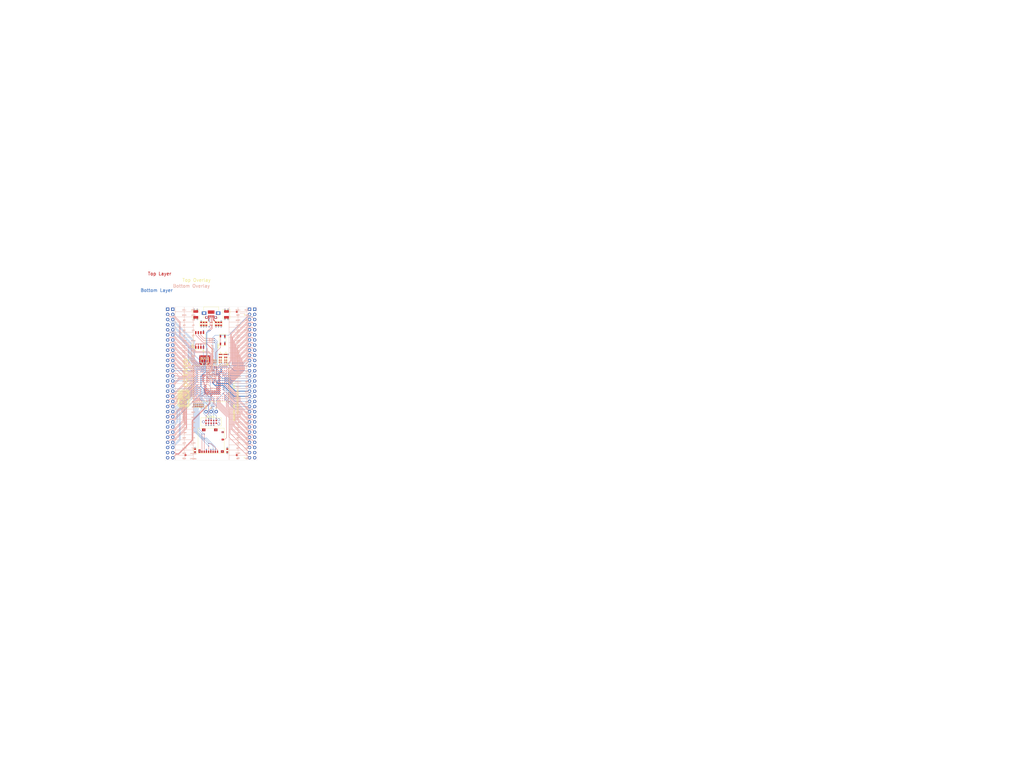
<source format=kicad_pcb>
(kicad_pcb (version 20210722) (generator pcbnew)
  (layers (0 "F.Cu" signal "Top Layer") (1 "In1.Cu" power "L2 PLANE") (2 "In2.Cu" power "L3 PLANE") (31 "B.Cu" signal "Bottom Layer") (34 "B.Paste" user "Bottom Paste") (35 "F.Paste" user "Top Paste") (36 "B.SilkS" user "Bottom Overlay") (37 "F.SilkS" user "Top Overlay") (38 "B.Mask" user "Bottom Solder") (39 "F.Mask" user "Top Solder") (44 "Edge.Cuts" user))
  (net 0 "")
  (net 1 "NetD2_2")
  (net 2 "NetD2_1")
  (net 3 "\\LED2_RED")
  (net 4 "\\LED2_GRN")
  (net 5 "PA14")
  (net 6 "PZ5")
  (net 7 "PZ4")
  (net 8 "PZ3")
  (net 9 "PZ2")
  (net 10 "PZ1")
  (net 11 "PZ0")
  (net 12 "\\SDDET")
  (net 13 "USB2_D_P")
  (net 14 "USB2_D_N")
  (net 15 "USB1_D_P")
  (net 16 "USB1_D_N")
  (net 17 "NetR8_1")
  (net 18 "NetD3_2")
  (net 19 "NetD3_1")
  (net 20 "NetC10_2")
  (net 21 "NetC4_1")
  (net 22 "EEPROM_WP")
  (net 23 "BOOT2")
  (net 24 "BOOT1")
  (net 25 "BOOT0")
  (net 26 "TDI")
  (net 27 "SWO/TDO")
  (net 28 "SWDIO/TMS")
  (net 29 "SWCLK/TCK")
  (net 30 "\\TRST")
  (net 31 "PD13")
  (net 32 "PD12")
  (net 33 "PD11")
  (net 34 "PF6")
  (net 35 "PB6")
  (net 36 "PB5")
  (net 37 "+VLDO2")
  (net 38 "PD15")
  (net 39 "PD14")
  (net 40 "PD10")
  (net 41 "PD9")
  (net 42 "PD8")
  (net 43 "PD7")
  (net 44 "PD6")
  (net 45 "PD5")
  (net 46 "PD4")
  (net 47 "PD3")
  (net 48 "PD1")
  (net 49 "PD0")
  (net 50 "PC7")
  (net 51 "PC5")
  (net 52 "PC4")
  (net 53 "PC3")
  (net 54 "PC2")
  (net 55 "PC1")
  (net 56 "PC0")
  (net 57 "+VBAT")
  (net 58 "NetU1_M1")
  (net 59 "NetU1_K1")
  (net 60 "\\PONKEY")
  (net 61 "+VSW")
  (net 62 "+VBST")
  (net 63 "PI7")
  (net 64 "PI6")
  (net 65 "PI5")
  (net 66 "PI4")
  (net 67 "PI3")
  (net 68 "PI2")
  (net 69 "PI1")
  (net 70 "PI0")
  (net 71 "PH15")
  (net 72 "PH14")
  (net 73 "PH13")
  (net 74 "PH12")
  (net 75 "PH11")
  (net 76 "PH10")
  (net 77 "PH9")
  (net 78 "PH8")
  (net 79 "PH5")
  (net 80 "PH4")
  (net 81 "PG15")
  (net 82 "PG14")
  (net 83 "PG13")
  (net 84 "PG12")
  (net 85 "PG6")
  (net 86 "PG5")
  (net 87 "PG4")
  (net 88 "PG3")
  (net 89 "PG2")
  (net 90 "PG1")
  (net 91 "PG0")
  (net 92 "PF15")
  (net 93 "PF14")
  (net 94 "PF13")
  (net 95 "PF12")
  (net 96 "PF11")
  (net 97 "PF5")
  (net 98 "PF4")
  (net 99 "PF3")
  (net 100 "PF1")
  (net 101 "PF0")
  (net 102 "PE15")
  (net 103 "PE14")
  (net 104 "PE13")
  (net 105 "PE12")
  (net 106 "PE11")
  (net 107 "PE6")
  (net 108 "PE5")
  (net 109 "PE3")
  (net 110 "PE2")
  (net 111 "PE1")
  (net 112 "PE0")
  (net 113 "PB15")
  (net 114 "PB14")
  (net 115 "PB13")
  (net 116 "PB12")
  (net 117 "PB11")
  (net 118 "PB10")
  (net 119 "PB9")
  (net 120 "PB8")
  (net 121 "PB7")
  (net 122 "PB4")
  (net 123 "PB3")
  (net 124 "PB1")
  (net 125 "PB0")
  (net 126 "PA15")
  (net 127 "PA9")
  (net 128 "PA7")
  (net 129 "PA6")
  (net 130 "PA5")
  (net 131 "PA4")
  (net 132 "PA3")
  (net 133 "PA2")
  (net 134 "PA1")
  (net 135 "VDDI")
  (net 136 "NetD1_2")
  (net 137 "NetD1_1")
  (net 138 "ANA1")
  (net 139 "ANA0")
  (net 140 "\\LED1_RED")
  (net 141 "\\LED1_GRN")
  (net 142 "VWALLP")
  (net 143 "UART4_TX")
  (net 144 "UART4_RX")
  (net 145 "NetC3_1")
  (net 146 "SDMMC1_D3")
  (net 147 "SDMMC1_D2")
  (net 148 "SDMMC1_D1")
  (net 149 "SDMMC1_D0")
  (net 150 "SDMMC1_CMD")
  (net 151 "SDMMC1_CK")
  (net 152 "GND")
  (net 153 "\\RESET")
  (net 154 "+VIN")
  (net 155 "+3.3V")
  (footprint "ACWPrimitives.IntLib:LP_0603_IND" (layer "F.Cu") (at 152.184099 75.412597 -90)
    (fp_text reference "L1" hide)
    (fp_text value "MPZ1608S102ATA00" hide)
  )
  (footprint "ACWPrimitives.IntLib:LP_TESTPOINT_TH" (layer "F.Cu") (at 126.911099 101.193597 90)
    (fp_text reference "PA14" hide)
    (fp_text value "TP" hide)
  )
  (footprint "ACWPrimitives.IntLib:LP_TESTPOINT_TH" (layer "F.Cu") (at 129.451099 78.333597 90)
    (fp_text reference "PB05" hide)
    (fp_text value "TP" hide)
  )
  (footprint "ACWPrimitives.IntLib:LP_0402_LOW" (layer "F.Cu") (at 153.498099 93.954597 90)
    (fp_text reference "R12" hide)
    (fp_text value "330" hide)
  )
  (footprint "ACWPrimitives.IntLib:LP_TESTPOINT_TH" (layer "F.Cu") (at 148.501099 118.973597 -90)
    (fp_text reference "PRXD" hide)
    (fp_text value "TP" hide)
  )
  (footprint "ACWPrimitives.IntLib:FID_ROUND_40_TOP" (layer "F.Cu") (at 161.201099 69.443597 90)
    (fp_text reference "FID3" hide)
    (fp_text value "FID" hide)
  )
  (footprint "ACWPrimitives.IntLib:LP_TESTPOINT_TH" (layer "F.Cu") (at 170.091099 75.793597 90)
    (fp_text reference "PD04" hide)
    (fp_text value "TP" hide)
  )
  (footprint "ACWPrimitives.IntLib:LP_EIAB" (layer "F.Cu") (at 156.121099 70.713597 180)
    (fp_text reference "C8" hide)
    (fp_text value "10uF" hide)
  )
  (footprint "ACWPrimitives.IntLib:LP_TESTPOINT_TH" (layer "F.Cu") (at 167.551099 70.713597 90)
    (fp_text reference "PC02" hide)
    (fp_text value "TP" hide)
  )
  (footprint "ACWPrimitives.IntLib:LP_0402_LOW" (layer "F.Cu") (at 150.837899 93.954597 -90)
    (fp_text reference "R8" hide)
    (fp_text value "330" hide)
  )
  (footprint "ACWPrimitives.IntLib:LP_TESTPOINT_TH" (layer "F.Cu") (at 126.911099 106.273597 90)
    (fp_text reference "PA16" hide)
    (fp_text value "TP" hide)
  )
  (footprint "ACWPrimitives.IntLib:LP_TESTPOINT_TH" (layer "F.Cu") (at 126.911099 98.653597 90)
    (fp_text reference "PA13" hide)
    (fp_text value "TP" hide)
  )
  (footprint "ACWPrimitives.IntLib:LP_TESTPOINT_TH" (layer "F.Cu") (at 167.551099 85.953597 90)
    (fp_text reference "PC08" hide)
    (fp_text value "TP" hide)
  )
  (footprint "ACWPrimitives.IntLib:LP_TESTPOINT_TH" (layer "F.Cu") (at 129.451099 121.513597 90)
    (fp_text reference "PB22" hide)
    (fp_text value "TP" hide)
  )
  (footprint "ACWPrimitives.IntLib:LP_TESTPOINT_TH" (layer "F.Cu") (at 129.451099 83.413597 90)
    (fp_text reference "PB07" hide)
    (fp_text value "TP" hide)
  )
  (footprint "ACWPrimitives.IntLib:LP_TESTPOINT_TH" (layer "F.Cu") (at 129.451099 129.133597 90)
    (fp_text reference "PB25" hide)
    (fp_text value "TP" hide)
  )
  (footprint "ACWPrimitives.IntLib:LP_0603_HIGH" (layer "F.Cu") (at 150.914099 75.412597 90)
    (fp_text reference "C5" hide)
    (fp_text value "0.22uF" hide)
  )
  (footprint "ACWPrimitives.IntLib:LP_TESTPOINT_TH" (layer "F.Cu") (at 126.911099 126.593597 90)
    (fp_text reference "PA24" hide)
    (fp_text value "TP" hide)
  )
  (footprint "ACWPrimitives.IntLib:LP_TESTPOINT_TH" (layer "F.Cu") (at 170.091099 136.753597 90)
    (fp_text reference "PD28" hide)
    (fp_text value "TP" hide)
  )
  (footprint "ACWPrimitives.IntLib:LP_TESTPOINT_TH" (layer "F.Cu") (at 126.911099 88.493597 90)
    (fp_text reference "PA09" hide)
    (fp_text value "TP" hide)
  )
  (footprint "ACWPrimitives.IntLib:LP_TESTPOINT_TH" (layer "F.Cu") (at 129.451099 131.673597 90)
    (fp_text reference "PB26" hide)
    (fp_text value "TP" hide)
  )
  (footprint "ACWPrimitives.IntLib:LP_TESTPOINT_TH" (layer "F.Cu") (at 167.551099 88.493597 90)
    (fp_text reference "PC09" hide)
    (fp_text value "TP" hide)
  )
  (footprint "ACWPrimitives.IntLib:LP_TESTPOINT_TH" (layer "F.Cu") (at 126.911099 111.353597 90)
    (fp_text reference "PA18" hide)
    (fp_text value "TP" hide)
  )
  (footprint "ACWPrimitives.IntLib:LP_TESTPOINT_TH" (layer "F.Cu") (at 129.451099 91.033597 90)
    (fp_text reference "PB10" hide)
    (fp_text value "TP" hide)
  )
  (footprint "ACWPrimitives.IntLib:LP_TESTPOINT_TH" (layer "F.Cu") (at 167.551099 101.193597 90)
    (fp_text reference "PC14" hide)
    (fp_text value "TP" hide)
  )
  (footprint "ACWPrimitives.IntLib:LP_TESTPOINT_TH" (layer "F.Cu") (at 167.551099 116.433597 90)
    (fp_text reference "PC20" hide)
    (fp_text value "TP" hide)
  )
  (footprint "ACWPrimitives.IntLib:LP_TESTPOINT_TH" (layer "F.Cu") (at 126.911099 103.733597 90)
    (fp_text reference "PA15" hide)
    (fp_text value "TP" hide)
  )
  (footprint "ACWPrimitives.IntLib:LP_TESTPOINT_TH" (layer "F.Cu") (at 129.451099 96.113597 90)
    (fp_text reference "PB12" hide)
    (fp_text value "TP" hide)
  )
  (footprint "ACWPrimitives.IntLib:LP_TESTPOINT_TH" (layer "F.Cu") (at 126.911099 108.813597 90)
    (fp_text reference "PA17" hide)
    (fp_text value "TP" hide)
  )
  (footprint "ACWPrimitives.IntLib:LP_TESTPOINT_TH" (layer "F.Cu") (at 167.551099 113.893597 90)
    (fp_text reference "PC19" hide)
    (fp_text value "TP" hide)
  )
  (footprint "ACWPrimitives.IntLib:LP_TESTPOINT_TH" (layer "F.Cu") (at 126.911099 75.793597 90)
    (fp_text reference "PA04" hide)
    (fp_text value "TP" hide)
  )
  (footprint "ACWMisc.IntLib:C&K_PTS810" (layer "F.Cu") (at 154.216099 83.413597 90)
    (fp_text reference "S1" hide)
    (fp_text value "PTS810" hide)
  )
  (footprint "ACWPrimitives.IntLib:LP_TESTPOINT_TH" (layer "F.Cu") (at 126.911099 129.133597 90)
    (fp_text reference "PA25" hide)
    (fp_text value "TP" hide)
  )
  (footprint "ACWPrimitives.IntLib:LP_TESTPOINT_TH" (layer "F.Cu") (at 170.091099 101.193597 90)
    (fp_text reference "PD14" hide)
    (fp_text value "TP" hide)
  )
  (footprint "ACWPrimitives.IntLib:LP_TESTPOINT_TH" (layer "F.Cu") (at 129.451099 70.713597 90)
    (fp_text reference "PB02" hide)
    (fp_text value "TP" hide)
  )
  (footprint "ACWPrimitives.IntLib:LP_TESTPOINT_TH" (layer "F.Cu") (at 126.911099 80.873597 90)
    (fp_text reference "PA06" hide)
    (fp_text value "TP" hide)
  )
  (footprint "ACWPrimitives.IntLib:LP_TESTPOINT_TH" (layer "F.Cu") (at 170.091099 73.253597 90)
    (fp_text reference "PD03" hide)
    (fp_text value "TP" hide)
  )
  (footprint "ACWConnectors.IntLib:TC2050_SITE_NL" (layer "F.Cu") (at 148.501099 124.053597)
    (fp_text reference "TP1" hide)
    (fp_text value "TC2050-IDC-NL" hide)
  )
  (footprint "ACWPrimitives.IntLib:FID_ROUND_40_TOP" (layer "F.Cu") (at 161.201099 140.563597 90)
    (fp_text reference "FID2" hide)
    (fp_text value "FID" hide)
  )
  (footprint "ACWPrimitives.IntLib:LP_TESTPOINT_TH" (layer "F.Cu") (at 129.451099 124.053597 90)
    (fp_text reference "PB23" hide)
    (fp_text value "TP" hide)
  )
  (footprint "ACWPrimitives.IntLib:LP_TESTPOINT_TH" (layer "F.Cu") (at 129.451099 93.573597)
    (fp_text reference "PB11" hide)
    (fp_text value "TP" hide)
  )
  (footprint "ACWPrimitives.IntLib:LP_TESTPOINT_TH" (layer "F.Cu") (at 167.551099 118.973597)
    (fp_text reference "PC21" hide)
    (fp_text value "TP" hide)
  )
  (footprint "ACWPrimitives.IntLib:LP_TESTPOINT_TH" (layer "F.Cu") (at 167.551099 75.793597 90)
    (fp_text reference "PC04" hide)
    (fp_text value "TP" hide)
  )
  (footprint "ACWPrimitives.IntLib:LP_TESTPOINT_TH" (layer "F.Cu") (at 126.911099 116.433597 90)
    (fp_text reference "PA20" hide)
    (fp_text value "TP" hide)
  )
  (footprint "ACWPrimitives.IntLib:LP_TESTPOINT_TH" (layer "F.Cu") (at 167.551099 103.733597 90)
    (fp_text reference "PC15" hide)
    (fp_text value "TP" hide)
  )
  (footprint "ACWConnectors.IntLib:CUI_UJ2-MIBH2-4-SMT" (layer "F.Cu") (at 148.501099 70.078597)
    (fp_text reference "J1" hide)
    (fp_text value "UJ2-MIBH2-4-SMT" hide)
  )
  (footprint "ACWPrimitives.IntLib:LP_TESTPOINT_TH" (layer "F.Cu") (at 167.551099 129.133597 90)
    (fp_text reference "PC25" hide)
    (fp_text value "TP" hide)
  )
  (footprint "ACWPrimitives.IntLib:LP_TESTPOINT_TH" (layer "F.Cu") (at 167.551099 131.673597 90)
    (fp_text reference "PC26" hide)
    (fp_text value "TP" hide)
  )
  (footprint "ACWPrimitives.IntLib:LP_TESTPOINT_TH" (layer "F.Cu") (at 126.911099 139.293597 90)
    (fp_text reference "PA29" hide)
    (fp_text value "TP" hide)
  )
  (footprint "ACWPrimitives.IntLib:LP_0603_HIGH" (layer "F.Cu") (at 143.548099 75.412597 -90)
    (fp_text reference "C6" hide)
    (fp_text value "0.22uF" hide)
  )
  (footprint "ACWPrimitives.IntLib:LP_TESTPOINT_TH" (layer "F.Cu") (at 167.551099 134.213597 90)
    (fp_text reference "PC27" hide)
    (fp_text value "TP" hide)
  )
  (footprint "ACWPrimitives.IntLib:LP_TESTPOINT_TH" (layer "F.Cu") (at 129.451099 103.733597 90)
    (fp_text reference "PB15" hide)
    (fp_text value "TP" hide)
  )
  (footprint "ACWPrimitives.IntLib:LP_0603_HIGH" (layer "F.Cu") (at 146.088099 75.412597 90)
    (fp_text reference "C10" hide)
    (fp_text value "0.22uF" hide)
  )
  (footprint "ACWPrimitives.IntLib:LP_TESTPOINT_TH" (layer "F.Cu") (at 170.091099 113.893597 90)
    (fp_text reference "PD19" hide)
    (fp_text value "TP" hide)
  )
  (footprint "ACWPrimitives.IntLib:LP_TESTPOINT_TH" (layer "F.Cu") (at 129.451099 113.893597 90)
    (fp_text reference "PB19" hide)
    (fp_text value "TP" hide)
  )
  (footprint "ACWPrimitives.IntLib:LP_TESTPOINT_TH" (layer "F.Cu") (at 129.451099 73.253597 90)
    (fp_text reference "PB03" hide)
    (fp_text value "TP" hide)
  )
  (footprint "ACWPrimitives.IntLib:LP_TESTPOINT_TH" (layer "F.Cu") (at 167.551099 73.253597 90)
    (fp_text reference "PC03" hide)
    (fp_text value "TP" hide)
  )
  (footprint "ACWPrimitives.IntLib:LP_TESTPOINT_TH" (layer "F.Cu") (at 129.451099 126.593597 90)
    (fp_text reference "PB24" hide)
    (fp_text value "TP" hide)
  )
  (footprint "ACWPrimitives.IntLib:LP_TESTPOINT_TH" (layer "F.Cu") (at 170.091099 108.813597 90)
    (fp_text reference "PD17" hide)
    (fp_text value "TP" hide)
  )
  (footprint "ACWPrimitives.IntLib:LP_TESTPOINT_TH" (layer "F.Cu") (at 126.911099 131.673597 90)
    (fp_text reference "PA26" hide)
    (fp_text value "TP" hide)
  )
  (footprint "ACWPrimitives.IntLib:LP_TESTPOINT_TH" (layer "F.Cu") (at 170.091099 83.413597 90)
    (fp_text reference "PD07" hide)
    (fp_text value "TP" hide)
  )
  (footprint "ACWPrimitives.IntLib:LP_EIAB" (layer "F.Cu") (at 140.881099 70.713597 180)
    (fp_text reference "C9" hide)
    (fp_text value "10uF" hide)
  )
  (footprint "ACWPrimitives.IntLib:LP_0402_LOW" (layer "F.Cu") (at 144.437099 116.052597 -90)
    (fp_text reference "R1" hide)
    (fp_text value "10K" hide)
  )
  (footprint "ACWPrimitives.IntLib:LP_TESTPOINT_TH" (layer "F.Cu") (at 126.911099 93.573597)
    (fp_text reference "PA11" hide)
    (fp_text value "TP" hide)
  )
  (footprint "ACWPrimitives.IntLib:LP_TESTPOINT_TH" (layer "F.Cu") (at 170.091099 96.113597 90)
    (fp_text reference "PD12" hide)
    (fp_text value "TP" hide)
  )
  (footprint "ACWPrimitives.IntLib:LP_0402_LOW" (layer "F.Cu") (at 143.548099 116.052597 -90)
    (fp_text reference "R2" hide)
    (fp_text value "10K" hide)
  )
  (footprint "ACWPrimitives.IntLib:LP_0402_LOW" (layer "F.Cu") (at 156.171899 93.954597 90)
    (fp_text reference "R10" hide)
    (fp_text value "330" hide)
  )
  (footprint "ACWPrimitives.IntLib:LP_TESTPOINT_TH" (layer "F.Cu") (at 129.451099 134.213597 90)
    (fp_text reference "PB27" hide)
    (fp_text value "TP" hide)
  )
  (footprint "ACWPrimitives.IntLib:LP_TESTPOINT_TH" (layer "F.Cu") (at 126.911099 85.953597 90)
    (fp_text reference "PA08" hide)
    (fp_text value "TP" hide)
  )
  (footprint "ACWPrimitives.IntLib:LP_TESTPOINT_TH" (layer "F.Cu") (at 167.551099 96.113597 90)
    (fp_text reference "PC12" hide)
    (fp_text value "TP" hide)
  )
  (footprint "ACWPrimitives.IntLib:LP_TESTPOINT_TH" (layer "F.Cu") (at 170.091099 118.973597)
    (fp_text reference "PD21" hide)
    (fp_text value "TP" hide)
  )
  (footprint "ACWSemiconductors.IntLib:WURTH_DUAL_0606" (layer "F.Cu") (at 153.073099 91.287597 90)
    (fp_text reference "D1")
    (fp_text value "150066SV74000" hide)
  )
  (footprint "ACWPrimitives.IntLib:LP_TESTPOINT_TH" (layer "F.Cu") (at 167.551099 80.873597 90)
    (fp_text reference "PC06" hide)
    (fp_text value "TP" hide)
  )
  (footprint "ACWSemiconductors.IntLib:WURTH_DUAL_0606" (layer "F.Cu") (at 155.740099 91.287597 90)
    (fp_text reference "D2")
    (fp_text value "150066SV74000" hide)
  )
  (footprint "ACWPrimitives.IntLib:LP_TESTPOINT_TH" (layer "F.Cu") (at 170.091099 93.573597)
    (fp_text reference "PD11" hide)
    (fp_text value "TP" hide)
  )
  (footprint "ACWPrimitives.IntLib:LP_TESTPOINT_TH" (layer "F.Cu") (at 170.091099 126.593597 90)
    (fp_text reference "PD24" hide)
    (fp_text value "TP" hide)
  )
  (footprint "ACWPrimitives.IntLib:LP_TESTPOINT_TH" (layer "F.Cu") (at 129.451099 136.753597 90)
    (fp_text reference "PB28" hide)
    (fp_text value "TP" hide)
  )
  (footprint "ACWPrimitives.IntLib:LP_0603_HIGH" (layer "F.Cu") (at 156.502099 138.277597 -90)
    (fp_text reference "C1" hide)
    (fp_text value "0.22uF" hide)
  )
  (footprint "ACWPrimitives.IntLib:LP_TESTPOINT_TH" (layer "F.Cu") (at 167.551099 98.653597 90)
    (fp_text reference "PC13" hide)
    (fp_text value "TP" hide)
  )
  (footprint "ACWPrimitives.IntLib:LP_TESTPOINT_TH" (layer "F.Cu") (at 170.091099 70.713597 90)
    (fp_text reference "PD02" hide)
    (fp_text value "TP" hide)
  )
  (footprint "ACWPrimitives.IntLib:LP_0402_HIGH" (layer "F.Cu") (at 144.208499 92.405197)
    (fp_text reference "C4" hide)
    (fp_text value "12pF" hide)
  )
  (footprint "ACWPrimitives.IntLib:LP_TESTPOINT_TH" (layer "F.Cu") (at 167.551099 136.753597 90)
    (fp_text reference "PC28" hide)
    (fp_text value "TP" hide)
  )
  (footprint "ACWPrimitives.IntLib:LP_TESTPOINT_TH" (layer "F.Cu") (at 170.091099 91.033597 90)
    (fp_text reference "PD10" hide)
    (fp_text value "TP" hide)
  )
  (footprint "ACWPrimitives.IntLib:LP_TESTPOINT_TH" (layer "F.Cu") (at 167.551099 91.033597 90)
    (fp_text reference "PC10" hide)
    (fp_text value "TP" hide)
  )
  (footprint "ACWPrimitives.IntLib:LP_TESTPOINT_TH" (layer "F.Cu") (at 170.091099 88.493597 90)
    (fp_text reference "PD09" hide)
    (fp_text value "TP" hide)
  )
  (footprint "ACWPrimitives.IntLib:LP_TESTPOINT_TH" (layer "F.Cu") (at 129.451099 108.813597 90)
    (fp_text reference "PB17" hide)
    (fp_text value "TP" hide)
  )
  (footprint "ACWPrimitives.IntLib:LP_TESTPOINT_TH" (layer "F.Cu") (at 145.961099 118.973597 -90)
    (fp_text reference "PGND" hide)
    (fp_text value "TP" hide)
  )
  (footprint "ACWPrimitives.IntLib:LP_0603_HIGH" (layer "F.Cu") (at 140.500099 138.277597 -90)
    (fp_text reference "C2" hide)
    (fp_text value "0.22uF" hide)
  )
  (footprint "ACWPrimitives.IntLib:LP_TESTPOINT_TH" (layer "F.Cu") (at 129.451099 111.353597 90)
    (fp_text reference "PB18" hide)
    (fp_text value "TP" hide)
  )
  (footprint "ACWPrimitives.IntLib:LP_TESTPOINT_TH" (layer "F.Cu") (at 126.911099 141.833597 90)
    (fp_text reference "PA30" hide)
    (fp_text value "TP" hide)
  )
  (footprint "ACWPrimitives.IntLib:LP_TESTPOINT_TH" (layer "F.Cu") (at 126.911099 118.973597)
    (fp_text reference "PA21" hide)
    (fp_text value "TP" hide)
  )
  (footprint "ACWPrimitives.IntLib:LP_TESTPOINT_TH" (layer "F.Cu") (at 129.451099 106.273597 90)
    (fp_text reference "PB16" hide)
    (fp_text value "TP" hide)
  )
  (footprint "ACWPrimitives.IntLib:LP_0402_LOW" (layer "F.Cu") (at 149.956699 93.954597 90)
    (fp_text reference "R7" hide)
    (fp_text value "10K" hide)
  )
  (footprint "ACWModules.IntLib:BGA_OCTAVO_SIP_OSD32MP157C" (layer "F.Cu") (at 148.501099 105.003597 -90)
    (fp_text reference "U1" hide)
    (fp_text value "OSD32MP157C-512M-BAA" hide)
  )
  (footprint "ACWPrimitives.IntLib:LP_TESTPOINT_TH" (layer "F.Cu") (at 170.091099 78.333597 90)
    (fp_text reference "PD05" hide)
    (fp_text value "TP" hide)
  )
  (footprint "ACWPrimitives.IntLib:LP_0402_LOW" (layer "F.Cu") (at 142.659099 116.052597 -90)
    (fp_text reference "R4" hide)
    (fp_text value "10K" hide)
  )
  (footprint "ACWPrimitives.IntLib:LP_TESTPOINT_TH" (layer "F.Cu") (at 170.091099 121.513597 90)
    (fp_text reference "PD22" hide)
    (fp_text value "TP" hide)
  )
  (footprint "ACWPrimitives.IntLib:LP_TESTPOINT_TH" (layer "F.Cu") (at 126.911099 68.173597)
    (fp_text reference "PA01" hide)
    (fp_text value "TP" hide)
  )
  (footprint "ACWPrimitives.IntLib:LP_TESTPOINT_TH" (layer "F.Cu") (at 126.911099 113.893597 90)
    (fp_text reference "PA19" hide)
    (fp_text value "TP" hide)
  )
  (footprint "ACWPrimitives.IntLib:LP_TESTPOINT_TH" (layer "F.Cu") (at 167.551099 78.333597 90)
    (fp_text reference "PC05" hide)
    (fp_text value "TP" hide)
  )
  (footprint "ACWPrimitives.IntLib:LP_TESTPOINT_TH" (layer "F.Cu") (at 170.091099 85.953597 90)
    (fp_text reference "PD08" hide)
    (fp_text value "TP" hide)
  )
  (footprint "ACWPrimitives.IntLib:LP_TESTPOINT_TH" (layer "F.Cu") (at 129.451099 141.833597 90)
    (fp_text reference "PB30" hide)
    (fp_text value "TP" hide)
  )
  (footprint "ACWPrimitives.IntLib:LP_TESTPOINT_TH" (layer "F.Cu") (at 129.451099 116.433597 90)
    (fp_text reference "PB20" hide)
    (fp_text value "TP" hide)
  )
  (footprint "ACWSemiconductors.IntLib:NDK_CRYSTAL_1.5X3.2" (layer "F.Cu") (at 145.300699 93.827597)
    (fp_text reference "Y1" hide)
    (fp_text value "32.768KHz" hide)
  )
  (footprint "ACWPrimitives.IntLib:LP_TESTPOINT_TH" (layer "F.Cu") (at 167.551099 121.513597 90)
    (fp_text reference "PC22" hide)
    (fp_text value "TP" hide)
  )
  (footprint "ACWPrimitives.IntLib:LP_TESTPOINT_TH" (layer "F.Cu") (at 170.091099 106.273597 90)
    (fp_text reference "PD16" hide)
    (fp_text value "TP" hide)
  )
  (footprint "ACWPrimitives.IntLib:LP_TESTPOINT_TH" (layer "F.Cu") (at 129.451099 88.493597 90)
    (fp_text reference "PB09" hide)
    (fp_text value "TP" hide)
  )
  (footprint "ACWPrimitives.IntLib:LP_TESTPOINT_TH" (layer "F.Cu") (at 167.551099 124.053597 90)
    (fp_text reference "PC23" hide)
    (fp_text value "TP" hide)
  )
  (footprint "ACWPrimitives.IntLib:LP_TESTPOINT_TH" (layer "F.Cu") (at 126.911099 96.113597 90)
    (fp_text reference "PA12" hide)
    (fp_text value "TP" hide)
  )
  (footprint "ACWPrimitives.IntLib:LP_TESTPOINT_TH" (layer "F.Cu") (at 170.091099 124.053597 90)
    (fp_text reference "PD23" hide)
    (fp_text value "TP" hide)
  )
  (footprint "ACWPrimitives.IntLib:LP_TESTPOINT_TH" (layer "F.Cu") (at 129.451099 118.973597)
    (fp_text reference "PB21" hide)
    (fp_text value "TP" hide)
  )
  (footprint "ACWPrimitives.IntLib:LP_TESTPOINT_TH" (layer "F.Cu") (at 129.451099 85.953597 90)
    (fp_text reference "PB08" hide)
    (fp_text value "TP" hide)
  )
  (footprint "ACWPrimitives.IntLib:LP_TESTPOINT_TH" (layer "F.Cu") (at 126.911099 70.713597 90)
    (fp_text reference "PA02" hide)
    (fp_text value "TP" hide)
  )
  (footprint "ACWPrimitives.IntLib:LP_0402_LOW" (layer "F.Cu") (at 152.615899 93.954597 90)
    (fp_text reference "R11" hide)
    (fp_text value "330" hide)
  )
  (footprint "ACWPrimitives.IntLib:LP_TESTPOINT_TH" (layer "F.Cu") (at 167.551099 111.353597 90)
    (fp_text reference "PC18" hide)
    (fp_text value "TP" hide)
  )
  (footprint "ACWPrimitives.IntLib:LP_TESTPOINT_TH" (layer "F.Cu") (at 126.911099 91.033597 90)
    (fp_text reference "PA10" hide)
    (fp_text value "TP" hide)
  )
  (footprint "ACWPrimitives.IntLib:LP_TESTPOINT_TH" (layer "F.Cu") (at 170.091099 141.833597 90)
    (fp_text reference "PD30" hide)
    (fp_text value "TP" hide)
  )
  (footprint "ACWPrimitives.IntLib:LP_TESTPOINT_TH" (layer "F.Cu") (at 167.551099 141.833597 90)
    (fp_text reference "PC30" hide)
    (fp_text value "TP" hide)
  )
  (footprint "ACWPrimitives.IntLib:LP_0402_LOW" (layer "F.Cu") (at 155.282899 93.954597 90)
    (fp_text reference "R9" hide)
    (fp_text value "330" hide)
  )
  (footprint "ACWPrimitives.IntLib:LP_TESTPOINT_TH" (layer "F.Cu") (at 170.091099 131.673597 90)
    (fp_text reference "PD26" hide)
    (fp_text value "TP" hide)
  )
  (footprint "ACWPrimitives.IntLib:LP_TESTPOINT_TH" (layer "F.Cu") (at 167.551099 106.273597 90)
    (fp_text reference "PC16" hide)
    (fp_text value "TP" hide)
  )
  (footprint "ACWPrimitives.IntLib:LP_TESTPOINT_TH" (layer "F.Cu") (at 151.041099 118.973597 -90)
    (fp_text reference "PTXD" hide)
    (fp_text value "TP" hide)
  )
  (footprint "ACWPrimitives.IntLib:LP_TESTPOINT_TH" (layer "F.Cu") (at 167.551099 139.293597 90)
    (fp_text reference "PC29" hide)
    (fp_text value "TP" hide)
  )
  (footprint "ACWPrimitives.IntLib:LP_TESTPOINT_TH" (layer "F.Cu") (at 167.551099 93.573597)
    (fp_text reference "PC11" hide)
    (fp_text value "TP" hide)
  )
  (footprint "ACWPrimitives.IntLib:LP_TESTPOINT_TH" (layer "F.Cu") (at 126.911099 121.513597 90)
    (fp_text reference "PA22" hide)
    (fp_text value "TP" hide)
  )
  (footprint "ACWPrimitives.IntLib:LP_0402_LOW" (layer "F.Cu") (at 140.881099 116.052597 -90)
    (fp_text reference "R3" hide)
    (fp_text value "10K" hide)
  )
  (footprint "ACWPrimitives.IntLib:LP_0402_HIGH" (layer "F.Cu") (at 146.392899 92.405197 180)
    (fp_text reference "C3" hide)
    (fp_text value "12pF" hide)
  )
  (footprint "ACWPrimitives.IntLib:LP_TESTPOINT_TH" (layer "F.Cu") (at 170.091099 129.133597 90)
    (fp_text reference "PD25" hide)
    (fp_text value "TP" hide)
  )
  (footprint "ACWPrimitives.IntLib:LP_TESTPOINT_TH" (layer "F.Cu") (at 167.551099 108.813597 90)
    (fp_text reference "PC17" hide)
    (fp_text value "TP" hide)
  )
  (footprint "ACWPrimitives.IntLib:LP_TESTPOINT_TH" (layer "F.Cu") (at 129.451099 68.173597)
    (fp_text reference "PB01" hide)
    (fp_text value "TP" hide)
  )
  (footprint "ACWPrimitives.IntLib:LP_TESTPOINT_TH" (layer "F.Cu") (at 170.091099 111.353597 90)
    (fp_text reference "PD18" hide)
    (fp_text value "TP" hide)
  )
  (footprint "ACWMisc.IntLib:C&K_TDA04" (layer "F.Cu") (at 142.786099 83.413597)
    (fp_text reference "S2" hide)
    (fp_text value "TDA04H0SB1R" hide)
  )
  (footprint "ACWPrimitives.IntLib:LP_TESTPOINT_TH" (layer "F.Cu") (at 126.911099 136.753597 90)
    (fp_text reference "PA28" hide)
    (fp_text value "TP" hide)
  )
  (footprint "ACWConnectors.IntLib:MOLEX_104031-0811" (layer "F.Cu") (at 148.501099 133.451597)
    (fp_text reference "J2" hide)
    (fp_text value "104031-0811" hide)
  )
  (footprint "ACWPrimitives.IntLib:LP_TESTPOINT_TH" (layer "F.Cu") (at 170.091099 116.433597 90)
    (fp_text reference "PD20" hide)
    (fp_text value "TP" hide)
  )
  (footprint "ACWPrimitives.IntLib:LP_0603_HIGH" (layer "F.Cu") (at 153.454099 75.412597 -90)
    (fp_text reference "C7" hide)
    (fp_text value "0.22uF" hide)
  )
  (footprint "ACWPrimitives.IntLib:LP_TESTPOINT_TH" (layer "F.Cu") (at 126.911099 83.413597 90)
    (fp_text reference "PA07" hide)
    (fp_text value "TP" hide)
  )
  (footprint "ACWPrimitives.IntLib:LP_TESTPOINT_TH" (layer "F.Cu") (at 126.911099 78.333597 90)
    (fp_text reference "PA05" hide)
    (fp_text value "TP" hide)
  )
  (footprint "ACWPrimitives.IntLib:LP_TESTPOINT_TH" (layer "F.Cu") (at 170.091099 98.653597 90)
    (fp_text reference "PD13" hide)
    (fp_text value "TP" hide)
  )
  (footprint "ACWPrimitives.IntLib:LP_TESTPOINT_TH" (layer "F.Cu") (at 167.551099 126.593597 90)
    (fp_text reference "PC24" hide)
    (fp_text value "TP" hide)
  )
  (footprint "ACWPrimitives.IntLib:LP_TESTPOINT_TH" (layer "F.Cu") (at 129.451099 139.293597 90)
    (fp_text reference "PB29" hide)
    (fp_text value "TP" hide)
  )
  (footprint "ACWPrimitives.IntLib:LP_TESTPOINT_TH" (layer "F.Cu") (at 129.451099 98.653597 90)
    (fp_text reference "PB13" hide)
    (fp_text value "TP" hide)
  )
  (footprint "ACWPrimitives.IntLib:LP_TESTPOINT_TH" (layer "F.Cu") (at 170.091099 134.213597 90)
    (fp_text reference "PD27" hide)
    (fp_text value "TP" hide)
  )
  (footprint "ACWPrimitives.IntLib:LP_TESTPOINT_TH" (layer "F.Cu") (at 167.551099 68.173597)
    (fp_text reference "PC01" hide)
    (fp_text value "TP" hide)
  )
  (footprint "ACWPrimitives.IntLib:LP_TESTPOINT_TH" (layer "F.Cu") (at 129.451099 101.193597 90)
    (fp_text reference "PB14" hide)
    (fp_text value "TP" hide)
  )
  (footprint "ACWPrimitives.IntLib:LP_TESTPOINT_TH" (layer "F.Cu") (at 126.911099 124.053597 90)
    (fp_text reference "PA23" hide)
    (fp_text value "TP" hide)
  )
  (footprint "ACWPrimitives.IntLib:LP_TESTPOINT_TH" (layer "F.Cu") (at 170.091099 103.733597 90)
    (fp_text reference "PD15" hide)
    (fp_text value "TP" hide)
  )
  (footprint "ACWPrimitives.IntLib:LP_TESTPOINT_TH" (layer "F.Cu") (at 126.911099 134.213597 90)
    (fp_text reference "PA27" hide)
    (fp_text value "TP" hide)
  )
  (footprint "ACWPrimitives.IntLib:LP_TESTPOINT_TH" (layer "F.Cu") (at 170.091099 80.873597 90)
    (fp_text reference "PD06" hide)
    (fp_text value "TP" hide)
  )
  (footprint "ACWPrimitives.IntLib:LP_TESTPOINT_TH" (layer "F.Cu") (at 167.551099 83.413597 90)
    (fp_text reference "PC07" hide)
    (fp_text value "TP" hide)
  )
  (footprint "ACWPrimitives.IntLib:FID_ROUND_40_TOP" (layer "F.Cu") (at 135.801099 140.563597 90)
    (fp_text reference "FID1" hide)
    (fp_text value "FID" hide)
  )
  (footprint "ACWPrimitives.IntLib:LP_0603_LOW" (layer "F.Cu") (at 144.818099 75.412597 90)
    (fp_text reference "R13" hide)
    (fp_text value "12K" hide)
  )
  (footprint "ACWPrimitives.IntLib:LP_TESTPOINT_TH" (layer "F.Cu") (at 170.091099 139.293597 90)
    (fp_text reference "PD29" hide)
    (fp_text value "TP" hide)
  )
  (footprint "ACWPrimitives.IntLib:LP_TESTPOINT_TH" (layer "F.Cu") (at 129.451099 75.793597 90)
    (fp_text reference "PB04" hide)
    (fp_text value "TP" hide)
  )
  (footprint "ACWPrimitives.IntLib:LP_TESTPOINT_TH" (layer "F.Cu") (at 170.091099 68.173597)
    (fp_text reference "PD01" hide)
    (fp_text value "TP" hide)
  )
  (footprint "ACWPrimitives.IntLib:LP_0402_LOW" (layer "F.Cu") (at 141.770099 116.052597 -90)
    (fp_text reference "R6" hide)
    (fp_text value "10K" hide)
  )
  (footprint "ACWSemiconductors.IntLib:DFN6_6L_ST" (layer "F.Cu") (at 148.501099 75.412597 -90)
    (fp_text reference "D3" hide)
    (fp_text value "ECMF02-2AMX6" hide)
  )
  (footprint "ACWPrimitives.IntLib:LP_TESTPOINT_TH" (layer "F.Cu") (at 129.451099 80.873597 90)
    (fp_text reference "PB06" hide)
    (fp_text value "TP" hide)
  )
  (footprint "ACWPrimitives.IntLib:LP_TESTPOINT_TH" (layer "F.Cu") (at 126.911099 73.253597 90)
    (fp_text reference "PA03" hide)
    (fp_text value "TP" hide)
  )
  (footprint "ACWPrimitives.IntLib:LP_0402_LOW" (layer "F.Cu") (at 139.992099 116.052597 -90)
    (fp_text reference "R5" hide)
    (fp_text value "10K" hide)
  )
  (footprint "ACWPrimitives.IntLib:LP_TESTPOINT_SMT" (layer "B.Cu") (at 153.501099 99.003596 90)
    (fp_text reference "PZ5" hide)
    (fp_text value "TP" hide)
  )
  (footprint "ACWPrimitives.IntLib:LP_TESTPOINT_SMT" (layer "B.Cu") (at 153.501099 98.003596 90)
    (fp_text reference "PZ4" hide)
    (fp_text value "TP" hide)
  )
  (gr_line (start 130.721099 71.983597) (end 139.611099 71.983597) (layer "B.SilkS") (width 0.1524))
  (gr_line (start 130.721099 115.163597) (end 139.611099 115.163597) (layer "B.SilkS") (width 0.1524))
  (gr_line (start 130.721099 69.443597) (end 139.611099 69.443597) (layer "B.SilkS") (width 0.1524))
  (gr_line (start 130.721099 135.483597) (end 139.611099 135.483597) (layer "B.SilkS") (width 0.1524))
  (gr_line (start 130.721099 89.763597) (end 139.611099 89.763597) (layer "B.SilkS") (width 0.1524))
  (gr_line (start 130.721099 105.003597) (end 139.611099 105.003597) (layer "B.SilkS") (width 0.1524))
  (gr_line (start 130.721099 127.863597) (end 139.611099 127.863597) (layer "B.SilkS") (width 0.1524))
  (gr_line (start 166.281096 67.157597) (end 166.281101 142.849597) (layer "B.SilkS") (width 0.1524))
  (gr_line (start 157.391099 130.403597) (end 166.281099 130.403597) (layer "B.SilkS") (width 0.1524))
  (gr_line (start 157.772099 100.685597) (end 161.455099 100.685597) (layer "B.SilkS") (width 0.1524))
  (gr_line (start 157.391099 107.543597) (end 166.281099 107.543597) (layer "B.SilkS") (width 0.1524))
  (gr_line (start 157.391099 94.843597) (end 166.281099 94.843597) (layer "B.SilkS") (width 0.1524))
  (gr_line (start 157.391099 110.083597) (end 166.281099 110.083597) (layer "B.SilkS") (width 0.1524))
  (gr_line (start 130.721099 120.243597) (end 139.611099 120.243597) (layer "B.SilkS") (width 0.1524))
  (gr_line (start 157.391099 135.483597) (end 166.281099 135.483597) (layer "B.SilkS") (width 0.1524))
  (gr_line (start 130.721099 87.223597) (end 139.611099 87.223597) (layer "B.SilkS") (width 0.1524))
  (gr_line (start 157.391099 79.603597) (end 166.281099 79.603597) (layer "B.SilkS") (width 0.1524))
  (gr_line (start 130.721099 107.543597) (end 139.611099 107.543597) (layer "B.SilkS") (width 0.1524))
  (gr_line (start 130.721099 132.943597) (end 139.611099 132.943597) (layer "B.SilkS") (width 0.1524))
  (gr_line (start 157.391099 138.023597) (end 166.281099 138.023597) (layer "B.SilkS") (width 0.1524))
  (gr_line (start 130.721099 77.063597) (end 139.611099 77.063597) (layer "B.SilkS") (width 0.1524))
  (gr_line (start 157.391099 82.143597) (end 166.281099 82.143597) (layer "B.SilkS") (width 0.1524))
  (gr_line (start 130.721099 117.703597) (end 139.611099 117.703597) (layer "B.SilkS") (width 0.1524))
  (gr_line (start 130.721099 110.083597) (end 139.611099 110.083597) (layer "B.SilkS") (width 0.1524))
  (gr_line (start 130.721099 94.843597) (end 139.611099 94.843597) (layer "B.SilkS") (width 0.1524))
  (gr_line (start 157.391099 132.943597) (end 166.281099 132.943597) (layer "B.SilkS") (width 0.1524))
  (gr_line (start 157.391099 92.303597) (end 166.281099 92.303597) (layer "B.SilkS") (width 0.1524))
  (gr_line (start 130.721099 92.303597) (end 139.611099 92.303597) (layer "B.SilkS") (width 0.1524))
  (gr_line (start 130.721099 97.383597) (end 139.611099 97.383597) (layer "B.SilkS") (width 0.1524))
  (gr_line (start 157.391099 125.323597) (end 166.281099 125.323597) (layer "B.SilkS") (width 0.1524))
  (gr_line (start 157.391099 87.223597) (end 166.281099 87.223597) (layer "B.SilkS") (width 0.1524))
  (gr_line (start 130.721099 74.523597) (end 139.611099 74.523597) (layer "B.SilkS") (width 0.1524))
  (gr_line (start 162.648899 70.129397) (end 165.468299 70.129397) (layer "B.SilkS") (width 0.1524))
  (gr_line (start 157.391099 140.563597) (end 166.281099 140.563597) (layer "B.SilkS") (width 0.1524))
  (gr_line (start 157.391099 99.923597) (end 166.281099 99.923597) (layer "B.SilkS") (width 0.1524))
  (gr_line (start 161.836096 67.157597) (end 161.836101 142.849597) (layer "B.SilkS") (width 0.1524))
  (gr_line (start 157.391099 127.863597) (end 166.281099 127.863597) (layer "B.SilkS") (width 0.1524))
  (gr_line (start 130.721096 67.157597) (end 130.721101 142.849597) (layer "B.SilkS") (width 0.1524))
  (gr_line (start 139.611096 67.157597) (end 139.611101 142.849597) (layer "B.SilkS") (width 0.1524))
  (gr_line (start 135.166096 67.157597) (end 135.166101 142.849597) (layer "B.SilkS") (width 0.1524))
  (gr_line (start 157.391099 117.703597) (end 166.281099 117.703597) (layer "B.SilkS") (width 0.1524))
  (gr_line (start 130.721099 79.603597) (end 139.611099 79.603597) (layer "B.SilkS") (width 0.1524))
  (gr_line (start 157.391099 102.463597) (end 166.281099 102.463597) (layer "B.SilkS") (width 0.1524))
  (gr_line (start 157.391099 122.783597) (end 166.281099 122.783597) (layer "B.SilkS") (width 0.1524))
  (gr_line (start 157.391099 84.683597) (end 166.281099 84.683597) (layer "B.SilkS") (width 0.1524))
  (gr_line (start 157.391099 105.003597) (end 166.281099 105.003597) (layer "B.SilkS") (width 0.1524))
  (gr_line (start 157.391099 97.383597) (end 166.281099 97.383597) (layer "B.SilkS") (width 0.1524))
  (gr_line (start 157.391099 112.623597) (end 166.281099 112.623597) (layer "B.SilkS") (width 0.1524))
  (gr_line (start 157.391099 120.243597) (end 166.281099 120.243597) (layer "B.SilkS") (width 0.1524))
  (gr_line (start 130.721099 82.143597) (end 139.611099 82.143597) (layer "B.SilkS") (width 0.1524))
  (gr_line (start 130.721099 84.683597) (end 139.611099 84.683597) (layer "B.SilkS") (width 0.1524))
  (gr_line (start 130.721099 102.463597) (end 139.611099 102.463597) (layer "B.SilkS") (width 0.1524))
  (gr_arc (start 149.110673 106.006603) (end 146.212896 105.230146) (angle -150) (layer "B.SilkS") (width 0.254))
  (gr_line (start 130.721099 130.403597) (end 139.611099 130.403597) (layer "B.SilkS") (width 0.1524))
  (gr_line (start 157.391099 71.983597) (end 166.281099 71.983597) (layer "B.SilkS") (width 0.1524))
  (gr_line (start 130.721099 140.563597) (end 139.611099 140.563597) (layer "B.SilkS") (width 0.1524))
  (gr_line (start 157.391096 67.157597) (end 157.391101 142.849597) (layer "B.SilkS") (width 0.1524))
  (gr_line (start 130.721099 122.783597) (end 139.611099 122.783597) (layer "B.SilkS") (width 0.1524))
  (gr_arc (start 149.12509 110.209904) (end 151.24641 108.088584) (angle -150) (layer "B.SilkS") (width 0.254))
  (gr_line (start 130.721099 99.923597) (end 139.611099 99.923597) (layer "B.SilkS") (width 0.1524))
  (gr_arc (start 145.450856 108.088585) (end 146.227313 110.986362) (angle -150) (layer "B.SilkS") (width 0.254))
  (gr_line (start 157.391099 77.063597) (end 166.281099 77.063597) (layer "B.SilkS") (width 0.1524))
  (gr_line (start 157.391099 89.763597) (end 166.281099 89.763597) (layer "B.SilkS") (width 0.1524))
  (gr_line (start 130.721099 138.023597) (end 139.611099 138.023597) (layer "B.SilkS") (width 0.1524))
  (gr_line (start 130.721099 112.623597) (end 139.611099 112.623597) (layer "B.SilkS") (width 0.1524))
  (gr_line (start 157.391099 74.523597) (end 166.281099 74.523597) (layer "B.SilkS") (width 0.1524))
  (gr_line (start 157.391099 115.163597) (end 166.281099 115.163597) (layer "B.SilkS") (width 0.1524))
  (gr_line (start 130.721099 125.323597) (end 139.611099 125.323597) (layer "B.SilkS") (width 0.1524))
  (gr_line (start 157.391099 69.443597) (end 166.281099 69.443597) (layer "B.SilkS") (width 0.1524))
  (gr_line (start 134.937499 99.072697) (end 134.937499 98.082097) (layer "F.SilkS") (width 0.0254))
  (gr_line (start 136.232899 114.973097) (end 136.232899 113.449097) (layer "F.SilkS") (width 0.0254))
  (gr_line (start 137.985499 98.234497) (end 137.985499 97.904297) (layer "F.SilkS") (width 0.0254))
  (gr_line (start 135.928099 115.125497) (end 135.928099 113.576097) (layer "F.SilkS") (width 0.0254))
  (gr_line (start 138.239499 114.338097) (end 138.239499 114.007897) (layer "F.SilkS") (width 0.0254))
  (gr_line (start 135.623299 98.463097) (end 135.623299 97.828097) (layer "F.SilkS") (width 0.0254))
  (gr_line (start 132.549899 116.598697) (end 132.549899 108.369097) (layer "F.SilkS") (width 0.0254))
  (gr_line (start 135.064499 111.163097) (end 135.064499 109.867697) (layer "F.SilkS") (width 0.0254))
  (gr_line (start 135.699499 116.598697) (end 135.699499 115.684297) (layer "F.SilkS") (width 0.0254))
  (gr_line (start 135.902699 109.283497) (end 135.902699 108.369097) (layer "F.SilkS") (width 0.0254))
  (gr_line (start 136.817099 116.598697) (end 136.817099 115.074697) (layer "F.SilkS") (width 0.0254))
  (gr_line (start 136.080499 93.408497) (end 136.080499 92.697297) (layer "F.SilkS") (width 0.0254))
  (gr_line (start 136.537699 112.483897) (end 136.537699 111.544097) (layer "F.SilkS") (width 0.0254))
  (gr_line (start 136.131299 109.334297) (end 136.131299 107.683297) (layer "F.SilkS") (width 0.0254))
  (gr_line (start 135.597899 109.283497) (end 135.597899 108.369097) (layer "F.SilkS") (width 0.0254))
  (gr_line (start 136.791699 106.362497) (end 136.791699 104.965497) (layer "F.SilkS") (width 0.0254))
  (gr_line (start 137.934699 95.770697) (end 137.934699 95.338897) (layer "F.SilkS") (width 0.0254))
  (gr_line (start 136.207499 99.529897) (end 136.207499 97.599497) (layer "F.SilkS") (width 0.0254))
  (gr_line (start 134.505699 113.525297) (end 134.505699 112.077497) (layer "F.SilkS") (width 0.0254))
  (gr_line (start 136.207499 117.284497) (end 136.207499 115.582697) (layer "F.SilkS") (width 0.0254))
  (gr_line (start 135.826499 106.845097) (end 135.826499 106.133897) (layer "F.SilkS") (width 0.0254))
  (gr_line (start 137.452099 104.533697) (end 137.452099 104.178097) (layer "F.SilkS") (width 0.0254))
  (gr_line (start 137.502899 93.230697) (end 137.502899 92.900497) (layer "F.SilkS") (width 0.0254))
  (gr_line (start 136.232899 106.768897) (end 136.232899 106.057697) (layer "F.SilkS") (width 0.0254))
  (gr_line (start 138.239499 109.258097) (end 138.239499 108.927897) (layer "F.SilkS") (width 0.0254))
  (gr_line (start 137.553699 93.738697) (end 137.553699 93.459297) (layer "F.SilkS") (width 0.0254))
  (gr_line (start 136.842499 96.685097) (end 136.842499 95.872297) (layer "F.SilkS") (width 0.0254))
  (gr_line (start 135.242299 97.294697) (end 135.242299 96.583497) (layer "F.SilkS") (width 0.0254))
  (gr_line (start 134.480299 109.842297) (end 134.480299 107.683297) (layer "F.SilkS") (width 0.0254))
  (gr_line (start 135.826499 113.118897) (end 135.826499 112.636297) (layer "F.SilkS") (width 0.0254))
  (gr_line (start 138.061699 96.151697) (end 138.061699 95.872297) (layer "F.SilkS") (width 0.0254))
  (gr_line (start 135.877299 106.845097) (end 135.877299 106.133897) (layer "F.SilkS") (width 0.0254))
  (gr_line (start 134.785099 109.512097) (end 134.785099 108.369097) (layer "F.SilkS") (width 0.0254))
  (gr_line (start 135.242299 93.560897) (end 135.242299 92.773497) (layer "F.SilkS") (width 0.0254))
  (gr_line (start 137.299699 104.609897) (end 137.299699 104.279697) (layer "F.SilkS") (width 0.0254))
  (gr_line (start 134.327899 110.172497) (end 134.327899 107.683297) (layer "F.SilkS") (width 0.0254))
  (gr_line (start 137.452099 100.393497) (end 137.452099 99.428297) (layer "F.SilkS") (width 0.0254))
  (gr_line (start 131.381499 109.258097) (end 131.381499 108.927897) (layer "F.SilkS") (width 0.0254))
  (gr_line (start 136.232899 101.104697) (end 136.232899 100.393497) (layer "F.SilkS") (width 0.0254))
  (gr_line (start 131.559299 116.014497) (end 131.559299 115.684297) (layer "F.SilkS") (width 0.0254))
  (gr_line (start 131.584699 110.096297) (end 131.584699 109.766097) (layer "F.SilkS") (width 0.0254))
  (gr_line (start 134.785099 111.772697) (end 134.785099 111.518697) (layer "F.SilkS") (width 0.0254))
  (gr_line (start 134.759699 98.996497) (end 134.759699 98.158297) (layer "F.SilkS") (width 0.0254))
  (gr_line (start 133.007099 113.245897) (end 133.007099 108.369097) (layer "F.SilkS") (width 0.0254))
  (gr_line (start 134.734299 95.796097) (end 134.734299 95.084897) (layer "F.SilkS") (width 0.0254))
  (gr_line (start 135.140699 111.899697) (end 135.140699 111.696497) (layer "F.SilkS") (width 0.0254))
  (gr_line (start 135.318499 102.679497) (end 135.318499 102.019097) (layer "F.SilkS") (width 0.0254))
  (gr_line (start 135.928099 104.178097) (end 135.928099 103.492297) (layer "F.SilkS") (width 0.0254))
  (gr_line (start 133.718299 112.991897) (end 133.718299 107.683297) (layer "F.SilkS") (width 0.0254))
  (gr_line (start 135.470899 112.052097) (end 135.470899 111.747297) (layer "F.SilkS") (width 0.0254))
  (gr_line (start 136.664699 110.756697) (end 136.664699 110.274097) (layer "F.SilkS") (width 0.0254))
  (gr_line (start 137.706099 110.096297) (end 137.706099 109.766097) (layer "F.SilkS") (width 0.0254))
  (gr_line (start 136.639299 109.562897) (end 136.639299 108.369097) (layer "F.SilkS") (width 0.0254))
  (gr_line (start 134.912099 113.499897) (end 134.912099 112.255297) (layer "F.SilkS") (width 0.0254))
  (gr_line (start 132.829299 113.449097) (end 132.829299 107.683297) (layer "F.SilkS") (width 0.0254))
  (gr_line (start 135.242299 111.950497) (end 135.242299 111.721897) (layer "F.SilkS") (width 0.0254))
  (gr_line (start 136.283699 105.321097) (end 136.283699 104.559097) (layer "F.SilkS") (width 0.0254))
  (gr_line (start 134.886699 111.798097) (end 134.886699 111.594897) (layer "F.SilkS") (width 0.0254))
  (gr_line (start 131.635499 109.258097) (end 131.635499 108.927897) (layer "F.SilkS") (width 0.0254))
  (gr_line (start 134.962899 97.396297) (end 134.962899 96.685097) (layer "F.SilkS") (width 0.0254))
  (gr_line (start 133.134099 113.144297) (end 133.134099 108.369097) (layer "F.SilkS") (width 0.0254))
  (gr_line (start 131.940299 114.338097) (end 131.940299 114.007897) (layer "F.SilkS") (width 0.0254))
  (gr_line (start 135.674099 112.128297) (end 135.674099 111.772697) (layer "F.SilkS") (width 0.0254))
  (gr_line (start 135.293099 113.347497) (end 135.293099 112.407697) (layer "F.SilkS") (width 0.0254))
  (gr_line (start 134.759699 97.472497) (end 134.759699 96.735897) (layer "F.SilkS") (width 0.0254))
  (gr_line (start 136.639299 112.534697) (end 136.639299 111.467897) (layer "F.SilkS") (width 0.0254))
  (gr_line (start 135.445499 112.026697) (end 135.445499 111.747297) (layer "F.SilkS") (width 0.0254))
  (gr_line (start 135.166099 99.148897) (end 135.166099 98.005897) (layer "F.SilkS") (width 0.0254))
  (gr_line (start 134.480299 111.645697) (end 134.480299 111.213897) (layer "F.SilkS") (width 0.0254))
  (gr_line (start 135.547099 111.290097) (end 135.547099 109.740697) (layer "F.SilkS") (width 0.0254))
  (gr_line (start 136.182099 112.991897) (end 136.182099 112.788697) (layer "F.SilkS") (width 0.0254))
  (gr_line (start 137.604499 104.432097) (end 137.604499 104.101897) (layer "F.SilkS") (width 0.0254))
  (gr_line (start 136.029699 105.219497) (end 136.029699 104.508297) (layer "F.SilkS") (width 0.0254))
  (gr_line (start 137.121899 117.284497) (end 137.121899 107.683297) (layer "F.SilkS") (width 0.0254))
  (gr_line (start 137.883899 95.237297) (end 137.883899 94.983297) (layer "F.SilkS") (width 0.0254))
  (gr_line (start 135.547099 93.383097) (end 135.547099 92.697297) (layer "F.SilkS") (width 0.0254))
  (gr_line (start 138.264899 104.228897) (end 138.264899 103.898697) (layer "F.SilkS") (width 0.0254))
  (gr_line (start 133.515099 114.973097) (end 133.515099 113.550697) (layer "F.SilkS") (width 0.0254))
  (gr_line (start 135.648699 105.194097) (end 135.648699 104.508297) (layer "F.SilkS") (width 0.0254))
  (gr_line (start 137.655299 106.616497) (end 137.655299 106.133897) (layer "F.SilkS") (width 0.0254))
  (gr_line (start 134.099299 116.598697) (end 134.099299 115.404897) (layer "F.SilkS") (width 0.0254))
  (gr_line (start 136.410699 99.606097) (end 136.410699 97.523297) (layer "F.SilkS") (width 0.0254))
  (gr_line (start 136.766299 113.525297) (end 136.766299 113.220497) (layer "F.SilkS") (width 0.0254))
  (gr_line (start 134.327899 117.284497) (end 134.327899 115.252497) (layer "F.SilkS") (width 0.0254))
  (gr_line (start 137.934699 98.234497) (end 137.934699 97.904297) (layer "F.SilkS") (width 0.0254))
  (gr_line (start 135.547099 96.050097) (end 135.547099 95.389697) (layer "F.SilkS") (width 0.0254))
  (gr_line (start 137.477499 93.713297) (end 137.477499 93.383097) (layer "F.SilkS") (width 0.0254))
  (gr_line (start 137.528299 98.234497) (end 137.528299 97.904297) (layer "F.SilkS") (width 0.0254))
  (gr_line (start 137.553699 96.151697) (end 137.553699 95.669097) (layer "F.SilkS") (width 0.0254))
  (gr_line (start 136.029699 109.308897) (end 136.029699 107.683297) (layer "F.SilkS") (width 0.0254))
  (gr_line (start 135.318499 98.564697) (end 135.318499 97.929697) (layer "F.SilkS") (width 0.0254))
  (gr_line (start 135.191499 113.398297) (end 135.191499 112.382297) (layer "F.SilkS") (width 0.0254))
  (gr_line (start 135.445499 104.152697) (end 135.445499 103.466897) (layer "F.SilkS") (width 0.0254))
  (gr_line (start 135.801099 104.203497) (end 135.801099 103.492297) (layer "F.SilkS") (width 0.0254))
  (gr_line (start 135.369299 104.152697) (end 135.369299 103.416097) (layer "F.SilkS") (width 0.0254))
  (gr_line (start 131.813299 116.014497) (end 131.813299 115.684297) (layer "F.SilkS") (width 0.0254))
  (gr_line (start 137.833099 104.279697) (end 137.833099 103.873297) (layer "F.SilkS") (width 0.0254))
  (gr_line (start 138.137899 96.151697) (end 138.137899 95.872297) (layer "F.SilkS") (width 0.0254))
  (gr_line (start 137.985499 102.349297) (end 137.985499 102.171497) (layer "F.SilkS") (width 0.0254))
  (gr_line (start 135.953499 104.178097) (end 135.953499 103.492297) (layer "F.SilkS") (width 0.0254))
  (gr_line (start 136.359899 101.104697) (end 136.359899 100.393497) (layer "F.SilkS") (width 0.0254))
  (gr_line (start 137.528299 116.598697) (end 137.528299 108.369097) (layer "F.SilkS") (width 0.0254))
  (gr_line (start 138.341099 112.636297) (end 138.341099 112.306097) (layer "F.SilkS") (width 0.0254))
  (gr_line (start 136.918699 98.056697) (end 136.918699 97.345497) (layer "F.SilkS") (width 0.0254))
  (gr_line (start 135.166099 111.213897) (end 135.166099 109.816897) (layer "F.SilkS") (width 0.0254))
  (gr_line (start 135.597899 105.194097) (end 135.597899 104.508297) (layer "F.SilkS") (width 0.0254))
  (gr_line (start 137.706099 114.338097) (end 137.706099 114.007897) (layer "F.SilkS") (width 0.0254))
  (gr_line (start 135.724899 97.116897) (end 135.724899 96.456497) (layer "F.SilkS") (width 0.0254))
  (gr_line (start 138.087099 112.636297) (end 138.087099 112.306097) (layer "F.SilkS") (width 0.0254))
  (gr_line (start 138.264899 114.338097) (end 138.264899 114.007897) (layer "F.SilkS") (width 0.0254))
  (gr_line (start 134.658099 101.815897) (end 134.658099 99.682297) (layer "F.SilkS") (width 0.0254))
  (gr_line (start 135.826499 112.204497) (end 135.826499 111.772697) (layer "F.SilkS") (width 0.0254))
  (gr_line (start 135.750299 111.290097) (end 135.750299 109.740697) (layer "F.SilkS") (width 0.0254))
  (gr_line (start 131.914899 116.014497) (end 131.914899 115.684297) (layer "F.SilkS") (width 0.0254))
  (gr_line (start 136.918699 112.661697) (end 136.918699 111.137697) (layer "F.SilkS") (width 0.0254))
  (gr_line (start 136.385299 93.611697) (end 136.385299 92.798897) (layer "F.SilkS") (width 0.0254))
  (gr_line (start 136.766299 112.585497) (end 136.766299 111.366297) (layer "F.SilkS") (width 0.0254))
  (gr_line (start 138.214099 106.591097) (end 138.214099 105.803697) (layer "F.SilkS") (width 0.0254))
  (gr_line (start 138.010899 95.237297) (end 138.010899 94.983297) (layer "F.SilkS") (width 0.0254))
  (gr_line (start 135.115299 114.922297) (end 135.115299 113.906297) (layer "F.SilkS") (width 0.0254))
  (gr_line (start 137.680699 95.846897) (end 137.680699 95.618297) (layer "F.SilkS") (width 0.0254))
  (gr_line (start 136.258299 96.913697) (end 136.258299 96.278697) (layer "F.SilkS") (width 0.0254))
  (gr_line (start 136.309099 117.284497) (end 136.309099 115.531897) (layer "F.SilkS") (width 0.0254))
  (gr_line (start 138.214099 110.934497) (end 138.214099 110.629697) (layer "F.SilkS") (width 0.0254))
  (gr_line (start 138.239499 111.798097) (end 138.239499 111.467897) (layer "F.SilkS") (width 0.0254))
  (gr_line (start 134.810499 114.338097) (end 134.810499 113.703097) (layer "F.SilkS") (width 0.0254))
  (gr_line (start 133.743699 114.973097) (end 133.743699 113.525297) (layer "F.SilkS") (width 0.0254))
  (gr_line (start 135.343899 111.264697) (end 135.343899 109.766097) (layer "F.SilkS") (width 0.0254))
  (gr_line (start 137.985499 110.934497) (end 137.985499 110.629697) (layer "F.SilkS") (width 0.0254))
  (gr_line (start 137.731499 110.096297) (end 137.731499 109.766097) (layer "F.SilkS") (width 0.0254))
  (gr_line (start 134.023099 116.598697) (end 134.023099 115.455697) (layer "F.SilkS") (width 0.0254))
  (gr_line (start 138.112499 95.237297) (end 138.112499 94.983297) (layer "F.SilkS") (width 0.0254))
  (gr_line (start 136.613899 112.534697) (end 136.613899 111.493297) (layer "F.SilkS") (width 0.0254))
  (gr_line (start 135.039099 99.098097) (end 135.039099 98.056697) (layer "F.SilkS") (width 0.0254))
  (gr_line (start 137.604499 96.151697) (end 137.604499 95.643697) (layer "F.SilkS") (width 0.0254))
  (gr_line (start 136.639299 106.540297) (end 136.639299 104.787697) (layer "F.SilkS") (width 0.0254))
  (gr_line (start 137.325099 95.415097) (end 137.325099 94.983297) (layer "F.SilkS") (width 0.0254))
  (gr_line (start 133.159499 116.598697) (end 133.159499 115.379497) (layer "F.SilkS") (width 0.0254))
  (gr_line (start 135.724899 95.008697) (end 135.724899 94.322897) (layer "F.SilkS") (width 0.0254))
  (gr_line (start 136.613899 116.598697) (end 136.613899 115.328697) (layer "F.SilkS") (width 0.0254))
  (gr_line (start 136.867899 96.685097) (end 136.867899 95.872297) (layer "F.SilkS") (width 0.0254))
  (gr_line (start 131.584699 112.636297) (end 131.584699 112.306097) (layer "F.SilkS") (width 0.0254))
  (gr_line (start 134.785099 101.815897) (end 134.785099 99.682297) (layer "F.SilkS") (width 0.0254))
  (gr_line (start 138.239499 104.228897) (end 138.239499 103.898697) (layer "F.SilkS") (width 0.0254))
  (gr_line (start 135.801099 106.845097) (end 135.801099 106.133897) (layer "F.SilkS") (width 0.0254))
  (gr_line (start 136.867899 98.082097) (end 136.867899 97.370897) (layer "F.SilkS") (width 0.0254))
  (gr_line (start 136.029699 101.104697) (end 136.029699 100.393497) (layer "F.SilkS") (width 0.0254))
  (gr_line (start 138.137899 110.096297) (end 138.137899 109.766097) (layer "F.SilkS") (width 0.0254))
  (gr_line (start 137.553699 101.866697) (end 137.553699 101.561897) (layer "F.SilkS") (width 0.0254))
  (gr_line (start 137.020299 110.147097) (end 137.020299 107.683297) (layer "F.SilkS") (width 0.0254))
  (gr_line (start 131.533899 115.176297) (end 131.533899 114.846097) (layer "F.SilkS") (width 0.0254))
  (gr_line (start 136.918699 109.893097) (end 136.918699 107.683297) (layer "F.SilkS") (width 0.0254))
  (gr_line (start 135.343899 117.284497) (end 135.343899 115.608097) (layer "F.SilkS") (width 0.0254))
  (gr_line (start 134.937499 94.729297) (end 134.937499 92.951297) (layer "F.SilkS") (width 0.0254))
  (gr_line (start 132.778499 113.525297) (end 132.778499 107.683297) (layer "F.SilkS") (width 0.0254))
  (gr_line (start 135.191499 106.718097) (end 135.191499 105.879897) (layer "F.SilkS") (width 0.0254))
  (gr_line (start 136.105899 99.504497) (end 136.105899 97.650297) (layer "F.SilkS") (width 0.0254))
  (gr_line (start 131.813299 111.798097) (end 131.813299 111.467897) (layer "F.SilkS") (width 0.0254))
  (gr_line (start 131.889499 116.014497) (end 131.889499 115.684297) (layer "F.SilkS") (width 0.0254))
  (gr_line (start 134.454899 109.867697) (end 134.454899 107.683297) (layer "F.SilkS") (width 0.0254))
  (gr_line (start 135.343899 99.225097) (end 135.343899 98.615497) (layer "F.SilkS") (width 0.0254))
  (gr_line (start 137.985499 100.063297) (end 137.985499 99.758497) (layer "F.SilkS") (width 0.0254))
  (gr_line (start 134.759699 114.084097) (end 134.759699 112.204497) (layer "F.SilkS") (width 0.0254))
  (gr_line (start 136.182099 94.983297) (end 136.182099 94.246697) (layer "F.SilkS") (width 0.0254))
  (gr_line (start 137.731499 100.063297) (end 137.731499 99.758497) (layer "F.SilkS") (width 0.0254))
  (gr_line (start 135.877299 98.386897) (end 135.877299 97.726497) (layer "F.SilkS") (width 0.0254))
  (gr_line (start 134.861299 111.036097) (end 134.861299 110.020097) (layer "F.SilkS") (width 0.0254))
  (gr_line (start 131.991099 110.096297) (end 131.991099 109.766097) (layer "F.SilkS") (width 0.0254))
  (gr_line (start 136.283699 112.382297) (end 136.283699 111.671097) (layer "F.SilkS") (width 0.0254))
  (gr_line (start 136.461499 94.856297) (end 136.461499 92.824297) (layer "F.SilkS") (width 0.0254))
  (gr_line (start 136.715499 113.550697) (end 136.715499 113.245897) (layer "F.SilkS") (width 0.0254))
  (gr_line (start 135.369299 102.654097) (end 135.369299 102.247697) (layer "F.SilkS") (width 0.0254))
  (gr_line (start 133.845299 114.973097) (end 133.845299 113.525297) (layer "F.SilkS") (width 0.0254))
  (gr_line (start 132.981699 116.598697) (end 132.981699 115.252497) (layer "F.SilkS") (width 0.0254))
  (gr_line (start 136.613899 98.158297) (end 136.613899 97.447097) (layer "F.SilkS") (width 0.0254))
  (gr_line (start 136.791699 116.598697) (end 136.791699 115.125497) (layer "F.SilkS") (width 0.0254))
  (gr_line (start 135.826499 109.283497) (end 135.826499 108.369097) (layer "F.SilkS") (width 0.0254))
  (gr_line (start 136.385299 94.907097) (end 136.385299 94.068897) (layer "F.SilkS") (width 0.0254))
  (gr_line (start 137.477499 106.616497) (end 137.477499 106.286297) (layer "F.SilkS") (width 0.0254))
  (gr_line (start 137.528299 104.482897) (end 137.528299 104.127297) (layer "F.SilkS") (width 0.0254))
  (gr_line (start 131.686299 116.014497) (end 131.686299 115.684297) (layer "F.SilkS") (width 0.0254))
  (gr_line (start 136.207499 106.794297) (end 136.207499 106.057697) (layer "F.SilkS") (width 0.0254))
  (gr_line (start 135.877299 104.203497) (end 135.877299 103.492297) (layer "F.SilkS") (width 0.0254))
  (gr_line (start 137.756899 112.636297) (end 137.756899 112.306097) (layer "F.SilkS") (width 0.0254))
  (gr_line (start 136.004299 111.264697) (end 136.004299 109.766097) (layer "F.SilkS") (width 0.0254))
  (gr_line (start 131.381499 114.338097) (end 131.381499 114.007897) (layer "F.SilkS") (width 0.0254))
  (gr_line (start 134.988299 111.848897) (end 134.988299 111.645697) (layer "F.SilkS") (width 0.0254))
  (gr_line (start 136.258299 114.973097) (end 136.258299 113.423697) (layer "F.SilkS") (width 0.0254))
  (gr_line (start 136.156699 117.284497) (end 136.156699 115.608097) (layer "F.SilkS") (width 0.0254))
  (gr_line (start 137.909299 114.338097) (end 137.909299 114.007897) (layer "F.SilkS") (width 0.0254))
  (gr_line (start 137.096499 117.284497) (end 137.096499 107.683297) (layer "F.SilkS") (width 0.0254))
  (gr_line (start 137.477499 98.234497) (end 137.477499 97.370897) (layer "F.SilkS") (width 0.0254))
  (gr_line (start 133.591299 112.991897) (end 133.591299 107.683297) (layer "F.SilkS") (width 0.0254))
  (gr_line (start 138.239499 100.063297) (end 138.239499 99.758497) (layer "F.SilkS") (width 0.0254))
  (gr_line (start 138.315699 95.237297) (end 138.315699 94.983297) (layer "F.SilkS") (width 0.0254))
  (gr_line (start 136.588499 109.512097) (end 136.588499 108.369097) (layer "F.SilkS") (width 0.0254))
  (gr_line (start 135.039099 113.449097) (end 135.039099 112.306097) (layer "F.SilkS") (width 0.0254))
  (gr_line (start 137.401299 102.349297) (end 137.401299 101.638097) (layer "F.SilkS") (width 0.0254))
  (gr_line (start 136.436099 109.435897) (end 136.436099 108.369097) (layer "F.SilkS") (width 0.0254))
  (gr_line (start 134.302499 116.598697) (end 134.302499 115.277897) (layer "F.SilkS") (width 0.0254))
  (gr_line (start 137.477499 101.968297) (end 137.477499 101.587297) (layer "F.SilkS") (width 0.0254))
  (gr_line (start 131.406899 116.014497) (end 131.406899 115.684297) (layer "F.SilkS") (width 0.0254))
  (gr_line (start 133.946899 114.947697) (end 133.946899 113.576097) (layer "F.SilkS") (width 0.0254))
  (gr_line (start 135.851899 116.598697) (end 135.851899 115.658897) (layer "F.SilkS") (width 0.0254))
  (gr_line (start 135.267699 102.730297) (end 135.267699 102.044497) (layer "F.SilkS") (width 0.0254))
  (gr_line (start 136.791699 113.525297) (end 136.791699 113.220497) (layer "F.SilkS") (width 0.0254))
  (gr_line (start 137.858499 110.096297) (end 137.858499 109.766097) (layer "F.SilkS") (width 0.0254))
  (gr_line (start 134.937499 111.823497) (end 134.937499 111.620297) (layer "F.SilkS") (width 0.0254))
  (gr_line (start 138.061699 101.841297) (end 138.061699 101.536497) (layer "F.SilkS") (width 0.0254))
  (gr_line (start 137.934699 100.063297) (end 137.934699 99.758497) (layer "F.SilkS") (width 0.0254))
  (gr_line (start 136.004299 95.008697) (end 136.004299 94.297497) (layer "F.SilkS") (width 0.0254))
  (gr_line (start 131.406899 114.338097) (end 131.406899 114.007897) (layer "F.SilkS") (width 0.0254))
  (gr_line (start 136.207499 105.270297) (end 136.207499 104.559097) (layer "F.SilkS") (width 0.0254))
  (gr_line (start 136.664699 113.576097) (end 136.664699 113.271297) (layer "F.SilkS") (width 0.0254))
  (gr_line (start 138.036299 95.237297) (end 138.036299 94.983297) (layer "F.SilkS") (width 0.0254))
  (gr_line (start 136.309099 111.163097) (end 136.309099 109.893097) (layer "F.SilkS") (width 0.0254))
  (gr_line (start 131.991099 111.798097) (end 131.991099 111.467897) (layer "F.SilkS") (width 0.0254))
  (gr_line (start 137.985499 116.014497) (end 137.985499 115.684297) (layer "F.SilkS") (width 0.0254))
  (gr_line (start 135.851899 112.204497) (end 135.851899 111.772697) (layer "F.SilkS") (width 0.0254))
  (gr_line (start 136.842499 106.260897) (end 136.842499 105.067097) (layer "F.SilkS") (width 0.0254))
  (gr_line (start 136.893299 101.104697) (end 136.893299 100.393497) (layer "F.SilkS") (width 0.0254))
  (gr_line (start 135.242299 106.743497) (end 135.242299 105.956097) (layer "F.SilkS") (width 0.0254))
  (gr_line (start 134.505699 117.284497) (end 134.505699 115.023897) (layer "F.SilkS") (width 0.0254))
  (gr_line (start 135.750299 113.169697) (end 135.750299 112.610897) (layer "F.SilkS") (width 0.0254))
  (gr_line (start 136.359899 114.871497) (end 136.359899 113.398297) (layer "F.SilkS") (width 0.0254))
  (gr_line (start 135.343899 94.957897) (end 135.343899 94.221297) (layer "F.SilkS") (width 0.0254))
  (gr_line (start 133.794499 116.598697) (end 133.794499 115.506497) (layer "F.SilkS") (width 0.0254))
  (gr_line (start 135.877299 97.040697) (end 135.877299 96.405697) (layer "F.SilkS") (width 0.0254))
  (gr_line (start 138.163299 106.616497) (end 138.163299 105.778297) (layer "F.SilkS") (width 0.0254))
  (gr_line (start 131.787899 109.258097) (end 131.787899 108.927897) (layer "F.SilkS") (width 0.0254))
  (gr_line (start 131.838699 113.474497) (end 131.838699 113.144297) (layer "F.SilkS") (width 0.0254))
  (gr_line (start 137.401299 96.151697) (end 137.401299 95.694497) (layer "F.SilkS") (width 0.0254))
  (gr_line (start 133.642099 117.284497) (end 133.642099 115.506497) (layer "F.SilkS") (width 0.0254))
  (gr_line (start 135.039099 95.872297) (end 135.039099 95.211897) (layer "F.SilkS") (width 0.0254))
  (gr_line (start 135.801099 97.066097) (end 135.801099 96.431097) (layer "F.SilkS") (width 0.0254))
  (gr_line (start 138.087099 113.474497) (end 138.087099 113.144297) (layer "F.SilkS") (width 0.0254))
  (gr_line (start 138.036299 93.764097) (end 138.036299 93.459297) (layer "F.SilkS") (width 0.0254))
  (gr_line (start 137.706099 116.014497) (end 137.706099 115.684297) (layer "F.SilkS") (width 0.0254))
  (gr_line (start 134.658099 106.057697) (end 134.658099 105.270297) (layer "F.SilkS") (width 0.0254))
  (gr_line (start 134.023099 114.896897) (end 134.023099 113.601497) (layer "F.SilkS") (width 0.0254))
  (gr_line (start 137.883899 113.474497) (end 137.883899 113.144297) (layer "F.SilkS") (width 0.0254))
  (gr_line (start 135.369299 97.243897) (end 135.369299 96.558097) (layer "F.SilkS") (width 0.0254))
  (gr_line (start 131.483099 109.258097) (end 131.483099 108.927897) (layer "F.SilkS") (width 0.0254))
  (gr_line (start 136.639299 94.729297) (end 136.639299 92.951297) (layer "F.SilkS") (width 0.0254))
  (gr_line (start 135.572499 101.104697) (end 135.572499 100.393497) (layer "F.SilkS") (width 0.0254))
  (gr_line (start 134.378699 117.284497) (end 134.378699 115.201697) (layer "F.SilkS") (width 0.0254))
  (gr_line (start 138.315699 114.338097) (end 138.315699 114.007897) (layer "F.SilkS") (width 0.0254))
  (gr_line (start 135.724899 115.150897) (end 135.724899 113.652297) (layer "F.SilkS") (width 0.0254))
  (gr_line (start 137.960099 116.014497) (end 137.960099 115.684297) (layer "F.SilkS") (width 0.0254))
  (gr_line (start 137.706099 95.237297) (end 137.706099 94.983297) (layer "F.SilkS") (width 0.0254))
  (gr_line (start 131.914899 114.338097) (end 131.914899 114.007897) (layer "F.SilkS") (width 0.0254))
  (gr_line (start 136.105899 112.306097) (end 136.105899 111.721897) (layer "F.SilkS") (width 0.0254))
  (gr_line (start 138.188699 113.474497) (end 138.188699 113.144297) (layer "F.SilkS") (width 0.0254))
  (gr_line (start 134.988299 97.370897) (end 134.988299 96.685097) (layer "F.SilkS") (width 0.0254))
  (gr_line (start 138.010899 113.474497) (end 138.010899 113.144297) (layer "F.SilkS") (width 0.0254))
  (gr_line (start 136.004299 115.100097) (end 136.004299 113.525297) (layer "F.SilkS") (width 0.0254))
  (gr_line (start 136.537699 106.616497) (end 136.537699 104.711497) (layer "F.SilkS") (width 0.0254))
  (gr_line (start 137.299699 103.847897) (end 137.299699 103.517697) (layer "F.SilkS") (width 0.0254))
  (gr_line (start 137.883899 100.063297) (end 137.883899 99.758497) (layer "F.SilkS") (width 0.0254))
  (gr_line (start 135.318499 101.104697) (end 135.318499 100.393497) (layer "F.SilkS") (width 0.0254))
  (gr_line (start 137.883899 95.542097) (end 137.883899 95.338897) (layer "F.SilkS") (width 0.0254))
  (gr_line (start 136.867899 103.568497) (end 136.867899 102.501697) (layer "F.SilkS") (width 0.0254))
  (gr_line (start 135.572499 97.167697) (end 135.572499 96.481897) (layer "F.SilkS") (width 0.0254))
  (gr_line (start 137.756899 110.096297) (end 137.756899 109.766097) (layer "F.SilkS") (width 0.0254))
  (gr_line (start 135.267699 98.564697) (end 135.267699 97.955097) (layer "F.SilkS") (width 0.0254))
  (gr_line (start 135.851899 95.008697) (end 135.851899 94.322897) (layer "F.SilkS") (width 0.0254))
  (gr_line (start 136.004299 96.989897) (end 136.004299 96.354897) (layer "F.SilkS") (width 0.0254))
  (gr_line (start 135.928099 101.104697) (end 135.928099 100.393497) (layer "F.SilkS") (width 0.0254))
  (gr_line (start 138.087099 101.841297) (end 138.087099 101.536497) (layer "F.SilkS") (width 0.0254))
  (gr_line (start 137.731499 109.258097) (end 137.731499 108.927897) (layer "F.SilkS") (width 0.0254))
  (gr_line (start 138.112499 104.228897) (end 138.112499 103.898697) (layer "F.SilkS") (width 0.0254))
  (gr_line (start 135.572499 98.463097) (end 135.572499 97.853497) (layer "F.SilkS") (width 0.0254))
  (gr_line (start 133.972299 116.598697) (end 133.972299 115.455697) (layer "F.SilkS") (width 0.0254))
  (gr_line (start 136.182099 117.284497) (end 136.182099 115.582697) (layer "F.SilkS") (width 0.0254))
  (gr_line (start 136.182099 96.227897) (end 136.182099 95.618297) (layer "F.SilkS") (width 0.0254))
  (gr_line (start 136.436099 104.051097) (end 136.436099 102.095297) (layer "F.SilkS") (width 0.0254))
  (gr_line (start 135.140699 113.398297) (end 135.140699 112.356897) (layer "F.SilkS") (width 0.0254))
  (gr_line (start 134.099299 113.093497) (end 134.099299 108.369097) (layer "F.SilkS") (width 0.0254))
  (gr_line (start 136.334499 99.580697) (end 136.334499 97.548697) (layer "F.SilkS") (width 0.0254))
  (gr_line (start 134.505699 111.645697) (end 134.505699 111.239297) (layer "F.SilkS") (width 0.0254))
  (gr_line (start 137.528299 101.892097) (end 137.528299 101.587297) (layer "F.SilkS") (width 0.0254))
  (gr_line (start 135.699499 95.008697) (end 135.699499 94.322897) (layer "F.SilkS") (width 0.0254))
  (gr_line (start 137.629899 100.063297) (end 137.629899 99.758497) (layer "F.SilkS") (width 0.0254))
  (gr_line (start 138.315699 102.247697) (end 138.315699 101.765097) (layer "F.SilkS") (width 0.0254))
  (gr_line (start 135.064499 116.598697) (end 135.064499 115.455697) (layer "F.SilkS") (width 0.0254))
  (gr_line (start 135.547099 115.125497) (end 135.547099 113.728497) (layer "F.SilkS") (width 0.0254))
  (gr_line (start 131.483099 116.014497) (end 131.483099 115.684297) (layer "F.SilkS") (width 0.0254))
  (gr_line (start 137.731499 111.798097) (end 137.731499 111.467897) (layer "F.SilkS") (width 0.0254))
  (gr_line (start 131.635499 111.798097) (end 131.635499 111.467897) (layer "F.SilkS") (width 0.0254))
  (gr_line (start 136.537699 101.104697) (end 136.537699 100.393497) (layer "F.SilkS") (width 0.0254))
  (gr_line (start 134.861299 95.821497) (end 134.861299 95.135697) (layer "F.SilkS") (width 0.0254))
  (gr_line (start 136.817099 98.107497) (end 136.817099 97.370897) (layer "F.SilkS") (width 0.0254))
  (gr_line (start 135.521699 97.193097) (end 135.521699 96.507297) (layer "F.SilkS") (width 0.0254))
  (gr_line (start 136.410699 116.598697) (end 136.410699 115.481097) (layer "F.SilkS") (width 0.0254))
  (gr_line (start 131.737099 112.636297) (end 131.737099 112.306097) (layer "F.SilkS") (width 0.0254))
  (gr_line (start 137.604499 100.063297) (end 137.604499 99.758497) (layer "F.SilkS") (width 0.0254))
  (gr_line (start 136.004299 96.177097) (end 136.004299 95.567497) (layer "F.SilkS") (width 0.0254))
  (gr_line (start 132.041899 116.014497) (end 132.041899 115.684297) (layer "F.SilkS") (width 0.0254))
  (gr_line (start 136.512299 96.812097) (end 136.512299 95.745297) (layer "F.SilkS") (width 0.0254))
  (gr_line (start 133.997699 116.598697) (end 133.997699 115.455697) (layer "F.SilkS") (width 0.0254))
  (gr_line (start 137.604499 104.025697) (end 137.604499 103.720897) (layer "F.SilkS") (width 0.0254))
  (gr_line (start 136.182099 104.152697) (end 136.182099 103.441497) (layer "F.SilkS") (width 0.0254))
  (gr_line (start 134.912099 101.815897) (end 134.912099 99.682297) (layer "F.SilkS") (width 0.0254))
  (gr_line (start 137.452099 96.151697) (end 137.452099 95.694497) (layer "F.SilkS") (width 0.0254))
  (gr_line (start 137.680699 98.234497) (end 137.680699 97.904297) (layer "F.SilkS") (width 0.0254))
  (gr_line (start 136.207499 94.957897) (end 136.207499 94.246697) (layer "F.SilkS") (width 0.0254))
  (gr_line (start 135.140699 104.051097) (end 135.140699 103.111297) (layer "F.SilkS") (width 0.0254))
  (gr_line (start 138.188699 109.258097) (end 138.188699 108.927897) (layer "F.SilkS") (width 0.0254))
  (gr_line (start 135.318499 95.973897) (end 135.318499 95.313497) (layer "F.SilkS") (width 0.0254))
  (gr_line (start 135.039099 111.163097) (end 135.039099 109.893097) (layer "F.SilkS") (width 0.0254))
  (gr_line (start 135.089899 106.667297) (end 135.089899 104.660697) (layer "F.SilkS") (width 0.0254))
  (gr_line (start 136.766299 94.576897) (end 136.766299 93.103697) (layer "F.SilkS") (width 0.0254))
  (gr_line (start 138.264899 110.096297) (end 138.264899 109.766097) (layer "F.SilkS") (width 0.0254))
  (gr_line (start 136.055099 117.284497) (end 136.055099 115.633497) (layer "F.SilkS") (width 0.0254))
  (gr_line (start 135.572499 109.283497) (end 135.572499 108.369097) (layer "F.SilkS") (width 0.0254))
  (gr_line (start 135.674099 105.194097) (end 135.674099 104.508297) (layer "F.SilkS") (width 0.0254))
  (gr_line (start 135.801099 105.194097) (end 135.801099 104.482897) (layer "F.SilkS") (width 0.0254))
  (gr_line (start 135.496299 105.219497) (end 135.496299 104.508297) (layer "F.SilkS") (width 0.0254))
  (gr_line (start 137.579099 101.866697) (end 137.579099 101.561897) (layer "F.SilkS") (width 0.0254))
  (gr_line (start 137.934699 116.014497) (end 137.934699 115.684297) (layer "F.SilkS") (width 0.0254))
  (gr_line (start 135.750299 115.150897) (end 135.750299 113.652297) (layer "F.SilkS") (width 0.0254))
  (gr_line (start 134.810499 101.815897) (end 134.810499 99.682297) (layer "F.SilkS") (width 0.0254))
  (gr_line (start 138.341099 114.338097) (end 138.341099 114.007897) (layer "F.SilkS") (width 0.0254))
  (gr_line (start 134.912099 94.703897) (end 134.912099 92.976697) (layer "F.SilkS") (width 0.0254))
  (gr_line (start 135.420099 104.152697) (end 135.420099 103.441497) (layer "F.SilkS") (width 0.0254))
  (gr_line (start 137.325099 106.464097) (end 137.325099 105.930697) (layer "F.SilkS") (width 0.0254))
  (gr_line (start 131.737099 111.798097) (end 131.737099 111.467897) (layer "F.SilkS") (width 0.0254))
  (gr_line (start 136.563099 99.682297) (end 136.563099 98.996497) (layer "F.SilkS") (width 0.0254))
  (gr_line (start 135.293099 111.975897) (end 135.293099 111.721897) (layer "F.SilkS") (width 0.0254))
  (gr_line (start 135.115299 97.345497) (end 135.115299 96.634297) (layer "F.SilkS") (width 0.0254))
  (gr_line (start 132.016499 116.014497) (end 132.016499 115.684297) (layer "F.SilkS") (width 0.0254))
  (gr_line (start 134.226299 114.719097) (end 134.226299 113.779297) (layer "F.SilkS") (width 0.0254))
  (gr_line (start 135.293099 95.973897) (end 135.293099 95.288097) (layer "F.SilkS") (width 0.0254))
  (gr_line (start 131.813299 110.096297) (end 131.813299 109.766097) (layer "F.SilkS") (width 0.0254))
  (gr_line (start 134.708899 113.931697) (end 134.708899 112.179097) (layer "F.SilkS") (width 0.0254))
  (gr_line (start 134.607299 111.696497) (end 134.607299 111.366297) (layer "F.SilkS") (width 0.0254))
  (gr_line (start 136.766299 109.689897) (end 136.766299 108.369097) (layer "F.SilkS") (width 0.0254))
  (gr_line (start 137.731499 95.237297) (end 137.731499 94.983297) (layer "F.SilkS") (width 0.0254))
  (gr_line (start 131.432299 109.258097) (end 131.432299 108.927897) (layer "F.SilkS") (width 0.0254))
  (gr_line (start 136.436099 96.837497) (end 136.436099 95.719897) (layer "F.SilkS") (width 0.0254))
  (gr_line (start 134.912099 106.514897) (end 134.912099 104.813097) (layer "F.SilkS") (width 0.0254))
  (gr_line (start 131.787899 114.338097) (end 131.787899 114.007897) (layer "F.SilkS") (width 0.0254))
  (gr_line (start 137.655299 98.234497) (end 137.655299 97.904297) (layer "F.SilkS") (width 0.0254))
  (gr_line (start 137.579099 93.179897) (end 137.579099 92.875097) (layer "F.SilkS") (width 0.0254))
  (gr_line (start 137.629899 95.846897) (end 137.629899 95.643697) (layer "F.SilkS") (width 0.0254))
  (gr_line (start 136.258299 112.941097) (end 136.258299 112.814097) (layer "F.SilkS") (width 0.0254))
  (gr_line (start 135.775699 106.845097) (end 135.775699 106.133897) (layer "F.SilkS") (width 0.0254))
  (gr_line (start 131.533899 109.258097) (end 131.533899 108.927897) (layer "F.SilkS") (width 0.0254))
  (gr_line (start 137.782299 106.540297) (end 137.782299 105.829097) (layer "F.SilkS") (width 0.0254))
  (gr_line (start 137.756899 106.565697) (end 137.756899 105.854497) (layer "F.SilkS") (width 0.0254))
  (gr_line (start 135.216899 106.743497) (end 135.216899 105.930697) (layer "F.SilkS") (width 0.0254))
  (gr_line (start 132.676899 113.753897) (end 132.676899 107.683297) (layer "F.SilkS") (width 0.0254))
  (gr_line (start 138.214099 95.719897) (end 138.214099 95.415097) (layer "F.SilkS") (width 0.0254))
  (gr_line (start 138.163299 98.234497) (end 138.163299 97.370897) (layer "F.SilkS") (width 0.0254))
  (gr_line (start 135.775699 104.203497) (end 135.775699 103.492297) (layer "F.SilkS") (width 0.0254))
  (gr_line (start 136.436099 94.881697) (end 136.436099 92.824297) (layer "F.SilkS") (width 0.0254))
  (gr_line (start 131.381499 112.636297) (end 131.381499 112.306097) (layer "F.SilkS") (width 0.0254))
  (gr_line (start 136.105899 102.628697) (end 136.105899 102.222297) (layer "F.SilkS") (width 0.0254))
  (gr_line (start 135.851899 99.402897) (end 135.851899 98.767897) (layer "F.SilkS") (width 0.0254))
  (gr_line (start 137.680699 113.474497) (end 137.680699 113.144297) (layer "F.SilkS") (width 0.0254))
  (gr_line (start 131.813299 115.176297) (end 131.813299 114.846097) (layer "F.SilkS") (width 0.0254))
  (gr_line (start 131.711699 111.798097) (end 131.711699 111.467897) (layer "F.SilkS") (width 0.0254))
  (gr_line (start 138.163299 95.237297) (end 138.163299 94.983297) (layer "F.SilkS") (width 0.0254))
  (gr_line (start 136.867899 106.210097) (end 136.867899 105.117897) (layer "F.SilkS") (width 0.0254))
  (gr_line (start 133.819899 112.991897) (end 133.819899 108.369097) (layer "F.SilkS") (width 0.0254))
  (gr_line (start 136.537699 94.805497) (end 136.537699 92.875097) (layer "F.SilkS") (width 0.0254))
  (gr_line (start 134.810499 97.447097) (end 134.810499 96.735897) (layer "F.SilkS") (width 0.0254))
  (gr_line (start 135.750299 109.283497) (end 135.750299 108.369097) (layer "F.SilkS") (width 0.0254))
  (gr_line (start 131.889499 110.934497) (end 131.889499 110.629697) (layer "F.SilkS") (width 0.0254))
  (gr_line (start 138.010899 93.154497) (end 138.010899 92.849697) (layer "F.SilkS") (width 0.0254))
  (gr_line (start 137.655299 116.598697) (end 137.655299 108.369097) (layer "F.SilkS") (width 0.0254))
  (gr_line (start 135.191499 114.973097) (end 135.191499 113.880897) (layer "F.SilkS") (width 0.0254))
  (gr_line (start 135.369299 99.225097) (end 135.369299 98.615497) (layer "F.SilkS") (width 0.0254))
  (gr_line (start 136.131299 96.939097) (end 136.131299 96.329497) (layer "F.SilkS") (width 0.0254))
  (gr_line (start 137.782299 115.176297) (end 137.782299 114.846097) (layer "F.SilkS") (width 0.0254))
  (gr_line (start 136.690099 94.678497) (end 136.690099 93.027497) (layer "F.SilkS") (width 0.0254))
  (gr_line (start 137.934699 101.942897) (end 137.934699 101.536497) (layer "F.SilkS") (width 0.0254))
  (gr_line (start 135.089899 111.188497) (end 135.089899 109.867697) (layer "F.SilkS") (width 0.0254))
  (gr_line (start 137.655299 104.381297) (end 137.655299 103.746297) (layer "F.SilkS") (width 0.0254))
  (gr_line (start 132.016499 109.258097) (end 132.016499 108.927897) (layer "F.SilkS") (width 0.0254))
  (gr_line (start 131.991099 114.338097) (end 131.991099 114.007897) (layer "F.SilkS") (width 0.0254))
  (gr_line (start 134.912099 109.435897) (end 134.912099 108.369097) (layer "F.SilkS") (width 0.0254))
  (gr_line (start 131.483099 113.474497) (end 131.483099 113.144297) (layer "F.SilkS") (width 0.0254))
  (gr_line (start 135.826499 101.104697) (end 135.826499 100.393497) (layer "F.SilkS") (width 0.0254))
  (gr_line (start 136.055099 105.219497) (end 136.055099 104.508297) (layer "F.SilkS") (width 0.0254))
  (gr_line (start 138.341099 102.146097) (end 138.341099 101.866697) (layer "F.SilkS") (width 0.0254))
  (gr_line (start 134.556499 113.601497) (end 134.556499 112.102897) (layer "F.SilkS") (width 0.0254))
  (gr_line (start 137.426699 106.591097) (end 137.426699 105.829097) (layer "F.SilkS") (width 0.0254))
  (gr_line (start 134.962899 116.598697) (end 134.962899 115.379497) (layer "F.SilkS") (width 0.0254))
  (gr_line (start 137.401299 93.662497) (end 137.401299 92.951297) (layer "F.SilkS") (width 0.0254))
  (gr_line (start 137.629899 104.051097) (end 137.629899 103.720897) (layer "F.SilkS") (width 0.0254))
  (gr_line (start 135.343899 97.243897) (end 135.343899 96.558097) (layer "F.SilkS") (width 0.0254))
  (gr_line (start 131.457699 109.258097) (end 131.457699 108.927897) (layer "F.SilkS") (width 0.0254))
  (gr_line (start 133.286499 114.846097) (end 133.286499 113.652297) (layer "F.SilkS") (width 0.0254))
  (gr_line (start 133.083299 116.598697) (end 133.083299 115.328697) (layer "F.SilkS") (width 0.0254))
  (gr_line (start 135.699499 99.352097) (end 135.699499 98.717097) (layer "F.SilkS") (width 0.0254))
  (gr_line (start 136.309099 112.407697) (end 136.309099 111.671097) (layer "F.SilkS") (width 0.0254))
  (gr_line (start 136.791699 101.104697) (end 136.791699 100.393497) (layer "F.SilkS") (width 0.0254))
  (gr_line (start 135.724899 116.598697) (end 135.724899 115.684297) (layer "F.SilkS") (width 0.0254))
  (gr_line (start 137.325099 93.560897) (end 137.325099 93.052897) (layer "F.SilkS") (width 0.0254))
  (gr_line (start 136.385299 116.598697) (end 136.385299 115.506497) (layer "F.SilkS") (width 0.0254))
  (gr_line (start 134.531099 113.576097) (end 134.531099 112.102897) (layer "F.SilkS") (width 0.0254))
  (gr_line (start 134.658099 94.246697) (end 134.658099 93.459297) (layer "F.SilkS") (width 0.0254))
  (gr_line (start 135.978899 115.100097) (end 135.978899 113.550697) (layer "F.SilkS") (width 0.0254))
  (gr_line (start 135.242299 111.239297) (end 135.242299 109.791497) (layer "F.SilkS") (width 0.0254))
  (gr_line (start 138.137899 93.738697) (end 138.137899 93.357697) (layer "F.SilkS") (width 0.0254))
  (gr_line (start 135.496299 111.290097) (end 135.496299 109.740697) (layer "F.SilkS") (width 0.0254))
  (gr_line (start 133.718299 117.284497) (end 133.718299 115.506497) (layer "F.SilkS") (width 0.0254))
  (gr_line (start 134.962899 94.754697) (end 134.962899 92.925897) (layer "F.SilkS") (width 0.0254))
  (gr_line (start 133.565899 117.284497) (end 133.565899 115.506497) (layer "F.SilkS") (width 0.0254))
  (gr_line (start 135.140699 106.692697) (end 135.140699 105.702097) (layer "F.SilkS") (width 0.0254))
  (gr_line (start 136.588499 110.909097) (end 136.588499 110.121697) (layer "F.SilkS") (width 0.0254))
  (gr_line (start 134.835899 113.525297) (end 134.835899 112.229897) (layer "F.SilkS") (width 0.0254))
  (gr_line (start 135.496299 99.275897) (end 135.496299 98.666297) (layer "F.SilkS") (width 0.0254))
  (gr_line (start 131.457699 113.474497) (end 131.457699 113.144297) (layer "F.SilkS") (width 0.0254))
  (gr_line (start 138.264899 96.151697) (end 138.264899 95.872297) (layer "F.SilkS") (width 0.0254))
  (gr_line (start 138.163299 104.228897) (end 138.163299 103.898697) (layer "F.SilkS") (width 0.0254))
  (gr_line (start 136.740899 98.132897) (end 136.740899 97.396297) (layer "F.SilkS") (width 0.0254))
  (gr_line (start 132.245099 116.598697) (end 132.245099 108.369097) (layer "F.SilkS") (width 0.0254))
  (gr_line (start 135.191499 99.148897) (end 135.191499 97.980497) (layer "F.SilkS") (width 0.0254))
  (gr_line (start 136.766299 101.104697) (end 136.766299 100.393497) (layer "F.SilkS") (width 0.0254))
  (gr_line (start 133.108699 113.169697) (end 133.108699 108.369097) (layer "F.SilkS") (width 0.0254))
  (gr_line (start 135.953499 115.125497) (end 135.953499 113.550697) (layer "F.SilkS") (width 0.0254))
  (gr_line (start 134.658099 97.497897) (end 134.658099 96.786697) (layer "F.SilkS") (width 0.0254))
  (gr_line (start 137.883899 95.796097) (end 137.883899 95.567497) (layer "F.SilkS") (width 0.0254))
  (gr_line (start 135.013699 99.098097) (end 135.013699 98.056697) (layer "F.SilkS") (width 0.0254))
  (gr_line (start 134.886699 97.421697) (end 134.886699 96.710497) (layer "F.SilkS") (width 0.0254))
  (gr_line (start 133.057899 114.490497) (end 133.057899 114.007897) (layer "F.SilkS") (width 0.0254))
  (gr_line (start 136.182099 115.023897) (end 136.182099 113.474497) (layer "F.SilkS") (width 0.0254))
  (gr_line (start 136.639299 96.761297) (end 136.639299 95.796097) (layer "F.SilkS") (width 0.0254))
  (gr_line (start 137.680699 102.425497) (end 137.680699 101.841297) (layer "F.SilkS") (width 0.0254))
  (gr_line (start 137.833099 109.258097) (end 137.833099 108.927897) (layer "F.SilkS") (width 0.0254))
  (gr_line (start 134.734299 98.996497) (end 134.734299 98.158297) (layer "F.SilkS") (width 0.0254))
  (gr_line (start 131.406899 113.474497) (end 131.406899 113.144297) (layer "F.SilkS") (width 0.0254))
  (gr_line (start 138.061699 100.063297) (end 138.061699 99.758497) (layer "F.SilkS") (width 0.0254))
  (gr_line (start 133.235699 113.093497) (end 133.235699 108.369097) (layer "F.SilkS") (width 0.0254))
  (gr_line (start 136.512299 101.104697) (end 136.512299 100.393497) (layer "F.SilkS") (width 0.0254))
  (gr_line (start 138.036299 101.841297) (end 138.036299 101.536497) (layer "F.SilkS") (width 0.0254))
  (gr_line (start 137.553699 102.425497) (end 137.553699 102.146097) (layer "F.SilkS") (width 0.0254))
  (gr_line (start 131.914899 112.636297) (end 131.914899 112.306097) (layer "F.SilkS") (width 0.0254))
  (gr_line (start 137.883899 114.338097) (end 137.883899 114.007897) (layer "F.SilkS") (width 0.0254))
  (gr_line (start 131.533899 116.014497) (end 131.533899 115.684297) (layer "F.SilkS") (width 0.0254))
  (gr_line (start 131.787899 110.096297) (end 131.787899 109.766097) (layer "F.SilkS") (width 0.0254))
  (gr_line (start 136.893299 98.082097) (end 136.893299 97.345497) (layer "F.SilkS") (width 0.0254))
  (gr_line (start 135.623299 97.142297) (end 135.623299 96.481897) (layer "F.SilkS") (width 0.0254))
  (gr_line (start 136.842499 101.104697) (end 136.842499 100.393497) (layer "F.SilkS") (width 0.0254))
  (gr_line (start 137.375899 100.393497) (end 137.375899 99.428297) (layer "F.SilkS") (width 0.0254))
  (gr_line (start 133.311899 116.598697) (end 133.311899 115.430297) (layer "F.SilkS") (width 0.0254))
  (gr_line (start 138.087099 111.798097) (end 138.087099 111.467897) (layer "F.SilkS") (width 0.0254))
  (gr_line (start 135.166099 94.881697) (end 135.166099 94.018097) (layer "F.SilkS") (width 0.0254))
  (gr_line (start 138.163299 111.798097) (end 138.163299 111.467897) (layer "F.SilkS") (width 0.0254))
  (gr_line (start 137.858499 111.798097) (end 137.858499 111.467897) (layer "F.SilkS") (width 0.0254))
  (gr_line (start 136.740899 96.710497) (end 136.740899 95.821497) (layer "F.SilkS") (width 0.0254))
  (gr_line (start 137.985499 106.057697) (end 137.985499 105.727497) (layer "F.SilkS") (width 0.0254))
  (gr_line (start 136.131299 106.794297) (end 136.131299 106.108497) (layer "F.SilkS") (width 0.0254))
  (gr_line (start 135.318499 94.957897) (end 135.318499 94.221297) (layer "F.SilkS") (width 0.0254))
  (gr_line (start 136.055099 99.479097) (end 136.055099 98.818697) (layer "F.SilkS") (width 0.0254))
  (gr_line (start 136.029699 112.280697) (end 136.029699 111.747297) (layer "F.SilkS") (width 0.0254))
  (gr_line (start 138.036299 98.234497) (end 138.036299 97.904297) (layer "F.SilkS") (width 0.0254))
  (gr_line (start 133.997699 114.922297) (end 133.997699 113.601497) (layer "F.SilkS") (width 0.0254))
  (gr_line (start 135.166099 117.284497) (end 135.166099 115.531897) (layer "F.SilkS") (width 0.0254))
  (gr_line (start 134.886699 101.815897) (end 134.886699 99.682297) (layer "F.SilkS") (width 0.0254))
  (gr_line (start 136.817099 109.740697) (end 136.817099 108.369097) (layer "F.SilkS") (width 0.0254))
  (gr_line (start 137.833099 111.798097) (end 137.833099 111.467897) (layer "F.SilkS") (width 0.0254))
  (gr_line (start 134.937499 101.815897) (end 134.937499 99.682297) (layer "F.SilkS") (width 0.0254))
  (gr_line (start 135.521699 105.219497) (end 135.521699 104.508297) (layer "F.SilkS") (width 0.0254))
  (gr_line (start 135.267699 101.104697) (end 135.267699 100.393497) (layer "F.SilkS") (width 0.0254))
  (gr_line (start 137.833099 95.237297) (end 137.833099 94.983297) (layer "F.SilkS") (width 0.0254))
  (gr_line (start 134.353299 110.096297) (end 134.353299 107.683297) (layer "F.SilkS") (width 0.0254))
  (gr_line (start 135.064499 114.871497) (end 135.064499 113.931697) (layer "F.SilkS") (width 0.0254))
  (gr_line (start 135.902699 101.104697) (end 135.902699 100.393497) (layer "F.SilkS") (width 0.0254))
  (gr_line (start 135.902699 104.203497) (end 135.902699 103.492297) (layer "F.SilkS") (width 0.0254))
  (gr_line (start 136.055099 109.308897) (end 136.055099 107.683297) (layer "F.SilkS") (width 0.0254))
  (gr_line (start 135.115299 109.359697) (end 135.115299 108.369097) (layer "F.SilkS") (width 0.0254))
  (gr_line (start 135.267699 95.948497) (end 135.267699 95.288097) (layer "F.SilkS") (width 0.0254))
  (gr_line (start 136.740899 106.438697) (end 136.740899 104.889297) (layer "F.SilkS") (width 0.0254))
  (gr_line (start 136.182099 102.654097) (end 136.182099 101.993697) (layer "F.SilkS") (width 0.0254))
  (gr_line (start 131.635499 110.934497) (end 131.635499 110.629697) (layer "F.SilkS") (width 0.0254))
  (gr_line (start 134.124699 116.598697) (end 134.124699 115.404897) (layer "F.SilkS") (width 0.0254))
  (gr_line (start 134.302499 110.274097) (end 134.302499 108.369097) (layer "F.SilkS") (width 0.0254))
  (gr_line (start 133.845299 116.598697) (end 133.845299 115.481097) (layer "F.SilkS") (width 0.0254))
  (gr_line (start 131.965699 111.798097) (end 131.965699 111.467897) (layer "F.SilkS") (width 0.0254))
  (gr_line (start 133.108699 116.598697) (end 133.108699 115.328697) (layer "F.SilkS") (width 0.0254))
  (gr_line (start 137.528299 104.000297) (end 137.528299 103.670097) (layer "F.SilkS") (width 0.0254))
  (gr_line (start 137.858499 95.542097) (end 137.858499 95.313497) (layer "F.SilkS") (width 0.0254))
  (gr_line (start 135.928099 109.283497) (end 135.928099 108.369097) (layer "F.SilkS") (width 0.0254))
  (gr_line (start 138.341099 93.459297) (end 138.341099 93.154497) (layer "F.SilkS") (width 0.0254))
  (gr_line (start 132.118099 116.598697) (end 132.118099 108.369097) (layer "F.SilkS") (width 0.0254))
  (gr_line (start 135.674099 99.326697) (end 135.674099 98.717097) (layer "F.SilkS") (width 0.0254))
  (gr_line (start 133.286499 113.068097) (end 133.286499 108.369097) (layer "F.SilkS") (width 0.0254))
  (gr_line (start 137.883899 96.151697) (end 137.883899 95.872297) (layer "F.SilkS") (width 0.0254))
  (gr_line (start 134.327899 114.566697) (end 134.327899 113.957097) (layer "F.SilkS") (width 0.0254))
  (gr_line (start 134.607299 109.664497) (end 134.607299 107.683297) (layer "F.SilkS") (width 0.0254))
  (gr_line (start 135.420099 106.794297) (end 135.420099 106.083097) (layer "F.SilkS") (width 0.0254))
  (gr_line (start 135.597899 99.301297) (end 135.597899 98.691697) (layer "F.SilkS") (width 0.0254))
  (gr_line (start 131.787899 115.176297) (end 131.787899 114.846097) (layer "F.SilkS") (width 0.0254))
  (gr_line (start 134.581899 117.284497) (end 134.581899 114.896897) (layer "F.SilkS") (width 0.0254))
  (gr_line (start 135.496299 94.983297) (end 135.496299 94.297497) (layer "F.SilkS") (width 0.0254))
  (gr_line (start 132.143499 116.598697) (end 132.143499 108.369097) (layer "F.SilkS") (width 0.0254))
  (gr_line (start 137.960099 106.083097) (end 137.960099 105.727497) (layer "F.SilkS") (width 0.0254))
  (gr_line (start 134.658099 110.604297) (end 134.658099 110.451897) (layer "F.SilkS") (width 0.0254))
  (gr_line (start 134.861299 109.461297) (end 134.861299 108.369097) (layer "F.SilkS") (width 0.0254))
  (gr_line (start 138.087099 95.237297) (end 138.087099 94.983297) (layer "F.SilkS") (width 0.0254))
  (gr_line (start 137.502899 104.482897) (end 137.502899 104.152697) (layer "F.SilkS") (width 0.0254))
  (gr_line (start 135.191499 104.076497) (end 135.191499 103.263697) (layer "F.SilkS") (width 0.0254))
  (gr_line (start 135.293099 102.704897) (end 135.293099 102.019097) (layer "F.SilkS") (width 0.0254))
  (gr_line (start 136.690099 112.560097) (end 136.690099 111.442497) (layer "F.SilkS") (width 0.0254))
  (gr_line (start 135.978899 99.453697) (end 135.978899 98.818697) (layer "F.SilkS") (width 0.0254))
  (gr_line (start 136.893299 109.867697) (end 136.893299 107.683297) (layer "F.SilkS") (width 0.0254))
  (gr_line (start 136.080499 102.628697) (end 136.080499 102.323897) (layer "F.SilkS") (width 0.0254))
  (gr_line (start 136.131299 96.227897) (end 136.131299 95.592897) (layer "F.SilkS") (width 0.0254))
  (gr_line (start 137.147299 117.284497) (end 137.147299 107.683297) (layer "F.SilkS") (width 0.0254))
  (gr_line (start 138.264899 95.694497) (end 138.264899 95.415097) (layer "F.SilkS") (width 0.0254))
  (gr_line (start 131.737099 113.474497) (end 131.737099 113.144297) (layer "F.SilkS") (width 0.0254))
  (gr_line (start 131.432299 114.338097) (end 131.432299 114.007897) (layer "F.SilkS") (width 0.0254))
  (gr_line (start 138.315699 113.474497) (end 138.315699 113.144297) (layer "F.SilkS") (width 0.0254))
  (gr_line (start 136.105899 104.152697) (end 136.105899 103.466897) (layer "F.SilkS") (width 0.0254))
  (gr_line (start 134.886699 116.598697) (end 134.886699 115.303297) (layer "F.SilkS") (width 0.0254))
  (gr_line (start 131.533899 110.934497) (end 131.533899 110.629697) (layer "F.SilkS") (width 0.0254))
  (gr_line (start 138.036299 114.338097) (end 138.036299 114.007897) (layer "F.SilkS") (width 0.0254))
  (gr_line (start 138.239499 110.934497) (end 138.239499 110.629697) (layer "F.SilkS") (width 0.0254))
  (gr_line (start 136.817099 96.685097) (end 136.817099 95.846897) (layer "F.SilkS") (width 0.0254))
  (gr_line (start 135.775699 113.144297) (end 135.775699 112.610897) (layer "F.SilkS") (width 0.0254))
  (gr_line (start 138.112499 95.745297) (end 138.112499 95.389697) (layer "F.SilkS") (width 0.0254))
  (gr_line (start 132.626099 117.284497) (end 132.626099 114.541297) (layer "F.SilkS") (width 0.0254))
  (gr_line (start 137.985499 115.176297) (end 137.985499 114.846097) (layer "F.SilkS") (width 0.0254))
  (gr_line (start 134.912099 97.421697) (end 134.912099 96.710497) (layer "F.SilkS") (width 0.0254))
  (gr_line (start 138.087099 100.063297) (end 138.087099 99.758497) (layer "F.SilkS") (width 0.0254))
  (gr_line (start 134.632699 94.119697) (end 134.632699 93.560897) (layer "F.SilkS") (width 0.0254))
  (gr_line (start 136.004299 98.336097) (end 136.004299 97.675697) (layer "F.SilkS") (width 0.0254))
  (gr_line (start 136.283699 101.104697) (end 136.283699 100.393497) (layer "F.SilkS") (width 0.0254))
  (gr_line (start 132.041899 111.798097) (end 132.041899 111.467897) (layer "F.SilkS") (width 0.0254))
  (gr_line (start 135.191499 105.448097) (end 135.191499 104.609897) (layer "F.SilkS") (width 0.0254))
  (gr_line (start 135.674099 106.845097) (end 135.674099 106.133897) (layer "F.SilkS") (width 0.0254))
  (gr_line (start 136.918699 94.221297) (end 136.918699 93.459297) (layer "F.SilkS") (width 0.0254))
  (gr_line (start 134.988299 99.072697) (end 134.988299 98.056697) (layer "F.SilkS") (width 0.0254))
  (gr_line (start 137.909299 96.151697) (end 137.909299 95.872297) (layer "F.SilkS") (width 0.0254))
  (gr_line (start 136.334499 112.915697) (end 136.334499 112.839497) (layer "F.SilkS") (width 0.0254))
  (gr_line (start 136.080499 101.104697) (end 136.080499 100.393497) (layer "F.SilkS") (width 0.0254))
  (gr_line (start 137.477499 102.400097) (end 137.477499 102.069897) (layer "F.SilkS") (width 0.0254))
  (gr_line (start 135.013699 106.616497) (end 135.013699 104.711497) (layer "F.SilkS") (width 0.0254))
  (gr_line (start 131.991099 113.474497) (end 131.991099 113.144297) (layer "F.SilkS") (width 0.0254))
  (gr_line (start 138.239499 96.151697) (end 138.239499 95.872297) (layer "F.SilkS") (width 0.0254))
  (gr_line (start 136.944099 94.068897) (end 136.944099 93.611697) (layer "F.SilkS") (width 0.0254))
  (gr_line (start 137.706099 115.176297) (end 137.706099 114.846097) (layer "F.SilkS") (width 0.0254))
  (gr_line (start 135.775699 98.412297) (end 135.775699 97.777297) (layer "F.SilkS") (width 0.0254))
  (gr_line (start 136.055099 102.628697) (end 136.055099 102.400097) (layer "F.SilkS") (width 0.0254))
  (gr_line (start 137.502899 100.393497) (end 137.502899 99.428297) (layer "F.SilkS") (width 0.0254))
  (gr_line (start 137.985499 106.540297) (end 137.985499 106.362497) (layer "F.SilkS") (width 0.0254))
  (gr_line (start 138.188699 110.934497) (end 138.188699 110.629697) (layer "F.SilkS") (width 0.0254))
  (gr_line (start 136.918699 113.652297) (end 136.918699 113.169697) (layer "F.SilkS") (width 0.0254))
  (gr_line (start 136.563099 101.104697) (end 136.563099 100.393497) (layer "F.SilkS") (width 0.0254))
  (gr_line (start 137.350499 106.514897) (end 137.350499 105.905297) (layer "F.SilkS") (width 0.0254))
  (gr_line (start 131.660899 110.934497) (end 131.660899 110.629697) (layer "F.SilkS") (width 0.0254))
  (gr_line (start 138.214099 93.687897) (end 138.214099 92.925897) (layer "F.SilkS") (width 0.0254))
  (gr_line (start 131.610099 113.474497) (end 131.610099 113.144297) (layer "F.SilkS") (width 0.0254))
  (gr_line (start 132.676899 117.284497) (end 132.676899 114.744497) (layer "F.SilkS") (width 0.0254))
  (gr_line (start 134.886699 111.036097) (end 134.886699 109.994697) (layer "F.SilkS") (width 0.0254))
  (gr_line (start 134.404099 117.284497) (end 134.404099 115.150897) (layer "F.SilkS") (width 0.0254))
  (gr_line (start 135.216899 94.907097) (end 135.216899 94.119697) (layer "F.SilkS") (width 0.0254))
  (gr_line (start 135.928099 105.194097) (end 135.928099 104.508297) (layer "F.SilkS") (width 0.0254))
  (gr_line (start 132.016499 114.338097) (end 132.016499 114.007897) (layer "F.SilkS") (width 0.0254))
  (gr_line (start 135.013699 111.848897) (end 135.013699 111.645697) (layer "F.SilkS") (width 0.0254))
  (gr_line (start 138.112499 100.063297) (end 138.112499 99.758497) (layer "F.SilkS") (width 0.0254))
  (gr_line (start 137.909299 111.798097) (end 137.909299 111.467897) (layer "F.SilkS") (width 0.0254))
  (gr_line (start 134.683499 106.159297) (end 134.683499 105.194097) (layer "F.SilkS") (width 0.0254))
  (gr_line (start 136.944099 112.661697) (end 136.944099 111.086897) (layer "F.SilkS") (width 0.0254))
  (gr_line (start 134.988299 116.598697) (end 134.988299 115.404897) (layer "F.SilkS") (width 0.0254))
  (gr_line (start 138.188699 115.176297) (end 138.188699 114.846097) (layer "F.SilkS") (width 0.0254))
  (gr_line (start 135.318499 113.347497) (end 135.318499 112.433097) (layer "F.SilkS") (width 0.0254))
  (gr_line (start 137.706099 98.234497) (end 137.706099 97.421697) (layer "F.SilkS") (width 0.0254))
  (gr_line (start 135.369299 95.973897) (end 135.369299 95.313497) (layer "F.SilkS") (width 0.0254))
  (gr_line (start 135.978899 106.819697) (end 135.978899 106.133897) (layer "F.SilkS") (width 0.0254))
  (gr_line (start 131.610099 115.176297) (end 131.610099 114.846097) (layer "F.SilkS") (width 0.0254))
  (gr_line (start 132.321299 116.598697) (end 132.321299 108.369097) (layer "F.SilkS") (width 0.0254))
  (gr_line (start 137.299699 98.234497) (end 137.299699 97.370897) (layer "F.SilkS") (width 0.0254))
  (gr_line (start 131.457699 114.338097) (end 131.457699 114.007897) (layer "F.SilkS") (width 0.0254))
  (gr_line (start 134.277099 116.598697) (end 134.277099 115.277897) (layer "F.SilkS") (width 0.0254))
  (gr_line (start 135.496299 116.598697) (end 135.496299 115.658897) (layer "F.SilkS") (width 0.0254))
  (gr_line (start 135.140699 109.334297) (end 135.140699 108.369097) (layer "F.SilkS") (width 0.0254))
  (gr_line (start 136.639299 99.707697) (end 136.639299 99.021897) (layer "F.SilkS") (width 0.0254))
  (gr_line (start 133.946899 113.042697) (end 133.946899 108.369097) (layer "F.SilkS") (width 0.0254))
  (gr_line (start 134.835899 97.447097) (end 134.835899 96.710497) (layer "F.SilkS") (width 0.0254))
  (gr_line (start 133.769099 112.991897) (end 133.769099 107.683297) (layer "F.SilkS") (width 0.0254))
  (gr_line (start 135.750299 116.598697) (end 135.750299 115.684297) (layer "F.SilkS") (width 0.0254))
  (gr_line (start 131.711699 113.474497) (end 131.711699 113.144297) (layer "F.SilkS") (width 0.0254))
  (gr_line (start 131.559299 111.798097) (end 131.559299 111.467897) (layer "F.SilkS") (width 0.0254))
  (gr_line (start 134.353299 114.490497) (end 134.353299 114.033297) (layer "F.SilkS") (width 0.0254))
  (gr_line (start 135.496299 109.283497) (end 135.496299 108.369097) (layer "F.SilkS") (width 0.0254))
  (gr_line (start 138.087099 98.234497) (end 138.087099 97.904297) (layer "F.SilkS") (width 0.0254))
  (gr_line (start 134.835899 101.815897) (end 134.835899 99.682297) (layer "F.SilkS") (width 0.0254))
  (gr_line (start 137.502899 93.738697) (end 137.502899 93.433897) (layer "F.SilkS") (width 0.0254))
  (gr_line (start 135.394699 101.104697) (end 135.394699 100.393497) (layer "F.SilkS") (width 0.0254))
  (gr_line (start 137.909299 112.636297) (end 137.909299 112.306097) (layer "F.SilkS") (width 0.0254))
  (gr_line (start 136.029699 99.479097) (end 136.029699 98.818697) (layer "F.SilkS") (width 0.0254))
  (gr_line (start 138.087099 109.258097) (end 138.087099 108.927897) (layer "F.SilkS") (width 0.0254))
  (gr_line (start 135.547099 106.819697) (end 135.547099 106.133897) (layer "F.SilkS") (width 0.0254))
  (gr_line (start 134.759699 94.500697) (end 134.759699 93.179897) (layer "F.SilkS") (width 0.0254))
  (gr_line (start 133.007099 116.598697) (end 133.007099 115.252497) (layer "F.SilkS") (width 0.0254))
  (gr_line (start 135.724899 105.194097) (end 135.724899 104.482897) (layer "F.SilkS") (width 0.0254))
  (gr_line (start 137.426699 116.598697) (end 137.426699 108.369097) (layer "F.SilkS") (width 0.0254))
  (gr_line (start 135.521699 106.819697) (end 135.521699 106.108497) (layer "F.SilkS") (width 0.0254))
  (gr_line (start 138.188699 95.719897) (end 138.188699 95.415097) (layer "F.SilkS") (width 0.0254))
  (gr_line (start 138.137899 110.934497) (end 138.137899 110.629697) (layer "F.SilkS") (width 0.0254))
  (gr_line (start 134.175499 113.144297) (end 134.175499 108.369097) (layer "F.SilkS") (width 0.0254))
  (gr_line (start 136.690099 113.550697) (end 136.690099 113.245897) (layer "F.SilkS") (width 0.0254))
  (gr_line (start 136.639299 98.158297) (end 136.639299 97.447097) (layer "F.SilkS") (width 0.0254))
  (gr_line (start 136.664699 94.703897) (end 136.664699 92.976697) (layer "F.SilkS") (width 0.0254))
  (gr_line (start 136.029699 102.603297) (end 136.029699 102.476297) (layer "F.SilkS") (width 0.0254))
  (gr_line (start 134.988299 103.974897) (end 134.988299 102.171497) (layer "F.SilkS") (width 0.0254))
  (gr_line (start 132.753099 117.284497) (end 132.753099 114.922297) (layer "F.SilkS") (width 0.0254))
  (gr_line (start 137.528299 93.205297) (end 137.528299 92.900497) (layer "F.SilkS") (width 0.0254))
  (gr_line (start 131.457699 110.934497) (end 131.457699 110.629697) (layer "F.SilkS") (width 0.0254))
  (gr_line (start 137.731499 114.338097) (end 137.731499 114.007897) (layer "F.SilkS") (width 0.0254))
  (gr_line (start 133.591299 114.973097) (end 133.591299 113.525297) (layer "F.SilkS") (width 0.0254))
  (gr_line (start 137.680699 110.934497) (end 137.680699 110.629697) (layer "F.SilkS") (width 0.0254))
  (gr_line (start 135.013699 95.872297) (end 135.013699 95.186497) (layer "F.SilkS") (width 0.0254))
  (gr_line (start 135.420099 111.290097) (end 135.420099 109.766097) (layer "F.SilkS") (width 0.0254))
  (gr_line (start 136.867899 112.636297) (end 136.867899 111.213897) (layer "F.SilkS") (width 0.0254))
  (gr_line (start 138.290299 96.151697) (end 138.290299 95.872297) (layer "F.SilkS") (width 0.0254))
  (gr_line (start 134.937499 97.396297) (end 134.937499 96.685097) (layer "F.SilkS") (width 0.0254))
  (gr_line (start 135.140699 94.881697) (end 135.140699 93.891097) (layer "F.SilkS") (width 0.0254))
  (gr_line (start 134.810499 109.486697) (end 134.810499 108.369097) (layer "F.SilkS") (width 0.0254))
  (gr_line (start 134.556499 109.740697) (end 134.556499 107.683297) (layer "F.SilkS") (width 0.0254))
  (gr_line (start 131.838699 112.636297) (end 131.838699 112.306097) (layer "F.SilkS") (width 0.0254))
  (gr_line (start 136.080499 112.306097) (end 136.080499 111.721897) (layer "F.SilkS") (width 0.0254))
  (gr_line (start 134.226299 113.169697) (end 134.226299 108.369097) (layer "F.SilkS") (width 0.0254))
  (gr_line (start 135.699499 93.383097) (end 135.699499 92.671897) (layer "F.SilkS") (width 0.0254))
  (gr_line (start 131.610099 111.798097) (end 131.610099 111.467897) (layer "F.SilkS") (width 0.0254))
  (gr_line (start 134.708899 103.593897) (end 134.708899 102.501697) (layer "F.SilkS") (width 0.0254))
  (gr_line (start 134.785099 113.550697) (end 134.785099 112.204497) (layer "F.SilkS") (width 0.0254))
  (gr_line (start 136.715499 112.560097) (end 136.715499 111.417097) (layer "F.SilkS") (width 0.0254))
  (gr_line (start 135.242299 94.932497) (end 135.242299 94.145097) (layer "F.SilkS") (width 0.0254))
  (gr_line (start 134.810499 94.576897) (end 134.810499 93.103697) (layer "F.SilkS") (width 0.0254))
  (gr_line (start 134.785099 97.447097) (end 134.785099 96.735897) (layer "F.SilkS") (width 0.0254))
  (gr_line (start 136.207499 93.433897) (end 136.207499 92.722697) (layer "F.SilkS") (width 0.0254))
  (gr_line (start 137.375899 106.540297) (end 137.375899 105.854497) (layer "F.SilkS") (width 0.0254))
  (gr_line (start 138.214099 100.063297) (end 138.214099 99.758497) (layer "F.SilkS") (width 0.0254))
  (gr_line (start 135.445499 109.283497) (end 135.445499 107.683297) (layer "F.SilkS") (width 0.0254))
  (gr_line (start 136.283699 102.730297) (end 136.283699 102.019097) (layer "F.SilkS") (width 0.0254))
  (gr_line (start 134.683499 113.855497) (end 134.683499 112.153697) (layer "F.SilkS") (width 0.0254))
  (gr_line (start 136.385299 109.410497) (end 136.385299 108.369097) (layer "F.SilkS") (width 0.0254))
  (gr_line (start 137.629899 95.237297) (end 137.629899 94.983297) (layer "F.SilkS") (width 0.0254))
  (gr_line (start 135.166099 111.925097) (end 135.166099 111.696497) (layer "F.SilkS") (width 0.0254))
  (gr_line (start 136.766299 98.107497) (end 136.766299 97.396297) (layer "F.SilkS") (width 0.0254))
  (gr_line (start 136.055099 96.989897) (end 136.055099 96.354897) (layer "F.SilkS") (width 0.0254))
  (gr_line (start 135.420099 102.654097) (end 135.420099 102.476297) (layer "F.SilkS") (width 0.0254))
  (gr_line (start 138.290299 95.237297) (end 138.290299 94.983297) (layer "F.SilkS") (width 0.0254))
  (gr_line (start 136.893299 106.133897) (end 136.893299 105.194097) (layer "F.SilkS") (width 0.0254))
  (gr_line (start 135.572499 104.178097) (end 135.572499 103.492297) (layer "F.SilkS") (width 0.0254))
  (gr_line (start 137.833099 115.176297) (end 137.833099 114.846097) (layer "F.SilkS") (width 0.0254))
  (gr_line (start 136.613899 94.754697) (end 136.613899 92.951297) (layer "F.SilkS") (width 0.0254))
  (gr_line (start 135.420099 97.218497) (end 135.420099 96.532697) (layer "F.SilkS") (width 0.0254))
  (gr_line (start 137.680699 95.491297) (end 137.680699 95.288097) (layer "F.SilkS") (width 0.0254))
  (gr_line (start 133.692899 117.284497) (end 133.692899 115.506497) (layer "F.SilkS") (width 0.0254))
  (gr_line (start 134.505699 109.791497) (end 134.505699 107.683297) (layer "F.SilkS") (width 0.0254))
  (gr_line (start 137.452099 98.234497) (end 137.452099 97.370897) (layer "F.SilkS") (width 0.0254))
  (gr_line (start 137.807699 116.014497) (end 137.807699 115.684297) (layer "F.SilkS") (width 0.0254))
  (gr_line (start 135.191499 94.907097) (end 135.191499 94.068897) (layer "F.SilkS") (width 0.0254))
  (gr_line (start 135.572499 112.102897) (end 135.572499 111.772697) (layer "F.SilkS") (width 0.0254))
  (gr_line (start 134.607299 113.703097) (end 134.607299 112.128297) (layer "F.SilkS") (width 0.0254))
  (gr_line (start 137.553699 95.465897) (end 137.553699 94.983297) (layer "F.SilkS") (width 0.0254))
  (gr_line (start 135.851899 93.383097) (end 135.851899 92.671897) (layer "F.SilkS") (width 0.0254))
  (gr_line (start 135.039099 116.598697) (end 135.039099 115.430297) (layer "F.SilkS") (width 0.0254))
  (gr_line (start 138.188699 112.636297) (end 138.188699 112.306097) (layer "F.SilkS") (width 0.0254))
  (gr_line (start 137.553699 104.457497) (end 137.553699 104.127297) (layer "F.SilkS") (width 0.0254))
  (gr_line (start 136.080499 99.479097) (end 136.080499 97.650297) (layer "F.SilkS") (width 0.0254))
  (gr_line (start 134.886699 109.435897) (end 134.886699 108.369097) (layer "F.SilkS") (width 0.0254))
  (gr_line (start 131.406899 110.934497) (end 131.406899 110.629697) (layer "F.SilkS") (width 0.0254))
  (gr_line (start 137.985499 114.338097) (end 137.985499 114.007897) (layer "F.SilkS") (width 0.0254))
  (gr_line (start 137.706099 102.400097) (end 137.706099 101.765097) (layer "F.SilkS") (width 0.0254))
  (gr_line (start 137.731499 98.234497) (end 137.731499 97.421697) (layer "F.SilkS") (width 0.0254))
  (gr_line (start 138.341099 115.176297) (end 138.341099 114.846097) (layer "F.SilkS") (width 0.0254))
  (gr_line (start 137.909299 95.237297) (end 137.909299 94.983297) (layer "F.SilkS") (width 0.0254))
  (gr_line (start 137.909299 98.234497) (end 137.909299 97.904297) (layer "F.SilkS") (width 0.0254))
  (gr_line (start 136.283699 94.932497) (end 136.283699 94.195897) (layer "F.SilkS") (width 0.0254))
  (gr_line (start 138.315699 109.258097) (end 138.315699 108.927897) (layer "F.SilkS") (width 0.0254))
  (gr_line (start 131.457699 111.798097) (end 131.457699 111.467897) (layer "F.SilkS") (width 0.0254))
  (gr_line (start 137.960099 110.934497) (end 137.960099 110.629697) (layer "F.SilkS") (width 0.0254))
  (gr_line (start 135.902699 95.008697) (end 135.902699 94.322897) (layer "F.SilkS") (width 0.0254))
  (gr_line (start 138.214099 109.258097) (end 138.214099 108.927897) (layer "F.SilkS") (width 0.0254))
  (gr_line (start 134.861299 113.525297) (end 134.861299 112.229897) (layer "F.SilkS") (width 0.0254))
  (gr_line (start 137.680699 116.014497) (end 137.680699 115.684297) (layer "F.SilkS") (width 0.0254))
  (gr_line (start 136.156699 94.983297) (end 136.156699 94.272097) (layer "F.SilkS") (width 0.0254))
  (gr_line (start 134.353299 117.284497) (end 134.353299 115.227097) (layer "F.SilkS") (width 0.0254))
  (gr_line (start 131.406899 111.798097) (end 131.406899 111.467897) (layer "F.SilkS") (width 0.0254))
  (gr_line (start 136.994899 114.007897) (end 136.994899 113.118897) (layer "F.SilkS") (width 0.0254))
  (gr_line (start 137.401299 95.415097) (end 137.401299 94.983297) (layer "F.SilkS") (width 0.0254))
  (gr_line (start 137.985499 95.770697) (end 137.985499 95.364297) (layer "F.SilkS") (width 0.0254))
  (gr_line (start 136.029699 93.383097) (end 136.029699 92.697297) (layer "F.SilkS") (width 0.0254))
  (gr_line (start 135.039099 109.385097) (end 135.039099 108.369097) (layer "F.SilkS") (width 0.0254))
  (gr_line (start 134.480299 117.284497) (end 134.480299 115.049297) (layer "F.SilkS") (width 0.0254))
  (gr_line (start 136.842499 94.449897) (end 136.842499 93.256097) (layer "F.SilkS") (width 0.0254))
  (gr_line (start 135.801099 95.008697) (end 135.801099 94.322897) (layer "F.SilkS") (width 0.0254))
  (gr_line (start 138.061699 104.228897) (end 138.061699 103.898697) (layer "F.SilkS") (width 0.0254))
  (gr_line (start 134.378699 110.020097) (end 134.378699 107.683297) (layer "F.SilkS") (width 0.0254))
  (gr_line (start 137.528299 100.393497) (end 137.528299 99.428297) (layer "F.SilkS") (width 0.0254))
  (gr_line (start 135.547099 101.104697) (end 135.547099 100.393497) (layer "F.SilkS") (width 0.0254))
  (gr_line (start 135.623299 101.104697) (end 135.623299 100.393497) (layer "F.SilkS") (width 0.0254))
  (gr_line (start 137.299699 96.126297) (end 137.299699 95.719897) (layer "F.SilkS") (width 0.0254))
  (gr_line (start 137.706099 95.491297) (end 137.706099 95.288097) (layer "F.SilkS") (width 0.0254))
  (gr_line (start 136.055099 106.819697) (end 136.055099 106.108497) (layer "F.SilkS") (width 0.0254))
  (gr_line (start 131.432299 112.636297) (end 131.432299 112.306097) (layer "F.SilkS") (width 0.0254))
  (gr_line (start 136.588499 99.682297) (end 136.588499 98.996497) (layer "F.SilkS") (width 0.0254))
  (gr_line (start 135.928099 116.598697) (end 135.928099 115.658897) (layer "F.SilkS") (width 0.0254))
  (gr_line (start 134.353299 113.322097) (end 134.353299 110.959897) (layer "F.SilkS") (width 0.0254))
  (gr_line (start 137.883899 93.433897) (end 137.883899 92.875097) (layer "F.SilkS") (width 0.0254))
  (gr_line (start 136.359899 116.598697) (end 136.359899 115.506497) (layer "F.SilkS") (width 0.0254))
  (gr_line (start 136.385299 99.606097) (end 136.385299 97.548697) (layer "F.SilkS") (width 0.0254))
  (gr_line (start 135.597899 96.050097) (end 135.597899 95.415097) (layer "F.SilkS") (width 0.0254))
  (gr_line (start 136.029699 96.177097) (end 136.029699 95.567497) (layer "F.SilkS") (width 0.0254))
  (gr_line (start 138.341099 110.096297) (end 138.341099 109.766097) (layer "F.SilkS") (width 0.0254))
  (gr_line (start 135.826499 115.150897) (end 135.826499 113.601497) (layer "F.SilkS") (width 0.0254))
  (gr_line (start 137.579099 96.151697) (end 137.579099 95.643697) (layer "F.SilkS") (width 0.0254))
  (gr_line (start 135.750299 98.412297) (end 135.750299 97.777297) (layer "F.SilkS") (width 0.0254))
  (gr_line (start 136.918699 101.079297) (end 136.918699 100.418897) (layer "F.SilkS") (width 0.0254))
  (gr_line (start 135.191499 95.923097) (end 135.191499 95.262697) (layer "F.SilkS") (width 0.0254))
  (gr_line (start 137.477499 100.393497) (end 137.477499 99.428297) (layer "F.SilkS") (width 0.0254))
  (gr_line (start 132.956299 113.296697) (end 132.956299 108.369097) (layer "F.SilkS") (width 0.0254))
  (gr_line (start 135.166099 105.498897) (end 135.166099 104.609897) (layer "F.SilkS") (width 0.0254))
  (gr_line (start 134.429499 117.284497) (end 134.429499 115.125497) (layer "F.SilkS") (width 0.0254))
  (gr_line (start 137.553699 104.000297) (end 137.553699 103.670097) (layer "F.SilkS") (width 0.0254))
  (gr_line (start 138.315699 111.798097) (end 138.315699 111.467897) (layer "F.SilkS") (width 0.0254))
  (gr_line (start 133.794499 112.991897) (end 133.794499 108.369097) (layer "F.SilkS") (width 0.0254))
  (gr_line (start 131.813299 114.338097) (end 131.813299 114.007897) (layer "F.SilkS") (width 0.0254))
  (gr_line (start 131.660899 110.096297) (end 131.660899 109.766097) (layer "F.SilkS") (width 0.0254))
  (gr_line (start 136.156699 101.104697) (end 136.156699 100.393497) (layer "F.SilkS") (width 0.0254))
  (gr_line (start 134.683499 111.721897) (end 134.683499 111.442497) (layer "F.SilkS") (width 0.0254))
  (gr_line (start 135.496299 97.193097) (end 135.496299 96.507297) (layer "F.SilkS") (width 0.0254))
  (gr_line (start 135.394699 95.999297) (end 135.394699 95.338897) (layer "F.SilkS") (width 0.0254))
  (gr_line (start 136.791699 103.720897) (end 136.791699 102.374697) (layer "F.SilkS") (width 0.0254))
  (gr_line (start 134.251699 116.598697) (end 134.251699 115.303297) (layer "F.SilkS") (width 0.0254))
  (gr_line (start 138.010899 110.934497) (end 138.010899 110.629697) (layer "F.SilkS") (width 0.0254))
  (gr_line (start 137.858499 113.474497) (end 137.858499 113.144297) (layer "F.SilkS") (width 0.0254))
  (gr_line (start 135.445499 93.408497) (end 135.445499 92.697297) (layer "F.SilkS") (width 0.0254))
  (gr_line (start 136.156699 112.331497) (end 136.156699 111.721897) (layer "F.SilkS") (width 0.0254))
  (gr_line (start 133.057899 116.598697) (end 133.057899 115.303297) (layer "F.SilkS") (width 0.0254))
  (gr_line (start 134.708899 94.399097) (end 134.708899 93.281497) (layer "F.SilkS") (width 0.0254))
  (gr_line (start 137.756899 116.014497) (end 137.756899 115.684297) (layer "F.SilkS") (width 0.0254))
  (gr_line (start 138.061699 114.338097) (end 138.061699 114.007897) (layer "F.SilkS") (width 0.0254))
  (gr_line (start 131.508499 116.014497) (end 131.508499 115.684297) (layer "F.SilkS") (width 0.0254))
  (gr_line (start 137.604499 95.237297) (end 137.604499 94.983297) (layer "F.SilkS") (width 0.0254))
  (gr_line (start 133.184899 116.598697) (end 133.184899 115.379497) (layer "F.SilkS") (width 0.0254))
  (gr_line (start 136.436099 101.104697) (end 136.436099 100.393497) (layer "F.SilkS") (width 0.0254))
  (gr_line (start 135.902699 106.845097) (end 135.902699 106.133897) (layer "F.SilkS") (width 0.0254))
  (gr_line (start 131.889499 109.258097) (end 131.889499 108.927897) (layer "F.SilkS") (width 0.0254))
  (gr_line (start 132.041899 110.934497) (end 132.041899 110.629697) (layer "F.SilkS") (width 0.0254))
  (gr_line (start 138.239499 116.014497) (end 138.239499 115.684297) (layer "F.SilkS") (width 0.0254))
  (gr_line (start 138.163299 110.934497) (end 138.163299 110.629697) (layer "F.SilkS") (width 0.0254))
  (gr_line (start 136.182099 106.794297) (end 136.182099 106.083097) (layer "F.SilkS") (width 0.0254))
  (gr_line (start 134.073899 113.068097) (end 134.073899 108.369097) (layer "F.SilkS") (width 0.0254))
  (gr_line (start 138.010899 106.057697) (end 138.010899 105.727497) (layer "F.SilkS") (width 0.0254))
  (gr_line (start 138.061699 93.154497) (end 138.061699 92.849697) (layer "F.SilkS") (width 0.0254))
  (gr_line (start 136.258299 93.484697) (end 136.258299 92.748097) (layer "F.SilkS") (width 0.0254))
  (gr_line (start 138.087099 114.338097) (end 138.087099 114.007897) (layer "F.SilkS") (width 0.0254))
  (gr_line (start 135.420099 113.296697) (end 135.420099 112.458497) (layer "F.SilkS") (width 0.0254))
  (gr_line (start 135.877299 96.151697) (end 135.877299 95.516697) (layer "F.SilkS") (width 0.0254))
  (gr_line (start 131.610099 114.338097) (end 131.610099 114.007897) (layer "F.SilkS") (width 0.0254))
  (gr_line (start 136.410699 105.498897) (end 136.410699 104.635297) (layer "F.SilkS") (width 0.0254))
  (gr_line (start 131.432299 116.014497) (end 131.432299 115.684297) (layer "F.SilkS") (width 0.0254))
  (gr_line (start 135.623299 116.598697) (end 135.623299 115.658897) (layer "F.SilkS") (width 0.0254))
  (gr_line (start 136.156699 115.023897) (end 136.156699 113.474497) (layer "F.SilkS") (width 0.0254))
  (gr_line (start 137.706099 104.355897) (end 137.706099 103.771697) (layer "F.SilkS") (width 0.0254))
  (gr_line (start 137.452099 106.591097) (end 137.452099 105.803697) (layer "F.SilkS") (width 0.0254))
  (gr_line (start 138.290299 109.258097) (end 138.290299 108.927897) (layer "F.SilkS") (width 0.0254))
  (gr_line (start 137.858499 110.934497) (end 137.858499 110.629697) (layer "F.SilkS") (width 0.0254))
  (gr_line (start 137.553699 116.598697) (end 137.553699 108.369097) (layer "F.SilkS") (width 0.0254))
  (gr_line (start 132.803899 113.474497) (end 132.803899 107.683297) (layer "F.SilkS") (width 0.0254))
  (gr_line (start 135.445499 105.244897) (end 135.445499 104.533697) (layer "F.SilkS") (width 0.0254))
  (gr_line (start 132.016499 115.176297) (end 132.016499 114.846097) (layer "F.SilkS") (width 0.0254))
  (gr_line (start 137.579099 106.641897) (end 137.579099 106.337097) (layer "F.SilkS") (width 0.0254))
  (gr_line (start 135.978899 97.015297) (end 135.978899 96.354897) (layer "F.SilkS") (width 0.0254))
  (gr_line (start 138.315699 115.176297) (end 138.315699 114.846097) (layer "F.SilkS") (width 0.0254))
  (gr_line (start 138.036299 113.474497) (end 138.036299 113.144297) (layer "F.SilkS") (width 0.0254))
  (gr_line (start 135.547099 104.178097) (end 135.547099 103.466897) (layer "F.SilkS") (width 0.0254))
  (gr_line (start 135.978899 98.361497) (end 135.978899 97.701097) (layer "F.SilkS") (width 0.0254))
  (gr_line (start 135.978899 112.255297) (end 135.978899 111.747297) (layer "F.SilkS") (width 0.0254))
  (gr_line (start 137.426699 102.374697) (end 137.426699 101.612697) (layer "F.SilkS") (width 0.0254))
  (gr_line (start 135.496299 101.104697) (end 135.496299 100.393497) (layer "F.SilkS") (width 0.0254))
  (gr_line (start 135.953499 109.283497) (end 135.953499 108.369097) (layer "F.SilkS") (width 0.0254))
  (gr_line (start 136.207499 104.152697) (end 136.207499 103.441497) (layer "F.SilkS") (width 0.0254))
  (gr_line (start 136.740899 113.525297) (end 136.740899 113.245897) (layer "F.SilkS") (width 0.0254))
  (gr_line (start 136.613899 110.858297) (end 136.613899 110.172497) (layer "F.SilkS") (width 0.0254))
  (gr_line (start 135.826499 105.194097) (end 135.826499 104.508297) (layer "F.SilkS") (width 0.0254))
  (gr_line (start 135.394699 102.654097) (end 135.394699 102.374697) (layer "F.SilkS") (width 0.0254))
  (gr_line (start 135.826499 104.203497) (end 135.826499 103.492297) (layer "F.SilkS") (width 0.0254))
  (gr_line (start 137.960099 109.258097) (end 137.960099 108.927897) (layer "F.SilkS") (width 0.0254))
  (gr_line (start 137.629899 116.598697) (end 137.629899 108.369097) (layer "F.SilkS") (width 0.0254))
  (gr_line (start 137.756899 100.063297) (end 137.756899 99.758497) (layer "F.SilkS") (width 0.0254))
  (gr_line (start 134.886699 95.846897) (end 134.886699 95.135697) (layer "F.SilkS") (width 0.0254))
  (gr_line (start 136.436099 114.769897) (end 136.436099 113.728497) (layer "F.SilkS") (width 0.0254))
  (gr_line (start 137.782299 104.305097) (end 137.782299 103.822497) (layer "F.SilkS") (width 0.0254))
  (gr_line (start 136.385299 114.846097) (end 136.385299 113.372897) (layer "F.SilkS") (width 0.0254))
  (gr_line (start 137.680699 109.258097) (end 137.680699 108.927897) (layer "F.SilkS") (width 0.0254))
  (gr_line (start 138.087099 106.641897) (end 138.087099 106.337097) (layer "F.SilkS") (width 0.0254))
  (gr_line (start 137.960099 110.096297) (end 137.960099 109.766097) (layer "F.SilkS") (width 0.0254))
  (gr_line (start 135.801099 113.144297) (end 135.801099 112.636297) (layer "F.SilkS") (width 0.0254))
  (gr_line (start 136.359899 106.718097) (end 136.359899 105.930697) (layer "F.SilkS") (width 0.0254))
  (gr_line (start 135.242299 105.371897) (end 135.242299 104.584497) (layer "F.SilkS") (width 0.0254))
  (gr_line (start 135.902699 98.386897) (end 135.902699 97.726497) (layer "F.SilkS") (width 0.0254))
  (gr_line (start 136.207499 96.253297) (end 136.207499 95.643697) (layer "F.SilkS") (width 0.0254))
  (gr_line (start 136.639299 113.576097) (end 136.639299 113.271297) (layer "F.SilkS") (width 0.0254))
  (gr_line (start 136.766299 96.710497) (end 136.766299 95.846897) (layer "F.SilkS") (width 0.0254))
  (gr_line (start 138.163299 102.425497) (end 138.163299 101.587297) (layer "F.SilkS") (width 0.0254))
  (gr_line (start 136.588499 113.601497) (end 136.588499 113.296697) (layer "F.SilkS") (width 0.0254))
  (gr_line (start 135.877299 115.125497) (end 135.877299 113.601497) (layer "F.SilkS") (width 0.0254))
  (gr_line (start 131.686299 111.798097) (end 131.686299 111.467897) (layer "F.SilkS") (width 0.0254))
  (gr_line (start 135.064499 111.874297) (end 135.064499 111.671097) (layer "F.SilkS") (width 0.0254))
  (gr_line (start 135.953499 116.598697) (end 135.953499 115.658897) (layer "F.SilkS") (width 0.0254))
  (gr_line (start 136.334499 94.932497) (end 136.334499 94.145097) (layer "F.SilkS") (width 0.0254))
  (gr_line (start 135.851899 101.104697) (end 135.851899 100.393497) (layer "F.SilkS") (width 0.0254))
  (gr_line (start 138.315699 96.151697) (end 138.315699 95.872297) (layer "F.SilkS") (width 0.0254))
  (gr_line (start 137.172699 117.284497) (end 137.172699 107.683297) (layer "F.SilkS") (width 0.0254))
  (gr_line (start 137.909299 109.258097) (end 137.909299 108.927897) (layer "F.SilkS") (width 0.0254))
  (gr_line (start 135.521699 116.598697) (end 135.521699 115.658897) (layer "F.SilkS") (width 0.0254))
  (gr_line (start 131.584699 110.934497) (end 131.584699 110.629697) (layer "F.SilkS") (width 0.0254))
  (gr_line (start 135.547099 112.077497) (end 135.547099 111.772697) (layer "F.SilkS") (width 0.0254))
  (gr_line (start 133.972299 113.042697) (end 133.972299 108.369097) (layer "F.SilkS") (width 0.0254))
  (gr_line (start 138.163299 93.738697) (end 138.163299 92.900497) (layer "F.SilkS") (width 0.0254))
  (gr_line (start 138.112499 106.641897) (end 138.112499 106.311697) (layer "F.SilkS") (width 0.0254))
  (gr_line (start 131.559299 109.258097) (end 131.559299 108.927897) (layer "F.SilkS") (width 0.0254))
  (gr_line (start 135.267699 105.346497) (end 135.267699 104.584497) (layer "F.SilkS") (width 0.0254))
  (gr_line (start 138.137899 116.014497) (end 138.137899 115.684297) (layer "F.SilkS") (width 0.0254))
  (gr_line (start 135.267699 97.269297) (end 135.267699 96.583497) (layer "F.SilkS") (width 0.0254))
  (gr_line (start 136.258299 102.704897) (end 136.258299 102.019097) (layer "F.SilkS") (width 0.0254))
  (gr_line (start 131.610099 110.096297) (end 131.610099 109.766097) (layer "F.SilkS") (width 0.0254))
  (gr_line (start 136.918699 96.634297) (end 136.918699 95.897697) (layer "F.SilkS") (width 0.0254))
  (gr_line (start 138.087099 95.745297) (end 138.087099 95.389697) (layer "F.SilkS") (width 0.0254))
  (gr_line (start 136.131299 112.991897) (end 136.131299 112.763297) (layer "F.SilkS") (width 0.0254))
  (gr_line (start 137.426699 95.440497) (end 137.426699 94.983297) (layer "F.SilkS") (width 0.0254))
  (gr_line (start 137.579099 100.063297) (end 137.579099 99.758497) (layer "F.SilkS") (width 0.0254))
  (gr_line (start 136.232899 94.957897) (end 136.232899 94.221297) (layer "F.SilkS") (width 0.0254))
  (gr_line (start 133.972299 114.922297) (end 133.972299 113.576097) (layer "F.SilkS") (width 0.0254))
  (gr_line (start 137.985499 112.636297) (end 137.985499 112.306097) (layer "F.SilkS") (width 0.0254))
  (gr_line (start 135.293099 111.264697) (end 135.293099 109.791497) (layer "F.SilkS") (width 0.0254))
  (gr_line (start 138.112499 96.151697) (end 138.112499 95.872297) (layer "F.SilkS") (width 0.0254))
  (gr_line (start 134.886699 106.489497) (end 134.886699 104.838497) (layer "F.SilkS") (width 0.0254))
  (gr_line (start 135.013699 97.370897) (end 135.013699 96.659697) (layer "F.SilkS") (width 0.0254))
  (gr_line (start 136.156699 106.794297) (end 136.156699 106.083097) (layer "F.SilkS") (width 0.0254))
  (gr_line (start 136.715499 94.653097) (end 136.715499 93.052897) (layer "F.SilkS") (width 0.0254))
  (gr_line (start 138.188699 93.713297) (end 138.188699 92.900497) (layer "F.SilkS") (width 0.0254))
  (gr_line (start 138.188699 116.014497) (end 138.188699 115.684297) (layer "F.SilkS") (width 0.0254))
  (gr_line (start 136.131299 93.408497) (end 136.131299 92.697297) (layer "F.SilkS") (width 0.0254))
  (gr_line (start 138.036299 116.014497) (end 138.036299 115.684297) (layer "F.SilkS") (width 0.0254))
  (gr_line (start 131.406899 109.258097) (end 131.406899 108.927897) (layer "F.SilkS") (width 0.0254))
  (gr_line (start 136.563099 114.439697) (end 136.563099 114.058697) (layer "F.SilkS") (width 0.0254))
  (gr_line (start 136.588499 94.754697) (end 136.588499 92.925897) (layer "F.SilkS") (width 0.0254))
  (gr_line (start 136.207499 111.213897) (end 136.207499 109.842297) (layer "F.SilkS") (width 0.0254))
  (gr_line (start 132.600699 114.211097) (end 132.600699 108.369097) (layer "F.SilkS") (width 0.0254))
  (gr_line (start 135.978899 116.598697) (end 135.978899 115.658897) (layer "F.SilkS") (width 0.0254))
  (gr_line (start 135.293099 98.564697) (end 135.293099 97.955097) (layer "F.SilkS") (width 0.0254))
  (gr_line (start 136.385299 106.718097) (end 136.385299 105.879897) (layer "F.SilkS") (width 0.0254))
  (gr_line (start 138.137899 104.228897) (end 138.137899 103.898697) (layer "F.SilkS") (width 0.0254))
  (gr_line (start 131.711699 116.014497) (end 131.711699 115.684297) (layer "F.SilkS") (width 0.0254))
  (gr_line (start 133.337299 113.042697) (end 133.337299 108.369097) (layer "F.SilkS") (width 0.0254))
  (gr_line (start 131.914899 110.934497) (end 131.914899 110.629697) (layer "F.SilkS") (width 0.0254))
  (gr_line (start 138.087099 106.057697) (end 138.087099 105.752897) (layer "F.SilkS") (width 0.0254))
  (gr_line (start 137.680699 110.096297) (end 137.680699 109.766097) (layer "F.SilkS") (width 0.0254))
  (gr_line (start 134.835899 94.602297) (end 134.835899 93.078297) (layer "F.SilkS") (width 0.0254))
  (gr_line (start 135.775699 105.194097) (end 135.775699 104.482897) (layer "F.SilkS") (width 0.0254))
  (gr_line (start 137.934699 104.228897) (end 137.934699 103.898697) (layer "F.SilkS") (width 0.0254))
  (gr_line (start 135.267699 99.174297) (end 135.267699 98.590097) (layer "F.SilkS") (width 0.0254))
  (gr_line (start 134.632699 109.639097) (end 134.632699 108.369097) (layer "F.SilkS") (width 0.0254))
  (gr_line (start 138.010899 102.476297) (end 138.010899 102.171497) (layer "F.SilkS") (width 0.0254))
  (gr_line (start 134.988299 109.410497) (end 134.988299 108.369097) (layer "F.SilkS") (width 0.0254))
  (gr_line (start 138.188699 106.616497) (end 138.188699 105.803697) (layer "F.SilkS") (width 0.0254))
  (gr_line (start 137.350499 95.415097) (end 137.350499 94.983297) (layer "F.SilkS") (width 0.0254))
  (gr_line (start 137.960099 101.892097) (end 137.960099 101.536497) (layer "F.SilkS") (width 0.0254))
  (gr_line (start 136.105899 111.239297) (end 136.105899 109.791497) (layer "F.SilkS") (width 0.0254))
  (gr_line (start 137.756899 96.151697) (end 137.756899 95.872297) (layer "F.SilkS") (width 0.0254))
  (gr_line (start 131.457699 116.014497) (end 131.457699 115.684297) (layer "F.SilkS") (width 0.0254))
  (gr_line (start 131.991099 112.636297) (end 131.991099 112.306097) (layer "F.SilkS") (width 0.0254))
  (gr_line (start 136.207499 96.913697) (end 136.207499 96.304097) (layer "F.SilkS") (width 0.0254))
  (gr_line (start 136.613899 101.104697) (end 136.613899 100.393497) (layer "F.SilkS") (width 0.0254))
  (gr_line (start 135.293099 115.049297) (end 135.293099 113.830097) (layer "F.SilkS") (width 0.0254))
  (gr_line (start 135.496299 104.178097) (end 135.496299 103.466897) (layer "F.SilkS") (width 0.0254))
  (gr_line (start 133.261099 114.820697) (end 133.261099 113.677697) (layer "F.SilkS") (width 0.0254))
  (gr_line (start 135.699499 111.290097) (end 135.699499 109.740697) (layer "F.SilkS") (width 0.0254))
  (gr_line (start 135.470899 99.250497) (end 135.470899 98.640897) (layer "F.SilkS") (width 0.0254))
  (gr_line (start 136.156699 96.939097) (end 136.156699 96.304097) (layer "F.SilkS") (width 0.0254))
  (gr_line (start 131.559299 110.934497) (end 131.559299 110.629697) (layer "F.SilkS") (width 0.0254))
  (gr_line (start 133.032499 114.388897) (end 133.032499 114.109497) (layer "F.SilkS") (width 0.0254))
  (gr_line (start 135.902699 105.194097) (end 135.902699 104.508297) (layer "F.SilkS") (width 0.0254))
  (gr_line (start 136.893299 96.659697) (end 136.893299 95.897697) (layer "F.SilkS") (width 0.0254))
  (gr_line (start 136.690099 99.707697) (end 136.690099 99.021897) (layer "F.SilkS") (width 0.0254))
  (gr_line (start 135.521699 104.178097) (end 135.521699 103.466897) (layer "F.SilkS") (width 0.0254))
  (gr_line (start 132.219699 116.598697) (end 132.219699 108.369097) (layer "F.SilkS") (width 0.0254))
  (gr_line (start 136.537699 96.786697) (end 136.537699 95.745297) (layer "F.SilkS") (width 0.0254))
  (gr_line (start 138.061699 110.096297) (end 138.061699 109.766097) (layer "F.SilkS") (width 0.0254))
  (gr_line (start 135.343899 112.001297) (end 135.343899 111.747297) (layer "F.SilkS") (width 0.0254))
  (gr_line (start 137.960099 104.228897) (end 137.960099 103.898697) (layer "F.SilkS") (width 0.0254))
  (gr_line (start 136.537699 103.974897) (end 136.537699 102.146097) (layer "F.SilkS") (width 0.0254))
  (gr_line (start 136.359899 104.076497) (end 136.359899 103.314497) (layer "F.SilkS") (width 0.0254))
  (gr_line (start 136.283699 96.888297) (end 136.283699 95.669097) (layer "F.SilkS") (width 0.0254))
  (gr_line (start 136.029699 106.819697) (end 136.029699 106.133897) (layer "F.SilkS") (width 0.0254))
  (gr_line (start 138.264899 100.063297) (end 138.264899 99.758497) (layer "F.SilkS") (width 0.0254))
  (gr_line (start 137.782299 110.096297) (end 137.782299 109.766097) (layer "F.SilkS") (width 0.0254))
  (gr_line (start 133.362699 116.598697) (end 133.362699 115.455697) (layer "F.SilkS") (width 0.0254))
  (gr_line (start 135.191499 97.294697) (end 135.191499 96.608897) (layer "F.SilkS") (width 0.0254))
  (gr_line (start 138.290299 104.228897) (end 138.290299 103.898697) (layer "F.SilkS") (width 0.0254))
  (gr_line (start 132.651499 117.284497) (end 132.651499 114.642897) (layer "F.SilkS") (width 0.0254))
  (gr_line (start 135.420099 93.433897) (end 135.420099 92.722697) (layer "F.SilkS") (width 0.0254))
  (gr_line (start 138.214099 98.234497) (end 138.214099 97.370897) (layer "F.SilkS") (width 0.0254))
  (gr_line (start 135.623299 111.290097) (end 135.623299 109.740697) (layer "F.SilkS") (width 0.0254))
  (gr_line (start 137.858499 100.063297) (end 137.858499 99.758497) (layer "F.SilkS") (width 0.0254))
  (gr_line (start 136.131299 105.244897) (end 136.131299 104.533697) (layer "F.SilkS") (width 0.0254))
  (gr_line (start 137.655299 95.237297) (end 137.655299 94.983297) (layer "F.SilkS") (width 0.0254))
  (gr_line (start 135.623299 109.283497) (end 135.623299 108.369097) (layer "F.SilkS") (width 0.0254))
  (gr_line (start 131.711699 112.636297) (end 131.711699 112.306097) (layer "F.SilkS") (width 0.0254))
  (gr_line (start 136.080499 115.074697) (end 136.080499 113.499897) (layer "F.SilkS") (width 0.0254))
  (gr_line (start 138.036299 106.667297) (end 138.036299 106.362497) (layer "F.SilkS") (width 0.0254))
  (gr_line (start 138.239499 98.234497) (end 138.239499 97.370897) (layer "F.SilkS") (width 0.0254))
  (gr_line (start 137.934699 111.798097) (end 137.934699 111.467897) (layer "F.SilkS") (width 0.0254))
  (gr_line (start 135.724899 106.845097) (end 135.724899 106.133897) (layer "F.SilkS") (width 0.0254))
  (gr_line (start 135.851899 97.066097) (end 135.851899 96.405697) (layer "F.SilkS") (width 0.0254))
  (gr_line (start 137.934699 106.133897) (end 137.934699 105.727497) (layer "F.SilkS") (width 0.0254))
  (gr_line (start 135.445499 98.513897) (end 135.445499 97.904297) (layer "F.SilkS") (width 0.0254))
  (gr_line (start 136.055099 113.042697) (end 136.055099 112.737897) (layer "F.SilkS") (width 0.0254))
  (gr_line (start 135.597899 116.598697) (end 135.597899 115.658897) (layer "F.SilkS") (width 0.0254))
  (gr_line (start 131.864099 109.258097) (end 131.864099 108.927897) (layer "F.SilkS") (width 0.0254))
  (gr_line (start 136.080499 96.964497) (end 136.080499 96.329497) (layer "F.SilkS") (width 0.0254))
  (gr_line (start 134.226299 116.598697) (end 134.226299 115.328697) (layer "F.SilkS") (width 0.0254))
  (gr_line (start 132.016499 110.934497) (end 132.016499 110.629697) (layer "F.SilkS") (width 0.0254))
  (gr_line (start 133.743699 117.284497) (end 133.743699 115.506497) (layer "F.SilkS") (width 0.0254))
  (gr_line (start 137.604499 106.641897) (end 137.604499 106.311697) (layer "F.SilkS") (width 0.0254))
  (gr_line (start 137.934699 115.176297) (end 137.934699 114.846097) (layer "F.SilkS") (width 0.0254))
  (gr_line (start 137.756899 102.374697) (end 137.756899 101.663497) (layer "F.SilkS") (width 0.0254))
  (gr_line (start 137.731499 104.330497) (end 137.731499 103.797097) (layer "F.SilkS") (width 0.0254))
  (gr_line (start 135.572499 95.008697) (end 135.572499 94.297497) (layer "F.SilkS") (width 0.0254))
  (gr_line (start 138.214099 115.176297) (end 138.214099 114.846097) (layer "F.SilkS") (width 0.0254))
  (gr_line (start 135.293099 101.104697) (end 135.293099 100.393497) (layer "F.SilkS") (width 0.0254))
  (gr_line (start 138.112499 112.636297) (end 138.112499 112.306097) (layer "F.SilkS") (width 0.0254))
  (gr_line (start 135.115299 101.815897) (end 135.115299 99.682297) (layer "F.SilkS") (width 0.0254))
  (gr_line (start 135.775699 93.383097) (end 135.775699 92.671897) (layer "F.SilkS") (width 0.0254))
  (gr_line (start 136.182099 93.433897) (end 136.182099 92.722697) (layer "F.SilkS") (width 0.0254))
  (gr_line (start 136.690099 96.735897) (end 136.690099 95.821497) (layer "F.SilkS") (width 0.0254))
  (gr_line (start 135.674099 98.437697) (end 135.674099 97.802697) (layer "F.SilkS") (width 0.0254))
  (gr_line (start 135.293099 105.321097) (end 135.293099 104.559097) (layer "F.SilkS") (width 0.0254))
  (gr_line (start 135.953499 96.177097) (end 135.953499 95.542097) (layer "F.SilkS") (width 0.0254))
  (gr_line (start 133.286499 116.598697) (end 133.286499 115.430297) (layer "F.SilkS") (width 0.0254))
  (gr_line (start 138.087099 93.154497) (end 138.087099 92.849697) (layer "F.SilkS") (width 0.0254))
  (gr_line (start 136.359899 102.806497) (end 136.359899 102.044497) (layer "F.SilkS") (width 0.0254))
  (gr_line (start 137.528299 95.465897) (end 137.528299 94.983297) (layer "F.SilkS") (width 0.0254))
  (gr_line (start 136.207499 109.334297) (end 136.207499 107.683297) (layer "F.SilkS") (width 0.0254))
  (gr_line (start 135.343899 93.459297) (end 135.343899 92.722697) (layer "F.SilkS") (width 0.0254))
  (gr_line (start 135.394699 97.218497) (end 135.394699 96.558097) (layer "F.SilkS") (width 0.0254))
  (gr_line (start 136.664699 99.707697) (end 136.664699 99.021897) (layer "F.SilkS") (width 0.0254))
  (gr_line (start 135.724899 96.100897) (end 135.724899 95.465897) (layer "F.SilkS") (width 0.0254))
  (gr_line (start 134.810499 99.021897) (end 134.810499 98.132897) (layer "F.SilkS") (width 0.0254))
  (gr_line (start 137.985499 104.228897) (end 137.985499 103.898697) (layer "F.SilkS") (width 0.0254))
  (gr_line (start 135.750299 104.203497) (end 135.750299 103.492297) (layer "F.SilkS") (width 0.0254))
  (gr_line (start 132.422899 116.598697) (end 132.422899 108.369097) (layer "F.SilkS") (width 0.0254))
  (gr_line (start 138.112499 102.450897) (end 138.112499 102.095297) (layer "F.SilkS") (width 0.0254))
  (gr_line (start 137.350499 96.151697) (end 137.350499 95.719897) (layer "F.SilkS") (width 0.0254))
  (gr_line (start 136.893299 112.636297) (end 136.893299 111.188497) (layer "F.SilkS") (width 0.0254))
  (gr_line (start 136.131299 94.983297) (end 136.131299 94.272097) (layer "F.SilkS") (width 0.0254))
  (gr_line (start 136.182099 112.356897) (end 136.182099 111.696497) (layer "F.SilkS") (width 0.0254))
  (gr_line (start 133.515099 113.017297) (end 133.515099 107.683297) (layer "F.SilkS") (width 0.0254))
  (gr_line (start 133.896099 114.947697) (end 133.896099 113.550697) (layer "F.SilkS") (width 0.0254))
  (gr_line (start 131.889499 110.096297) (end 131.889499 109.766097) (layer "F.SilkS") (width 0.0254))
  (gr_line (start 134.835899 109.486697) (end 134.835899 108.369097) (layer "F.SilkS") (width 0.0254))
  (gr_line (start 136.258299 101.104697) (end 136.258299 100.393497) (layer "F.SilkS") (width 0.0254))
  (gr_line (start 137.756899 111.798097) (end 137.756899 111.467897) (layer "F.SilkS") (width 0.0254))
  (gr_line (start 136.232899 104.127297) (end 136.232899 103.416097) (layer "F.SilkS") (width 0.0254))
  (gr_line (start 136.740899 116.598697) (end 136.740899 115.176297) (layer "F.SilkS") (width 0.0254))
  (gr_line (start 135.064499 101.815897) (end 135.064499 99.682297) (layer "F.SilkS") (width 0.0254))
  (gr_line (start 134.734299 109.537497) (end 134.734299 108.369097) (layer "F.SilkS") (width 0.0254))
  (gr_line (start 134.912099 111.061497) (end 134.912099 109.969297) (layer "F.SilkS") (width 0.0254))
  (gr_line (start 137.071099 110.451897) (end 137.071099 107.683297) (layer "F.SilkS") (width 0.0254))
  (gr_line (start 136.664699 109.588297) (end 136.664699 108.369097) (layer "F.SilkS") (width 0.0254))
  (gr_line (start 137.528299 106.616497) (end 137.528299 106.337097) (layer "F.SilkS") (width 0.0254))
  (gr_line (start 136.461499 114.719097) (end 136.461499 113.779297) (layer "F.SilkS") (width 0.0254))
  (gr_line (start 138.061699 115.176297) (end 138.061699 114.846097) (layer "F.SilkS") (width 0.0254))
  (gr_line (start 138.137899 113.474497) (end 138.137899 113.144297) (layer "F.SilkS") (width 0.0254))
  (gr_line (start 135.445499 94.983297) (end 135.445499 94.272097) (layer "F.SilkS") (width 0.0254))
  (gr_line (start 135.775699 99.377497) (end 135.775699 98.742497) (layer "F.SilkS") (width 0.0254))
  (gr_line (start 136.156699 102.654097) (end 136.156699 102.069897) (layer "F.SilkS") (width 0.0254))
  (gr_line (start 136.436099 111.086897) (end 136.436099 109.969297) (layer "F.SilkS") (width 0.0254))
  (gr_line (start 134.404099 109.969297) (end 134.404099 107.683297) (layer "F.SilkS") (width 0.0254))
  (gr_line (start 136.664699 103.873297) (end 136.664699 102.222297) (layer "F.SilkS") (width 0.0254))
  (gr_line (start 137.934699 112.636297) (end 137.934699 112.306097) (layer "F.SilkS") (width 0.0254))
  (gr_line (start 137.883899 104.228897) (end 137.883899 103.898697) (layer "F.SilkS") (width 0.0254))
  (gr_line (start 135.064499 95.897697) (end 135.064499 95.211897) (layer "F.SilkS") (width 0.0254))
  (gr_line (start 137.807699 102.298497) (end 137.807699 101.587297) (layer "F.SilkS") (width 0.0254))
  (gr_line (start 137.375899 93.637097) (end 137.375899 92.976697) (layer "F.SilkS") (width 0.0254))
  (gr_line (start 137.960099 100.063297) (end 137.960099 99.758497) (layer "F.SilkS") (width 0.0254))
  (gr_line (start 135.470899 96.024697) (end 135.470899 95.364297) (layer "F.SilkS") (width 0.0254))
  (gr_line (start 134.810499 116.598697) (end 134.810499 115.227097) (layer "F.SilkS") (width 0.0254))
  (gr_line (start 137.833099 100.063297) (end 137.833099 99.758497) (layer "F.SilkS") (width 0.0254))
  (gr_line (start 134.988299 95.872297) (end 134.988299 95.186497) (layer "F.SilkS") (width 0.0254))
  (gr_line (start 136.207499 101.104697) (end 136.207499 100.393497) (layer "F.SilkS") (width 0.0254))
  (gr_line (start 137.401299 116.598697) (end 137.401299 108.369097) (layer "F.SilkS") (width 0.0254))
  (gr_line (start 135.293099 104.127297) (end 135.293099 103.365297) (layer "F.SilkS") (width 0.0254))
  (gr_line (start 136.004299 99.453697) (end 136.004299 98.818697) (layer "F.SilkS") (width 0.0254))
  (gr_line (start 134.759699 101.815897) (end 134.759699 99.682297) (layer "F.SilkS") (width 0.0254))
  (gr_line (start 135.420099 101.104697) (end 135.420099 100.393497) (layer "F.SilkS") (width 0.0254))
  (gr_line (start 134.708899 109.562897) (end 134.708899 108.369097) (layer "F.SilkS") (width 0.0254))
  (gr_line (start 131.635499 110.096297) (end 131.635499 109.766097) (layer "F.SilkS") (width 0.0254))
  (gr_line (start 137.248899 116.598697) (end 137.248899 108.369097) (layer "F.SilkS") (width 0.0254))
  (gr_line (start 137.960099 114.338097) (end 137.960099 114.007897) (layer "F.SilkS") (width 0.0254))
  (gr_line (start 131.838699 110.096297) (end 131.838699 109.766097) (layer "F.SilkS") (width 0.0254))
  (gr_line (start 135.928099 111.290097) (end 135.928099 109.766097) (layer "F.SilkS") (width 0.0254))
  (gr_line (start 134.708899 110.807497) (end 134.708899 110.223297) (layer "F.SilkS") (width 0.0254))
  (gr_line (start 132.905499 113.347497) (end 132.905499 107.683297) (layer "F.SilkS") (width 0.0254))
  (gr_line (start 134.658099 103.441497) (end 134.658099 102.654097) (layer "F.SilkS") (width 0.0254))
  (gr_line (start 133.565899 112.991897) (end 133.565899 107.683297) (layer "F.SilkS") (width 0.0254))
  (gr_line (start 133.489699 117.284497) (end 133.489699 115.481097) (layer "F.SilkS") (width 0.0254))
  (gr_line (start 132.168899 116.598697) (end 132.168899 108.369097) (layer "F.SilkS") (width 0.0254))
  (gr_line (start 135.166099 104.076497) (end 135.166099 103.212897) (layer "F.SilkS") (width 0.0254))
  (gr_line (start 137.858499 96.151697) (end 137.858499 95.872297) (layer "F.SilkS") (width 0.0254))
  (gr_line (start 137.680699 96.151697) (end 137.680699 95.872297) (layer "F.SilkS") (width 0.0254))
  (gr_line (start 136.715499 103.822497) (end 136.715499 102.273097) (layer "F.SilkS") (width 0.0254))
  (gr_line (start 136.334499 112.407697) (end 136.334499 111.645697) (layer "F.SilkS") (width 0.0254))
  (gr_line (start 135.318499 104.127297) (end 135.318499 103.390697) (layer "F.SilkS") (width 0.0254))
  (gr_line (start 135.140699 99.148897) (end 135.140699 98.005897) (layer "F.SilkS") (width 0.0254))
  (gr_line (start 133.769099 117.284497) (end 133.769099 115.506497) (layer "F.SilkS") (width 0.0254))
  (gr_line (start 134.048499 113.068097) (end 134.048499 108.369097) (layer "F.SilkS") (width 0.0254))
  (gr_line (start 136.563099 109.512097) (end 136.563099 108.369097) (layer "F.SilkS") (width 0.0254))
  (gr_line (start 135.928099 112.229897) (end 135.928099 111.747297) (layer "F.SilkS") (width 0.0254))
  (gr_line (start 136.817099 106.311697) (end 136.817099 105.016297) (layer "F.SilkS") (width 0.0254))
  (gr_line (start 137.299699 116.598697) (end 137.299699 108.369097) (layer "F.SilkS") (width 0.0254))
  (gr_line (start 135.674099 115.150897) (end 135.674099 113.677697) (layer "F.SilkS") (width 0.0254))
  (gr_line (start 134.581899 109.689897) (end 134.581899 107.683297) (layer "F.SilkS") (width 0.0254))
  (gr_line (start 131.432299 111.798097) (end 131.432299 111.467897) (layer "F.SilkS") (width 0.0254))
  (gr_line (start 135.115299 104.051097) (end 135.115299 102.095297) (layer "F.SilkS") (width 0.0254))
  (gr_line (start 136.486899 96.812097) (end 136.486899 95.745297) (layer "F.SilkS") (width 0.0254))
  (gr_line (start 135.750299 99.377497) (end 135.750299 98.742497) (layer "F.SilkS") (width 0.0254))
  (gr_line (start 135.699499 113.169697) (end 135.699499 112.585497) (layer "F.SilkS") (width 0.0254))
  (gr_line (start 138.087099 104.228897) (end 138.087099 103.898697) (layer "F.SilkS") (width 0.0254))
  (gr_line (start 133.540499 114.973097) (end 133.540499 113.525297) (layer "F.SilkS") (width 0.0254))
  (gr_line (start 131.457699 115.176297) (end 131.457699 114.846097) (layer "F.SilkS") (width 0.0254))
  (gr_line (start 135.572499 115.125497) (end 135.572499 113.703097) (layer "F.SilkS") (width 0.0254))
  (gr_line (start 137.680699 93.713297) (end 137.680699 93.154497) (layer "F.SilkS") (width 0.0254))
  (gr_line (start 136.334499 114.896897) (end 136.334499 113.398297) (layer "F.SilkS") (width 0.0254))
  (gr_line (start 137.883899 111.798097) (end 137.883899 111.467897) (layer "F.SilkS") (width 0.0254))
  (gr_line (start 133.819899 116.598697) (end 133.819899 115.506497) (layer "F.SilkS") (width 0.0254))
  (gr_line (start 137.985499 109.258097) (end 137.985499 108.927897) (layer "F.SilkS") (width 0.0254))
  (gr_line (start 135.293099 109.308897) (end 135.293099 107.683297) (layer "F.SilkS") (width 0.0254))
  (gr_line (start 135.572499 113.220497) (end 135.572499 112.534697) (layer "F.SilkS") (width 0.0254))
  (gr_line (start 135.470899 101.104697) (end 135.470899 100.393497) (layer "F.SilkS") (width 0.0254))
  (gr_line (start 138.010899 93.789497) (end 138.010899 93.484697) (layer "F.SilkS") (width 0.0254))
  (gr_line (start 136.029699 96.989897) (end 136.029699 96.354897) (layer "F.SilkS") (width 0.0254))
  (gr_line (start 137.756899 95.821497) (end 137.756899 95.592897) (layer "F.SilkS") (width 0.0254))
  (gr_line (start 136.486899 112.483897) (end 136.486899 111.594897) (layer "F.SilkS") (width 0.0254))
  (gr_line (start 136.563099 96.786697) (end 136.563099 95.770697) (layer "F.SilkS") (width 0.0254))
  (gr_line (start 134.861299 106.464097) (end 134.861299 104.863897) (layer "F.SilkS") (width 0.0254))
  (gr_line (start 135.369299 117.284497) (end 135.369299 115.608097) (layer "F.SilkS") (width 0.0254))
  (gr_line (start 135.724899 101.104697) (end 135.724899 100.393497) (layer "F.SilkS") (width 0.0254))
  (gr_line (start 138.061699 95.237297) (end 138.061699 94.983297) (layer "F.SilkS") (width 0.0254))
  (gr_line (start 135.978899 95.008697) (end 135.978899 94.322897) (layer "F.SilkS") (width 0.0254))
  (gr_line (start 136.817099 113.499897) (end 136.817099 113.195097) (layer "F.SilkS") (width 0.0254))
  (gr_line (start 137.833099 110.934497) (end 137.833099 110.629697) (layer "F.SilkS") (width 0.0254))
  (gr_line (start 137.502899 103.974897) (end 137.502899 103.644697) (layer "F.SilkS") (width 0.0254))
  (gr_line (start 136.182099 96.939097) (end 136.182099 96.304097) (layer "F.SilkS") (width 0.0254))
  (gr_line (start 134.988299 106.591097) (end 134.988299 104.736897) (layer "F.SilkS") (width 0.0254))
  (gr_line (start 136.359899 96.862897) (end 136.359899 95.694497) (layer "F.SilkS") (width 0.0254))
  (gr_line (start 136.055099 95.008697) (end 136.055099 94.297497) (layer "F.SilkS") (width 0.0254))
  (gr_line (start 133.819899 114.973097) (end 133.819899 113.525297) (layer "F.SilkS") (width 0.0254))
  (gr_line (start 131.533899 110.096297) (end 131.533899 109.766097) (layer "F.SilkS") (width 0.0254))
  (gr_line (start 136.969499 117.284497) (end 136.969499 114.668297) (layer "F.SilkS") (width 0.0254))
  (gr_line (start 135.115299 95.897697) (end 135.115299 95.237297) (layer "F.SilkS") (width 0.0254))
  (gr_line (start 136.283699 99.555297) (end 136.283699 97.574097) (layer "F.SilkS") (width 0.0254))
  (gr_line (start 134.912099 95.846897) (end 134.912099 95.161097) (layer "F.SilkS") (width 0.0254))
  (gr_line (start 138.137899 111.798097) (end 138.137899 111.467897) (layer "F.SilkS") (width 0.0254))
  (gr_line (start 136.131299 115.049297) (end 136.131299 113.474497) (layer "F.SilkS") (width 0.0254))
  (gr_line (start 136.385299 105.448097) (end 136.385299 104.609897) (layer "F.SilkS") (width 0.0254))
  (gr_line (start 136.969499 112.661697) (end 136.969499 111.036097) (layer "F.SilkS") (width 0.0254))
  (gr_line (start 135.343899 113.322097) (end 135.343899 112.433097) (layer "F.SilkS") (width 0.0254))
  (gr_line (start 137.452099 95.440497) (end 137.452099 94.983297) (layer "F.SilkS") (width 0.0254))
  (gr_line (start 134.531099 117.284497) (end 134.531099 114.973097) (layer "F.SilkS") (width 0.0254))
  (gr_line (start 134.708899 116.598697) (end 134.708899 115.100097) (layer "F.SilkS") (width 0.0254))
  (gr_line (start 135.521699 96.024697) (end 135.521699 95.389697) (layer "F.SilkS") (width 0.0254))
  (gr_line (start 135.445499 106.794297) (end 135.445499 106.108497) (layer "F.SilkS") (width 0.0254))
  (gr_line (start 134.023099 113.068097) (end 134.023099 108.369097) (layer "F.SilkS") (width 0.0254))
  (gr_line (start 135.318499 117.284497) (end 135.318499 115.582697) (layer "F.SilkS") (width 0.0254))
  (gr_line (start 137.299699 100.393497) (end 137.299699 99.428297) (layer "F.SilkS") (width 0.0254))
  (gr_line (start 137.756899 98.234497) (end 137.756899 97.421697) (layer "F.SilkS") (width 0.0254))
  (gr_line (start 136.817099 112.610897) (end 136.817099 111.290097) (layer "F.SilkS") (width 0.0254))
  (gr_line (start 136.385299 102.831897) (end 136.385299 102.069897) (layer "F.SilkS") (width 0.0254))
  (gr_line (start 136.334499 106.743497) (end 136.334499 105.956097) (layer "F.SilkS") (width 0.0254))
  (gr_line (start 135.623299 93.383097) (end 135.623299 92.671897) (layer "F.SilkS") (width 0.0254))
  (gr_line (start 136.664699 116.598697) (end 136.664699 115.277897) (layer "F.SilkS") (width 0.0254))
  (gr_line (start 131.762499 109.258097) (end 131.762499 108.927897) (layer "F.SilkS") (width 0.0254))
  (gr_line (start 135.623299 96.075497) (end 135.623299 95.415097) (layer "F.SilkS") (width 0.0254))
  (gr_line (start 131.940299 110.096297) (end 131.940299 109.766097) (layer "F.SilkS") (width 0.0254))
  (gr_line (start 138.214099 113.474497) (end 138.214099 113.144297) (layer "F.SilkS") (width 0.0254))
  (gr_line (start 136.639299 103.898697) (end 136.639299 102.222297) (layer "F.SilkS") (width 0.0254))
  (gr_line (start 136.258299 117.284497) (end 136.258299 115.557297) (layer "F.SilkS") (width 0.0254))
  (gr_line (start 138.264899 115.176297) (end 138.264899 114.846097) (layer "F.SilkS") (width 0.0254))
  (gr_line (start 138.290299 115.176297) (end 138.290299 114.846097) (layer "F.SilkS") (width 0.0254))
  (gr_line (start 137.553699 98.234497) (end 137.553699 97.904297) (layer "F.SilkS") (width 0.0254))
  (gr_line (start 136.055099 101.104697) (end 136.055099 100.393497) (layer "F.SilkS") (width 0.0254))
  (gr_line (start 135.293099 93.510097) (end 135.293099 92.748097) (layer "F.SilkS") (width 0.0254))
  (gr_line (start 136.461499 101.104697) (end 136.461499 100.393497) (layer "F.SilkS") (width 0.0254))
  (gr_line (start 134.708899 111.721897) (end 134.708899 111.467897) (layer "F.SilkS") (width 0.0254))
  (gr_line (start 131.381499 113.474497) (end 131.381499 113.144297) (layer "F.SilkS") (width 0.0254))
  (gr_line (start 133.464299 113.017297) (end 133.464299 107.683297) (layer "F.SilkS") (width 0.0254))
  (gr_line (start 134.988299 111.137697) (end 134.988299 109.918497) (layer "F.SilkS") (width 0.0254))
  (gr_line (start 135.851899 113.118897) (end 135.851899 112.661697) (layer "F.SilkS") (width 0.0254))
  (gr_line (start 135.318499 99.199697) (end 135.318499 98.615497) (layer "F.SilkS") (width 0.0254))
  (gr_line (start 133.921499 113.017297) (end 133.921499 108.369097) (layer "F.SilkS") (width 0.0254))
  (gr_line (start 134.962899 113.474497) (end 134.962899 112.280697) (layer "F.SilkS") (width 0.0254))
  (gr_line (start 134.886699 99.047297) (end 134.886699 98.107497) (layer "F.SilkS") (width 0.0254))
  (gr_line (start 133.870699 113.017297) (end 133.870699 108.369097) (layer "F.SilkS") (width 0.0254))
  (gr_line (start 136.563099 103.974897) (end 136.563099 102.146097) (layer "F.SilkS") (width 0.0254))
  (gr_line (start 137.706099 95.846897) (end 137.706099 95.618297) (layer "F.SilkS") (width 0.0254))
  (gr_line (start 136.715499 99.733097) (end 136.715499 99.021897) (layer "F.SilkS") (width 0.0254))
  (gr_line (start 133.210299 113.093497) (end 133.210299 108.369097) (layer "F.SilkS") (width 0.0254))
  (gr_line (start 137.756899 109.258097) (end 137.756899 108.927897) (layer "F.SilkS") (width 0.0254))
  (gr_line (start 138.188699 104.228897) (end 138.188699 103.898697) (layer "F.SilkS") (width 0.0254))
  (gr_line (start 131.508499 115.176297) (end 131.508499 114.846097) (layer "F.SilkS") (width 0.0254))
  (gr_line (start 131.635499 112.636297) (end 131.635499 112.306097) (layer "F.SilkS") (width 0.0254))
  (gr_line (start 137.807699 95.237297) (end 137.807699 94.983297) (layer "F.SilkS") (width 0.0254))
  (gr_line (start 135.623299 112.102897) (end 135.623299 111.772697) (layer "F.SilkS") (width 0.0254))
  (gr_line (start 133.794499 114.973097) (end 133.794499 113.525297) (layer "F.SilkS") (width 0.0254))
  (gr_line (start 134.404099 111.594897) (end 134.404099 111.086897) (layer "F.SilkS") (width 0.0254))
  (gr_line (start 137.706099 96.151697) (end 137.706099 95.872297) (layer "F.SilkS") (width 0.0254))
  (gr_line (start 137.629899 102.425497) (end 137.629899 102.044497) (layer "F.SilkS") (width 0.0254))
  (gr_line (start 131.406899 110.096297) (end 131.406899 109.766097) (layer "F.SilkS") (width 0.0254))
  (gr_line (start 138.036299 112.636297) (end 138.036299 112.306097) (layer "F.SilkS") (width 0.0254))
  (gr_line (start 137.579099 93.738697) (end 137.579099 93.433897) (layer "F.SilkS") (width 0.0254))
  (gr_line (start 137.985499 110.096297) (end 137.985499 109.766097) (layer "F.SilkS") (width 0.0254))
  (gr_line (start 135.928099 93.383097) (end 135.928099 92.671897) (layer "F.SilkS") (width 0.0254))
  (gr_line (start 134.835899 103.822497) (end 134.835899 102.323897) (layer "F.SilkS") (width 0.0254))
  (gr_line (start 137.375899 116.598697) (end 137.375899 108.369097) (layer "F.SilkS") (width 0.0254))
  (gr_line (start 131.711699 114.338097) (end 131.711699 114.007897) (layer "F.SilkS") (width 0.0254))
  (gr_line (start 137.858499 106.413297) (end 137.858499 105.778297) (layer "F.SilkS") (width 0.0254))
  (gr_line (start 135.089899 111.899697) (end 135.089899 111.671097) (layer "F.SilkS") (width 0.0254))
  (gr_line (start 136.512299 99.656897) (end 136.512299 97.497897) (layer "F.SilkS") (width 0.0254))
  (gr_line (start 134.734299 116.598697) (end 134.734299 115.125497) (layer "F.SilkS") (width 0.0254))
  (gr_line (start 136.842499 109.791497) (end 136.842499 108.369097) (layer "F.SilkS") (width 0.0254))
  (gr_line (start 135.851899 96.126297) (end 135.851899 95.491297) (layer "F.SilkS") (width 0.0254))
  (gr_line (start 136.563099 110.959897) (end 136.563099 110.096297) (layer "F.SilkS") (width 0.0254))
  (gr_line (start 136.613899 109.537497) (end 136.613899 108.369097) (layer "F.SilkS") (width 0.0254))
  (gr_line (start 137.502899 98.234497) (end 137.502899 97.370897) (layer "F.SilkS") (width 0.0254))
  (gr_line (start 137.452099 116.598697) (end 137.452099 108.369097) (layer "F.SilkS") (width 0.0254))
  (gr_line (start 138.188699 110.096297) (end 138.188699 109.766097) (layer "F.SilkS") (width 0.0254))
  (gr_line (start 131.381499 111.798097) (end 131.381499 111.467897) (layer "F.SilkS") (width 0.0254))
  (gr_line (start 132.880099 117.284497) (end 132.880099 115.125497) (layer "F.SilkS") (width 0.0254))
  (gr_line (start 137.401299 106.565697) (end 137.401299 105.829097) (layer "F.SilkS") (width 0.0254))
  (gr_line (start 137.807699 115.176297) (end 137.807699 114.846097) (layer "F.SilkS") (width 0.0254))
  (gr_line (start 135.470899 104.178097) (end 135.470899 103.466897) (layer "F.SilkS") (width 0.0254))
  (gr_line (start 136.893299 99.783897) (end 136.893299 99.072697) (layer "F.SilkS") (width 0.0254))
  (gr_line (start 135.343899 109.308897) (end 135.343899 107.683297) (layer "F.SilkS") (width 0.0254))
  (gr_line (start 137.731499 106.591097) (end 137.731499 105.905297) (layer "F.SilkS") (width 0.0254))
  (gr_line (start 135.216899 111.239297) (end 135.216899 109.816897) (layer "F.SilkS") (width 0.0254))
  (gr_line (start 133.591299 117.284497) (end 133.591299 115.506497) (layer "F.SilkS") (width 0.0254))
  (gr_line (start 135.166099 106.718097) (end 135.166099 105.829097) (layer "F.SilkS") (width 0.0254))
  (gr_line (start 136.461499 116.598697) (end 136.461499 115.455697) (layer "F.SilkS") (width 0.0254))
  (gr_line (start 138.290299 98.234497) (end 138.290299 97.370897) (layer "F.SilkS") (width 0.0254))
  (gr_line (start 137.909299 104.228897) (end 137.909299 103.898697) (layer "F.SilkS") (width 0.0254))
  (gr_line (start 136.791699 96.710497) (end 136.791699 95.846897) (layer "F.SilkS") (width 0.0254))
  (gr_line (start 136.359899 112.915697) (end 136.359899 112.864897) (layer "F.SilkS") (width 0.0254))
  (gr_line (start 136.791699 109.715297) (end 136.791699 108.369097) (layer "F.SilkS") (width 0.0254))
  (gr_line (start 136.436099 116.598697) (end 136.436099 115.455697) (layer "F.SilkS") (width 0.0254))
  (gr_line (start 131.559299 114.338097) (end 131.559299 114.007897) (layer "F.SilkS") (width 0.0254))
  (gr_line (start 135.877299 109.283497) (end 135.877299 108.369097) (layer "F.SilkS") (width 0.0254))
  (gr_line (start 135.699499 115.150897) (end 135.699499 113.652297) (layer "F.SilkS") (width 0.0254))
  (gr_line (start 133.667499 117.284497) (end 133.667499 115.506497) (layer "F.SilkS") (width 0.0254))
  (gr_line (start 136.842499 116.598697) (end 136.842499 115.023897) (layer "F.SilkS") (width 0.0254))
  (gr_line (start 135.521699 95.008697) (end 135.521699 94.297497) (layer "F.SilkS") (width 0.0254))
  (gr_line (start 134.734299 114.007897) (end 134.734299 112.179097) (layer "F.SilkS") (width 0.0254))
  (gr_line (start 135.064499 99.098097) (end 135.064499 98.031297) (layer "F.SilkS") (width 0.0254))
  (gr_line (start 136.410699 112.433097) (end 136.410699 111.620297) (layer "F.SilkS") (width 0.0254))
  (gr_line (start 136.639299 101.104697) (end 136.639299 100.393497) (layer "F.SilkS") (width 0.0254))
  (gr_line (start 137.782299 95.516697) (end 137.782299 95.313497) (layer "F.SilkS") (width 0.0254))
  (gr_line (start 138.137899 114.338097) (end 138.137899 114.007897) (layer "F.SilkS") (width 0.0254))
  (gr_line (start 135.648699 115.150897) (end 135.648699 113.677697) (layer "F.SilkS") (width 0.0254))
  (gr_line (start 134.683499 110.731297) (end 134.683499 110.299497) (layer "F.SilkS") (width 0.0254))
  (gr_line (start 136.359899 109.385097) (end 136.359899 108.369097) (layer "F.SilkS") (width 0.0254))
  (gr_line (start 136.537699 113.626897) (end 136.537699 113.322097) (layer "F.SilkS") (width 0.0254))
  (gr_line (start 131.864099 111.798097) (end 131.864099 111.467897) (layer "F.SilkS") (width 0.0254))
  (gr_line (start 137.960099 98.234497) (end 137.960099 97.904297) (layer "F.SilkS") (width 0.0254))
  (gr_line (start 138.188699 111.798097) (end 138.188699 111.467897) (layer "F.SilkS") (width 0.0254))
  (gr_line (start 138.036299 106.032297) (end 138.036299 105.727497) (layer "F.SilkS") (width 0.0254))
  (gr_line (start 135.648699 96.075497) (end 135.648699 95.415097) (layer "F.SilkS") (width 0.0254))
  (gr_line (start 131.432299 110.096297) (end 131.432299 109.766097) (layer "F.SilkS") (width 0.0254))
  (gr_line (start 134.810499 106.387897) (end 134.810499 104.914697) (layer "F.SilkS") (width 0.0254))
  (gr_line (start 135.597899 98.463097) (end 135.597899 97.828097) (layer "F.SilkS") (width 0.0254))
  (gr_line (start 135.877299 101.104697) (end 135.877299 100.393497) (layer "F.SilkS") (width 0.0254))
  (gr_line (start 135.445499 117.284497) (end 135.445499 115.633497) (layer "F.SilkS") (width 0.0254))
  (gr_line (start 133.083299 114.566697) (end 133.083299 113.931697) (layer "F.SilkS") (width 0.0254))
  (gr_line (start 137.375899 102.323897) (end 137.375899 101.663497) (layer "F.SilkS") (width 0.0254))
  (gr_line (start 131.737099 115.176297) (end 131.737099 114.846097) (layer "F.SilkS") (width 0.0254))
  (gr_line (start 136.029699 113.042697) (end 136.029699 112.712497) (layer "F.SilkS") (width 0.0254))
  (gr_line (start 137.833099 116.014497) (end 137.833099 115.684297) (layer "F.SilkS") (width 0.0254))
  (gr_line (start 132.575299 116.598697) (end 132.575299 108.369097) (layer "F.SilkS") (width 0.0254))
  (gr_line (start 137.985499 96.151697) (end 137.985499 95.872297) (layer "F.SilkS") (width 0.0254))
  (gr_line (start 136.105899 105.219497) (end 136.105899 104.533697) (layer "F.SilkS") (width 0.0254))
  (gr_line (start 136.258299 104.127297) (end 136.258299 103.416097) (layer "F.SilkS") (width 0.0254))
  (gr_line (start 133.515099 117.284497) (end 133.515099 115.506497) (layer "F.SilkS") (width 0.0254))
  (gr_line (start 131.762499 112.636297) (end 131.762499 112.306097) (layer "F.SilkS") (width 0.0254))
  (gr_line (start 135.470899 111.290097) (end 135.470899 109.740697) (layer "F.SilkS") (width 0.0254))
  (gr_line (start 136.283699 117.284497) (end 136.283699 115.557297) (layer "F.SilkS") (width 0.0254))
  (gr_line (start 131.584699 113.474497) (end 131.584699 113.144297) (layer "F.SilkS") (width 0.0254))
  (gr_line (start 136.385299 111.112297) (end 136.385299 109.918497) (layer "F.SilkS") (width 0.0254))
  (gr_line (start 136.105899 96.964497) (end 136.105899 96.329497) (layer "F.SilkS") (width 0.0254))
  (gr_line (start 135.369299 109.283497) (end 135.369299 107.683297) (layer "F.SilkS") (width 0.0254))
  (gr_line (start 136.055099 96.202497) (end 136.055099 95.567497) (layer "F.SilkS") (width 0.0254))
  (gr_line (start 135.623299 99.326697) (end 135.623299 98.691697) (layer "F.SilkS") (width 0.0254))
  (gr_line (start 133.464299 117.284497) (end 133.464299 115.481097) (layer "F.SilkS") (width 0.0254))
  (gr_line (start 135.775699 115.150897) (end 135.775699 113.626897) (layer "F.SilkS") (width 0.0254))
  (gr_line (start 135.877299 99.402897) (end 135.877299 98.767897) (layer "F.SilkS") (width 0.0254))
  (gr_line (start 135.191499 117.284497) (end 135.191499 115.531897) (layer "F.SilkS") (width 0.0254))
  (gr_line (start 136.258299 94.957897) (end 136.258299 94.221297) (layer "F.SilkS") (width 0.0254))
  (gr_line (start 135.115299 111.188497) (end 135.115299 109.842297) (layer "F.SilkS") (width 0.0254))
  (gr_line (start 134.658099 95.770697) (end 134.658099 95.059497) (layer "F.SilkS") (width 0.0254))
  (gr_line (start 134.734299 94.449897) (end 134.734299 93.230697) (layer "F.SilkS") (width 0.0254))
  (gr_line (start 135.674099 93.383097) (end 135.674099 92.671897) (layer "F.SilkS") (width 0.0254))
  (gr_line (start 131.889499 112.636297) (end 131.889499 112.306097) (layer "F.SilkS") (width 0.0254))
  (gr_line (start 136.359899 93.586297) (end 136.359899 92.773497) (layer "F.SilkS") (width 0.0254))
  (gr_line (start 131.711699 110.096297) (end 131.711699 109.766097) (layer "F.SilkS") (width 0.0254))
  (gr_line (start 136.207499 114.998497) (end 136.207499 113.449097) (layer "F.SilkS") (width 0.0254))
  (gr_line (start 131.914899 110.096297) (end 131.914899 109.766097) (layer "F.SilkS") (width 0.0254))
  (gr_line (start 135.191499 109.334297) (end 135.191499 107.683297) (layer "F.SilkS") (width 0.0254))
  (gr_line (start 137.833099 96.151697) (end 137.833099 95.872297) (layer "F.SilkS") (width 0.0254))
  (gr_line (start 137.833099 95.542097) (end 137.833099 95.313497) (layer "F.SilkS") (width 0.0254))
  (gr_line (start 134.810499 103.771697) (end 134.810499 102.349297) (layer "F.SilkS") (width 0.0254))
  (gr_line (start 134.835899 114.490497) (end 134.835899 113.779297) (layer "F.SilkS") (width 0.0254))
  (gr_line (start 131.686299 115.176297) (end 131.686299 114.846097) (layer "F.SilkS") (width 0.0254))
  (gr_line (start 138.010899 104.228897) (end 138.010899 103.898697) (layer "F.SilkS") (width 0.0254))
  (gr_line (start 135.521699 99.275897) (end 135.521699 98.666297) (layer "F.SilkS") (width 0.0254))
  (gr_line (start 134.708899 101.815897) (end 134.708899 99.682297) (layer "F.SilkS") (width 0.0254))
  (gr_line (start 138.264899 113.474497) (end 138.264899 113.144297) (layer "F.SilkS") (width 0.0254))
  (gr_line (start 134.378699 113.347497) (end 134.378699 112.026697) (layer "F.SilkS") (width 0.0254))
  (gr_line (start 131.533899 112.636297) (end 131.533899 112.306097) (layer "F.SilkS") (width 0.0254))
  (gr_line (start 137.909299 106.235497) (end 137.909299 105.752897) (layer "F.SilkS") (width 0.0254))
  (gr_line (start 137.833099 114.338097) (end 137.833099 114.007897) (layer "F.SilkS") (width 0.0254))
  (gr_line (start 131.508499 114.338097) (end 131.508499 114.007897) (layer "F.SilkS") (width 0.0254))
  (gr_line (start 136.563099 106.616497) (end 136.563099 104.711497) (layer "F.SilkS") (width 0.0254))
  (gr_line (start 133.921499 116.598697) (end 133.921499 115.481097) (layer "F.SilkS") (width 0.0254))
  (gr_line (start 136.563099 112.509297) (end 136.563099 111.544097) (layer "F.SilkS") (width 0.0254))
  (gr_line (start 134.861299 111.798097) (end 134.861299 111.569497) (layer "F.SilkS") (width 0.0254))
  (gr_line (start 138.087099 96.151697) (end 138.087099 95.872297) (layer "F.SilkS") (width 0.0254))
  (gr_line (start 135.216899 111.950497) (end 135.216899 111.721897) (layer "F.SilkS") (width 0.0254))
  (gr_line (start 138.239499 112.636297) (end 138.239499 112.306097) (layer "F.SilkS") (width 0.0254))
  (gr_line (start 136.232899 109.359697) (end 136.232899 107.683297) (layer "F.SilkS") (width 0.0254))
  (gr_line (start 133.616699 117.284497) (end 133.616699 115.506497) (layer "F.SilkS") (width 0.0254))
  (gr_line (start 136.080499 96.202497) (end 136.080499 95.592897) (layer "F.SilkS") (width 0.0254))
  (gr_line (start 138.036299 115.176297) (end 138.036299 114.846097) (layer "F.SilkS") (width 0.0254))
  (gr_line (start 131.660899 113.474497) (end 131.660899 113.144297) (layer "F.SilkS") (width 0.0254))
  (gr_line (start 138.163299 113.474497) (end 138.163299 113.144297) (layer "F.SilkS") (width 0.0254))
  (gr_line (start 136.740899 101.104697) (end 136.740899 100.393497) (layer "F.SilkS") (width 0.0254))
  (gr_line (start 137.426699 104.533697) (end 137.426699 104.203497) (layer "F.SilkS") (width 0.0254))
  (gr_line (start 135.140699 102.958897) (end 135.140699 102.095297) (layer "F.SilkS") (width 0.0254))
  (gr_line (start 133.388099 114.922297) (end 133.388099 113.601497) (layer "F.SilkS") (width 0.0254))
  (gr_line (start 134.277099 113.220497) (end 134.277099 108.369097) (layer "F.SilkS") (width 0.0254))
  (gr_line (start 138.010899 109.258097) (end 138.010899 108.927897) (layer "F.SilkS") (width 0.0254))
  (gr_line (start 135.902699 116.598697) (end 135.902699 115.658897) (layer "F.SilkS") (width 0.0254))
  (gr_line (start 135.369299 94.957897) (end 135.369299 94.246697) (layer "F.SilkS") (width 0.0254))
  (gr_line (start 132.041899 110.096297) (end 132.041899 109.766097) (layer "F.SilkS") (width 0.0254))
  (gr_line (start 138.341099 113.474497) (end 138.341099 113.144297) (layer "F.SilkS") (width 0.0254))
  (gr_line (start 136.309099 96.888297) (end 136.309099 95.669097) (layer "F.SilkS") (width 0.0254))
  (gr_line (start 132.499099 116.598697) (end 132.499099 108.369097) (layer "F.SilkS") (width 0.0254))
  (gr_line (start 134.708899 95.770697) (end 134.708899 95.084897) (layer "F.SilkS") (width 0.0254))
  (gr_line (start 131.483099 115.176297) (end 131.483099 114.846097) (layer "F.SilkS") (width 0.0254))
  (gr_line (start 135.978899 109.283497) (end 135.978899 108.369097) (layer "F.SilkS") (width 0.0254))
  (gr_line (start 135.699499 104.203497) (end 135.699499 103.492297) (layer "F.SilkS") (width 0.0254))
  (gr_line (start 137.350499 98.234497) (end 137.350499 97.370897) (layer "F.SilkS") (width 0.0254))
  (gr_line (start 135.089899 104.025697) (end 135.089899 102.120697) (layer "F.SilkS") (width 0.0254))
  (gr_line (start 137.807699 98.234497) (end 137.807699 97.421697) (layer "F.SilkS") (width 0.0254))
  (gr_line (start 133.464299 114.947697) (end 133.464299 113.550697) (layer "F.SilkS") (width 0.0254))
  (gr_line (start 131.965699 109.258097) (end 131.965699 108.927897) (layer "F.SilkS") (width 0.0254))
  (gr_line (start 135.140699 95.923097) (end 135.140699 95.237297) (layer "F.SilkS") (width 0.0254))
  (gr_line (start 135.597899 95.008697) (end 135.597899 94.322897) (layer "F.SilkS") (width 0.0254))
  (gr_line (start 136.766299 106.387897) (end 136.766299 104.940097) (layer "F.SilkS") (width 0.0254))
  (gr_line (start 136.486899 99.631497) (end 136.486899 97.497897) (layer "F.SilkS") (width 0.0254))
  (gr_line (start 136.512299 114.617497) (end 136.512299 113.880897) (layer "F.SilkS") (width 0.0254))
  (gr_line (start 134.785099 95.796097) (end 134.785099 95.110297) (layer "F.SilkS") (width 0.0254))
  (gr_line (start 136.715499 116.598697) (end 136.715499 115.227097) (layer "F.SilkS") (width 0.0254))
  (gr_line (start 137.401299 100.393497) (end 137.401299 99.428297) (layer "F.SilkS") (width 0.0254))
  (gr_line (start 136.944099 103.263697) (end 136.944099 102.806497) (layer "F.SilkS") (width 0.0254))
  (gr_line (start 136.309099 104.101897) (end 136.309099 103.365297) (layer "F.SilkS") (width 0.0254))
  (gr_line (start 135.547099 98.488497) (end 135.547099 97.853497) (layer "F.SilkS") (width 0.0254))
  (gr_line (start 131.813299 109.258097) (end 131.813299 108.927897) (layer "F.SilkS") (width 0.0254))
  (gr_line (start 135.699499 97.116897) (end 135.699499 96.456497) (layer "F.SilkS") (width 0.0254))
  (gr_line (start 131.457699 112.636297) (end 131.457699 112.306097) (layer "F.SilkS") (width 0.0254))
  (gr_line (start 137.833099 113.474497) (end 137.833099 113.144297) (layer "F.SilkS") (width 0.0254))
  (gr_line (start 131.508499 109.258097) (end 131.508499 108.927897) (layer "F.SilkS") (width 0.0254))
  (gr_line (start 138.087099 102.450897) (end 138.087099 102.120697) (layer "F.SilkS") (width 0.0254))
  (gr_line (start 134.683499 97.497897) (end 134.683499 96.761297) (layer "F.SilkS") (width 0.0254))
  (gr_line (start 137.604499 102.425497) (end 137.604499 102.095297) (layer "F.SilkS") (width 0.0254))
  (gr_line (start 135.521699 115.125497) (end 135.521699 113.728497) (layer "F.SilkS") (width 0.0254))
  (gr_line (start 136.131299 101.104697) (end 136.131299 100.393497) (layer "F.SilkS") (width 0.0254))
  (gr_line (start 136.156699 112.991897) (end 136.156699 112.788697) (layer "F.SilkS") (width 0.0254))
  (gr_line (start 135.953499 99.453697) (end 135.953499 98.793297) (layer "F.SilkS") (width 0.0254))
  (gr_line (start 138.239499 95.237297) (end 138.239499 94.983297) (layer "F.SilkS") (width 0.0254))
  (gr_line (start 134.429499 113.423697) (end 134.429499 112.052097) (layer "F.SilkS") (width 0.0254))
  (gr_line (start 138.188699 95.237297) (end 138.188699 94.983297) (layer "F.SilkS") (width 0.0254))
  (gr_line (start 136.232899 93.459297) (end 136.232899 92.722697) (layer "F.SilkS") (width 0.0254))
  (gr_line (start 135.064499 94.830897) (end 135.064499 92.849697) (layer "F.SilkS") (width 0.0254))
  (gr_line (start 135.064499 97.345497) (end 135.064499 96.659697) (layer "F.SilkS") (width 0.0254))
  (gr_line (start 137.782299 111.798097) (end 137.782299 111.467897) (layer "F.SilkS") (width 0.0254))
  (gr_line (start 131.991099 109.258097) (end 131.991099 108.927897) (layer "F.SilkS") (width 0.0254))
  (gr_line (start 135.826499 111.290097) (end 135.826499 109.740697) (layer "F.SilkS") (width 0.0254))
  (gr_line (start 136.232899 112.356897) (end 136.232899 111.696497) (layer "F.SilkS") (width 0.0254))
  (gr_line (start 135.089899 99.123497) (end 135.089899 98.031297) (layer "F.SilkS") (width 0.0254))
  (gr_line (start 137.782299 100.063297) (end 137.782299 99.758497) (layer "F.SilkS") (width 0.0254))
  (gr_line (start 135.267699 109.308897) (end 135.267699 107.683297) (layer "F.SilkS") (width 0.0254))
  (gr_line (start 131.483099 110.096297) (end 131.483099 109.766097) (layer "F.SilkS") (width 0.0254))
  (gr_line (start 134.734299 106.260897) (end 134.734299 105.067097) (layer "F.SilkS") (width 0.0254))
  (gr_line (start 134.048499 116.598697) (end 134.048499 115.430297) (layer "F.SilkS") (width 0.0254))
  (gr_line (start 138.290299 100.063297) (end 138.290299 99.758497) (layer "F.SilkS") (width 0.0254))
  (gr_line (start 137.807699 112.636297) (end 137.807699 112.306097) (layer "F.SilkS") (width 0.0254))
  (gr_line (start 136.105899 101.104697) (end 136.105899 100.393497) (layer "F.SilkS") (width 0.0254))
  (gr_line (start 138.290299 111.798097) (end 138.290299 111.467897) (layer "F.SilkS") (width 0.0254))
  (gr_line (start 135.115299 106.692697) (end 135.115299 104.635297) (layer "F.SilkS") (width 0.0254))
  (gr_line (start 138.112499 113.474497) (end 138.112499 113.144297) (layer "F.SilkS") (width 0.0254))
  (gr_line (start 137.452099 93.713297) (end 137.452099 92.925897) (layer "F.SilkS") (width 0.0254))
  (gr_line (start 131.483099 112.636297) (end 131.483099 112.306097) (layer "F.SilkS") (width 0.0254))
  (gr_line (start 137.655299 102.425497) (end 137.655299 101.942897) (layer "F.SilkS") (width 0.0254))
  (gr_line (start 138.112499 110.934497) (end 138.112499 110.629697) (layer "F.SilkS") (width 0.0254))
  (gr_line (start 132.067299 116.598697) (end 132.067299 108.369097) (layer "F.SilkS") (width 0.0254))
  (gr_line (start 136.410699 113.677697) (end 136.410699 113.372897) (layer "F.SilkS") (width 0.0254))
  (gr_line (start 136.715499 106.464097) (end 136.715499 104.863897) (layer "F.SilkS") (width 0.0254))
  (gr_line (start 136.105899 94.983297) (end 136.105899 94.272097) (layer "F.SilkS") (width 0.0254))
  (gr_line (start 133.489699 114.947697) (end 133.489699 113.550697) (layer "F.SilkS") (width 0.0254))
  (gr_line (start 138.239499 95.694497) (end 138.239499 95.415097) (layer "F.SilkS") (width 0.0254))
  (gr_line (start 137.883899 98.234497) (end 137.883899 97.421697) (layer "F.SilkS") (width 0.0254))
  (gr_line (start 131.737099 110.934497) (end 131.737099 110.629697) (layer "F.SilkS") (width 0.0254))
  (gr_line (start 135.597899 93.383097) (end 135.597899 92.671897) (layer "F.SilkS") (width 0.0254))
  (gr_line (start 134.150099 114.795297) (end 134.150099 113.703097) (layer "F.SilkS") (width 0.0254))
  (gr_line (start 131.991099 115.176297) (end 131.991099 114.846097) (layer "F.SilkS") (width 0.0254))
  (gr_line (start 135.343899 115.074697) (end 135.343899 113.804697) (layer "F.SilkS") (width 0.0254))
  (gr_line (start 135.089899 95.897697) (end 135.089899 95.211897) (layer "F.SilkS") (width 0.0254))
  (gr_line (start 137.553699 93.179897) (end 137.553699 92.875097) (layer "F.SilkS") (width 0.0254))
  (gr_line (start 135.572499 99.301297) (end 135.572499 98.691697) (layer "F.SilkS") (width 0.0254))
  (gr_line (start 136.182099 105.244897) (end 136.182099 104.533697) (layer "F.SilkS") (width 0.0254))
  (gr_line (start 137.325099 96.151697) (end 137.325099 95.719897) (layer "F.SilkS") (width 0.0254))
  (gr_line (start 137.756899 115.176297) (end 137.756899 114.846097) (layer "F.SilkS") (width 0.0254))
  (gr_line (start 133.540499 112.991897) (end 133.540499 107.683297) (layer "F.SilkS") (width 0.0254))
  (gr_line (start 136.156699 96.227897) (end 136.156699 95.618297) (layer "F.SilkS") (width 0.0254))
  (gr_line (start 135.597899 106.819697) (end 135.597899 106.133897) (layer "F.SilkS") (width 0.0254))
  (gr_line (start 136.817099 101.104697) (end 136.817099 100.393497) (layer "F.SilkS") (width 0.0254))
  (gr_line (start 131.737099 109.258097) (end 131.737099 108.927897) (layer "F.SilkS") (width 0.0254))
  (gr_line (start 133.616699 114.973097) (end 133.616699 113.525297) (layer "F.SilkS") (width 0.0254))
  (gr_line (start 137.858499 98.234497) (end 137.858499 97.421697) (layer "F.SilkS") (width 0.0254))
  (gr_line (start 132.041899 115.176297) (end 132.041899 114.846097) (layer "F.SilkS") (width 0.0254))
  (gr_line (start 135.623299 95.008697) (end 135.623299 94.322897) (layer "F.SilkS") (width 0.0254))
  (gr_line (start 135.648699 104.203497) (end 135.648699 103.492297) (layer "F.SilkS") (width 0.0254))
  (gr_line (start 137.807699 100.063297) (end 137.807699 99.758497) (layer "F.SilkS") (width 0.0254))
  (gr_line (start 137.807699 113.474497) (end 137.807699 113.144297) (layer "F.SilkS") (width 0.0254))
  (gr_line (start 135.470899 109.283497) (end 135.470899 107.683297) (layer "F.SilkS") (width 0.0254))
  (gr_line (start 133.413499 116.598697) (end 133.413499 115.481097) (layer "F.SilkS") (width 0.0254))
  (gr_line (start 135.674099 113.195097) (end 135.674099 112.585497) (layer "F.SilkS") (width 0.0254))
  (gr_line (start 138.315699 110.934497) (end 138.315699 110.629697) (layer "F.SilkS") (width 0.0254))
  (gr_line (start 134.150099 113.118897) (end 134.150099 108.369097) (layer "F.SilkS") (width 0.0254))
  (gr_line (start 134.912099 116.598697) (end 134.912099 115.328697) (layer "F.SilkS") (width 0.0254))
  (gr_line (start 135.470899 117.284497) (end 135.470899 115.633497) (layer "F.SilkS") (width 0.0254))
  (gr_line (start 135.039099 104.000297) (end 135.039099 102.146097) (layer "F.SilkS") (width 0.0254))
  (gr_line (start 135.013699 101.815897) (end 135.013699 99.682297) (layer "F.SilkS") (width 0.0254))
  (gr_line (start 133.057899 113.195097) (end 133.057899 108.369097) (layer "F.SilkS") (width 0.0254))
  (gr_line (start 136.029699 111.264697) (end 136.029699 109.766097) (layer "F.SilkS") (width 0.0254))
  (gr_line (start 136.309099 93.510097) (end 136.309099 92.748097) (layer "F.SilkS") (width 0.0254))
  (gr_line (start 135.013699 116.598697) (end 135.013699 115.430297) (layer "F.SilkS") (width 0.0254))
  (gr_line (start 131.508499 110.096297) (end 131.508499 109.766097) (layer "F.SilkS") (width 0.0254))
  (gr_line (start 137.452099 102.400097) (end 137.452099 101.612697) (layer "F.SilkS") (width 0.0254))
  (gr_line (start 135.928099 96.151697) (end 135.928099 95.542097) (layer "F.SilkS") (width 0.0254))
  (gr_line (start 134.531099 111.645697) (end 134.531099 111.290097) (layer "F.SilkS") (width 0.0254))
  (gr_line (start 131.864099 110.934497) (end 131.864099 110.629697) (layer "F.SilkS") (width 0.0254))
  (gr_line (start 135.801099 98.412297) (end 135.801099 97.751897) (layer "F.SilkS") (width 0.0254))
  (gr_line (start 131.914899 115.176297) (end 131.914899 114.846097) (layer "F.SilkS") (width 0.0254))
  (gr_line (start 135.216899 114.998497) (end 135.216899 113.855497) (layer "F.SilkS") (width 0.0254))
  (gr_line (start 135.953499 101.104697) (end 135.953499 100.393497) (layer "F.SilkS") (width 0.0254))
  (gr_line (start 136.131299 99.504497) (end 136.131299 97.624897) (layer "F.SilkS") (width 0.0254))
  (gr_line (start 136.842499 99.783897) (end 136.842499 99.072697) (layer "F.SilkS") (width 0.0254))
  (gr_line (start 137.477499 95.440497) (end 137.477499 94.983297) (layer "F.SilkS") (width 0.0254))
  (gr_line (start 135.597899 111.290097) (end 135.597899 109.740697) (layer "F.SilkS") (width 0.0254))
  (gr_line (start 136.004299 101.104697) (end 136.004299 100.393497) (layer "F.SilkS") (width 0.0254))
  (gr_line (start 132.727699 113.626897) (end 132.727699 107.683297) (layer "F.SilkS") (width 0.0254))
  (gr_line (start 137.782299 113.474497) (end 137.782299 113.144297) (layer "F.SilkS") (width 0.0254))
  (gr_line (start 134.124699 114.820697) (end 134.124699 113.677697) (layer "F.SilkS") (width 0.0254))
  (gr_line (start 135.521699 112.077497) (end 135.521699 111.772697) (layer "F.SilkS") (width 0.0254))
  (gr_line (start 135.826499 99.402897) (end 135.826499 98.767897) (layer "F.SilkS") (width 0.0254))
  (gr_line (start 135.089899 97.345497) (end 135.089899 96.634297) (layer "F.SilkS") (width 0.0254))
  (gr_line (start 135.115299 113.423697) (end 135.115299 112.331497) (layer "F.SilkS") (width 0.0254))
  (gr_line (start 135.470899 115.125497) (end 135.470899 113.753897) (layer "F.SilkS") (width 0.0254))
  (gr_line (start 135.547099 116.598697) (end 135.547099 115.658897) (layer "F.SilkS") (width 0.0254))
  (gr_line (start 134.150099 116.598697) (end 134.150099 115.379497) (layer "F.SilkS") (width 0.0254))
  (gr_line (start 137.401299 103.924097) (end 137.401299 103.568497) (layer "F.SilkS") (width 0.0254))
  (gr_line (start 136.639299 110.832897) (end 136.639299 110.223297) (layer "F.SilkS") (width 0.0254))
  (gr_line (start 136.283699 109.359697) (end 136.283699 107.683297) (layer "F.SilkS") (width 0.0254))
  (gr_line (start 131.686299 113.474497) (end 131.686299 113.144297) (layer "F.SilkS") (width 0.0254))
  (gr_line (start 135.851899 98.386897) (end 135.851899 97.751897) (layer "F.SilkS") (width 0.0254))
  (gr_line (start 138.188699 96.151697) (end 138.188699 95.872297) (layer "F.SilkS") (width 0.0254))
  (gr_line (start 131.965699 114.338097) (end 131.965699 114.007897) (layer "F.SilkS") (width 0.0254))
  (gr_line (start 135.470899 106.819697) (end 135.470899 106.108497) (layer "F.SilkS") (width 0.0254))
  (gr_line (start 133.489699 113.017297) (end 133.489699 107.683297) (layer "F.SilkS") (width 0.0254))
  (gr_line (start 131.965699 110.096297) (end 131.965699 109.766097) (layer "F.SilkS") (width 0.0254))
  (gr_line (start 137.299699 93.484697) (end 137.299699 93.129097) (layer "F.SilkS") (width 0.0254))
  (gr_line (start 131.737099 110.096297) (end 131.737099 109.766097) (layer "F.SilkS") (width 0.0254))
  (gr_line (start 133.642099 112.991897) (end 133.642099 107.683297) (layer "F.SilkS") (width 0.0254))
  (gr_line (start 137.375899 103.898697) (end 137.375899 103.568497) (layer "F.SilkS") (width 0.0254))
  (gr_line (start 138.290299 110.096297) (end 138.290299 109.766097) (layer "F.SilkS") (width 0.0254))
  (gr_line (start 132.092699 116.598697) (end 132.092699 108.369097) (layer "F.SilkS") (width 0.0254))
  (gr_line (start 137.756899 95.237297) (end 137.756899 94.983297) (layer "F.SilkS") (width 0.0254))
  (gr_line (start 134.785099 106.362497) (end 134.785099 104.965497) (layer "F.SilkS") (width 0.0254))
  (gr_line (start 136.410699 101.104697) (end 136.410699 100.393497) (layer "F.SilkS") (width 0.0254))
  (gr_line (start 137.731499 96.151697) (end 137.731499 95.872297) (layer "F.SilkS") (width 0.0254))
  (gr_line (start 138.290299 95.694497) (end 138.290299 95.440497) (layer "F.SilkS") (width 0.0254))
  (gr_line (start 132.803899 117.284497) (end 132.803899 115.023897) (layer "F.SilkS") (width 0.0254))
  (gr_line (start 136.283699 106.768897) (end 136.283699 106.006897) (layer "F.SilkS") (width 0.0254))
  (gr_line (start 135.318499 93.484697) (end 135.318499 92.748097) (layer "F.SilkS") (width 0.0254))
  (gr_line (start 136.055099 112.280697) (end 136.055099 111.747297) (layer "F.SilkS") (width 0.0254))
  (gr_line (start 134.683499 109.588297) (end 134.683499 108.369097) (layer "F.SilkS") (width 0.0254))
  (gr_line (start 135.216899 93.586297) (end 135.216899 92.773497) (layer "F.SilkS") (width 0.0254))
  (gr_line (start 134.962899 111.112297) (end 134.962899 109.943897) (layer "F.SilkS") (width 0.0254))
  (gr_line (start 134.988299 113.474497) (end 134.988299 112.280697) (layer "F.SilkS") (width 0.0254))
  (gr_line (start 137.731499 93.687897) (end 137.731499 93.002097) (layer "F.SilkS") (width 0.0254))
  (gr_line (start 138.010899 114.338097) (end 138.010899 114.007897) (layer "F.SilkS") (width 0.0254))
  (gr_line (start 133.184899 113.118897) (end 133.184899 108.369097) (layer "F.SilkS") (width 0.0254))
  (gr_line (start 137.325099 102.247697) (end 137.325099 101.739697) (layer "F.SilkS") (width 0.0254))
  (gr_line (start 134.683499 101.815897) (end 134.683499 99.682297) (layer "F.SilkS") (width 0.0254))
  (gr_line (start 136.258299 111.188497) (end 136.258299 109.867697) (layer "F.SilkS") (width 0.0254))
  (gr_line (start 138.112499 116.014497) (end 138.112499 115.684297) (layer "F.SilkS") (width 0.0254))
  (gr_line (start 136.004299 106.819697) (end 136.004299 106.133897) (layer "F.SilkS") (width 0.0254))
  (gr_line (start 135.572499 106.819697) (end 135.572499 106.133897) (layer "F.SilkS") (width 0.0254))
  (gr_line (start 137.833099 112.636297) (end 137.833099 112.306097) (layer "F.SilkS") (width 0.0254))
  (gr_line (start 132.854699 113.398297) (end 132.854699 107.683297) (layer "F.SilkS") (width 0.0254))
  (gr_line (start 138.264899 112.636297) (end 138.264899 112.306097) (layer "F.SilkS") (width 0.0254))
  (gr_line (start 137.655299 95.491297) (end 137.655299 95.262697) (layer "F.SilkS") (width 0.0254))
  (gr_line (start 134.861299 94.653097) (end 134.861299 93.027497) (layer "F.SilkS") (width 0.0254))
  (gr_line (start 138.290299 110.934497) (end 138.290299 110.629697) (layer "F.SilkS") (width 0.0254))
  (gr_line (start 131.711699 110.934497) (end 131.711699 110.629697) (layer "F.SilkS") (width 0.0254))
  (gr_line (start 135.115299 111.899697) (end 135.115299 111.696497) (layer "F.SilkS") (width 0.0254))
  (gr_line (start 135.521699 93.383097) (end 135.521699 92.697297) (layer "F.SilkS") (width 0.0254))
  (gr_line (start 135.750299 105.194097) (end 135.750299 104.482897) (layer "F.SilkS") (width 0.0254))
  (gr_line (start 131.584699 111.798097) (end 131.584699 111.467897) (layer "F.SilkS") (width 0.0254))
  (gr_line (start 138.315699 93.560897) (end 138.315699 93.078297) (layer "F.SilkS") (width 0.0254))
  (gr_line (start 135.140699 105.651297) (end 135.140699 104.635297) (layer "F.SilkS") (width 0.0254))
  (gr_line (start 136.385299 96.862897) (end 136.385299 95.694497) (layer "F.SilkS") (width 0.0254))
  (gr_line (start 134.861299 103.847897) (end 134.861299 102.298497) (layer "F.SilkS") (width 0.0254))
  (gr_line (start 135.648699 93.383097) (end 135.648699 92.671897) (layer "F.SilkS") (width 0.0254))
  (gr_line (start 135.496299 98.488497) (end 135.496299 97.878897) (layer "F.SilkS") (width 0.0254))
  (gr_line (start 135.547099 109.283497) (end 135.547099 108.369097) (layer "F.SilkS") (width 0.0254))
  (gr_line (start 135.851899 106.845097) (end 135.851899 106.133897) (layer "F.SilkS") (width 0.0254))
  (gr_line (start 135.648699 111.290097) (end 135.648699 109.740697) (layer "F.SilkS") (width 0.0254))
  (gr_line (start 137.502899 116.598697) (end 137.502899 108.369097) (layer "F.SilkS") (width 0.0254))
  (gr_line (start 135.064499 109.359697) (end 135.064499 108.369097) (layer "F.SilkS") (width 0.0254))
  (gr_line (start 135.775699 96.100897) (end 135.775699 95.465897) (layer "F.SilkS") (width 0.0254))
  (gr_line (start 135.623299 113.220497) (end 135.623299 112.560097) (layer "F.SilkS") (width 0.0254))
  (gr_line (start 135.064499 113.449097) (end 135.064499 112.331497) (layer "F.SilkS") (width 0.0254))
  (gr_line (start 137.680699 112.636297) (end 137.680699 112.306097) (layer "F.SilkS") (width 0.0254))
  (gr_line (start 135.445499 99.250497) (end 135.445499 98.640897) (layer "F.SilkS") (width 0.0254))
  (gr_line (start 138.264899 102.349297) (end 138.264899 101.663497) (layer "F.SilkS") (width 0.0254))
  (gr_line (start 136.664699 98.158297) (end 136.664699 97.447097) (layer "F.SilkS") (width 0.0254))
  (gr_line (start 133.362699 113.042697) (end 133.362699 108.369097) (layer "F.SilkS") (width 0.0254))
  (gr_line (start 137.528299 106.083097) (end 137.528299 105.778297) (layer "F.SilkS") (width 0.0254))
  (gr_line (start 134.302499 113.245897) (end 134.302499 110.756697) (layer "F.SilkS") (width 0.0254))
  (gr_line (start 134.632699 105.930697) (end 134.632699 105.397297) (layer "F.SilkS") (width 0.0254))
  (gr_line (start 131.660899 112.636297) (end 131.660899 112.306097) (layer "F.SilkS") (width 0.0254))
  (gr_line (start 136.817099 103.695497) (end 136.817099 102.425497) (layer "F.SilkS") (width 0.0254))
  (gr_line (start 138.214099 114.338097) (end 138.214099 114.007897) (layer "F.SilkS") (width 0.0254))
  (gr_line (start 137.452099 103.949497) (end 137.452099 103.619297) (layer "F.SilkS") (width 0.0254))
  (gr_line (start 131.508499 110.934497) (end 131.508499 110.629697) (layer "F.SilkS") (width 0.0254))
  (gr_line (start 135.648699 99.326697) (end 135.648699 98.717097) (layer "F.SilkS") (width 0.0254))
  (gr_line (start 136.004299 104.178097) (end 136.004299 103.492297) (layer "F.SilkS") (width 0.0254))
  (gr_line (start 134.937499 95.846897) (end 134.937499 95.161097) (layer "F.SilkS") (width 0.0254))
  (gr_line (start 132.016499 111.798097) (end 132.016499 111.467897) (layer "F.SilkS") (width 0.0254))
  (gr_line (start 135.140699 101.815897) (end 135.140699 99.682297) (layer "F.SilkS") (width 0.0254))
  (gr_line (start 131.381499 110.096297) (end 131.381499 109.766097) (layer "F.SilkS") (width 0.0254))
  (gr_line (start 134.785099 94.551497) (end 134.785099 93.154497) (layer "F.SilkS") (width 0.0254))
  (gr_line (start 134.175499 116.598697) (end 134.175499 115.354097) (layer "F.SilkS") (width 0.0254))
  (gr_line (start 136.283699 93.484697) (end 136.283699 92.748097) (layer "F.SilkS") (width 0.0254))
  (gr_line (start 135.140699 93.814897) (end 135.140699 92.824297) (layer "F.SilkS") (width 0.0254))
  (gr_line (start 137.198099 116.598697) (end 137.198099 108.369097) (layer "F.SilkS") (width 0.0254))
  (gr_line (start 137.350499 100.393497) (end 137.350499 99.428297) (layer "F.SilkS") (width 0.0254))
  (gr_line (start 137.782299 112.636297) (end 137.782299 112.306097) (layer "F.SilkS") (width 0.0254))
  (gr_line (start 135.039099 97.370897) (end 135.039099 96.659697) (layer "F.SilkS") (width 0.0254))
  (gr_line (start 135.166099 95.923097) (end 135.166099 95.237297) (layer "F.SilkS") (width 0.0254))
  (gr_line (start 136.182099 111.213897) (end 136.182099 109.816897) (layer "F.SilkS") (width 0.0254))
  (gr_line (start 137.553699 100.088697) (end 137.553699 99.733097) (layer "F.SilkS") (width 0.0254))
  (gr_line (start 136.791699 112.610897) (end 136.791699 111.315497) (layer "F.SilkS") (width 0.0254))
  (gr_line (start 132.854699 117.284497) (end 132.854699 115.100097) (layer "F.SilkS") (width 0.0254))
  (gr_line (start 137.604499 95.465897) (end 137.604499 95.262697) (layer "F.SilkS") (width 0.0254))
  (gr_line (start 135.191499 111.213897) (end 135.191499 109.816897) (layer "F.SilkS") (width 0.0254))
  (gr_line (start 136.537699 99.656897) (end 136.537699 97.472497) (layer "F.SilkS") (width 0.0254))
  (gr_line (start 136.512299 104.000297) (end 136.512299 102.120697) (layer "F.SilkS") (width 0.0254))
  (gr_line (start 134.581899 113.652297) (end 134.581899 112.128297) (layer "F.SilkS") (width 0.0254))
  (gr_line (start 134.734299 110.858297) (end 134.734299 110.172497) (layer "F.SilkS") (width 0.0254))
  (gr_line (start 136.690099 98.132897) (end 136.690099 97.421697) (layer "F.SilkS") (width 0.0254))
  (gr_line (start 135.369299 112.001297) (end 135.369299 111.747297) (layer "F.SilkS") (width 0.0254))
  (gr_line (start 134.759699 103.695497) (end 134.759699 102.425497) (layer "F.SilkS") (width 0.0254))
  (gr_line (start 136.156699 109.334297) (end 136.156699 107.683297) (layer "F.SilkS") (width 0.0254))
  (gr_line (start 136.512299 116.598697) (end 136.512299 115.404897) (layer "F.SilkS") (width 0.0254))
  (gr_line (start 135.343899 102.679497) (end 135.343899 102.146097) (layer "F.SilkS") (width 0.0254))
  (gr_line (start 137.604499 93.738697) (end 137.604499 93.408497) (layer "F.SilkS") (width 0.0254))
  (gr_line (start 131.660899 111.798097) (end 131.660899 111.467897) (layer "F.SilkS") (width 0.0254))
  (gr_line (start 137.858499 102.196897) (end 137.858499 101.561897) (layer "F.SilkS") (width 0.0254))
  (gr_line (start 136.385299 112.890297) (end 136.385299 112.864897) (layer "F.SilkS") (width 0.0254))
  (gr_line (start 136.436099 106.692697) (end 136.436099 104.635297) (layer "F.SilkS") (width 0.0254))
  (gr_line (start 137.883899 109.258097) (end 137.883899 108.927897) (layer "F.SilkS") (width 0.0254))
  (gr_line (start 137.528299 96.151697) (end 137.528299 95.669097) (layer "F.SilkS") (width 0.0254))
  (gr_line (start 136.309099 114.922297) (end 136.309099 113.423697) (layer "F.SilkS") (width 0.0254))
  (gr_line (start 136.944099 109.943897) (end 136.944099 107.683297) (layer "F.SilkS") (width 0.0254))
  (gr_line (start 134.886699 94.678497) (end 134.886699 93.002097) (layer "F.SilkS") (width 0.0254))
  (gr_line (start 136.232899 96.253297) (end 136.232899 95.643697) (layer "F.SilkS") (width 0.0254))
  (gr_line (start 132.651499 113.855497) (end 132.651499 107.683297) (layer "F.SilkS") (width 0.0254))
  (gr_line (start 131.508499 112.636297) (end 131.508499 112.306097) (layer "F.SilkS") (width 0.0254))
  (gr_line (start 136.893299 113.576097) (end 136.893299 113.169697) (layer "F.SilkS") (width 0.0254))
  (gr_line (start 138.290299 114.338097) (end 138.290299 114.007897) (layer "F.SilkS") (width 0.0254))
  (gr_line (start 132.981699 113.271297) (end 132.981699 108.369097) (layer "F.SilkS") (width 0.0254))
  (gr_line (start 137.858499 109.258097) (end 137.858499 108.927897) (layer "F.SilkS") (width 0.0254))
  (gr_line (start 137.528299 102.425497) (end 137.528299 102.120697) (layer "F.SilkS") (width 0.0254))
  (gr_line (start 132.930899 113.322097) (end 132.930899 107.683297) (layer "F.SilkS") (width 0.0254))
  (gr_line (start 133.210299 114.769897) (end 133.210299 113.728497) (layer "F.SilkS") (width 0.0254))
  (gr_line (start 136.334499 111.137697) (end 136.334499 109.893097) (layer "F.SilkS") (width 0.0254))
  (gr_line (start 135.064499 104.025697) (end 135.064499 102.120697) (layer "F.SilkS") (width 0.0254))
  (gr_line (start 134.734299 111.747297) (end 134.734299 111.493297) (layer "F.SilkS") (width 0.0254))
  (gr_line (start 136.867899 99.783897) (end 136.867899 99.072697) (layer "F.SilkS") (width 0.0254))
  (gr_line (start 134.785099 114.211097) (end 134.785099 113.652297) (layer "F.SilkS") (width 0.0254))
  (gr_line (start 131.762499 116.014497) (end 131.762499 115.684297) (layer "F.SilkS") (width 0.0254))
  (gr_line (start 137.579099 116.598697) (end 137.579099 108.369097) (layer "F.SilkS") (width 0.0254))
  (gr_line (start 135.420099 105.244897) (end 135.420099 104.533697) (layer "F.SilkS") (width 0.0254))
  (gr_line (start 135.521699 109.283497) (end 135.521699 108.369097) (layer "F.SilkS") (width 0.0254))
  (gr_line (start 138.010899 106.667297) (end 138.010899 106.362497) (layer "F.SilkS") (width 0.0254))
  (gr_line (start 137.579099 104.432097) (end 137.579099 104.101897) (layer "F.SilkS") (width 0.0254))
  (gr_line (start 135.572499 105.194097) (end 135.572499 104.508297) (layer "F.SilkS") (width 0.0254))
  (gr_line (start 137.579099 106.083097) (end 137.579099 105.778297) (layer "F.SilkS") (width 0.0254))
  (gr_line (start 135.902699 111.290097) (end 135.902699 109.766097) (layer "F.SilkS") (width 0.0254))
  (gr_line (start 137.477499 96.151697) (end 137.477499 95.669097) (layer "F.SilkS") (width 0.0254))
  (gr_line (start 134.962899 95.872297) (end 134.962899 95.161097) (layer "F.SilkS") (width 0.0254))
  (gr_line (start 135.674099 97.116897) (end 135.674099 96.456497) (layer "F.SilkS") (width 0.0254))
  (gr_line (start 136.588499 96.786697) (end 136.588499 95.770697) (layer "F.SilkS") (width 0.0254))
  (gr_line (start 134.454899 111.620297) (end 134.454899 111.163097) (layer "F.SilkS") (width 0.0254))
  (gr_line (start 131.762499 114.338097) (end 131.762499 114.007897) (layer "F.SilkS") (width 0.0254))
  (gr_line (start 135.699499 96.075497) (end 135.699499 95.440497) (layer "F.SilkS") (width 0.0254))
  (gr_line (start 135.039099 114.846097) (end 135.039099 113.931697) (layer "F.SilkS") (width 0.0254))
  (gr_line (start 137.426699 98.234497) (end 137.426699 97.370897) (layer "F.SilkS") (width 0.0254))
  (gr_line (start 138.163299 110.096297) (end 138.163299 109.766097) (layer "F.SilkS") (width 0.0254))
  (gr_line (start 135.369299 101.104697) (end 135.369299 100.393497) (layer "F.SilkS") (width 0.0254))
  (gr_line (start 138.036299 110.096297) (end 138.036299 109.766097) (layer "F.SilkS") (width 0.0254))
  (gr_line (start 138.188699 102.400097) (end 138.188699 101.587297) (layer "F.SilkS") (width 0.0254))
  (gr_line (start 135.648699 106.845097) (end 135.648699 106.133897) (layer "F.SilkS") (width 0.0254))
  (gr_line (start 137.934699 109.258097) (end 137.934699 108.927897) (layer "F.SilkS") (width 0.0254))
  (gr_line (start 135.216899 102.781097) (end 135.216899 102.044497) (layer "F.SilkS") (width 0.0254))
  (gr_line (start 137.782299 98.234497) (end 137.782299 97.421697) (layer "F.SilkS") (width 0.0254))
  (gr_line (start 131.965699 112.636297) (end 131.965699 112.306097) (layer "F.SilkS") (width 0.0254))
  (gr_line (start 137.680699 100.063297) (end 137.680699 99.758497) (layer "F.SilkS") (width 0.0254))
  (gr_line (start 136.029699 98.336097) (end 136.029699 97.675697) (layer "F.SilkS") (width 0.0254))
  (gr_line (start 135.877299 95.008697) (end 135.877299 94.322897) (layer "F.SilkS") (width 0.0254))
  (gr_line (start 134.658099 116.598697) (end 134.658099 114.998497) (layer "F.SilkS") (width 0.0254))
  (gr_line (start 136.334499 104.101897) (end 136.334499 103.339897) (layer "F.SilkS") (width 0.0254))
  (gr_line (start 138.087099 110.096297) (end 138.087099 109.766097) (layer "F.SilkS") (width 0.0254))
  (gr_line (start 135.572499 96.050097) (end 135.572499 95.389697) (layer "F.SilkS") (width 0.0254))
  (gr_line (start 135.166099 93.687897) (end 135.166099 92.798897) (layer "F.SilkS") (width 0.0254))
  (gr_line (start 136.410699 96.837497) (end 136.410699 95.719897) (layer "F.SilkS") (width 0.0254))
  (gr_line (start 131.432299 110.934497) (end 131.432299 110.629697) (layer "F.SilkS") (width 0.0254))
  (gr_line (start 137.579099 98.234497) (end 137.579099 97.904297) (layer "F.SilkS") (width 0.0254))
  (gr_line (start 137.782299 109.258097) (end 137.782299 108.927897) (layer "F.SilkS") (width 0.0254))
  (gr_line (start 136.867899 113.525297) (end 136.867899 113.195097) (layer "F.SilkS") (width 0.0254))
  (gr_line (start 133.870699 116.598697) (end 133.870699 115.481097) (layer "F.SilkS") (width 0.0254))
  (gr_line (start 134.962899 111.823497) (end 134.962899 111.620297) (layer "F.SilkS") (width 0.0254))
  (gr_line (start 131.381499 116.014497) (end 131.381499 115.684297) (layer "F.SilkS") (width 0.0254))
  (gr_line (start 138.264899 110.934497) (end 138.264899 110.629697) (layer "F.SilkS") (width 0.0254))
  (gr_line (start 138.036299 104.228897) (end 138.036299 103.898697) (layer "F.SilkS") (width 0.0254))
  (gr_line (start 133.032499 116.598697) (end 133.032499 115.277897) (layer "F.SilkS") (width 0.0254))
  (gr_line (start 135.394699 106.794297) (end 135.394699 106.083097) (layer "F.SilkS") (width 0.0254))
  (gr_line (start 136.410699 114.795297) (end 136.410699 113.703097) (layer "F.SilkS") (width 0.0254))
  (gr_line (start 135.318499 111.264697) (end 135.318499 109.791497) (layer "F.SilkS") (width 0.0254))
  (gr_line (start 138.163299 114.338097) (end 138.163299 114.007897) (layer "F.SilkS") (width 0.0254))
  (gr_line (start 135.928099 97.040697) (end 135.928099 96.380297) (layer "F.SilkS") (width 0.0254))
  (gr_line (start 131.457699 110.096297) (end 131.457699 109.766097) (layer "F.SilkS") (width 0.0254))
  (gr_line (start 135.191499 93.611697) (end 135.191499 92.798897) (layer "F.SilkS") (width 0.0254))
  (gr_line (start 137.706099 93.713297) (end 137.706099 93.078297) (layer "F.SilkS") (width 0.0254))
  (gr_line (start 137.071099 117.284497) (end 137.071099 110.578897) (layer "F.SilkS") (width 0.0254))
  (gr_line (start 135.724899 104.203497) (end 135.724899 103.492297) (layer "F.SilkS") (width 0.0254))
  (gr_line (start 138.264899 106.540297) (end 138.264899 105.854497) (layer "F.SilkS") (width 0.0254))
  (gr_line (start 134.251699 114.693697) (end 134.251699 113.804697) (layer "F.SilkS") (width 0.0254))
  (gr_line (start 134.835899 106.438697) (end 134.835899 104.889297) (layer "F.SilkS") (width 0.0254))
  (gr_line (start 136.842499 103.644697) (end 136.842499 102.450897) (layer "F.SilkS") (width 0.0254))
  (gr_line (start 137.375899 104.584497) (end 137.375899 104.228897) (layer "F.SilkS") (width 0.0254))
  (gr_line (start 135.267699 115.023897) (end 135.267699 113.830097) (layer "F.SilkS") (width 0.0254))
  (gr_line (start 134.454899 113.449097) (end 134.454899 112.077497) (layer "F.SilkS") (width 0.0254))
  (gr_line (start 137.960099 115.176297) (end 137.960099 114.846097) (layer "F.SilkS") (width 0.0254))
  (gr_line (start 135.420099 98.513897) (end 135.420099 97.904297) (layer "F.SilkS") (width 0.0254))
  (gr_line (start 133.083299 113.169697) (end 133.083299 108.369097) (layer "F.SilkS") (width 0.0254))
  (gr_line (start 138.036299 109.258097) (end 138.036299 108.927897) (layer "F.SilkS") (width 0.0254))
  (gr_line (start 134.378699 114.363497) (end 134.378699 114.160297) (layer "F.SilkS") (width 0.0254))
  (gr_line (start 137.629899 106.616497) (end 137.629899 106.235497) (layer "F.SilkS") (width 0.0254))
  (gr_line (start 135.369299 98.539297) (end 135.369299 97.929697) (layer "F.SilkS") (width 0.0254))
  (gr_line (start 135.801099 112.179097) (end 135.801099 111.772697) (layer "F.SilkS") (width 0.0254))
  (gr_line (start 133.438899 113.017297) (end 133.438899 108.369097) (layer "F.SilkS") (width 0.0254))
  (gr_line (start 135.293099 97.269297) (end 135.293099 96.583497) (layer "F.SilkS") (width 0.0254))
  (gr_line (start 131.965699 113.474497) (end 131.965699 113.144297) (layer "F.SilkS") (width 0.0254))
  (gr_line (start 138.112499 98.234497) (end 138.112499 97.370897) (layer "F.SilkS") (width 0.0254))
  (gr_line (start 132.041899 114.338097) (end 132.041899 114.007897) (layer "F.SilkS") (width 0.0254))
  (gr_line (start 136.486899 113.626897) (end 136.486899 113.347497) (layer "F.SilkS") (width 0.0254))
  (gr_line (start 134.277099 114.642897) (end 134.277099 113.855497) (layer "F.SilkS") (width 0.0254))
  (gr_line (start 134.708899 97.497897) (end 134.708899 96.761297) (layer "F.SilkS") (width 0.0254))
  (gr_line (start 132.016499 113.474497) (end 132.016499 113.144297) (layer "F.SilkS") (width 0.0254))
  (gr_line (start 135.039099 94.805497) (end 135.039099 92.875097) (layer "F.SilkS") (width 0.0254))
  (gr_line (start 134.683499 95.770697) (end 134.683499 95.059497) (layer "F.SilkS") (width 0.0254))
  (gr_line (start 135.166099 113.398297) (end 135.166099 112.356897) (layer "F.SilkS") (width 0.0254))
  (gr_line (start 135.318499 109.308897) (end 135.318499 107.683297) (layer "F.SilkS") (width 0.0254))
  (gr_line (start 135.851899 111.290097) (end 135.851899 109.740697) (layer "F.SilkS") (width 0.0254))
  (gr_line (start 135.089899 109.359697) (end 135.089899 108.369097) (layer "F.SilkS") (width 0.0254))
  (gr_line (start 136.613899 96.761297) (end 136.613899 95.796097) (layer "F.SilkS") (width 0.0254))
  (gr_line (start 138.163299 116.014497) (end 138.163299 115.684297) (layer "F.SilkS") (width 0.0254))
  (gr_line (start 138.290299 116.014497) (end 138.290299 115.684297) (layer "F.SilkS") (width 0.0254))
  (gr_line (start 137.680699 115.176297) (end 137.680699 114.846097) (layer "F.SilkS") (width 0.0254))
  (gr_line (start 136.842499 113.499897) (end 136.842499 113.195097) (layer "F.SilkS") (width 0.0254))
  (gr_line (start 137.629899 95.491297) (end 137.629899 95.262697) (layer "F.SilkS") (width 0.0254))
  (gr_line (start 135.394699 105.244897) (end 135.394699 104.533697) (layer "F.SilkS") (width 0.0254))
  (gr_line (start 135.445499 111.290097) (end 135.445499 109.766097) (layer "F.SilkS") (width 0.0254))
  (gr_line (start 136.690099 116.598697) (end 136.690099 115.252497) (layer "F.SilkS") (width 0.0254))
  (gr_line (start 135.826499 95.008697) (end 135.826499 94.322897) (layer "F.SilkS") (width 0.0254))
  (gr_line (start 136.690099 109.613697) (end 136.690099 108.369097) (layer "F.SilkS") (width 0.0254))
  (gr_line (start 131.610099 110.934497) (end 131.610099 110.629697) (layer "F.SilkS") (width 0.0254))
  (gr_line (start 135.140699 114.947697) (end 135.140699 113.880897) (layer "F.SilkS") (width 0.0254))
  (gr_line (start 136.359899 99.606097) (end 136.359899 97.548697) (layer "F.SilkS") (width 0.0254))
  (gr_line (start 138.341099 110.934497) (end 138.341099 110.629697) (layer "F.SilkS") (width 0.0254))
  (gr_line (start 138.315699 110.096297) (end 138.315699 109.766097) (layer "F.SilkS") (width 0.0254))
  (gr_line (start 137.477499 93.281497) (end 137.477499 92.900497) (layer "F.SilkS") (width 0.0254))
  (gr_line (start 135.242299 109.308897) (end 135.242299 107.683297) (layer "F.SilkS") (width 0.0254))
  (gr_line (start 135.851899 109.283497) (end 135.851899 108.369097) (layer "F.SilkS") (width 0.0254))
  (gr_line (start 134.658099 113.804697) (end 134.658099 112.153697) (layer "F.SilkS") (width 0.0254))
  (gr_line (start 136.664699 112.534697) (end 136.664699 111.467897) (layer "F.SilkS") (width 0.0254))
  (gr_line (start 136.486899 116.598697) (end 136.486899 115.430297) (layer "F.SilkS") (width 0.0254))
  (gr_line (start 137.934699 113.474497) (end 137.934699 113.144297) (layer "F.SilkS") (width 0.0254))
  (gr_line (start 138.315699 100.063297) (end 138.315699 99.758497) (layer "F.SilkS") (width 0.0254))
  (gr_line (start 135.572499 111.290097) (end 135.572499 109.740697) (layer "F.SilkS") (width 0.0254))
  (gr_line (start 136.410699 93.687897) (end 136.410699 92.798897) (layer "F.SilkS") (width 0.0254))
  (gr_line (start 131.381499 110.934497) (end 131.381499 110.629697) (layer "F.SilkS") (width 0.0254))
  (gr_line (start 136.385299 101.104697) (end 136.385299 100.393497) (layer "F.SilkS") (width 0.0254))
  (gr_line (start 132.956299 116.598697) (end 132.956299 115.227097) (layer "F.SilkS") (width 0.0254))
  (gr_line (start 137.502899 101.917497) (end 137.502899 101.587297) (layer "F.SilkS") (width 0.0254))
  (gr_line (start 131.584699 109.258097) (end 131.584699 108.927897) (layer "F.SilkS") (width 0.0254))
  (gr_line (start 136.309099 102.755697) (end 136.309099 102.019097) (layer "F.SilkS") (width 0.0254))
  (gr_line (start 137.731499 112.636297) (end 137.731499 112.306097) (layer "F.SilkS") (width 0.0254))
  (gr_line (start 136.893299 103.517697) (end 136.893299 102.577897) (layer "F.SilkS") (width 0.0254))
  (gr_line (start 136.537699 114.541297) (end 136.537699 113.957097) (layer "F.SilkS") (width 0.0254))
  (gr_line (start 136.283699 104.127297) (end 136.283699 103.390697) (layer "F.SilkS") (width 0.0254))
  (gr_line (start 132.880099 113.372897) (end 132.880099 107.683297) (layer "F.SilkS") (width 0.0254))
  (gr_line (start 138.061699 93.764097) (end 138.061699 93.459297) (layer "F.SilkS") (width 0.0254))
  (gr_line (start 132.905499 117.284497) (end 132.905499 115.176297) (layer "F.SilkS") (width 0.0254))
  (gr_line (start 135.420099 109.283497) (end 135.420099 107.683297) (layer "F.SilkS") (width 0.0254))
  (gr_line (start 136.232899 102.679497) (end 136.232899 102.019097) (layer "F.SilkS") (width 0.0254))
  (gr_line (start 137.731499 95.516697) (end 137.731499 95.288097) (layer "F.SilkS") (width 0.0254))
  (gr_line (start 136.156699 105.244897) (end 136.156699 104.533697) (layer "F.SilkS") (width 0.0254))
  (gr_line (start 134.073899 114.871497) (end 134.073899 113.626897) (layer "F.SilkS") (width 0.0254))
  (gr_line (start 135.216899 104.101897) (end 135.216899 103.289097) (layer "F.SilkS") (width 0.0254))
  (gr_line (start 136.131299 111.239297) (end 136.131299 109.816897) (layer "F.SilkS") (width 0.0254))
  (gr_line (start 138.087099 115.176297) (end 138.087099 114.846097) (layer "F.SilkS") (width 0.0254))
  (gr_line (start 137.833099 98.234497) (end 137.833099 97.421697) (layer "F.SilkS") (width 0.0254))
  (gr_line (start 133.235699 114.795297) (end 133.235699 113.703097) (layer "F.SilkS") (width 0.0254))
  (gr_line (start 131.533899 114.338097) (end 131.533899 114.007897) (layer "F.SilkS") (width 0.0254))
  (gr_line (start 131.864099 115.176297) (end 131.864099 114.846097) (layer "F.SilkS") (width 0.0254))
  (gr_line (start 136.436099 113.652297) (end 136.436099 113.372897) (layer "F.SilkS") (width 0.0254))
  (gr_line (start 135.293099 99.199697) (end 135.293099 98.590097) (layer "F.SilkS") (width 0.0254))
  (gr_line (start 135.369299 111.264697) (end 135.369299 109.766097) (layer "F.SilkS") (width 0.0254))
  (gr_line (start 136.613899 103.924097) (end 136.613899 102.196897) (layer "F.SilkS") (width 0.0254))
  (gr_line (start 131.483099 110.934497) (end 131.483099 110.629697) (layer "F.SilkS") (width 0.0254))
  (gr_line (start 136.004299 102.603297) (end 136.004299 102.577897) (layer "F.SilkS") (width 0.0254))
  (gr_line (start 136.461499 109.435897) (end 136.461499 108.369097) (layer "F.SilkS") (width 0.0254))
  (gr_line (start 132.346699 116.598697) (end 132.346699 108.369097) (layer "F.SilkS") (width 0.0254))
  (gr_line (start 137.756899 110.934497) (end 137.756899 110.629697) (layer "F.SilkS") (width 0.0254))
  (gr_line (start 131.762499 110.096297) (end 131.762499 109.766097) (layer "F.SilkS") (width 0.0254))
  (gr_line (start 135.623299 104.178097) (end 135.623299 103.492297) (layer "F.SilkS") (width 0.0254))
  (gr_line (start 136.690099 110.655097) (end 136.690099 110.401097) (layer "F.SilkS") (width 0.0254))
  (gr_line (start 135.140699 97.320097) (end 135.140699 96.634297) (layer "F.SilkS") (width 0.0254))
  (gr_line (start 137.807699 110.096297) (end 137.807699 109.766097) (layer "F.SilkS") (width 0.0254))
  (gr_line (start 136.994899 112.687097) (end 136.994899 110.985297) (layer "F.SilkS") (width 0.0254))
  (gr_line (start 131.940299 110.934497) (end 131.940299 110.629697) (layer "F.SilkS") (width 0.0254))
  (gr_line (start 136.309099 112.941097) (end 136.309099 112.839497) (layer "F.SilkS") (width 0.0254))
  (gr_line (start 135.369299 115.074697) (end 135.369299 113.804697) (layer "F.SilkS") (width 0.0254))
  (gr_line (start 137.858499 93.510097) (end 137.858499 92.875097) (layer "F.SilkS") (width 0.0254))
  (gr_line (start 135.166099 97.320097) (end 135.166099 96.608897) (layer "F.SilkS") (width 0.0254))
  (gr_line (start 137.782299 96.151697) (end 137.782299 95.872297) (layer "F.SilkS") (width 0.0254))
  (gr_line (start 136.867899 109.816897) (end 136.867899 107.683297) (layer "F.SilkS") (width 0.0254))
  (gr_line (start 136.563099 98.183697) (end 136.563099 97.472497) (layer "F.SilkS") (width 0.0254))
  (gr_line (start 135.978899 104.178097) (end 135.978899 103.492297) (layer "F.SilkS") (width 0.0254))
  (gr_line (start 137.756899 114.338097) (end 137.756899 114.007897) (layer "F.SilkS") (width 0.0254))
  (gr_line (start 135.318499 115.049297) (end 135.318499 113.804697) (layer "F.SilkS") (width 0.0254))
  (gr_line (start 135.216899 109.334297) (end 135.216899 107.683297) (layer "F.SilkS") (width 0.0254))
  (gr_line (start 131.787899 112.636297) (end 131.787899 112.306097) (layer "F.SilkS") (width 0.0254))
  (gr_line (start 136.867899 101.104697) (end 136.867899 100.393497) (layer "F.SilkS") (width 0.0254))
  (gr_line (start 136.359899 105.397297) (end 136.359899 104.609897) (layer "F.SilkS") (width 0.0254))
  (gr_line (start 134.861299 99.021897) (end 134.861299 98.107497) (layer "F.SilkS") (width 0.0254))
  (gr_line (start 135.242299 117.284497) (end 135.242299 115.557297) (layer "F.SilkS") (width 0.0254))
  (gr_line (start 137.858499 112.636297) (end 137.858499 112.306097) (layer "F.SilkS") (width 0.0254))
  (gr_line (start 136.588499 116.598697) (end 136.588499 115.354097) (layer "F.SilkS") (width 0.0254))
  (gr_line (start 136.537699 116.598697) (end 136.537699 115.404897) (layer "F.SilkS") (width 0.0254))
  (gr_line (start 134.734299 103.644697) (end 134.734299 102.450897) (layer "F.SilkS") (width 0.0254))
  (gr_line (start 136.486899 94.830897) (end 136.486899 92.849697) (layer "F.SilkS") (width 0.0254))
  (gr_line (start 137.934699 95.237297) (end 137.934699 94.983297) (layer "F.SilkS") (width 0.0254))
  (gr_line (start 137.756899 113.474497) (end 137.756899 113.144297) (layer "F.SilkS") (width 0.0254))
  (gr_line (start 138.061699 112.636297) (end 138.061699 112.306097) (layer "F.SilkS") (width 0.0254))
  (gr_line (start 135.343899 95.973897) (end 135.343899 95.313497) (layer "F.SilkS") (width 0.0254))
  (gr_line (start 135.978899 113.068097) (end 135.978899 112.712497) (layer "F.SilkS") (width 0.0254))
  (gr_line (start 135.623299 105.194097) (end 135.623299 104.508297) (layer "F.SilkS") (width 0.0254))
  (gr_line (start 134.937499 106.540297) (end 134.937499 104.787697) (layer "F.SilkS") (width 0.0254))
  (gr_line (start 136.791699 98.107497) (end 136.791699 97.396297) (layer "F.SilkS") (width 0.0254))
  (gr_line (start 135.420099 95.999297) (end 135.420099 95.338897) (layer "F.SilkS") (width 0.0254))
  (gr_line (start 136.309099 109.385097) (end 136.309099 107.683297) (layer "F.SilkS") (width 0.0254))
  (gr_line (start 137.960099 113.474497) (end 137.960099 113.144297) (layer "F.SilkS") (width 0.0254))
  (gr_line (start 133.565899 114.973097) (end 133.565899 113.525297) (layer "F.SilkS") (width 0.0254))
  (gr_line (start 135.699499 106.845097) (end 135.699499 106.133897) (layer "F.SilkS") (width 0.0254))
  (gr_line (start 131.965699 110.934497) (end 131.965699 110.629697) (layer "F.SilkS") (width 0.0254))
  (gr_line (start 135.267699 94.932497) (end 135.267699 94.170497) (layer "F.SilkS") (width 0.0254))
  (gr_line (start 135.394699 113.296697) (end 135.394699 112.458497) (layer "F.SilkS") (width 0.0254))
  (gr_line (start 138.112499 93.764097) (end 138.112499 93.408497) (layer "F.SilkS") (width 0.0254))
  (gr_line (start 138.036299 95.745297) (end 138.036299 95.364297) (layer "F.SilkS") (width 0.0254))
  (gr_line (start 131.813299 113.474497) (end 131.813299 113.144297) (layer "F.SilkS") (width 0.0254))
  (gr_line (start 136.182099 101.104697) (end 136.182099 100.393497) (layer "F.SilkS") (width 0.0254))
  (gr_line (start 134.937499 109.410497) (end 134.937499 108.369097) (layer "F.SilkS") (width 0.0254))
  (gr_line (start 131.635499 115.176297) (end 131.635499 114.846097) (layer "F.SilkS") (width 0.0254))
  (gr_line (start 137.807699 106.514897) (end 137.807699 105.803697) (layer "F.SilkS") (width 0.0254))
  (gr_line (start 137.325099 116.598697) (end 137.325099 108.369097) (layer "F.SilkS") (width 0.0254))
  (gr_line (start 135.547099 97.167697) (end 135.547099 96.507297) (layer "F.SilkS") (width 0.0254))
  (gr_line (start 138.264899 95.237297) (end 138.264899 94.983297) (layer "F.SilkS") (width 0.0254))
  (gr_line (start 136.055099 115.074697) (end 136.055099 113.525297) (layer "F.SilkS") (width 0.0254))
  (gr_line (start 137.731499 95.821497) (end 137.731499 95.618297) (layer "F.SilkS") (width 0.0254))
  (gr_line (start 137.883899 115.176297) (end 137.883899 114.846097) (layer "F.SilkS") (width 0.0254))
  (gr_line (start 138.137899 112.636297) (end 138.137899 112.306097) (layer "F.SilkS") (width 0.0254))
  (gr_line (start 135.470899 93.408497) (end 135.470899 92.697297) (layer "F.SilkS") (width 0.0254))
  (gr_line (start 135.623299 115.150897) (end 135.623299 113.703097) (layer "F.SilkS") (width 0.0254))
  (gr_line (start 135.597899 112.102897) (end 135.597899 111.772697) (layer "F.SilkS") (width 0.0254))
  (gr_line (start 134.886699 114.617497) (end 134.886699 113.931697) (layer "F.SilkS") (width 0.0254))
  (gr_line (start 133.261099 113.068097) (end 133.261099 108.369097) (layer "F.SilkS") (width 0.0254))
  (gr_line (start 136.232899 96.913697) (end 136.232899 96.278697) (layer "F.SilkS") (width 0.0254))
  (gr_line (start 135.877299 112.229897) (end 135.877299 111.747297) (layer "F.SilkS") (width 0.0254))
  (gr_line (start 135.851899 105.194097) (end 135.851899 104.508297) (layer "F.SilkS") (width 0.0254))
  (gr_line (start 131.813299 112.636297) (end 131.813299 112.306097) (layer "F.SilkS") (width 0.0254))
  (gr_line (start 135.928099 98.361497) (end 135.928099 97.701097) (layer "F.SilkS") (width 0.0254))
  (gr_line (start 137.375899 98.234497) (end 137.375899 97.370897) (layer "F.SilkS") (width 0.0254))
  (gr_line (start 138.239499 110.096297) (end 138.239499 109.766097) (layer "F.SilkS") (width 0.0254))
  (gr_line (start 131.762499 111.798097) (end 131.762499 111.467897) (layer "F.SilkS") (width 0.0254))
  (gr_line (start 135.267699 111.975897) (end 135.267699 111.721897) (layer "F.SilkS") (width 0.0254))
  (gr_line (start 136.817099 94.500697) (end 136.817099 93.205297) (layer "F.SilkS") (width 0.0254))
  (gr_line (start 138.315699 116.014497) (end 138.315699 115.684297) (layer "F.SilkS") (width 0.0254))
  (gr_line (start 138.315699 104.228897) (end 138.315699 103.898697) (layer "F.SilkS") (width 0.0254))
  (gr_line (start 136.182099 99.529897) (end 136.182099 97.624897) (layer "F.SilkS") (width 0.0254))
  (gr_line (start 132.295899 116.598697) (end 132.295899 108.369097) (layer "F.SilkS") (width 0.0254))
  (gr_line (start 131.584699 115.176297) (end 131.584699 114.846097) (layer "F.SilkS") (width 0.0254))
  (gr_line (start 137.909299 95.796097) (end 137.909299 95.338897) (layer "F.SilkS") (width 0.0254))
  (gr_line (start 131.965699 116.014497) (end 131.965699 115.684297) (layer "F.SilkS") (width 0.0254))
  (gr_line (start 136.537699 109.486697) (end 136.537699 108.369097) (layer "F.SilkS") (width 0.0254))
  (gr_line (start 135.648699 97.142297) (end 135.648699 96.456497) (layer "F.SilkS") (width 0.0254))
  (gr_line (start 137.807699 96.151697) (end 137.807699 95.872297) (layer "F.SilkS") (width 0.0254))
  (gr_line (start 138.112499 109.258097) (end 138.112499 108.927897) (layer "F.SilkS") (width 0.0254))
  (gr_line (start 137.045699 117.284497) (end 137.045699 110.807497) (layer "F.SilkS") (width 0.0254))
  (gr_line (start 131.686299 112.636297) (end 131.686299 112.306097) (layer "F.SilkS") (width 0.0254))
  (gr_line (start 137.782299 110.934497) (end 137.782299 110.629697) (layer "F.SilkS") (width 0.0254))
  (gr_line (start 137.934699 114.338097) (end 137.934699 114.007897) (layer "F.SilkS") (width 0.0254))
  (gr_line (start 136.486899 106.667297) (end 136.486899 104.660697) (layer "F.SilkS") (width 0.0254))
  (gr_line (start 135.699499 105.194097) (end 135.699499 104.508297) (layer "F.SilkS") (width 0.0254))
  (gr_line (start 133.921499 114.947697) (end 133.921499 113.550697) (layer "F.SilkS") (width 0.0254))
  (gr_line (start 133.362699 114.896897) (end 133.362699 113.601497) (layer "F.SilkS") (width 0.0254))
  (gr_line (start 135.674099 116.598697) (end 135.674099 115.658897) (layer "F.SilkS") (width 0.0254))
  (gr_line (start 135.369299 106.794297) (end 135.369299 106.057697) (layer "F.SilkS") (width 0.0254))
  (gr_line (start 133.642099 114.973097) (end 133.642099 113.525297) (layer "F.SilkS") (width 0.0254))
  (gr_line (start 134.937499 111.086897) (end 134.937499 109.943897) (layer "F.SilkS") (width 0.0254))
  (gr_line (start 131.381499 115.176297) (end 131.381499 114.846097) (layer "F.SilkS") (width 0.0254))
  (gr_line (start 136.588499 112.509297) (end 136.588499 111.518697) (layer "F.SilkS") (width 0.0254))
  (gr_line (start 136.029699 115.100097) (end 136.029699 113.525297) (layer "F.SilkS") (width 0.0254))
  (gr_line (start 136.105899 96.202497) (end 136.105899 95.592897) (layer "F.SilkS") (width 0.0254))
  (gr_line (start 135.877299 116.598697) (end 135.877299 115.658897) (layer "F.SilkS") (width 0.0254))
  (gr_line (start 131.940299 112.636297) (end 131.940299 112.306097) (layer "F.SilkS") (width 0.0254))
  (gr_line (start 136.055099 111.264697) (end 136.055099 109.791497) (layer "F.SilkS") (width 0.0254))
  (gr_line (start 136.004299 117.284497) (end 136.004299 115.633497) (layer "F.SilkS") (width 0.0254))
  (gr_line (start 137.756899 104.330497) (end 137.756899 103.822497) (layer "F.SilkS") (width 0.0254))
  (gr_line (start 136.283699 111.163097) (end 136.283699 109.867697) (layer "F.SilkS") (width 0.0254))
  (gr_line (start 137.934699 110.096297) (end 137.934699 109.766097) (layer "F.SilkS") (width 0.0254))
  (gr_line (start 137.960099 95.237297) (end 137.960099 94.983297) (layer "F.SilkS") (width 0.0254))
  (gr_line (start 137.629899 96.151697) (end 137.629899 95.872297) (layer "F.SilkS") (width 0.0254))
  (gr_line (start 135.318499 105.295697) (end 135.318499 104.559097) (layer "F.SilkS") (width 0.0254))
  (gr_line (start 131.838699 109.258097) (end 131.838699 108.927897) (layer "F.SilkS") (width 0.0254))
  (gr_line (start 131.432299 115.176297) (end 131.432299 114.846097) (layer "F.SilkS") (width 0.0254))
  (gr_line (start 134.658099 98.945697) (end 134.658099 98.183697) (layer "F.SilkS") (width 0.0254))
  (gr_line (start 136.588499 106.591097) (end 136.588499 104.736897) (layer "F.SilkS") (width 0.0254))
  (gr_line (start 138.239499 106.565697) (end 138.239499 105.829097) (layer "F.SilkS") (width 0.0254))
  (gr_line (start 136.131299 117.284497) (end 136.131299 115.608097) (layer "F.SilkS") (width 0.0254))
  (gr_line (start 136.994899 117.284497) (end 136.994899 114.490497) (layer "F.SilkS") (width 0.0254))
  (gr_line (start 131.838699 115.176297) (end 131.838699 114.846097) (layer "F.SilkS") (width 0.0254))
  (gr_line (start 137.960099 112.636297) (end 137.960099 112.306097) (layer "F.SilkS") (width 0.0254))
  (gr_line (start 138.036299 96.151697) (end 138.036299 95.872297) (layer "F.SilkS") (width 0.0254))
  (gr_line (start 135.191499 102.806497) (end 135.191499 102.069897) (layer "F.SilkS") (width 0.0254))
  (gr_line (start 136.918699 106.032297) (end 136.918699 105.270297) (layer "F.SilkS") (width 0.0254))
  (gr_line (start 134.810499 95.821497) (end 134.810499 95.110297) (layer "F.SilkS") (width 0.0254))
  (gr_line (start 135.775699 95.008697) (end 135.775699 94.322897) (layer "F.SilkS") (width 0.0254))
  (gr_line (start 135.750299 97.091497) (end 135.750299 96.431097) (layer "F.SilkS") (width 0.0254))
  (gr_line (start 131.889499 111.798097) (end 131.889499 111.467897) (layer "F.SilkS") (width 0.0254))
  (gr_line (start 136.512299 113.626897) (end 136.512299 113.322097) (layer "F.SilkS") (width 0.0254))
  (gr_line (start 135.445499 97.218497) (end 135.445499 96.532697) (layer "F.SilkS") (width 0.0254))
  (gr_line (start 133.692899 112.991897) (end 133.692899 107.683297) (layer "F.SilkS") (width 0.0254))
  (gr_line (start 133.235699 116.598697) (end 133.235699 115.404897) (layer "F.SilkS") (width 0.0254))
  (gr_line (start 134.327899 113.271297) (end 134.327899 110.883697) (layer "F.SilkS") (width 0.0254))
  (gr_line (start 138.010899 116.014497) (end 138.010899 115.684297) (layer "F.SilkS") (width 0.0254))
  (gr_line (start 132.016499 110.096297) (end 132.016499 109.766097) (layer "F.SilkS") (width 0.0254))
  (gr_line (start 135.953499 105.194097) (end 135.953499 104.508297) (layer "F.SilkS") (width 0.0254))
  (gr_line (start 131.762499 110.934497) (end 131.762499 110.629697) (layer "F.SilkS") (width 0.0254))
  (gr_line (start 135.115299 94.856297) (end 135.115299 92.824297) (layer "F.SilkS") (width 0.0254))
  (gr_line (start 134.480299 113.474497) (end 134.480299 112.077497) (layer "F.SilkS") (width 0.0254))
  (gr_line (start 137.883899 106.337097) (end 137.883899 105.752897) (layer "F.SilkS") (width 0.0254))
  (gr_line (start 136.029699 104.178097) (end 136.029699 103.492297) (layer "F.SilkS") (width 0.0254))
  (gr_line (start 136.309099 94.932497) (end 136.309099 94.170497) (layer "F.SilkS") (width 0.0254))
  (gr_line (start 136.258299 105.295697) (end 136.258299 104.559097) (layer "F.SilkS") (width 0.0254))
  (gr_line (start 133.388099 113.042697) (end 133.388099 108.369097) (layer "F.SilkS") (width 0.0254))
  (gr_line (start 135.724899 99.352097) (end 135.724899 98.717097) (layer "F.SilkS") (width 0.0254))
  (gr_line (start 133.311899 113.068097) (end 133.311899 108.369097) (layer "F.SilkS") (width 0.0254))
  (gr_line (start 135.597899 97.142297) (end 135.597899 96.481897) (layer "F.SilkS") (width 0.0254))
  (gr_line (start 135.597899 113.220497) (end 135.597899 112.534697) (layer "F.SilkS") (width 0.0254))
  (gr_line (start 138.137899 106.108497) (end 138.137899 105.752897) (layer "F.SilkS") (width 0.0254))
  (gr_line (start 138.061699 109.258097) (end 138.061699 108.927897) (layer "F.SilkS") (width 0.0254))
  (gr_line (start 134.988299 94.780097) (end 134.988299 92.900497) (layer "F.SilkS") (width 0.0254))
  (gr_line (start 135.674099 101.104697) (end 135.674099 100.393497) (layer "F.SilkS") (width 0.0254))
  (gr_line (start 135.547099 105.219497) (end 135.547099 104.508297) (layer "F.SilkS") (width 0.0254))
  (gr_line (start 131.737099 114.338097) (end 131.737099 114.007897) (layer "F.SilkS") (width 0.0254))
  (gr_line (start 135.420099 112.026697) (end 135.420099 111.747297) (layer "F.SilkS") (width 0.0254))
  (gr_line (start 135.445499 95.999297) (end 135.445499 95.338897) (layer "F.SilkS") (width 0.0254))
  (gr_line (start 133.718299 114.973097) (end 133.718299 113.525297) (layer "F.SilkS") (width 0.0254))
  (gr_line (start 136.410699 102.908097) (end 136.410699 102.069897) (layer "F.SilkS") (width 0.0254))
  (gr_line (start 137.299699 102.171497) (end 137.299699 101.815897) (layer "F.SilkS") (width 0.0254))
  (gr_line (start 131.914899 109.258097) (end 131.914899 108.927897) (layer "F.SilkS") (width 0.0254))
  (gr_line (start 136.232899 111.188497) (end 136.232899 109.842297) (layer "F.SilkS") (width 0.0254))
  (gr_line (start 136.207499 112.356897) (end 136.207499 111.696497) (layer "F.SilkS") (width 0.0254))
  (gr_line (start 136.410699 104.051097) (end 136.410699 103.212897) (layer "F.SilkS") (width 0.0254))
  (gr_line (start 131.660899 114.338097) (end 131.660899 114.007897) (layer "F.SilkS") (width 0.0254))
  (gr_line (start 136.334499 102.781097) (end 136.334499 102.044497) (layer "F.SilkS") (width 0.0254))
  (gr_line (start 138.112499 101.866697) (end 138.112499 101.561897) (layer "F.SilkS") (width 0.0254))
  (gr_line (start 135.547099 95.008697) (end 135.547099 94.297497) (layer "F.SilkS") (width 0.0254))
  (gr_line (start 135.521699 101.104697) (end 135.521699 100.393497) (layer "F.SilkS") (width 0.0254))
  (gr_line (start 135.547099 99.301297) (end 135.547099 98.666297) (layer "F.SilkS") (width 0.0254))
  (gr_line (start 135.394699 93.433897) (end 135.394699 92.722697) (layer "F.SilkS") (width 0.0254))
  (gr_line (start 136.664699 101.104697) (end 136.664699 100.393497) (layer "F.SilkS") (width 0.0254))
  (gr_line (start 136.283699 114.947697) (end 136.283699 113.423697) (layer "F.SilkS") (width 0.0254))
  (gr_line (start 135.953499 93.383097) (end 135.953499 92.671897) (layer "F.SilkS") (width 0.0254))
  (gr_line (start 137.579099 104.025697) (end 137.579099 103.695497) (layer "F.SilkS") (width 0.0254))
  (gr_line (start 136.080499 113.017297) (end 136.080499 112.737897) (layer "F.SilkS") (width 0.0254))
  (gr_line (start 138.010899 111.798097) (end 138.010899 111.467897) (layer "F.SilkS") (width 0.0254))
  (gr_line (start 134.378699 111.594897) (end 134.378699 111.010697) (layer "F.SilkS") (width 0.0254))
  (gr_line (start 131.660899 109.258097) (end 131.660899 108.927897) (layer "F.SilkS") (width 0.0254))
  (gr_line (start 138.163299 100.063297) (end 138.163299 99.758497) (layer "F.SilkS") (width 0.0254))
  (gr_line (start 137.629899 104.406697) (end 137.629899 104.076497) (layer "F.SilkS") (width 0.0254))
  (gr_line (start 136.359899 112.407697) (end 136.359899 111.645697) (layer "F.SilkS") (width 0.0254))
  (gr_line (start 137.706099 112.636297) (end 137.706099 112.306097) (layer "F.SilkS") (width 0.0254))
  (gr_line (start 132.600699 116.598697) (end 132.600699 114.287297) (layer "F.SilkS") (width 0.0254))
  (gr_line (start 136.080499 106.819697) (end 136.080499 106.108497) (layer "F.SilkS") (width 0.0254))
  (gr_line (start 137.629899 98.234497) (end 137.629899 97.904297) (layer "F.SilkS") (width 0.0254))
  (gr_line (start 135.140699 111.213897) (end 135.140699 109.842297) (layer "F.SilkS") (width 0.0254))
  (gr_line (start 135.648699 113.195097) (end 135.648699 112.560097) (layer "F.SilkS") (width 0.0254))
  (gr_line (start 134.962899 103.949497) (end 134.962899 102.196897) (layer "F.SilkS") (width 0.0254))
  (gr_line (start 137.909299 102.044497) (end 137.909299 101.536497) (layer "F.SilkS") (width 0.0254))
  (gr_line (start 135.648699 98.463097) (end 135.648699 97.828097) (layer "F.SilkS") (width 0.0254))
  (gr_line (start 133.692899 114.973097) (end 133.692899 113.525297) (layer "F.SilkS") (width 0.0254))
  (gr_line (start 136.182099 109.334297) (end 136.182099 107.683297) (layer "F.SilkS") (width 0.0254))
  (gr_line (start 137.858499 95.237297) (end 137.858499 94.983297) (layer "F.SilkS") (width 0.0254))
  (gr_line (start 137.502899 106.108497) (end 137.502899 105.778297) (layer "F.SilkS") (width 0.0254))
  (gr_line (start 137.833099 106.464097) (end 137.833099 105.778297) (layer "F.SilkS") (width 0.0254))
  (gr_line (start 136.004299 113.042697) (end 136.004299 112.712497) (layer "F.SilkS") (width 0.0254))
  (gr_line (start 134.988299 114.795297) (end 134.988299 113.957097) (layer "F.SilkS") (width 0.0254))
  (gr_line (start 137.579099 102.425497) (end 137.579099 102.120697) (layer "F.SilkS") (width 0.0254))
  (gr_line (start 135.648699 116.598697) (end 135.648699 115.658897) (layer "F.SilkS") (width 0.0254))
  (gr_line (start 136.309099 99.580697) (end 136.309099 97.574097) (layer "F.SilkS") (width 0.0254))
  (gr_line (start 131.483099 114.338097) (end 131.483099 114.007897) (layer "F.SilkS") (width 0.0254))
  (gr_line (start 137.375899 95.415097) (end 137.375899 94.983297) (layer "F.SilkS") (width 0.0254))
  (gr_line (start 135.242299 104.101897) (end 135.242299 103.339897) (layer "F.SilkS") (width 0.0254))
  (gr_line (start 135.267699 106.743497) (end 135.267699 105.981497) (layer "F.SilkS") (width 0.0254))
  (gr_line (start 131.889499 113.474497) (end 131.889499 113.144297) (layer "F.SilkS") (width 0.0254))
  (gr_line (start 135.521699 111.290097) (end 135.521699 109.740697) (layer "F.SilkS") (width 0.0254))
  (gr_line (start 136.461499 104.025697) (end 136.461499 102.095297) (layer "F.SilkS") (width 0.0254))
  (gr_line (start 137.909299 110.934497) (end 137.909299 110.629697) (layer "F.SilkS") (width 0.0254))
  (gr_line (start 137.426699 96.151697) (end 137.426699 95.694497) (layer "F.SilkS") (width 0.0254))
  (gr_line (start 135.140699 116.598697) (end 135.140699 115.506497) (layer "F.SilkS") (width 0.0254))
  (gr_line (start 133.184899 114.744497) (end 133.184899 113.779297) (layer "F.SilkS") (width 0.0254))
  (gr_line (start 136.410699 109.410497) (end 136.410699 108.369097) (layer "F.SilkS") (width 0.0254))
  (gr_line (start 136.486899 101.104697) (end 136.486899 100.393497) (layer "F.SilkS") (width 0.0254))
  (gr_line (start 137.883899 102.120697) (end 137.883899 101.561897) (layer "F.SilkS") (width 0.0254))
  (gr_line (start 137.731499 102.374697) (end 137.731499 101.688897) (layer "F.SilkS") (width 0.0254))
  (gr_line (start 134.988299 101.815897) (end 134.988299 99.682297) (layer "F.SilkS") (width 0.0254))
  (gr_line (start 135.902699 96.151697) (end 135.902699 95.516697) (layer "F.SilkS") (width 0.0254))
  (gr_line (start 134.429499 111.620297) (end 134.429499 111.137697) (layer "F.SilkS") (width 0.0254))
  (gr_line (start 138.290299 113.474497) (end 138.290299 113.144297) (layer "F.SilkS") (width 0.0254))
  (gr_line (start 136.029699 117.284497) (end 136.029699 115.633497) (layer "F.SilkS") (width 0.0254))
  (gr_line (start 138.264899 116.014497) (end 138.264899 115.684297) (layer "F.SilkS") (width 0.0254))
  (gr_line (start 134.632699 113.728497) (end 134.632699 112.153697) (layer "F.SilkS") (width 0.0254))
  (gr_line (start 138.264899 98.234497) (end 138.264899 97.370897) (layer "F.SilkS") (width 0.0254))
  (gr_line (start 134.200899 114.744497) (end 134.200899 113.753897) (layer "F.SilkS") (width 0.0254))
  (gr_line (start 135.775699 109.283497) (end 135.775699 108.369097) (layer "F.SilkS") (width 0.0254))
  (gr_line (start 137.858499 95.796097) (end 137.858499 95.567497) (layer "F.SilkS") (width 0.0254))
  (gr_line (start 134.785099 110.934497) (end 134.785099 110.096297) (layer "F.SilkS") (width 0.0254))
  (gr_line (start 133.438899 116.598697) (end 133.438899 115.481097) (layer "F.SilkS") (width 0.0254))
  (gr_line (start 136.080499 94.983297) (end 136.080499 94.297497) (layer "F.SilkS") (width 0.0254))
  (gr_line (start 132.524499 116.598697) (end 132.524499 108.369097) (layer "F.SilkS") (width 0.0254))
  (gr_line (start 135.572499 116.598697) (end 135.572499 115.658897) (layer "F.SilkS") (width 0.0254))
  (gr_line (start 136.410699 94.881697) (end 136.410699 94.018097) (layer "F.SilkS") (width 0.0254))
  (gr_line (start 137.299699 95.389697) (end 137.299699 94.983297) (layer "F.SilkS") (width 0.0254))
  (gr_line (start 136.334499 96.862897) (end 136.334499 95.669097) (layer "F.SilkS") (width 0.0254))
  (gr_line (start 135.826499 98.386897) (end 135.826499 97.751897) (layer "F.SilkS") (width 0.0254))
  (gr_line (start 133.388099 116.598697) (end 133.388099 115.455697) (layer "F.SilkS") (width 0.0254))
  (gr_line (start 137.731499 116.014497) (end 137.731499 115.684297) (layer "F.SilkS") (width 0.0254))
  (gr_line (start 138.315699 106.438697) (end 138.315699 105.956097) (layer "F.SilkS") (width 0.0254))
  (gr_line (start 135.699499 109.283497) (end 135.699499 108.369097) (layer "F.SilkS") (width 0.0254))
  (gr_line (start 137.909299 116.014497) (end 137.909299 115.684297) (layer "F.SilkS") (width 0.0254))
  (gr_line (start 137.833099 93.586297) (end 137.833099 92.900497) (layer "F.SilkS") (width 0.0254))
  (gr_line (start 135.039099 106.641897) (end 135.039099 104.686097) (layer "F.SilkS") (width 0.0254))
  (gr_line (start 131.940299 116.014497) (end 131.940299 115.684297) (layer "F.SilkS") (width 0.0254))
  (gr_line (start 135.216899 113.372897) (end 135.216899 112.382297) (layer "F.SilkS") (width 0.0254))
  (gr_line (start 137.985499 93.637097) (end 137.985499 93.484697) (layer "F.SilkS") (width 0.0254))
  (gr_line (start 136.080499 117.284497) (end 136.080499 115.633497) (layer "F.SilkS") (width 0.0254))
  (gr_line (start 136.563099 116.598697) (end 136.563099 115.379497) (layer "F.SilkS") (width 0.0254))
  (gr_line (start 132.930899 117.284497) (end 132.930899 115.201697) (layer "F.SilkS") (width 0.0254))
  (gr_line (start 135.089899 94.856297) (end 135.089899 92.849697) (layer "F.SilkS") (width 0.0254))
  (gr_line (start 135.953499 95.008697) (end 135.953499 94.322897) (layer "F.SilkS") (width 0.0254))
  (gr_line (start 135.013699 114.820697) (end 135.013699 113.931697) (layer "F.SilkS") (width 0.0254))
  (gr_line (start 133.743699 112.991897) (end 133.743699 107.683297) (layer "F.SilkS") (width 0.0254))
  (gr_line (start 135.775699 116.598697) (end 135.775699 115.684297) (layer "F.SilkS") (width 0.0254))
  (gr_line (start 131.737099 116.014497) (end 131.737099 115.684297) (layer "F.SilkS") (width 0.0254))
  (gr_line (start 131.940299 111.798097) (end 131.940299 111.467897) (layer "F.SilkS") (width 0.0254))
  (gr_line (start 138.112499 115.176297) (end 138.112499 114.846097) (layer "F.SilkS") (width 0.0254))
  (gr_line (start 133.337299 116.598697) (end 133.337299 115.455697) (layer "F.SilkS") (width 0.0254))
  (gr_line (start 131.686299 110.934497) (end 131.686299 110.629697) (layer "F.SilkS") (width 0.0254))
  (gr_line (start 137.655299 93.738697) (end 137.655299 93.230697) (layer "F.SilkS") (width 0.0254))
  (gr_line (start 131.838699 111.798097) (end 131.838699 111.467897) (layer "F.SilkS") (width 0.0254))
  (gr_line (start 133.870699 114.973097) (end 133.870699 113.550697) (layer "F.SilkS") (width 0.0254))
  (gr_line (start 138.087099 116.014497) (end 138.087099 115.684297) (layer "F.SilkS") (width 0.0254))
  (gr_line (start 136.944099 117.284497) (end 136.944099 114.769897) (layer "F.SilkS") (width 0.0254))
  (gr_line (start 136.918699 103.416097) (end 136.918699 102.654097) (layer "F.SilkS") (width 0.0254))
  (gr_line (start 136.461499 113.652297) (end 136.461499 113.347497) (layer "F.SilkS") (width 0.0254))
  (gr_line (start 138.264899 109.258097) (end 138.264899 108.927897) (layer "F.SilkS") (width 0.0254))
  (gr_line (start 134.683499 94.322897) (end 134.683499 93.357697) (layer "F.SilkS") (width 0.0254))
  (gr_line (start 135.699499 101.104697) (end 135.699499 100.393497) (layer "F.SilkS") (width 0.0254))
  (gr_line (start 134.912099 99.047297) (end 134.912099 98.082097) (layer "F.SilkS") (width 0.0254))
  (gr_line (start 131.711699 109.258097) (end 131.711699 108.927897) (layer "F.SilkS") (width 0.0254))
  (gr_line (start 132.753099 113.576097) (end 132.753099 107.683297) (layer "F.SilkS") (width 0.0254))
  (gr_line (start 138.112499 106.083097) (end 138.112499 105.752897) (layer "F.SilkS") (width 0.0254))
  (gr_line (start 135.115299 99.123497) (end 135.115299 98.005897) (layer "F.SilkS") (width 0.0254))
  (gr_line (start 137.325099 98.234497) (end 137.325099 97.370897) (layer "F.SilkS") (width 0.0254))
  (gr_line (start 135.877299 93.383097) (end 135.877299 92.671897) (layer "F.SilkS") (width 0.0254))
  (gr_line (start 136.156699 111.239297) (end 136.156699 109.816897) (layer "F.SilkS") (width 0.0254))
  (gr_line (start 132.829299 117.284497) (end 132.829299 115.074697) (layer "F.SilkS") (width 0.0254))
  (gr_line (start 136.791699 94.526097) (end 136.791699 93.154497) (layer "F.SilkS") (width 0.0254))
  (gr_line (start 134.632699 116.598697) (end 134.632699 114.973097) (layer "F.SilkS") (width 0.0254))
  (gr_line (start 136.309099 105.346497) (end 136.309099 104.584497) (layer "F.SilkS") (width 0.0254))
  (gr_line (start 134.556499 117.284497) (end 134.556499 114.947697) (layer "F.SilkS") (width 0.0254))
  (gr_line (start 138.137899 100.063297) (end 138.137899 99.758497) (layer "F.SilkS") (width 0.0254))
  (gr_line (start 135.420099 94.983297) (end 135.420099 94.272097) (layer "F.SilkS") (width 0.0254))
  (gr_line (start 136.537699 110.985297) (end 136.537699 110.070897) (layer "F.SilkS") (width 0.0254))
  (gr_line (start 136.080499 111.239297) (end 136.080499 109.791497) (layer "F.SilkS") (width 0.0254))
  (gr_line (start 137.807699 114.338097) (end 137.807699 114.007897) (layer "F.SilkS") (width 0.0254))
  (gr_line (start 136.461499 106.667297) (end 136.461499 104.660697) (layer "F.SilkS") (width 0.0254))
  (gr_line (start 133.540499 117.284497) (end 133.540499 115.506497) (layer "F.SilkS") (width 0.0254))
  (gr_line (start 135.801099 115.150897) (end 135.801099 113.626897) (layer "F.SilkS") (width 0.0254))
  (gr_line (start 138.239499 102.374697) (end 138.239499 101.638097) (layer "F.SilkS") (width 0.0254))
  (gr_line (start 138.214099 110.096297) (end 138.214099 109.766097) (layer "F.SilkS") (width 0.0254))
  (gr_line (start 134.404099 113.372897) (end 134.404099 112.052097) (layer "F.SilkS") (width 0.0254))
  (gr_line (start 136.004299 112.280697) (end 136.004299 111.747297) (layer "F.SilkS") (width 0.0254))
  (gr_line (start 134.785099 103.746297) (end 134.785099 102.374697) (layer "F.SilkS") (width 0.0254))
  (gr_line (start 136.004299 105.219497) (end 136.004299 104.508297) (layer "F.SilkS") (width 0.0254))
  (gr_line (start 134.429499 109.918497) (end 134.429499 107.683297) (layer "F.SilkS") (width 0.0254))
  (gr_line (start 135.801099 109.283497) (end 135.801099 108.369097) (layer "F.SilkS") (width 0.0254))
  (gr_line (start 138.214099 96.151697) (end 138.214099 95.872297) (layer "F.SilkS") (width 0.0254))
  (gr_line (start 136.334499 101.104697) (end 136.334499 100.393497) (layer "F.SilkS") (width 0.0254))
  (gr_line (start 131.864099 112.636297) (end 131.864099 112.306097) (layer "F.SilkS") (width 0.0254))
  (gr_line (start 131.610099 112.636297) (end 131.610099 112.306097) (layer "F.SilkS") (width 0.0254))
  (gr_line (start 132.041899 109.258097) (end 132.041899 108.927897) (layer "F.SilkS") (width 0.0254))
  (gr_line (start 136.867899 117.284497) (end 136.867899 114.973097) (layer "F.SilkS") (width 0.0254))
  (gr_line (start 136.842499 112.610897) (end 136.842499 111.264697) (layer "F.SilkS") (width 0.0254))
  (gr_line (start 134.124699 113.118897) (end 134.124699 108.369097) (layer "F.SilkS") (width 0.0254))
  (gr_line (start 134.632699 111.696497) (end 134.632699 111.391697) (layer "F.SilkS") (width 0.0254))
  (gr_line (start 136.461499 111.061497) (end 136.461499 109.994697) (layer "F.SilkS") (width 0.0254))
  (gr_line (start 135.470899 94.983297) (end 135.470899 94.272097) (layer "F.SilkS") (width 0.0254))
  (gr_line (start 137.858499 115.176297) (end 137.858499 114.846097) (layer "F.SilkS") (width 0.0254))
  (gr_line (start 135.293099 94.932497) (end 135.293099 94.195897) (layer "F.SilkS") (width 0.0254))
  (gr_line (start 136.258299 99.555297) (end 136.258299 97.599497) (layer "F.SilkS") (width 0.0254))
  (gr_line (start 137.528299 93.738697) (end 137.528299 93.433897) (layer "F.SilkS") (width 0.0254))
  (gr_line (start 137.325099 104.609897) (end 137.325099 104.254297) (layer "F.SilkS") (width 0.0254))
  (gr_line (start 136.740899 109.664497) (end 136.740899 108.369097) (layer "F.SilkS") (width 0.0254))
  (gr_line (start 133.413499 114.922297) (end 133.413499 113.576097) (layer "F.SilkS") (width 0.0254))
  (gr_line (start 134.810499 110.959897) (end 134.810499 110.070897) (layer "F.SilkS") (width 0.0254))
  (gr_line (start 138.010899 98.234497) (end 138.010899 97.904297) (layer "F.SilkS") (width 0.0254))
  (gr_line (start 135.674099 95.008697) (end 135.674099 94.322897) (layer "F.SilkS") (width 0.0254))
  (gr_line (start 134.962899 101.815897) (end 134.962899 99.682297) (layer "F.SilkS") (width 0.0254))
  (gr_line (start 137.375899 96.151697) (end 137.375899 95.694497) (layer "F.SilkS") (width 0.0254))
  (gr_line (start 134.962899 114.769897) (end 134.962899 113.957097) (layer "F.SilkS") (width 0.0254))
  (gr_line (start 136.385299 104.076497) (end 136.385299 103.263697) (layer "F.SilkS") (width 0.0254))
  (gr_line (start 134.759699 116.598697) (end 134.759699 115.176297) (layer "F.SilkS") (width 0.0254))
  (gr_line (start 135.013699 103.974897) (end 135.013699 102.171497) (layer "F.SilkS") (width 0.0254))
  (gr_line (start 131.838699 116.014497) (end 131.838699 115.684297) (layer "F.SilkS") (width 0.0254))
  (gr_line (start 131.508499 113.474497) (end 131.508499 113.144297) (layer "F.SilkS") (width 0.0254))
  (gr_line (start 137.807699 95.516697) (end 137.807699 95.313497) (layer "F.SilkS") (width 0.0254))
  (gr_line (start 134.454899 117.284497) (end 134.454899 115.100097) (layer "F.SilkS") (width 0.0254))
  (gr_line (start 138.290299 106.514897) (end 138.290299 105.905297) (layer "F.SilkS") (width 0.0254))
  (gr_line (start 131.965699 115.176297) (end 131.965699 114.846097) (layer "F.SilkS") (width 0.0254))
  (gr_line (start 137.426699 103.924097) (end 137.426699 103.593897) (layer "F.SilkS") (width 0.0254))
  (gr_line (start 134.759699 111.747297) (end 134.759699 111.518697) (layer "F.SilkS") (width 0.0254))
  (gr_line (start 136.004299 109.308897) (end 136.004299 107.683297) (layer "F.SilkS") (width 0.0254))
  (gr_line (start 135.394699 99.225097) (end 135.394699 98.640897) (layer "F.SilkS") (width 0.0254))
  (gr_line (start 133.616699 112.991897) (end 133.616699 107.683297) (layer "F.SilkS") (width 0.0254))
  (gr_line (start 135.978899 93.383097) (end 135.978899 92.697297) (layer "F.SilkS") (width 0.0254))
  (gr_line (start 135.978899 111.264697) (end 135.978899 109.766097) (layer "F.SilkS") (width 0.0254))
  (gr_line (start 134.683499 103.517697) (end 134.683499 102.577897) (layer "F.SilkS") (width 0.0254))
  (gr_line (start 135.445499 113.271297) (end 135.445499 112.483897) (layer "F.SilkS") (width 0.0254))
  (gr_line (start 135.750299 96.100897) (end 135.750299 95.465897) (layer "F.SilkS") (width 0.0254))
  (gr_line (start 137.909299 93.357697) (end 137.909299 92.849697) (layer "F.SilkS") (width 0.0254))
  (gr_line (start 137.782299 95.821497) (end 137.782299 95.592897) (layer "F.SilkS") (width 0.0254))
  (gr_line (start 138.163299 115.176297) (end 138.163299 114.846097) (layer "F.SilkS") (width 0.0254))
  (gr_line (start 133.896099 113.017297) (end 133.896099 108.369097) (layer "F.SilkS") (width 0.0254))
  (gr_line (start 136.232899 105.270297) (end 136.232899 104.559097) (layer "F.SilkS") (width 0.0254))
  (gr_line (start 135.242299 95.948497) (end 135.242299 95.288097) (layer "F.SilkS") (width 0.0254))
  (gr_line (start 134.835899 95.821497) (end 134.835899 95.135697) (layer "F.SilkS") (width 0.0254))
  (gr_line (start 138.061699 110.934497) (end 138.061699 110.629697) (layer "F.SilkS") (width 0.0254))
  (gr_line (start 132.194299 116.598697) (end 132.194299 108.369097) (layer "F.SilkS") (width 0.0254))
  (gr_line (start 138.239499 115.176297) (end 138.239499 114.846097) (layer "F.SilkS") (width 0.0254))
  (gr_line (start 133.667499 112.991897) (end 133.667499 107.683297) (layer "F.SilkS") (width 0.0254))
  (gr_line (start 135.496299 96.024697) (end 135.496299 95.364297) (layer "F.SilkS") (width 0.0254))
  (gr_line (start 135.039099 101.815897) (end 135.039099 99.682297) (layer "F.SilkS") (width 0.0254))
  (gr_line (start 136.690099 101.104697) (end 136.690099 100.393497) (layer "F.SilkS") (width 0.0254))
  (gr_line (start 133.108699 114.617497) (end 133.108699 113.880897) (layer "F.SilkS") (width 0.0254))
  (gr_line (start 135.775699 101.104697) (end 135.775699 100.393497) (layer "F.SilkS") (width 0.0254))
  (gr_line (start 138.061699 95.745297) (end 138.061699 95.364297) (layer "F.SilkS") (width 0.0254))
  (gr_line (start 136.207499 112.966497) (end 136.207499 112.788697) (layer "F.SilkS") (width 0.0254))
  (gr_line (start 137.426699 100.393497) (end 137.426699 99.428297) (layer "F.SilkS") (width 0.0254))
  (gr_line (start 135.318499 111.975897) (end 135.318499 111.747297) (layer "F.SilkS") (width 0.0254))
  (gr_line (start 135.089899 116.598697) (end 135.089899 115.481097) (layer "F.SilkS") (width 0.0254))
  (gr_line (start 136.512299 94.830897) (end 136.512299 92.849697) (layer "F.SilkS") (width 0.0254))
  (gr_line (start 132.270499 116.598697) (end 132.270499 108.369097) (layer "F.SilkS") (width 0.0254))
  (gr_line (start 137.604499 116.598697) (end 137.604499 108.369097) (layer "F.SilkS") (width 0.0254))
  (gr_line (start 136.918699 99.783897) (end 136.918699 99.098097) (layer "F.SilkS") (width 0.0254))
  (gr_line (start 136.893299 117.284497) (end 136.893299 114.922297) (layer "F.SilkS") (width 0.0254))
  (gr_line (start 135.216899 99.174297) (end 135.216899 97.980497) (layer "F.SilkS") (width 0.0254))
  (gr_line (start 135.750299 95.008697) (end 135.750299 94.322897) (layer "F.SilkS") (width 0.0254))
  (gr_line (start 134.861299 101.815897) (end 134.861299 99.682297) (layer "F.SilkS") (width 0.0254))
  (gr_line (start 135.724899 93.383097) (end 135.724899 92.671897) (layer "F.SilkS") (width 0.0254))
  (gr_line (start 137.477499 104.508297) (end 137.477499 104.178097) (layer "F.SilkS") (width 0.0254))
  (gr_line (start 133.946899 116.598697) (end 133.946899 115.481097) (layer "F.SilkS") (width 0.0254))
  (gr_line (start 134.785099 116.598697) (end 134.785099 115.201697) (layer "F.SilkS") (width 0.0254))
  (gr_line (start 131.686299 109.258097) (end 131.686299 108.927897) (layer "F.SilkS") (width 0.0254))
  (gr_line (start 137.680699 95.237297) (end 137.680699 94.983297) (layer "F.SilkS") (width 0.0254))
  (gr_line (start 138.214099 111.798097) (end 138.214099 111.467897) (layer "F.SilkS") (width 0.0254))
  (gr_line (start 138.264899 111.798097) (end 138.264899 111.467897) (layer "F.SilkS") (width 0.0254))
  (gr_line (start 136.105899 117.284497) (end 136.105899 115.608097) (layer "F.SilkS") (width 0.0254))
  (gr_line (start 135.674099 104.203497) (end 135.674099 103.492297) (layer "F.SilkS") (width 0.0254))
  (gr_line (start 136.563099 113.601497) (end 136.563099 113.322097) (layer "F.SilkS") (width 0.0254))
  (gr_line (start 133.413499 113.017297) (end 133.413499 108.369097) (layer "F.SilkS") (width 0.0254))
  (gr_line (start 131.635499 113.474497) (end 131.635499 113.144297) (layer "F.SilkS") (width 0.0254))
  (gr_line (start 136.969499 109.994697) (end 136.969499 107.683297) (layer "F.SilkS") (width 0.0254))
  (gr_line (start 137.502899 106.616497) (end 137.502899 106.311697) (layer "F.SilkS") (width 0.0254))
  (gr_line (start 133.337299 114.871497) (end 133.337299 113.626897) (layer "F.SilkS") (width 0.0254))
  (gr_line (start 134.073899 116.598697) (end 134.073899 115.430297) (layer "F.SilkS") (width 0.0254))
  (gr_line (start 135.470899 98.513897) (end 135.470899 97.878897) (layer "F.SilkS") (width 0.0254))
  (gr_line (start 137.655299 100.063297) (end 137.655299 99.758497) (layer "F.SilkS") (width 0.0254))
  (gr_line (start 131.635499 114.338097) (end 131.635499 114.007897) (layer "F.SilkS") (width 0.0254))
  (gr_line (start 136.359899 111.137697) (end 136.359899 109.918497) (layer "F.SilkS") (width 0.0254))
  (gr_line (start 137.706099 100.063297) (end 137.706099 99.758497) (layer "F.SilkS") (width 0.0254))
  (gr_line (start 136.258299 96.253297) (end 136.258299 95.643697) (layer "F.SilkS") (width 0.0254))
  (gr_line (start 136.080499 104.178097) (end 136.080499 103.466897) (layer "F.SilkS") (width 0.0254))
  (gr_line (start 135.699499 112.153697) (end 135.699499 111.772697) (layer "F.SilkS") (width 0.0254))
  (gr_line (start 136.080499 109.308897) (end 136.080499 107.683297) (layer "F.SilkS") (width 0.0254))
  (gr_line (start 137.807699 93.611697) (end 137.807699 92.900497) (layer "F.SilkS") (width 0.0254))
  (gr_line (start 137.985499 93.179897) (end 137.985499 92.849697) (layer "F.SilkS") (width 0.0254))
  (gr_line (start 132.016499 112.636297) (end 132.016499 112.306097) (layer "F.SilkS") (width 0.0254))
  (gr_line (start 138.010899 101.841297) (end 138.010899 101.536497) (layer "F.SilkS") (width 0.0254))
  (gr_line (start 134.607299 117.284497) (end 134.607299 114.922297) (layer "F.SilkS") (width 0.0254))
  (gr_line (start 138.036299 100.063297) (end 138.036299 99.758497) (layer "F.SilkS") (width 0.0254))
  (gr_line (start 134.581899 111.671097) (end 134.581899 111.340897) (layer "F.SilkS") (width 0.0254))
  (gr_line (start 131.610099 116.014497) (end 131.610099 115.684297) (layer "F.SilkS") (width 0.0254))
  (gr_line (start 137.325099 100.393497) (end 137.325099 99.428297) (layer "F.SilkS") (width 0.0254))
  (gr_line (start 135.547099 113.245897) (end 135.547099 112.534697) (layer "F.SilkS") (width 0.0254))
  (gr_line (start 137.706099 109.258097) (end 137.706099 108.927897) (layer "F.SilkS") (width 0.0254))
  (gr_line (start 136.410699 106.718097) (end 136.410699 105.829097) (layer "F.SilkS") (width 0.0254))
  (gr_line (start 135.293099 117.284497) (end 135.293099 115.582697) (layer "F.SilkS") (width 0.0254))
  (gr_line (start 133.032499 113.220497) (end 133.032499 108.369097) (layer "F.SilkS") (width 0.0254))
  (gr_line (start 135.369299 105.270297) (end 135.369299 104.533697) (layer "F.SilkS") (width 0.0254))
  (gr_line (start 138.163299 95.719897) (end 138.163299 95.389697) (layer "F.SilkS") (width 0.0254))
  (gr_line (start 137.045699 110.248697) (end 137.045699 107.683297) (layer "F.SilkS") (width 0.0254))
  (gr_line (start 131.787899 111.798097) (end 131.787899 111.467897) (layer "F.SilkS") (width 0.0254))
  (gr_line (start 131.762499 113.474497) (end 131.762499 113.144297) (layer "F.SilkS") (width 0.0254))
  (gr_line (start 135.089899 114.896897) (end 135.089899 113.906297) (layer "F.SilkS") (width 0.0254))
  (gr_line (start 134.912099 111.823497) (end 134.912099 111.594897) (layer "F.SilkS") (width 0.0254))
  (gr_line (start 136.842499 98.082097) (end 136.842499 97.370897) (layer "F.SilkS") (width 0.0254))
  (gr_line (start 131.914899 113.474497) (end 131.914899 113.144297) (layer "F.SilkS") (width 0.0254))
  (gr_line (start 137.731499 115.176297) (end 137.731499 114.846097) (layer "F.SilkS") (width 0.0254))
  (gr_line (start 136.258299 106.768897) (end 136.258299 106.032297) (layer "F.SilkS") (width 0.0254))
  (gr_line (start 138.061699 102.450897) (end 138.061699 102.146097) (layer "F.SilkS") (width 0.0254))
  (gr_line (start 135.267699 111.239297) (end 135.267699 109.791497) (layer "F.SilkS") (width 0.0254))
  (gr_line (start 135.216899 97.294697) (end 135.216899 96.608897) (layer "F.SilkS") (width 0.0254))
  (gr_line (start 131.787899 110.934497) (end 131.787899 110.629697) (layer "F.SilkS") (width 0.0254))
  (gr_line (start 137.807699 95.821497) (end 137.807699 95.592897) (layer "F.SilkS") (width 0.0254))
  (gr_line (start 135.470899 105.219497) (end 135.470899 104.508297) (layer "F.SilkS") (width 0.0254))
  (gr_line (start 137.782299 114.338097) (end 137.782299 114.007897) (layer "F.SilkS") (width 0.0254))
  (gr_line (start 131.559299 110.096297) (end 131.559299 109.766097) (layer "F.SilkS") (width 0.0254))
  (gr_line (start 135.953499 113.068097) (end 135.953499 112.687097) (layer "F.SilkS") (width 0.0254))
  (gr_line (start 134.886699 103.873297) (end 134.886699 102.247697) (layer "F.SilkS") (width 0.0254))
  (gr_line (start 135.750299 93.383097) (end 135.750299 92.671897) (layer "F.SilkS") (width 0.0254))
  (gr_line (start 131.406899 112.636297) (end 131.406899 112.306097) (layer "F.SilkS") (width 0.0254))
  (gr_line (start 136.232899 112.966497) (end 136.232899 112.814097) (layer "F.SilkS") (width 0.0254))
  (gr_line (start 137.680699 111.798097) (end 137.680699 111.467897) (layer "F.SilkS") (width 0.0254))
  (gr_line (start 135.242299 102.755697) (end 135.242299 102.044497) (layer "F.SilkS") (width 0.0254))
  (gr_line (start 135.242299 113.372897) (end 135.242299 112.407697) (layer "F.SilkS") (width 0.0254))
  (gr_line (start 133.769099 114.973097) (end 133.769099 113.525297) (layer "F.SilkS") (width 0.0254))
  (gr_line (start 138.315699 98.234497) (end 138.315699 97.370897) (layer "F.SilkS") (width 0.0254))
  (gr_line (start 132.448299 116.598697) (end 132.448299 108.369097) (layer "F.SilkS") (width 0.0254))
  (gr_line (start 136.004299 93.383097) (end 136.004299 92.697297) (layer "F.SilkS") (width 0.0254))
  (gr_line (start 131.838699 110.934497) (end 131.838699 110.629697) (layer "F.SilkS") (width 0.0254))
  (gr_line (start 138.290299 102.298497) (end 138.290299 101.714297) (layer "F.SilkS") (width 0.0254))
  (gr_line (start 134.175499 114.769897) (end 134.175499 113.728497) (layer "F.SilkS") (width 0.0254))
  (gr_line (start 138.061699 111.798097) (end 138.061699 111.467897) (layer "F.SilkS") (width 0.0254))
  (gr_line (start 131.940299 113.474497) (end 131.940299 113.144297) (layer "F.SilkS") (width 0.0254))
  (gr_line (start 137.807699 104.279697) (end 137.807699 103.847897) (layer "F.SilkS") (width 0.0254))
  (gr_line (start 135.877299 105.194097) (end 135.877299 104.508297) (layer "F.SilkS") (width 0.0254))
  (gr_line (start 135.267699 113.347497) (end 135.267699 112.407697) (layer "F.SilkS") (width 0.0254))
  (gr_line (start 134.759699 110.909097) (end 134.759699 110.147097) (layer "F.SilkS") (width 0.0254))
  (gr_line (start 138.061699 106.032297) (end 138.061699 105.727497) (layer "F.SilkS") (width 0.0254))
  (gr_line (start 135.216899 95.948497) (end 135.216899 95.262697) (layer "F.SilkS") (width 0.0254))
  (gr_line (start 137.833099 102.273097) (end 137.833099 101.587297) (layer "F.SilkS") (width 0.0254))
  (gr_line (start 136.055099 98.336097) (end 136.055099 97.675697) (layer "F.SilkS") (width 0.0254))
  (gr_line (start 137.680699 106.616497) (end 137.680699 106.032297) (layer "F.SilkS") (width 0.0254))
  (gr_line (start 135.775699 111.290097) (end 135.775699 109.740697) (layer "F.SilkS") (width 0.0254))
  (gr_line (start 136.486899 109.461297) (end 136.486899 108.369097) (layer "F.SilkS") (width 0.0254))
  (gr_line (start 134.251699 113.195097) (end 134.251699 108.369097) (layer "F.SilkS") (width 0.0254))
  (gr_line (start 137.960099 96.151697) (end 137.960099 95.872297) (layer "F.SilkS") (width 0.0254))
  (gr_line (start 135.953499 112.255297) (end 135.953499 111.747297) (layer "F.SilkS") (width 0.0254))
  (gr_line (start 137.883899 110.934497) (end 137.883899 110.629697) (layer "F.SilkS") (width 0.0254))
  (gr_line (start 135.394699 94.983297) (end 135.394699 94.246697) (layer "F.SilkS") (width 0.0254))
  (gr_line (start 138.137899 101.917497) (end 138.137899 101.561897) (layer "F.SilkS") (width 0.0254))
  (gr_line (start 131.559299 113.474497) (end 131.559299 113.144297) (layer "F.SilkS") (width 0.0254))
  (gr_line (start 132.727699 117.284497) (end 132.727699 114.871497) (layer "F.SilkS") (width 0.0254))
  (gr_line (start 133.134099 116.598697) (end 133.134099 115.354097) (layer "F.SilkS") (width 0.0254))
  (gr_line (start 135.216899 117.284497) (end 135.216899 115.557297) (layer "F.SilkS") (width 0.0254))
  (gr_line (start 137.350499 102.298497) (end 137.350499 101.688897) (layer "F.SilkS") (width 0.0254))
  (gr_line (start 135.470899 97.193097) (end 135.470899 96.532697) (layer "F.SilkS") (width 0.0254))
  (gr_line (start 134.658099 109.613697) (end 134.658099 108.369097) (layer "F.SilkS") (width 0.0254))
  (gr_line (start 136.461499 99.631497) (end 136.461499 97.523297) (layer "F.SilkS") (width 0.0254))
  (gr_line (start 136.486899 111.036097) (end 136.486899 110.020097) (layer "F.SilkS") (width 0.0254))
  (gr_line (start 136.258299 109.359697) (end 136.258299 107.683297) (layer "F.SilkS") (width 0.0254))
  (gr_line (start 135.928099 106.845097) (end 135.928099 106.133897) (layer "F.SilkS") (width 0.0254))
  (gr_line (start 136.080499 105.219497) (end 136.080499 104.508297) (layer "F.SilkS") (width 0.0254))
  (gr_line (start 137.502899 96.151697) (end 137.502899 95.669097) (layer "F.SilkS") (width 0.0254))
  (gr_line (start 135.902699 99.428297) (end 135.902699 98.793297) (layer "F.SilkS") (width 0.0254))
  (gr_line (start 132.473699 116.598697) (end 132.473699 108.369097) (layer "F.SilkS") (width 0.0254))
  (gr_line (start 131.711699 115.176297) (end 131.711699 114.846097) (layer "F.SilkS") (width 0.0254))
  (gr_line (start 131.584699 114.338097) (end 131.584699 114.007897) (layer "F.SilkS") (width 0.0254))
  (gr_line (start 135.928099 95.008697) (end 135.928099 94.322897) (layer "F.SilkS") (width 0.0254))
  (gr_line (start 138.112499 93.179897) (end 138.112499 92.875097) (layer "F.SilkS") (width 0.0254))
  (gr_line (start 135.674099 109.283497) (end 135.674099 108.369097) (layer "F.SilkS") (width 0.0254))
  (gr_line (start 135.724899 112.153697) (end 135.724899 111.772697) (layer "F.SilkS") (width 0.0254))
  (gr_line (start 134.734299 97.472497) (end 134.734299 96.761297) (layer "F.SilkS") (width 0.0254))
  (gr_line (start 131.787899 116.014497) (end 131.787899 115.684297) (layer "F.SilkS") (width 0.0254))
  (gr_line (start 135.064499 106.641897) (end 135.064499 104.686097) (layer "F.SilkS") (width 0.0254))
  (gr_line (start 135.496299 93.408497) (end 135.496299 92.697297) (layer "F.SilkS") (width 0.0254))
  (gr_line (start 137.350499 116.598697) (end 137.350499 108.369097) (layer "F.SilkS") (width 0.0254))
  (gr_line (start 137.350499 103.898697) (end 137.350499 103.543097) (layer "F.SilkS") (width 0.0254))
  (gr_line (start 138.188699 100.063297) (end 138.188699 99.758497) (layer "F.SilkS") (width 0.0254))
  (gr_line (start 134.200899 113.144297) (end 134.200899 108.369097) (layer "F.SilkS") (width 0.0254))
  (gr_line (start 137.629899 93.738697) (end 137.629899 93.357697) (layer "F.SilkS") (width 0.0254))
  (gr_line (start 138.036299 111.798097) (end 138.036299 111.467897) (layer "F.SilkS") (width 0.0254))
  (gr_line (start 137.985499 111.798097) (end 137.985499 111.467897) (layer "F.SilkS") (width 0.0254))
  (gr_line (start 135.902699 93.383097) (end 135.902699 92.671897) (layer "F.SilkS") (width 0.0254))
  (gr_line (start 135.293099 106.768897) (end 135.293099 106.006897) (layer "F.SilkS") (width 0.0254))
  (gr_line (start 136.994899 110.070897) (end 136.994899 107.683297) (layer "F.SilkS") (width 0.0254))
  (gr_line (start 135.496299 106.819697) (end 135.496299 106.108497) (layer "F.SilkS") (width 0.0254))
  (gr_line (start 135.877299 111.290097) (end 135.877299 109.740697) (layer "F.SilkS") (width 0.0254))
  (gr_line (start 136.740899 99.733097) (end 136.740899 99.047297) (layer "F.SilkS") (width 0.0254))
  (gr_line (start 134.810499 111.772697) (end 134.810499 111.544097) (layer "F.SilkS") (width 0.0254))
  (gr_line (start 135.801099 99.377497) (end 135.801099 98.742497) (layer "F.SilkS") (width 0.0254))
  (gr_line (start 136.131299 112.331497) (end 136.131299 111.721897) (layer "F.SilkS") (width 0.0254))
  (gr_line (start 138.010899 100.063297) (end 138.010899 99.758497) (layer "F.SilkS") (width 0.0254))
  (gr_line (start 135.724899 111.290097) (end 135.724899 109.740697) (layer "F.SilkS") (width 0.0254))
  (gr_line (start 137.807699 109.258097) (end 137.807699 108.927897) (layer "F.SilkS") (width 0.0254))
  (gr_line (start 136.486899 104.025697) (end 136.486899 102.120697) (layer "F.SilkS") (width 0.0254))
  (gr_line (start 136.055099 93.408497) (end 136.055099 92.697297) (layer "F.SilkS") (width 0.0254))
  (gr_line (start 136.512299 109.461297) (end 136.512299 108.369097) (layer "F.SilkS") (width 0.0254))
  (gr_line (start 137.883899 116.014497) (end 137.883899 115.684297) (layer "F.SilkS") (width 0.0254))
  (gr_line (start 134.835899 111.010697) (end 134.835899 110.045497) (layer "F.SilkS") (width 0.0254))
  (gr_line (start 138.036299 93.154497) (end 138.036299 92.849697) (layer "F.SilkS") (width 0.0254))
  (gr_line (start 131.864099 116.014497) (end 131.864099 115.684297) (layer "F.SilkS") (width 0.0254))
  (gr_line (start 134.531099 109.766097) (end 134.531099 107.683297) (layer "F.SilkS") (width 0.0254))
  (gr_line (start 131.889499 115.176297) (end 131.889499 114.846097) (layer "F.SilkS") (width 0.0254))
  (gr_line (start 137.223499 116.598697) (end 137.223499 108.369097) (layer "F.SilkS") (width 0.0254))
  (gr_line (start 138.315699 112.636297) (end 138.315699 112.306097) (layer "F.SilkS") (width 0.0254))
  (gr_line (start 134.912099 114.668297) (end 134.912099 113.982497) (layer "F.SilkS") (width 0.0254))
  (gr_line (start 134.200899 116.598697) (end 134.200899 115.354097) (layer "F.SilkS") (width 0.0254))
  (gr_line (start 138.061699 106.667297) (end 138.061699 106.337097) (layer "F.SilkS") (width 0.0254))
  (gr_line (start 135.267699 93.510097) (end 135.267699 92.748097) (layer "F.SilkS") (width 0.0254))
  (gr_line (start 137.985499 113.474497) (end 137.985499 113.144297) (layer "F.SilkS") (width 0.0254))
  (gr_line (start 131.762499 115.176297) (end 131.762499 114.846097) (layer "F.SilkS") (width 0.0254))
  (gr_line (start 137.934699 110.934497) (end 137.934699 110.629697) (layer "F.SilkS") (width 0.0254))
  (gr_line (start 137.020299 117.284497) (end 137.020299 110.909097) (layer "F.SilkS") (width 0.0254))
  (gr_line (start 135.343899 104.152697) (end 135.343899 103.416097) (layer "F.SilkS") (width 0.0254))
  (gr_line (start 133.667499 114.973097) (end 133.667499 113.525297) (layer "F.SilkS") (width 0.0254))
  (gr_line (start 134.734299 101.815897) (end 134.734299 99.682297) (layer "F.SilkS") (width 0.0254))
  (gr_line (start 134.759699 109.537497) (end 134.759699 108.369097) (layer "F.SilkS") (width 0.0254))
  (gr_line (start 131.991099 110.934497) (end 131.991099 110.629697) (layer "F.SilkS") (width 0.0254))
  (gr_line (start 136.105899 93.408497) (end 136.105899 92.697297) (layer "F.SilkS") (width 0.0254))
  (gr_line (start 135.394699 111.290097) (end 135.394699 109.766097) (layer "F.SilkS") (width 0.0254))
  (gr_line (start 134.962899 109.410497) (end 134.962899 108.369097) (layer "F.SilkS") (width 0.0254))
  (gr_line (start 135.166099 109.334297) (end 135.166099 107.683297) (layer "F.SilkS") (width 0.0254))
  (gr_line (start 138.137899 95.719897) (end 138.137899 95.389697) (layer "F.SilkS") (width 0.0254))
  (gr_line (start 135.445499 101.104697) (end 135.445499 100.393497) (layer "F.SilkS") (width 0.0254))
  (gr_line (start 135.496299 115.125497) (end 135.496299 113.753897) (layer "F.SilkS") (width 0.0254))
  (gr_line (start 134.835899 116.598697) (end 134.835899 115.252497) (layer "F.SilkS") (width 0.0254))
  (gr_line (start 135.724899 98.437697) (end 135.724899 97.777297) (layer "F.SilkS") (width 0.0254))
  (gr_line (start 135.775699 112.179097) (end 135.775699 111.772697) (layer "F.SilkS") (width 0.0254))
  (gr_line (start 137.909299 110.096297) (end 137.909299 109.766097) (layer "F.SilkS") (width 0.0254))
  (gr_line (start 131.991099 116.014497) (end 131.991099 115.684297) (layer "F.SilkS") (width 0.0254))
  (gr_line (start 136.156699 93.433897) (end 136.156699 92.722697) (layer "F.SilkS") (width 0.0254))
  (gr_line (start 137.756899 95.516697) (end 137.756899 95.288097) (layer "F.SilkS") (width 0.0254))
  (gr_line (start 135.318499 97.269297) (end 135.318499 96.583497) (layer "F.SilkS") (width 0.0254))
  (gr_line (start 136.944099 113.728497) (end 136.944099 113.144297) (layer "F.SilkS") (width 0.0254))
  (gr_line (start 137.477499 106.159297) (end 137.477499 105.803697) (layer "F.SilkS") (width 0.0254))
  (gr_line (start 131.864099 110.096297) (end 131.864099 109.766097) (layer "F.SilkS") (width 0.0254))
  (gr_line (start 135.496299 113.271297) (end 135.496299 112.509297) (layer "F.SilkS") (width 0.0254))
  (gr_line (start 137.782299 95.237297) (end 137.782299 94.983297) (layer "F.SilkS") (width 0.0254))
  (gr_line (start 137.325099 103.873297) (end 137.325099 103.517697) (layer "F.SilkS") (width 0.0254))
  (gr_line (start 137.807699 111.798097) (end 137.807699 111.467897) (layer "F.SilkS") (width 0.0254))
  (gr_line (start 135.623299 106.845097) (end 135.623299 106.133897) (layer "F.SilkS") (width 0.0254))
  (gr_line (start 136.105899 113.017297) (end 136.105899 112.763297) (layer "F.SilkS") (width 0.0254))
  (gr_line (start 137.985499 101.866697) (end 137.985499 101.536497) (layer "F.SilkS") (width 0.0254))
  (gr_line (start 131.533899 113.474497) (end 131.533899 113.144297) (layer "F.SilkS") (width 0.0254))
  (gr_line (start 133.997699 113.042697) (end 133.997699 108.369097) (layer "F.SilkS") (width 0.0254))
  (gr_line (start 135.318499 106.768897) (end 135.318499 106.032297) (layer "F.SilkS") (width 0.0254))
  (gr_line (start 135.851899 115.125497) (end 135.851899 113.601497) (layer "F.SilkS") (width 0.0254))
  (gr_line (start 136.385299 112.433097) (end 136.385299 111.645697) (layer "F.SilkS") (width 0.0254))
  (gr_line (start 135.013699 113.449097) (end 135.013699 112.306097) (layer "F.SilkS") (width 0.0254))
  (gr_line (start 137.934699 93.256097) (end 137.934699 92.849697) (layer "F.SilkS") (width 0.0254))
  (gr_line (start 134.962899 106.565697) (end 134.962899 104.762297) (layer "F.SilkS") (width 0.0254))
  (gr_line (start 135.597899 115.150897) (end 135.597899 113.703097) (layer "F.SilkS") (width 0.0254))
  (gr_line (start 135.013699 94.780097) (end 135.013699 92.900497) (layer "F.SilkS") (width 0.0254))
  (gr_line (start 138.112499 114.338097) (end 138.112499 114.007897) (layer "F.SilkS") (width 0.0254))
  (gr_line (start 138.214099 116.014497) (end 138.214099 115.684297) (layer "F.SilkS") (width 0.0254))
  (gr_line (start 132.041899 113.474497) (end 132.041899 113.144297) (layer "F.SilkS") (width 0.0254))
  (gr_line (start 135.369299 93.459297) (end 135.369299 92.722697) (layer "F.SilkS") (width 0.0254))
  (gr_line (start 137.934699 96.151697) (end 137.934699 95.872297) (layer "F.SilkS") (width 0.0254))
  (gr_line (start 135.801099 93.383097) (end 135.801099 92.671897) (layer "F.SilkS") (width 0.0254))
  (gr_line (start 135.191499 111.925097) (end 135.191499 111.721897) (layer "F.SilkS") (width 0.0254))
  (gr_line (start 136.131299 104.152697) (end 136.131299 103.466897) (layer "F.SilkS") (width 0.0254))
  (gr_line (start 135.369299 113.322097) (end 135.369299 112.458497) (layer "F.SilkS") (width 0.0254))
  (gr_line (start 137.883899 110.096297) (end 137.883899 109.766097) (layer "F.SilkS") (width 0.0254))
  (gr_line (start 136.766299 103.771697) (end 136.766299 102.349297) (layer "F.SilkS") (width 0.0254))
  (gr_line (start 135.953499 106.819697) (end 135.953499 106.133897) (layer "F.SilkS") (width 0.0254))
  (gr_line (start 138.341099 111.798097) (end 138.341099 111.467897) (layer "F.SilkS") (width 0.0254))
  (gr_line (start 138.112499 111.798097) (end 138.112499 111.467897) (layer "F.SilkS") (width 0.0254))
  (gr_line (start 136.740899 103.797097) (end 136.740899 102.323897) (layer "F.SilkS") (width 0.0254))
  (gr_line (start 138.010899 115.176297) (end 138.010899 114.846097) (layer "F.SilkS") (width 0.0254))
  (gr_line (start 137.426699 93.687897) (end 137.426699 92.925897) (layer "F.SilkS") (width 0.0254))
  (gr_line (start 137.706099 110.934497) (end 137.706099 110.629697) (layer "F.SilkS") (width 0.0254))
  (gr_line (start 131.889499 114.338097) (end 131.889499 114.007897) (layer "F.SilkS") (width 0.0254))
  (gr_line (start 134.937499 113.499897) (end 134.937499 112.280697) (layer "F.SilkS") (width 0.0254))
  (gr_line (start 131.838699 114.338097) (end 131.838699 114.007897) (layer "F.SilkS") (width 0.0254))
  (gr_line (start 131.559299 115.176297) (end 131.559299 114.846097) (layer "F.SilkS") (width 0.0254))
  (gr_line (start 136.563099 94.780097) (end 136.563099 92.900497) (layer "F.SilkS") (width 0.0254))
  (gr_line (start 138.061699 116.014497) (end 138.061699 115.684297) (layer "F.SilkS") (width 0.0254))
  (gr_line (start 136.359899 94.907097) (end 136.359899 94.119697) (layer "F.SilkS") (width 0.0254))
  (gr_line (start 133.311899 114.871497) (end 133.311899 113.652297) (layer "F.SilkS") (width 0.0254))
  (gr_line (start 136.740899 94.602297) (end 136.740899 93.078297) (layer "F.SilkS") (width 0.0254))
  (gr_line (start 137.579099 95.465897) (end 137.579099 94.983297) (layer "F.SilkS") (width 0.0254))
  (gr_line (start 137.401299 98.234497) (end 137.401299 97.370897) (layer "F.SilkS") (width 0.0254))
  (gr_line (start 138.264899 93.662497) (end 138.264899 92.976697) (layer "F.SilkS") (width 0.0254))
  (gr_line (start 136.944099 105.879897) (end 136.944099 105.422697) (layer "F.SilkS") (width 0.0254))
  (gr_line (start 132.778499 117.284497) (end 132.778499 114.973097) (layer "F.SilkS") (width 0.0254))
  (gr_line (start 136.334499 109.385097) (end 136.334499 108.369097) (layer "F.SilkS") (width 0.0254))
  (gr_line (start 135.343899 106.768897) (end 135.343899 106.057697) (layer "F.SilkS") (width 0.0254))
  (gr_line (start 134.556499 111.671097) (end 134.556499 111.315497) (layer "F.SilkS") (width 0.0254))
  (gr_line (start 136.029699 95.008697) (end 136.029699 94.297497) (layer "F.SilkS") (width 0.0254))
  (gr_line (start 138.087099 110.934497) (end 138.087099 110.629697) (layer "F.SilkS") (width 0.0254))
  (gr_line (start 131.610099 109.258097) (end 131.610099 108.927897) (layer "F.SilkS") (width 0.0254))
  (gr_line (start 132.626099 113.957097) (end 132.626099 107.683297) (layer "F.SilkS") (width 0.0254))
  (gr_line (start 136.512299 106.641897) (end 136.512299 104.686097) (layer "F.SilkS") (width 0.0254))
  (gr_line (start 135.572499 93.383097) (end 135.572499 92.697297) (layer "F.SilkS") (width 0.0254))
  (gr_line (start 134.708899 98.971097) (end 134.708899 98.158297) (layer "F.SilkS") (width 0.0254))
  (gr_line (start 131.660899 115.176297) (end 131.660899 114.846097) (layer "F.SilkS") (width 0.0254))
  (gr_line (start 135.978899 96.177097) (end 135.978899 95.542097) (layer "F.SilkS") (width 0.0254))
  (gr_line (start 138.341099 116.014497) (end 138.341099 115.684297) (layer "F.SilkS") (width 0.0254))
  (gr_line (start 135.775699 97.091497) (end 135.775699 96.431097) (layer "F.SilkS") (width 0.0254))
  (gr_line (start 138.163299 112.636297) (end 138.163299 112.306097) (layer "F.SilkS") (width 0.0254))
  (gr_line (start 136.207499 102.679497) (end 136.207499 101.993697) (layer "F.SilkS") (width 0.0254))
  (gr_line (start 137.655299 96.151697) (end 137.655299 95.872297) (layer "F.SilkS") (width 0.0254))
  (gr_line (start 135.928099 113.093497) (end 135.928099 112.687097) (layer "F.SilkS") (width 0.0254))
  (gr_line (start 135.826499 116.598697) (end 135.826499 115.658897) (layer "F.SilkS") (width 0.0254))
  (gr_line (start 134.937499 116.598697) (end 134.937499 115.354097) (layer "F.SilkS") (width 0.0254))
  (gr_line (start 137.960099 93.205297) (end 137.960099 92.849697) (layer "F.SilkS") (width 0.0254))
  (gr_line (start 132.041899 112.636297) (end 132.041899 112.306097) (layer "F.SilkS") (width 0.0254))
  (gr_line (start 136.791699 99.758497) (end 136.791699 99.047297) (layer "F.SilkS") (width 0.0254))
  (gr_line (start 137.909299 100.063297) (end 137.909299 99.758497) (layer "F.SilkS") (width 0.0254))
  (gr_line (start 136.334499 93.535497) (end 136.334499 92.773497) (layer "F.SilkS") (width 0.0254))
  (gr_line (start 136.334499 116.598697) (end 136.334499 115.531897) (layer "F.SilkS") (width 0.0254))
  (gr_line (start 137.350499 104.584497) (end 137.350499 104.254297) (layer "F.SilkS") (width 0.0254))
  (gr_line (start 134.861299 116.598697) (end 134.861299 115.277897) (layer "F.SilkS") (width 0.0254))
  (gr_line (start 135.013699 109.385097) (end 135.013699 108.369097) (layer "F.SilkS") (width 0.0254))
  (gr_line (start 135.750299 101.104697) (end 135.750299 100.393497) (layer "F.SilkS") (width 0.0254))
  (gr_line (start 137.477499 116.598697) (end 137.477499 108.369097) (layer "F.SilkS") (width 0.0254))
  (gr_line (start 137.502899 102.425497) (end 137.502899 102.120697) (layer "F.SilkS") (width 0.0254))
  (gr_line (start 135.978899 105.194097) (end 135.978899 104.508297) (layer "F.SilkS") (width 0.0254))
  (gr_line (start 136.613899 106.565697) (end 136.613899 104.762297) (layer "F.SilkS") (width 0.0254))
  (gr_line (start 138.214099 95.237297) (end 138.214099 94.983297) (layer "F.SilkS") (width 0.0254))
  (gr_line (start 135.089899 113.423697) (end 135.089899 112.331497) (layer "F.SilkS") (width 0.0254))
  (gr_line (start 135.750299 112.153697) (end 135.750299 111.772697) (layer "F.SilkS") (width 0.0254))
  (gr_line (start 135.699499 98.437697) (end 135.699499 97.802697) (layer "F.SilkS") (width 0.0254))
  (gr_line (start 138.214099 112.636297) (end 138.214099 112.306097) (layer "F.SilkS") (width 0.0254))
  (gr_line (start 132.397499 116.598697) (end 132.397499 108.369097) (layer "F.SilkS") (width 0.0254))
  (gr_line (start 136.715499 96.735897) (end 136.715499 95.821497) (layer "F.SilkS") (width 0.0254))
  (gr_line (start 137.274299 116.598697) (end 137.274299 108.369097) (layer "F.SilkS") (width 0.0254))
  (gr_line (start 137.299699 106.387897) (end 137.299699 106.006897) (layer "F.SilkS") (width 0.0254))
  (gr_line (start 136.512299 111.010697) (end 136.512299 110.045497) (layer "F.SilkS") (width 0.0254))
  (gr_line (start 135.928099 99.428297) (end 135.928099 98.793297) (layer "F.SilkS") (width 0.0254))
  (gr_line (start 137.401299 104.559097) (end 137.401299 104.203497) (layer "F.SilkS") (width 0.0254))
  (gr_line (start 137.731499 113.474497) (end 137.731499 113.144297) (layer "F.SilkS") (width 0.0254))
  (gr_line (start 135.394699 112.026697) (end 135.394699 111.747297) (layer "F.SilkS") (width 0.0254))
  (gr_line (start 136.156699 99.529897) (end 136.156699 97.624897) (layer "F.SilkS") (width 0.0254))
  (gr_line (start 131.584699 116.014497) (end 131.584699 115.684297) (layer "F.SilkS") (width 0.0254))
  (gr_line (start 136.639299 116.598697) (end 136.639299 115.303297) (layer "F.SilkS") (width 0.0254))
  (gr_line (start 134.861299 97.421697) (end 134.861299 96.710497) (layer "F.SilkS") (width 0.0254))
  (gr_line (start 135.394699 115.074697) (end 135.394699 113.779297) (layer "F.SilkS") (width 0.0254))
  (gr_line (start 134.785099 98.996497) (end 134.785099 98.132897) (layer "F.SilkS") (width 0.0254))
  (gr_line (start 135.597899 101.104697) (end 135.597899 100.393497) (layer "F.SilkS") (width 0.0254))
  (gr_line (start 132.702299 113.703097) (end 132.702299 107.683297) (layer "F.SilkS") (width 0.0254))
  (gr_line (start 136.410699 111.086897) (end 136.410699 109.943897) (layer "F.SilkS") (width 0.0254))
  (gr_line (start 136.309099 106.743497) (end 136.309099 105.981497) (layer "F.SilkS") (width 0.0254))
  (gr_line (start 135.801099 96.126297) (end 135.801099 95.491297) (layer "F.SilkS") (width 0.0254))
  (gr_line (start 137.731499 110.934497) (end 137.731499 110.629697) (layer "F.SilkS") (width 0.0254))
  (gr_line (start 134.658099 111.696497) (end 134.658099 111.417097) (layer "F.SilkS") (width 0.0254))
  (gr_line (start 131.635499 116.014497) (end 131.635499 115.684297) (layer "F.SilkS") (width 0.0254))
  (gr_line (start 135.674099 111.290097) (end 135.674099 109.740697) (layer "F.SilkS") (width 0.0254))
  (gr_line (start 135.750299 106.845097) (end 135.750299 106.133897) (layer "F.SilkS") (width 0.0254))
  (gr_line (start 135.242299 99.174297) (end 135.242299 97.980497) (layer "F.SilkS") (width 0.0254))
  (gr_line (start 138.061699 113.474497) (end 138.061699 113.144297) (layer "F.SilkS") (width 0.0254))
  (gr_line (start 137.909299 113.474497) (end 137.909299 113.144297) (layer "F.SilkS") (width 0.0254))
  (gr_line (start 136.461499 112.458497) (end 136.461499 111.594897) (layer "F.SilkS") (width 0.0254))
  (gr_line (start 138.315699 95.694497) (end 138.315699 95.440497) (layer "F.SilkS") (width 0.0254))
  (gr_line (start 136.436099 112.458497) (end 136.436099 111.620297) (layer "F.SilkS") (width 0.0254))
  (gr_line (start 137.909299 115.176297) (end 137.909299 114.846097) (layer "F.SilkS") (width 0.0254))
  (gr_line (start 133.159499 114.693697) (end 133.159499 113.804697) (layer "F.SilkS") (width 0.0254))
  (gr_line (start 136.690099 103.847897) (end 136.690099 102.247697) (layer "F.SilkS") (width 0.0254))
  (gr_line (start 135.521699 98.488497) (end 135.521699 97.853497) (layer "F.SilkS") (width 0.0254))
  (gr_line (start 136.715499 98.132897) (end 136.715499 97.421697) (layer "F.SilkS") (width 0.0254))
  (gr_line (start 135.902699 112.229897) (end 135.902699 111.747297) (layer "F.SilkS") (width 0.0254))
  (gr_line (start 133.845299 113.017297) (end 133.845299 108.369097) (layer "F.SilkS") (width 0.0254))
  (gr_line (start 138.087099 93.764097) (end 138.087099 93.433897) (layer "F.SilkS") (width 0.0254))
  (gr_line (start 138.239499 93.687897) (end 138.239499 92.951297) (layer "F.SilkS") (width 0.0254))
  (gr_line (start 131.940299 109.258097) (end 131.940299 108.927897) (layer "F.SilkS") (width 0.0254))
  (gr_line (start 135.648699 95.008697) (end 135.648699 94.322897) (layer "F.SilkS") (width 0.0254))
  (gr_line (start 138.239499 113.474497) (end 138.239499 113.144297) (layer "F.SilkS") (width 0.0254))
  (gr_line (start 136.334499 105.371897) (end 136.334499 104.584497) (layer "F.SilkS") (width 0.0254))
  (gr_line (start 138.137899 102.425497) (end 138.137899 102.069897) (layer "F.SilkS") (width 0.0254))
  (gr_line (start 135.343899 105.270297) (end 135.343899 104.559097) (layer "F.SilkS") (width 0.0254))
  (gr_line (start 136.309099 101.104697) (end 136.309099 100.393497) (layer "F.SilkS") (width 0.0254))
  (gr_line (start 137.985499 95.237297) (end 137.985499 94.983297) (layer "F.SilkS") (width 0.0254))
  (gr_line (start 135.089899 101.815897) (end 135.089899 99.682297) (layer "F.SilkS") (width 0.0254))
  (gr_line (start 131.686299 110.096297) (end 131.686299 109.766097) (layer "F.SilkS") (width 0.0254))
  (gr_line (start 135.445499 115.100097) (end 135.445499 113.753897) (layer "F.SilkS") (width 0.0254))
  (gr_line (start 135.166099 114.973097) (end 135.166099 113.880897) (layer "F.SilkS") (width 0.0254))
  (gr_line (start 135.013699 111.137697) (end 135.013699 109.893097) (layer "F.SilkS") (width 0.0254))
  (gr_line (start 138.188699 114.338097) (end 138.188699 114.007897) (layer "F.SilkS") (width 0.0254))
  (gr_line (start 135.851899 104.203497) (end 135.851899 103.492297) (layer "F.SilkS") (width 0.0254))
  (gr_line (start 133.438899 114.947697) (end 133.438899 113.576097) (layer "F.SilkS") (width 0.0254))
  (gr_line (start 136.283699 112.941097) (end 136.283699 112.839497) (layer "F.SilkS") (width 0.0254))
  (gr_line (start 136.918699 117.284497) (end 136.918699 114.846097) (layer "F.SilkS") (width 0.0254))
  (gr_line (start 138.137899 93.230697) (end 138.137899 92.875097) (layer "F.SilkS") (width 0.0254))
  (gr_line (start 136.461499 96.837497) (end 136.461499 95.719897) (layer "F.SilkS") (width 0.0254))
  (gr_line (start 134.683499 98.971097) (end 134.683499 98.183697) (layer "F.SilkS") (width 0.0254))
  (gr_line (start 135.445499 102.628697) (end 135.445499 102.603297) (layer "F.SilkS") (width 0.0254))
  (gr_line (start 135.877299 113.118897) (end 135.877299 112.661697) (layer "F.SilkS") (width 0.0254))
  (gr_line (start 137.756899 93.687897) (end 137.756899 92.976697) (layer "F.SilkS") (width 0.0254))
  (gr_line (start 131.686299 114.338097) (end 131.686299 114.007897) (layer "F.SilkS") (width 0.0254))
  (gr_line (start 134.861299 114.566697) (end 134.861299 113.855497) (layer "F.SilkS") (width 0.0254))
  (gr_line (start 135.267699 117.284497) (end 135.267699 115.582697) (layer "F.SilkS") (width 0.0254))
  (gr_line (start 137.782299 102.349297) (end 137.782299 101.612697) (layer "F.SilkS") (width 0.0254))
  (gr_line (start 133.134099 114.668297) (end 133.134099 113.830097) (layer "F.SilkS") (width 0.0254))
  (gr_line (start 135.801099 116.598697) (end 135.801099 115.684297) (layer "F.SilkS") (width 0.0254))
  (gr_line (start 133.159499 113.118897) (end 133.159499 108.369097) (layer "F.SilkS") (width 0.0254))
  (gr_line (start 138.036299 110.934497) (end 138.036299 110.629697) (layer "F.SilkS") (width 0.0254))
  (gr_line (start 136.512299 112.483897) (end 136.512299 111.569497) (layer "F.SilkS") (width 0.0254))
  (gr_line (start 137.680699 114.338097) (end 137.680699 114.007897) (layer "F.SilkS") (width 0.0254))
  (gr_line (start 136.258299 112.382297) (end 136.258299 111.696497) (layer "F.SilkS") (width 0.0254))
  (gr_line (start 137.858499 114.338097) (end 137.858499 114.007897) (layer "F.SilkS") (width 0.0254))
  (gr_line (start 131.864099 113.474497) (end 131.864099 113.144297) (layer "F.SilkS") (width 0.0254))
  (gr_line (start 136.766299 116.598697) (end 136.766299 115.150897) (layer "F.SilkS") (width 0.0254))
  (gr_line (start 135.953499 97.015297) (end 135.953499 96.380297) (layer "F.SilkS") (width 0.0254))
  (gr_line (start 138.137899 98.234497) (end 138.137899 97.370897) (layer "F.SilkS") (width 0.0254))
  (gr_line (start 135.039099 111.874297) (end 135.039099 111.671097) (layer "F.SilkS") (width 0.0254))
  (gr_line (start 137.477499 103.949497) (end 137.477499 103.619297) (layer "F.SilkS") (width 0.0254))
  (gr_line (start 135.394699 104.152697) (end 135.394699 103.441497) (layer "F.SilkS") (width 0.0254))
  (gr_line (start 135.902699 115.125497) (end 135.902699 113.576097) (layer "F.SilkS") (width 0.0254))
  (gr_line (start 138.137899 95.237297) (end 138.137899 94.983297) (layer "F.SilkS") (width 0.0254))
  (gr_line (start 136.690099 106.489497) (end 136.690099 104.838497) (layer "F.SilkS") (width 0.0254))
  (gr_line (start 136.232899 117.284497) (end 136.232899 115.582697) (layer "F.SilkS") (width 0.0254))
  (gr_line (start 137.604499 98.234497) (end 137.604499 97.904297) (layer "F.SilkS") (width 0.0254))
  (gr_line (start 138.341099 109.258097) (end 138.341099 108.927897) (layer "F.SilkS") (width 0.0254))
  (gr_line (start 135.953499 98.361497) (end 135.953499 97.701097) (layer "F.SilkS") (width 0.0254))
  (gr_line (start 136.664699 96.761297) (end 136.664699 95.796097) (layer "F.SilkS") (width 0.0254))
  (gr_line (start 136.664699 106.514897) (end 136.664699 104.813097) (layer "F.SilkS") (width 0.0254))
  (gr_line (start 138.010899 96.151697) (end 138.010899 95.872297) (layer "F.SilkS") (width 0.0254))
  (gr_line (start 134.099299 114.846097) (end 134.099299 113.652297) (layer "F.SilkS") (width 0.0254))
  (gr_line (start 135.953499 111.290097) (end 135.953499 109.766097) (layer "F.SilkS") (width 0.0254))
  (gr_line (start 134.835899 111.772697) (end 134.835899 111.569497) (layer "F.SilkS") (width 0.0254))
  (gr_line (start 137.553699 106.083097) (end 137.553699 105.778297) (layer "F.SilkS") (width 0.0254))
  (gr_line (start 134.048499 114.871497) (end 134.048499 113.626897) (layer "F.SilkS") (width 0.0254))
  (gr_line (start 135.267699 104.127297) (end 135.267699 103.365297) (layer "F.SilkS") (width 0.0254))
  (gr_line (start 136.588499 98.158297) (end 136.588499 97.472497) (layer "F.SilkS") (width 0.0254))
  (gr_line (start 135.394699 98.539297) (end 135.394699 97.904297) (layer "F.SilkS") (width 0.0254))
  (gr_line (start 138.112499 110.096297) (end 138.112499 109.766097) (layer "F.SilkS") (width 0.0254))
  (gr_line (start 135.674099 96.075497) (end 135.674099 95.440497) (layer "F.SilkS") (width 0.0254))
  (gr_line (start 136.486899 114.668297) (end 136.486899 113.830097) (layer "F.SilkS") (width 0.0254))
  (gr_line (start 134.912099 103.898697) (end 134.912099 102.247697) (layer "F.SilkS") (width 0.0254))
  (gr_line (start 135.166099 101.815897) (end 135.166099 99.682297) (layer "F.SilkS") (width 0.0254))
  (gr_line (start 136.715499 101.104697) (end 136.715499 100.393497) (layer "F.SilkS") (width 0.0254))
  (gr_line (start 137.350499 93.611697) (end 137.350499 93.002097) (layer "F.SilkS") (width 0.0254))
  (gr_line (start 136.436099 99.631497) (end 136.436099 97.523297) (layer "F.SilkS") (width 0.0254))
  (gr_line (start 138.010899 110.096297) (end 138.010899 109.766097) (layer "F.SilkS") (width 0.0254))
  (gr_line (start 134.962899 99.072697) (end 134.962899 98.082097) (layer "F.SilkS") (width 0.0254))
  (gr_line (start 132.372099 116.598697) (end 132.372099 108.369097) (layer "F.SilkS") (width 0.0254))
  (gr_line (start 135.902699 113.093497) (end 135.902699 112.661697) (layer "F.SilkS") (width 0.0254))
  (gr_line (start 137.782299 116.014497) (end 137.782299 115.684297) (layer "F.SilkS") (width 0.0254))
  (gr_line (start 131.508499 111.798097) (end 131.508499 111.467897) (layer "F.SilkS") (width 0.0254))
  (gr_line (start 135.242299 101.104697) (end 135.242299 100.393497) (layer "F.SilkS") (width 0.0254))
  (gr_line (start 135.724899 109.283497) (end 135.724899 108.369097) (layer "F.SilkS") (width 0.0254))
  (gr_line (start 138.061699 98.234497) (end 138.061699 97.904297) (layer "F.SilkS") (width 0.0254))
  (gr_line (start 137.807699 110.934497) (end 137.807699 110.629697) (layer "F.SilkS") (width 0.0254))
  (gr_line (start 131.533899 111.798097) (end 131.533899 111.467897) (layer "F.SilkS") (width 0.0254))
  (gr_line (start 136.105899 109.308897) (end 136.105899 107.683297) (layer "F.SilkS") (width 0.0254))
  (gr_line (start 137.782299 93.662497) (end 137.782299 92.925897) (layer "F.SilkS") (width 0.0254))
  (gr_line (start 138.214099 104.228897) (end 138.214099 103.898697) (layer "F.SilkS") (width 0.0254))
  (gr_line (start 136.588499 103.949497) (end 136.588499 102.171497) (layer "F.SilkS") (width 0.0254))
  (gr_line (start 135.115299 116.598697) (end 135.115299 115.481097) (layer "F.SilkS") (width 0.0254))
  (gr_line (start 131.940299 115.176297) (end 131.940299 114.846097) (layer "F.SilkS") (width 0.0254))
  (gr_line (start 135.496299 112.052097) (end 135.496299 111.772697) (layer "F.SilkS") (width 0.0254))
  (gr_line (start 137.655299 95.846897) (end 137.655299 95.643697) (layer "F.SilkS") (width 0.0254))
  (gr_line (start 137.858499 104.254297) (end 137.858499 103.873297) (layer "F.SilkS") (width 0.0254))
  (gr_line (start 138.163299 109.258097) (end 138.163299 108.927897) (layer "F.SilkS") (width 0.0254))
  (gr_line (start 135.826499 93.383097) (end 135.826499 92.671897) (layer "F.SilkS") (width 0.0254))
  (gr_line (start 136.740899 112.585497) (end 136.740899 111.391697) (layer "F.SilkS") (width 0.0254))
  (gr_line (start 137.706099 111.798097) (end 137.706099 111.467897) (layer "F.SilkS") (width 0.0254))
  (gr_line (start 131.660899 116.014497) (end 131.660899 115.684297) (layer "F.SilkS") (width 0.0254))
  (gr_line (start 135.978899 101.104697) (end 135.978899 100.393497) (layer "F.SilkS") (width 0.0254))
  (gr_line (start 134.632699 103.314497) (end 134.632699 102.781097) (layer "F.SilkS") (width 0.0254))
  (gr_line (start 133.261099 116.598697) (end 133.261099 115.430297) (layer "F.SilkS") (width 0.0254))
  (gr_line (start 135.343899 101.104697) (end 135.343899 100.393497) (layer "F.SilkS") (width 0.0254))
  (gr_line (start 138.341099 106.337097) (end 138.341099 106.057697) (layer "F.SilkS") (width 0.0254))
  (gr_line (start 134.759699 95.796097) (end 134.759699 95.084897) (layer "F.SilkS") (width 0.0254))
  (gr_line (start 137.858499 116.014497) (end 137.858499 115.684297) (layer "F.SilkS") (width 0.0254))
  (gr_line (start 135.826499 96.126297) (end 135.826499 95.491297) (layer "F.SilkS") (width 0.0254))
  (gr_line (start 136.055099 104.178097) (end 136.055099 103.466897) (layer "F.SilkS") (width 0.0254))
  (gr_line (start 135.597899 104.178097) (end 135.597899 103.492297) (layer "F.SilkS") (width 0.0254))
  (gr_line (start 135.343899 98.539297) (end 135.343899 97.929697) (layer "F.SilkS") (width 0.0254))
  (gr_line (start 137.883899 112.636297) (end 137.883899 112.306097) (layer "F.SilkS") (width 0.0254))
  (gr_line (start 138.163299 96.151697) (end 138.163299 95.872297) (layer "F.SilkS") (width 0.0254))
  (gr_line (start 137.960099 95.770697) (end 137.960099 95.338897) (layer "F.SilkS") (width 0.0254))
  (gr_line (start 131.914899 111.798097) (end 131.914899 111.467897) (layer "F.SilkS") (width 0.0254))
  (gr_line (start 135.801099 111.290097) (end 135.801099 109.740697) (layer "F.SilkS") (width 0.0254))
  (gr_line (start 135.648699 109.283497) (end 135.648699 108.369097) (layer "F.SilkS") (width 0.0254))
  (gr_line (start 135.216899 101.104697) (end 135.216899 100.393497) (layer "F.SilkS") (width 0.0254))
  (gr_line (start 135.191499 101.815897) (end 135.191499 99.682297) (layer "F.SilkS") (width 0.0254))
  (gr_line (start 137.680699 104.381297) (end 137.680699 103.771697) (layer "F.SilkS") (width 0.0254))
  (gr_line (start 135.902699 97.040697) (end 135.902699 96.380297) (layer "F.SilkS") (width 0.0254))
  (gr_line (start 136.817099 99.758497) (end 136.817099 99.072697) (layer "F.SilkS") (width 0.0254))
  (gr_line (start 137.833099 110.096297) (end 137.833099 109.766097) (layer "F.SilkS") (width 0.0254))
  (gr_line (start 137.833099 95.796097) (end 137.833099 95.592897) (layer "F.SilkS") (width 0.0254))
  (gr_line (start 136.969499 113.830097) (end 136.969499 113.144297) (layer "F.SilkS") (width 0.0254))
  (gr_line (start 137.553699 106.641897) (end 137.553699 106.337097) (layer "F.SilkS") (width 0.0254))
  (gr_line (start 131.406899 115.176297) (end 131.406899 114.846097) (layer "F.SilkS") (width 0.0254))
  (gr_line (start 135.724899 113.169697) (end 135.724899 112.585497) (layer "F.SilkS") (width 0.0254))
  (gr_line (start 136.131299 102.654097) (end 136.131299 102.146097) (layer "F.SilkS") (width 0.0254))
  (gr_line (start 135.648699 101.104697) (end 135.648699 100.393497) (layer "F.SilkS") (width 0.0254))
  (gr_line (start 135.216899 105.397297) (end 135.216899 104.584497) (layer "F.SilkS") (width 0.0254))
  (gr_line (start 132.702299 117.284497) (end 132.702299 114.820697) (layer "F.SilkS") (width 0.0254))
  (gr_line (start 136.613899 113.576097) (end 136.613899 113.296697) (layer "F.SilkS") (width 0.0254))
  (gr_line (start 135.801099 101.104697) (end 135.801099 100.393497) (layer "F.SilkS") (width 0.0254))
  (gr_line (start 136.105899 106.819697) (end 136.105899 106.108497) (layer "F.SilkS") (width 0.0254))
  (gr_line (start 134.937499 114.719097) (end 134.937499 113.982497) (layer "F.SilkS") (width 0.0254))
  (gr_line (start 138.010899 112.636297) (end 138.010899 112.306097) (layer "F.SilkS") (width 0.0254))
  (gr_line (start 135.242299 115.023897) (end 135.242299 113.855497) (layer "F.SilkS") (width 0.0254))
  (gr_line (start 136.156699 104.152697) (end 136.156699 103.441497) (layer "F.SilkS") (width 0.0254))
  (gr_line (start 134.835899 99.021897) (end 134.835899 98.132897) (layer "F.SilkS") (width 0.0254))
  (gr_line (start 135.420099 115.100097) (end 135.420099 113.779297) (layer "F.SilkS") (width 0.0254))
  (gr_line (start 136.715499 109.639097) (end 136.715499 108.369097) (layer "F.SilkS") (width 0.0254))
  (gr_line (start 135.420099 99.250497) (end 135.420099 98.640897) (layer "F.SilkS") (width 0.0254))
  (gr_line (start 134.683499 116.598697) (end 134.683499 115.049297) (layer "F.SilkS") (width 0.0254))
  (gr_line (start 135.394699 117.284497) (end 135.394699 115.608097) (layer "F.SilkS") (width 0.0254))
  (gr_line (start 138.137899 106.641897) (end 138.137899 106.260897) (layer "F.SilkS") (width 0.0254))
  (gr_line (start 137.706099 113.474497) (end 137.706099 113.144297) (layer "F.SilkS") (width 0.0254))
  (gr_line (start 138.290299 112.636297) (end 138.290299 112.306097) (layer "F.SilkS") (width 0.0254))
  (gr_line (start 134.886699 113.499897) (end 134.886699 112.255297) (layer "F.SilkS") (width 0.0254))
  (gr_line (start 133.210299 116.598697) (end 133.210299 115.404897) (layer "F.SilkS") (width 0.0254))
  (gr_line (start 134.708899 106.210097) (end 134.708899 105.117897) (layer "F.SilkS") (width 0.0254))
  (gr_line (start 135.648699 112.128297) (end 135.648699 111.772697) (layer "F.SilkS") (width 0.0254))
  (gr_line (start 137.706099 106.591097) (end 137.706099 105.956097) (layer "F.SilkS") (width 0.0254))
  (gr_line (start 134.302499 114.617497) (end 134.302499 113.906297) (layer "F.SilkS") (width 0.0254))
  (gr_line (start 135.521699 113.245897) (end 135.521699 112.509297) (layer "F.SilkS") (width 0.0254))
  (gr_line (start 136.867899 94.373697) (end 136.867899 93.306897) (layer "F.SilkS") (width 0.0254))
  (gr_line (start 135.394699 109.283497) (end 135.394699 107.683297) (layer "F.SilkS") (width 0.0254))
  (gr_line (start 134.810499 113.550697) (end 134.810499 112.204497) (layer "F.SilkS") (width 0.0254))
  (gr_line (start 138.188699 98.234497) (end 138.188699 97.370897) (layer "F.SilkS") (width 0.0254))
  (gr_line (start 136.232899 99.555297) (end 136.232899 97.599497) (layer "F.SilkS") (width 0.0254))
  (gr_line (start 131.432299 113.474497) (end 131.432299 113.144297) (layer "F.SilkS") (width 0.0254))
  (gr_line (start 138.036299 102.450897) (end 138.036299 102.146097) (layer "F.SilkS") (width 0.0254))
  (gr_line (start 136.766299 99.758497) (end 136.766299 99.047297) (layer "F.SilkS") (width 0.0254))
  (gr_line (start 138.290299 93.611697) (end 138.290299 93.027497) (layer "F.SilkS") (width 0.0254))
  (gr_line (start 138.137899 115.176297) (end 138.137899 114.846097) (layer "F.SilkS") (width 0.0254))
  (gr_line (start 134.937499 103.924097) (end 134.937499 102.222297) (layer "F.SilkS") (width 0.0254))
  (gr_line (start 136.588499 101.104697) (end 136.588499 100.393497) (layer "F.SilkS") (width 0.0254))
  (gr_line (start 133.896099 116.598697) (end 133.896099 115.481097) (layer "F.SilkS") (width 0.0254))
  (gr_line (start 134.759699 106.311697) (end 134.759699 105.016297) (layer "F.SilkS") (width 0.0254))
  (gr_line (start 131.813299 110.934497) (end 131.813299 110.629697) (layer "F.SilkS") (width 0.0254))
  (gr_line (start 136.613899 99.682297) (end 136.613899 98.996497) (layer "F.SilkS") (width 0.0254))
  (gr_line (start 135.826499 97.066097) (end 135.826499 96.405697) (layer "F.SilkS") (width 0.0254))
  (gr_line (start 131.864099 114.338097) (end 131.864099 114.007897) (layer "F.SilkS") (width 0.0254))
  (gr_line (start 131.483099 111.798097) (end 131.483099 111.467897) (layer "F.SilkS") (width 0.0254))
  (gr_line (start 135.166099 102.857297) (end 135.166099 102.069897) (layer "F.SilkS") (width 0.0254))
  (gr_line (start 138.214099 102.374697) (end 138.214099 101.612697) (layer "F.SilkS") (width 0.0254))
  (gr_line (start 138.010899 95.770697) (end 138.010899 95.364297) (layer "F.SilkS") (width 0.0254))
  (gr_line (start 131.559299 112.636297) (end 131.559299 112.306097) (layer "F.SilkS") (width 0.0254))
  (gr_line (start 138.137899 109.258097) (end 138.137899 108.927897) (layer "F.SilkS") (width 0.0254))
  (gr_line (start 136.893299 94.297497) (end 136.893299 93.383097) (layer "F.SilkS") (width 0.0254))
  (gr_line (start 137.960099 111.798097) (end 137.960099 111.467897) (layer "F.SilkS") (width 0.0254))
  (gr_line (start 135.470899 113.271297) (end 135.470899 112.483897) (layer "F.SilkS") (width 0.0254))
  (gr_line (start 137.502899 95.440497) (end 137.502899 94.983297) (layer "F.SilkS") (width 0.0254))
  (gr_line (start 135.420099 117.284497) (end 135.420099 115.633497) (layer "F.SilkS") (width 0.0254))
  (gr_line (start 136.105899 115.049297) (end 136.105899 113.499897) (layer "F.SilkS") (width 0.0254))
  (gr_line (start 131.787899 113.474497) (end 131.787899 113.144297) (layer "F.SilkS") (width 0.0254))
  (gr_line (start 171.361104 143.103597) (end 171.361096 66.903597) (layer "Edge.Cuts") (width 0.05))
  (gr_line (start 125.641099 143.103602) (end 125.641099 143.103602) (layer "Edge.Cuts") (width 0.05))
  (gr_line (start 171.361096 66.903597) (end 125.641099 66.903602) (layer "Edge.Cuts") (width 0.05))
  (gr_line (start 125.641096 66.903597) (end 125.641099 143.103602) (layer "Edge.Cuts") (width 0.05))
  (gr_line (start 125.641099 66.903602) (end 125.641096 66.903597) (layer "Edge.Cuts") (width 0.05))
  (gr_line (start 125.641099 143.103602) (end 171.361104 143.103597) (layer "Edge.Cuts") (width 0.05))
  (gr_text "${LAYER}" (at 122.906293 50.539297) (layer "F.Cu") (effects (font (size 1.5875 1.5875) (thickness 0.254))))
  (gr_text "${LAYER}" (at 121.450099 58.775597) (layer "B.Cu") (effects (font (size 1.5875 1.5875) (thickness 0.254))))
  (gr_text "PI7" (at 139.611099 73.634597) (layer "B.SilkS") (effects (font (size 0.5715 0.5715) (thickness 0.762) bold) (justify mirror)))
  (gr_text "PF14" (at 161.836099 91.414597) (layer "B.SilkS") (effects (font (size 0.5715 0.5715) (thickness 0.762) bold) (justify mirror)))
  (gr_text "PC3" (at 161.836099 81.254597) (layer "B.SilkS") (effects (font (size 0.5715 0.5715) (thickness 0.762) bold) (justify mirror)))
  (gr_text "GND" (at 145.580099 117.703597 270) (layer "B.SilkS") (effects (font (size 0.5715 0.5715) (thickness 0.1524) bold) (justify left bottom mirror)))
  (gr_text "PB13" (at 166.281099 124.434597) (layer "B.SilkS") (effects (font (size 0.5715 0.5715) (thickness 0.762) bold) (justify mirror)))
  (gr_text "PZ3" (at 161.836099 99.034597) (layer "B.SilkS") (effects (font (size 0.5715 0.5715) (thickness 0.762) bold) (justify mirror)))
  (gr_text "DESIGN AND MFG BY" (at 150.279096 104.305595 270) (layer "B.SilkS") (effects (font (size 0.635 0.635) (thickness 0.762) bold) (justify left bottom mirror)))
  (gr_text "+VIN" (at 135.166099 68.554597) (layer "B.SilkS") (effects (font (size 0.5715 0.5715) (thickness 0.762) bold) (justify mirror)))
  (gr_text "PB15" (at 135.166099 129.514597) (layer "B.SilkS") (effects (font (size 0.5715 0.5715) (thickness 0.762) bold) (justify mirror)))
  (gr_text "TX" (at 150.660099 117.703597 270) (layer "B.SilkS") (effects (font (size 0.5715 0.5715) (thickness 0.1524) bold) (justify left bottom mirror)))
  (gr_text "USB_DP1" (at 139.611099 139.801597) (layer "B.SilkS") (effects (font (size 0.4826 0.4826) (thickness 0.762) bold) (justify mirror)))
  (gr_text "PA4" (at 161.836099 129.514597) (layer "B.SilkS") (effects (font (size 0.5715 0.5715) (thickness 0.762) bold) (justify mirror)))
  (gr_text "PD3" (at 139.611099 119.354597) (layer "B.SilkS") (effects (font (size 0.5715 0.5715) (thickness 0.762) bold) (justify mirror)))
  (gr_text "PI3" (at 139.611099 78.714597) (layer "B.SilkS") (effects (font (size 0.5715 0.5715) (thickness 0.762) bold) (justify mirror)))
  (gr_text "PD9" (at 161.836099 71.094597) (layer "B.SilkS") (effects (font (size 0.5715 0.5715) (thickness 0.762) bold) (justify mirror)))
  (gr_text "PF1" (at 135.166099 111.734597) (layer "B.SilkS") (effects (font (size 0.5715 0.5715) (thickness 0.762) bold) (justify mirror)))
  (gr_text "+VLDO2" (at 161.836099 104.114597) (layer "B.SilkS") (effects (font (size 0.5715 0.5715) (thickness 0.762) bold) (justify mirror)))
  (gr_text "PH8" (at 135.166099 99.034597) (layer "B.SilkS") (effects (font (size 0.5715 0.5715) (thickness 0.762) bold) (justify mirror)))
  (gr_text "${LAYER}" (at 138.722099 56.616597) (layer "B.SilkS") (effects (font (size 1.5875 1.5875) (thickness 0.254))))
  (gr_text "PE3" (at 135.166099 126.974597) (layer "B.SilkS") (effects (font (size 0.5715 0.5715) (thickness 0.762) bold) (justify mirror)))
  (gr_text "PA7" (at 166.281099 121.894597) (layer "B.SilkS") (effects (font (size 0.5715 0.5715) (thickness 0.762) bold) (justify mirror)))
  (gr_text "PG0" (at 166.281099 104.114597) (layer "B.SilkS") (effects (font (size 0.5715 0.5715) (thickness 0.762) bold) (justify mirror)))
  (gr_text "ALLIED COMPONENT WORKS, LLC" (at 148.501096 104.305595 270) (layer "B.SilkS") (effects (font (size 0.889 0.889) (thickness 0.762) bold) (justify left bottom mirror)))
  (gr_text "PA6" (at 161.836099 132.054597) (layer "B.SilkS") (effects (font (size 0.5715 0.5715) (thickness 0.762) bold) (justify mirror)))
  (gr_text "PE13" (at 139.611099 99.034597) (layer "B.SilkS") (effects (font (size 0.5715 0.5715) (thickness 0.762) bold) (justify mirror)))
  (gr_text "PH5" (at 135.166099 104.114597) (layer "B.SilkS") (effects (font (size 0.5715 0.5715) (thickness 0.762) bold) (justify mirror)))
  (gr_text "PG3" (at 166.281099 106.654597) (layer "B.SilkS") (effects (font (size 0.5715 0.5715) (thickness 0.762) bold) (justify mirror)))
  (gr_text "+VIN" (at 139.611099 68.554597) (layer "B.SilkS") (effects (font (size 0.5715 0.5715) (thickness 0.762) bold) (justify mirror)))
  (gr_text "PE5" (at 135.166099 134.594597) (layer "B.SilkS") (effects (font (size 0.5715 0.5715) (thickness 0.762) bold) (justify mirror)))
  (gr_text "PB1" (at 161.836099 93.954597) (layer "B.SilkS") (effects (font (size 0.5715 0.5715) (thickness 0.762) bold) (justify mirror)))
  (gr_text "PG12" (at 166.281099 78.714597) (layer "B.SilkS") (effects (font (size 0.5715 0.5715) (thickness 0.762) bold) (justify mirror)))
  (gr_text "PB9" (at 139.611099 124.434597) (layer "B.SilkS") (effects (font (size 0.5715 0.5715) (thickness 0.762) bold) (justify mirror)))
  (gr_text "PE15" (at 139.611099 91.414597) (layer "B.SilkS") (effects (font (size 0.5715 0.5715) (thickness 0.762) bold) (justify mirror)))
  (gr_text "GND" (at 135.166099 142.214597) (layer "B.SilkS") (effects (font (size 0.5715 0.5715) (thickness 0.762) bold) (justify mirror)))
  (gr_text "PZ2" (at 166.281099 99.034597) (layer "B.SilkS") (effects (font (size 0.5715 0.5715) (thickness 0.762) bold) (justify mirror)))
  (gr_text "+VBAT" (at 161.836099 106.654597) (layer "B.SilkS") (effects (font (size 0.5715 0.5715) (thickness 0.762) bold) (justify mirror)))
  (gr_text "PB12" (at 161.836099 124.434597) (layer "B.SilkS") (effects (font (size 0.5715 0.5715) (thickness 0.762) bold) (justify mirror)))
  (gr_text "PC5" (at 161.836099 114.274597) (layer "B.SilkS") (effects (font (size 0.5715 0.5715) (thickness 0.762) bold) (justify mirror)))
  (gr_text "PE11" (at 135.166099 96.494597) (layer "B.SilkS") (effects (font (size 0.5715 0.5715) (thickness 0.762) bold) (justify mirror)))
  (gr_text "PG1" (at 161.836099 86.334597) (layer "B.SilkS") (effects (font (size 0.5715 0.5715) (thickness 0.762) bold) (justify mirror)))
  (gr_text "PC4" (at 161.836099 119.354597) (layer "B.SilkS") (effects (font (size 0.5715 0.5715) (thickness 0.762) bold) (justify mirror)))
  (gr_text "PZ0" (at 166.281099 96.494597) (layer "B.SilkS") (effects (font (size 0.5715 0.5715) (thickness 0.762) bold) (justify mirror)))
  (gr_text "PB0" (at 166.281099 119.354597) (layer "B.SilkS") (effects (font (size 0.5715 0.5715) (thickness 0.762) bold) (justify mirror)))
  (gr_text "PA3" (at 166.281099 81.254597) (layer "B.SilkS") (effects (font (size 0.5715 0.5715) (thickness 0.762) bold) (justify mirror)))
  (gr_text "USA" (at 147.358096 84.366595 270) (layer "B.SilkS") (effects (font (size 0.635 0.635) (thickness 0.762) bold) (justify left bottom mirror)))
  (gr_text "PG2" (at 166.281099 88.874597) (layer "B.SilkS") (effects (font (size 0.5715 0.5715) (thickness 0.762) bold) (justify mirror)))
  (gr_text "PA2" (at 166.281099 126.974597) (layer "B.SilkS") (effects (font (size 0.5715 0.5715) (thickness 0.762) bold) (justify mirror)))
  (gr_text "PI1" (at 135.166099 81.254597) (layer "B.SilkS") (effects (font (size 0.5715 0.5715) (thickness 0.762) bold) (justify mirror)))
  (gr_text "PC7" (at 139.611099 137.134597) (layer "B.SilkS") (effects (font (size 0.5715 0.5715) (thickness 0.762) bold) (justify mirror)))
  (gr_text "PB14" (at 135.166099 137.134597) (layer "B.SilkS") (effects (font (size 0.5715 0.5715) (thickness 0.762) bold) (justify mirror)))
  (gr_text "PZ1" (at 161.836099 96.494597) (layer "B.SilkS") (effects (font (size 0.5715 0.5715) (thickness 0.762) bold) (justify mirror)))
  (gr_text "+VSW" (at 161.836099 109.194597) (layer "B.SilkS") (effects (font (size 0.5715 0.5715) (thickness 0.762) bold) (justify mirror)))
  (gr_text "PB5" (at 166.281099 116.814597) (layer "B.SilkS") (effects (font (size 0.5715 0.5715) (thickness 0.762) bold) (justify mirror)))
  (gr_text "PF3" (at 161.836099 78.714597) (layer "B.SilkS") (effects (font (size 0.5715 0.5715) (thickness 0.762) bold) (justify mirror)))
  (gr_text "ANA0" (at 135.166099 71.094597) (layer "B.SilkS") (effects (font (size 0.5715 0.5715) (thickness 0.762) bold) (justify mirror)))
  (gr_text "PH14" (at 135.166099 83.794597) (layer "B.SilkS") (effects (font (size 0.5715 0.5715) (thickness 0.762) bold) (justify mirror)))
  (gr_text "GND" (at 166.281099 142.214597) (layer "B.SilkS") (effects (font (size 0.5715 0.5715) (thickness 0.762) bold) (justify mirror)))
  (gr_text "PF13" (at 166.281099 93.954597) (layer "B.SilkS") (effects (font (size 0.5715 0.5715) (thickness 0.762) bold) (justify mirror)))
  (gr_text "PF11" (at 166.281099 134.594597) (layer "B.SilkS") (effects (font (size 0.5715 0.5715) (thickness 0.762) bold) (justify mirror)))
  (gr_text "PD5" (at 139.611099 114.274597) (layer "B.SilkS") (effects (font (size 0.5715 0.5715) (thickness 0.762) bold) (justify mirror)))
  (gr_text "PD7" (at 139.611099 111.734597) (layer "B.SilkS") (effects (font (size 0.5715 0.5715) (thickness 0.762) bold) (justify mirror)))
  (gr_text "RESET" (at 166.281099 71.119997) (layer "B.SilkS") (effects (font (size 0.508 0.508) (thickness 0.762) bold) (justify mirror)))
  (gr_text "PB10" (at 161.836099 121.894597) (layer "B.SilkS") (effects (font (size 0.5715 0.5715) (thickness 0.762) bold) (justify mirror)))
  (gr_text "PB7" (at 135.166099 124.434597) (layer "B.SilkS") (effects (font (size 0.5715 0.5715) (thickness 0.762) bold) (justify mirror)))
  (gr_text "PA9" (at 139.611099 121.894597) (layer "B.SilkS") (effects (font (size 0.5715 0.5715) (thickness 0.762) bold) (justify mirror)))
  (gr_text "PF5" (at 135.166099 109.194597) (layer "B.SilkS") (effects (font (size 0.5715 0.5715) (thickness 0.762) bold) (justify mirror)))
  (gr_text "PH12" (at 139.611099 86.334597) (layer "B.SilkS") (effects (font (size 0.5715 0.5715) (thickness 0.762) bold) (justify mirror)))
  (gr_text "PG5" (at 166.281099 114.274597) (layer "B.SilkS") (effects (font (size 0.5715 0.5715) (thickness 0.762) bold) (justify mirror)))
  (gr_text "+3.3V" (at 166.281099 68.554597) (layer "B.SilkS") (effects (font (size 0.5715 0.5715) (thickness 0.762) bold) (justify mirror)))
  (gr_text "PB11" (at 166.281099 91.414597) (layer "B.SilkS") (effects (font (size 0.5715 0.5715) (thickness 0.762) bold) (justify mirror)))
  (gr_text "PE0" (at 139.611099 101.574597) (layer "B.SilkS") (effects (font (size 0.5715 0.5715) (thickness 0.762) bold) (justify mirror)))
  (gr_text "PD4" (at 135.166099 116.814597) (layer "B.SilkS") (effects (font (size 0.5715 0.5715) (thickness 0.762) bold) (justify mirror)))
  (gr_text "PD11" (at 161.836099 134.594597) (layer "B.SilkS") (effects (font (size 0.5715 0.5715) (thickness 0.762) bold) (justify mirror)))
  (gr_text "PC1" (at 161.709099 126.974597) (layer "B.SilkS") (effects (font (size 0.5715 0.5715) (thickness 0.762) bold) (justify mirror)))
  (gr_text "GND" (at 166.281099 139.674597) (layer "B.SilkS") (effects (font (size 0.5715 0.5715) (thickness 0.762) bold) (justify mirror)))
  (gr_text "PA5" (at 166.281099 129.514597) (layer "B.SilkS") (effects (font (size 0.5715 0.5715) (thickness 0.762) bold) (justify mirror)))
  (gr_text "PG15" (at 135.166099 114.274597) (layer "B.SilkS") (effects (font (size 0.5715 0.5715) (thickness 0.762) bold) (justify mirror)))
  (gr_text "PB6" (at 161.836099 142.214597) (layer "B.SilkS") (effects (font (size 0.5715 0.5715) (thickness 0.762) bold) (justify mirror)))
  (gr_text "PA1" (at 161.836099 116.814597) (layer "B.SilkS") (effects (font (size 0.5715 0.5715) (thickness 0.762) bold) (justify mirror)))
  (gr_text "PD6" (at 135.166099 119.354597) (layer "B.SilkS") (effects (font (size 0.5715 0.5715) (thickness 0.762) bold) (justify mirror)))
  (gr_text "PD13" (at 166.281099 137.134597) (layer "B.SilkS") (effects (font (size 0.5715 0.5715) (thickness 0.762) bold) (justify mirror)))
  (gr_text "PF4" (at 135.166099 106.654597) (layer "B.SilkS") (effects (font (size 0.5715 0.5715) (thickness 0.762) bold) (justify mirror)))
  (gr_text "RX" (at 148.120099 117.703597 270) (layer "B.SilkS") (effects (font (size 0.5715 0.5715) (thickness 0.1524) bold) (justify left bottom mirror)))
  (gr_text "PC2" (at 166.281099 101.574597) (layer "B.SilkS") (effects (font (size 0.5715 0.5715) (thickness 0.762) bold) (justify mirror)))
  (gr_text "PI6" (at 135.166099 73.634597) (layer "B.SilkS") (effects (font (size 0.5715 0.5715) (thickness 0.762) bold) (justify mirror)))
  (gr_text "PG13" (at 161.836099 83.794597) (layer "B.SilkS") (effects (font (size 0.5715 0.5715) (thickness 0.762) bold) (justify mirror)))
  (gr_text "PE6" (at 139.611099 109.194597) (layer "B.SilkS") (effects (font (size 0.5715 0.5715) (thickness 0.762) bold) (justify mirror)))
  (gr_text "PD1" (at 139.611099 116.814597) (layer "B.SilkS") (effects (font (size 0.5715 0.5715) (thickness 0.762) bold) (justify mirror)))
  (gr_text "PD14" (at 161.836099 76.174597) (layer "B.SilkS") (effects (font (size 0.5715 0.5715) (thickness 0.762) bold) (justify mirror)))
  (gr_text "PG6" (at 139.611099 132.054597) (layer "B.SilkS") (effects (font (size 0.5715 0.5715) (thickness 0.762) bold) (justify mirror)))
  (gr_text "PF6" (at 161.836099 137.134597) (layer "B.SilkS") (effects (font (size 0.5715 0.5715) (thickness 0.762) bold) (justify mirror)))
  (gr_text "PE12" (at 139.611099 93.954597) (layer "B.SilkS") (effects (font (size 0.5715 0.5715) (thickness 0.762) bold) (justify mirror)))
  (gr_text "PB3" (at 135.166099 132.054597) (layer "B.SilkS") (effects (font (size 0.5715 0.5715) (thickness 0.762) bold) (justify mirror)))
  (gr_text "PH4" (at 139.611099 96.494597) (layer "B.SilkS") (effects (font (size 0.5715 0.5715) (thickness 0.762) bold) (justify mirror)))
  (gr_text "PC0" (at 166.281099 132.054597) (layer "B.SilkS") (effects (font (size 0.5715 0.5715) (thickness 0.762) bold) (justify mirror)))
  (gr_text "PD8" (at 166.281099 73.634597) (layer "B.SilkS") (effects (font (size 0.5715 0.5715) (thickness 0.762) bold) (justify mirror)))
  (gr_text "PONKEY" (at 161.836099 101.625397) (layer "B.SilkS") (effects (font (size 0.508 0.508) (thickness 0.762) bold) (justify mirror)))
  (gr_text "USB_DM1" (at 139.611099 142.341597) (layer "B.SilkS") (effects (font (size 0.4826 0.4826) (thickness 0.762) bold) (justify mirror)))
  (gr_text "PG14" (at 166.281099 86.334597) (layer "B.SilkS") (effects (font (size 0.5715 0.5715) (thickness 0.762) bold) (justify mirror)))
  (gr_text "ANA1" (at 139.611099 71.094597) (layer "B.SilkS") (effects (font (size 0.5715 0.5715) (thickness 0.762) bold) (justify mirror)))
  (gr_text "PA14" (at 166.281099 76.174597) (layer "B.SilkS") (effects (font (size 0.5715 0.5715) (thickness 0.762) bold) (justify mirror)))
  (gr_text "GND" (at 135.166099 139.674597) (layer "B.SilkS") (effects (font (size 0.5715 0.5715) (thickness 0.762) bold) (justify mirror)))
  (gr_text "PH13" (at 135.166099 86.334597) (layer "B.SilkS") (effects (font (size 0.5715 0.5715) (thickness 0.762) bold) (justify mirror)))
  (gr_text "PI4" (at 139.611099 76.174597) (layer "B.SilkS") (effects (font (size 0.5715 0.5715) (thickness 0.762) bold) (justify mirror)))
  (gr_text "+VBST" (at 161.836099 111.734597) (layer "B.SilkS") (effects (font (size 0.5715 0.5715) (thickness 0.762) bold) (justify mirror)))
  (gr_text "WWW.ALLIEDCOMPONENTWORKS.COM" (at 146.088096 104.305595 270) (layer "B.SilkS") (effects (font (size 0.635 0.635) (thickness 0.762) bold) (justify left bottom mirror)))
  (gr_text "PF15" (at 166.281099 109.194597) (layer "B.SilkS") (effects (font (size 0.5715 0.5715) (thickness 0.762) bold) (justify mirror)))
  (gr_text "PE14" (at 135.166099 93.954597) (layer "B.SilkS") (effects (font (size 0.5715 0.5715) (thickness 0.762) bold) (justify mirror)))
  (gr_text "+3.3V" (at 161.836099 68.554597) (layer "B.SilkS") (effects (font (size 0.5715 0.5715) (thickness 0.762) bold) (justify mirror)))
  (gr_text "PD12" (at 161.836099 139.674597) (layer "B.SilkS") (effects (font (size 0.5715 0.5715) (thickness 0.762) bold) (justify mirror)))
  (gr_text "PH10" (at 139.611099 88.874597) (layer "B.SilkS") (effects (font (size 0.5715 0.5715) (thickness 0.762) bold) (justify mirror)))
  (gr_text "PA15" (at 139.611099 134.594597) (layer "B.SilkS") (effects (font (size 0.5715 0.5715) (thickness 0.762) bold) (justify mirror)))
  (gr_text "PD10" (at 135.166099 101.574597) (layer "B.SilkS") (effects (font (size 0.5715 0.5715) (thickness 0.762) bold) (justify mirror)))
  (gr_text "PI0" (at 135.166099 78.714597) (layer "B.SilkS") (effects (font (size 0.5715 0.5715) (thickness 0.762) bold) (justify mirror)))
  (gr_text "PB8" (at 139.611099 126.974597) (layer "B.SilkS") (effects (font (size 0.5715 0.5715) (thickness 0.762) bold) (justify mirror)))
  (gr_text "PD0" (at 135.166099 121.894597) (layer "B.SilkS") (effects (font (size 0.5715 0.5715) (thickness 0.762) bold) (justify mirror)))
  (gr_text "PH15" (at 139.611099 83.794597) (layer "B.SilkS") (effects (font (size 0.5715 0.5715) (thickness 0.762) bold) (justify mirror)))
  (gr_text "PF0" (at 139.611099 106.654597) (layer "B.SilkS") (effects (font (size 0.5715 0.5715) (thickness 0.762) bold) (justify mirror)))
  (gr_text "PE1" (at 139.611099 104.114597) (layer "B.SilkS") (effects (font (size 0.5715 0.5715) (thickness 0.762) bold) (justify mirror)))
  (gr_text "PD15" (at 161.836099 73.634597) (layer "B.SilkS") (effects (font (size 0.5715 0.5715) (thickness 0.762) bold) (justify mirror)))
  (gr_text "PE2" (at 166.281099 83.794597) (layer "B.SilkS") (effects (font (size 0.5715 0.5715) (thickness 0.762) bold) (justify mirror)))
  (gr_text "GAITHERSBURG, MD" (at 147.231096 104.305595 270) (layer "B.SilkS") (effects (font (size 0.635 0.635) (thickness 0.762) bold) (justify left bottom mirror)))
  (gr_text "PH11" (at 135.166099 88.874597) (layer "B.SilkS") (effects (font (size 0.5715 0.5715) (thickness 0.762) bold) (justify mirror)))
  (gr_text "PB4" (at 139.611099 129.514597) (layer "B.SilkS") (effects (font (size 0.5715 0.5715) (thickness 0.762) bold) (justify mirror)))
  (gr_text "PG4" (at 161.836099 88.874597) (layer "B.SilkS") (effects (font (size 0.5715 0.5715) (thickness 0.762) bold) (justify mirror)))
  (gr_text "PI2" (at 139.611099 81.254597) (layer "B.SilkS") (effects (font (size 0.5715 0.5715) (thickness 0.762) bold) (justify mirror)))
  (gr_text "PF12" (at 166.281099 111.734597) (layer "B.SilkS") (effects (font (size 0.5715 0.5715) (thickness 0.762) bold) (justify mirror)))
  (gr_text "PH9" (at 135.166099 91.414597) (layer "B.SilkS") (effects (font (size 0.5715 0.5715) (thickness 0.762) bold) (justify mirror)))
  (gr_text "PI5" (at 135.166099 76.174597) (layer "B.SilkS") (effects (font (size 0.5715 0.5715) (thickness 0.762) bold) (justify mirror)))
  (gr_text "BOOT" (at 139.484099 86.334597 90) (layer "F.SilkS") (effects (font (size 0.5715 0.5715) (thickness 0.1524) bold) (justify bottom)))
  (gr_text "TX" (at 151.422099 117.703597 90) (layer "F.SilkS") (effects (font (size 0.5715 0.5715) (thickness 0.1524) bold) (justify left bottom)))
  (gr_text "B" (at 129.451099 70.967597) (layer "F.SilkS") (effects (font (size 0.5715 0.5715) (thickness 0.762) bold)))
  (gr_text "C" (at 165.011099 141.833597) (layer "F.SilkS") (effects (font (size 0.5715 0.5715) (thickness 0.762) bold)))
  (gr_text "GND" (at 146.342099 117.703597 90) (layer "F.SilkS") (effects (font (size 0.5715 0.5715) (thickness 0.1524) bold) (justify left bottom)))
  (gr_text "${LAYER}" (at 141.262096 53.708297) (layer "F.SilkS") (effects (font (size 1.5875 1.5875) (thickness 0.254))))
  (gr_text "A" (at 126.911099 141.833597) (layer "F.SilkS") (effects (font (size 0.5715 0.5715) (thickness 0.762) bold)))
  (gr_text "OSD32MP1-BRK              VER 1" (at 159.931099 114.020597 90) (layer "F.SilkS") (effects (font (size 0.6985 0.6985) (thickness 0.762) bold)))
  (gr_text "RX" (at 148.882099 117.703597 90) (layer "F.SilkS") (effects (font (size 0.5715 0.5715) (thickness 0.1524) bold) (justify left bottom)))
  (gr_text "ST-LINK" (at 146.469099 121.767597) (layer "F.SilkS") (effects (font (size 0.5715 0.5715) (thickness 0.1524) bold) (justify left bottom)))
  (gr_text "1" (at 142.532099 88.341197 90) (layer "F.SilkS") (effects (font (size 0.5715 0.5715) (thickness 0.1524) bold) (justify left bottom)))
  (gr_text "A" (at 126.911099 70.967597) (layer "F.SilkS") (effects (font (size 0.5715 0.5715) (thickness 0.762) bold)))
  (gr_text "OCTAVOSYSTEMS.COM" (at 161.709099 114.020597 90) (layer "F.SilkS") (effects (font (size 0.762 0.762) (thickness 0.762) bold)))
  (gr_text "B" (at 129.451099 141.833597) (layer "F.SilkS") (effects (font (size 0.5715 0.5715) (thickness 0.762) bold)))
  (gr_text "C" (at 165.011099 70.967597) (layer "F.SilkS") (effects (font (size 0.5715 0.5715) (thickness 0.762) bold)))
  (gr_text "WP" (at 145.072099 89.560397 90) (layer "F.SilkS") (effects (font (size 0.5715 0.5715) (thickness 0.1524) bold) (justify left bottom)))
  (gr_text "2" (at 143.802099 88.442797 90) (layer "F.SilkS") (effects (font (size 0.5715 0.5715) (thickness 0.1524) bold) (justify left bottom)))
  (gr_text "D" (at 167.551099 141.833597) (layer "F.SilkS") (effects (font (size 0.5715 0.5715) (thickness 0.762) bold)))
  (gr_text "D" (at 167.551099 70.967597) (layer "F.SilkS") (effects (font (size 0.5715 0.5715) (thickness 0.762) bold)))
  (gr_text "RESET" (at 152.311099 86.309197 90) (layer "F.SilkS") (effects (font (size 0.5715 0.5715) (thickness 0.1524) bold) (justify bottom)))
  (gr_text "0" (at 141.236699 88.417397 90) (layer "F.SilkS") (effects (font (size 0.5715 0.5715) (thickness 0.1524) bold) (justify left bottom)))
  (segment (start 155.001098 99.503595) (end 155.001101 99.503595) (width 0.127) (layer "F.Cu") (net 0))
  (segment (start 156.171899 93.497397) (end 156.171899 91.987598) (width 0.127) (layer "F.Cu") (net 1))
  (segment (start 155.282899 93.497397) (end 155.282899 91.987598) (width 0.127) (layer "F.Cu") (net 2))
  (segment (start 155.001098 95.277797) (end 155.282899 94.995997) (width 0.127) (layer "F.Cu") (net 3))
  (segment (start 155.001098 96.503596) (end 155.001098 95.277797) (width 0.127) (layer "F.Cu") (net 3))
  (segment (start 155.282899 94.995997) (end 155.282899 94.411797) (width 0.127) (layer "F.Cu") (net 3))
  (segment (start 155.501097 95.641398) (end 156.171899 94.970597) (width 0.127) (layer "F.Cu") (net 4))
  (segment (start 155.501097 97.003598) (end 155.501097 95.641398) (width 0.127) (layer "F.Cu") (net 4))
  (segment (start 156.171899 94.970597) (end 156.171899 94.411797) (width 0.127) (layer "F.Cu") (net 4))
  (segment (start 155.001098 97.503597) (end 155.501097 97.003598) (width 0.127) (layer "F.Cu") (net 4))
  (segment (start 159.296099 82.270597) (end 167.043099 74.523597) (width 0.127) (layer "F.Cu") (net 5))
  (segment (start 157.4823 98.003596) (end 159.296099 96.189797) (width 0.127) (layer "F.Cu") (net 5))
  (segment (start 156.001099 98.503595) (end 156.501098 98.003596) (width 0.127) (layer "F.Cu") (net 5))
  (segment (start 159.296099 96.189797) (end 159.296099 82.270597) (width 0.127) (layer "F.Cu") (net 5))
  (segment (start 167.043099 74.523597) (end 168.821099 74.523597) (width 0.127) (layer "F.Cu") (net 5))
  (segment (start 168.821099 74.523597) (end 170.091099 75.793597) (width 0.127) (layer "F.Cu") (net 5))
  (segment (start 156.501098 98.003596) (end 157.4823 98.003596) (width 0.127) (layer "F.Cu") (net 5))
  (segment (start 153.001097 98.503597) (end 153.501096 99.003596) (width 0.127) (layer "F.Cu") (net 6))
  (via (at 153.501096 99.003596) (size 0.508) (drill 0.254) (layers "F.Cu" "B.Cu") (net 6))
  (segment (start 153.001097 97.503597) (end 153.501096 98.003596) (width 0.127) (layer "F.Cu") (net 7))
  (via (at 153.501096 98.003596) (size 0.508) (drill 0.254) (layers "F.Cu" "B.Cu") (net 7))
  (segment (start 153.001097 96.503596) (end 153.501096 97.003595) (width 0.127) (layer "F.Cu") (net 8))
  (via (at 153.501096 97.003595) (size 0.508) (drill 0.254) (layers "F.Cu" "B.Cu") (net 8))
  (segment (start 158.281097 97.003595) (end 159.931099 98.653597) (width 0.127) (layer "B.Cu") (net 8))
  (segment (start 159.931099 98.653597) (end 167.551099 98.653597) (width 0.127) (layer "B.Cu") (net 8))
  (segment (start 153.501096 97.003595) (end 158.281097 97.003595) (width 0.127) (layer "B.Cu") (net 8))
  (segment (start 152.001099 98.503597) (end 152.501098 99.003596) (width 0.127) (layer "F.Cu") (net 9))
  (via (at 152.501098 99.003596) (size 0.508) (drill 0.254) (layers "F.Cu" "B.Cu") (net 9))
  (segment (start 152.501098 99.003596) (end 153.421099 99.923597) (width 0.127) (layer "B.Cu") (net 9))
  (segment (start 168.821099 99.923597) (end 170.091099 98.653597) (width 0.127) (layer "B.Cu") (net 9))
  (segment (start 153.421099 99.923597) (end 168.821099 99.923597) (width 0.127) (layer "B.Cu") (net 9))
  (segment (start 152.001099 97.503597) (end 152.501098 97.003598) (width 0.127) (layer "F.Cu") (net 10))
  (via (at 152.501098 97.003598) (size 0.508) (drill 0.254) (layers "F.Cu" "B.Cu") (net 10))
  (segment (start 153.391099 96.113597) (end 167.551099 96.113597) (width 0.127) (layer "B.Cu") (net 10))
  (segment (start 152.501098 97.003598) (end 153.391099 96.113597) (width 0.127) (layer "B.Cu") (net 10))
  (segment (start 152.001099 96.503596) (end 152.501098 96.003597) (width 0.127) (layer "F.Cu") (net 11))
  (via (at 152.501098 96.003597) (size 0.508) (drill 0.254) (layers "F.Cu" "B.Cu") (net 11))
  (segment (start 153.661099 94.843597) (end 168.821099 94.843597) (width 0.127) (layer "B.Cu") (net 11))
  (segment (start 152.501098 96.003597) (end 153.661099 94.843597) (width 0.127) (layer "B.Cu") (net 11))
  (segment (start 168.821099 94.843597) (end 170.091099 96.113597) (width 0.127) (layer "B.Cu") (net 11))
  (segment (start 149.501099 114.803598) (end 149.501099 113.003596) (width 0.127) (layer "F.Cu") (net 12))
  (segment (start 149.501099 114.803598) (end 156.121099 121.423597) (width 0.127) (layer "F.Cu") (net 12))
  (segment (start 155.227097 132.821598) (end 156.121099 131.927597) (width 0.127) (layer "F.Cu") (net 12))
  (segment (start 154.248601 132.821598) (end 155.227097 132.821598) (width 0.127) (layer "F.Cu") (net 12))
  (segment (start 149.501099 113.003596) (end 150.001098 112.503597) (width 0.127) (layer "F.Cu") (net 12))
  (segment (start 156.121099 131.927597) (end 156.121099 121.423597) (width 0.127) (layer "F.Cu") (net 12))
  (segment (start 147.104099 78.714597) (end 148.501099 77.317597) (width 0.1524) (layer "F.Cu") (net 13))
  (segment (start 148.501099 77.317597) (end 148.501099 76.022596) (width 0.1524) (layer "F.Cu") (net 13))
  (segment (start 148.501101 113.003601) (end 149.0011 113.5036) (width 0.1524) (layer "F.Cu") (net 13))
  (via (at 147.104099 78.714597) (size 0.508) (drill 0.254) (layers "F.Cu" "B.Cu") (net 13))
  (via (at 148.501101 113.003601) (size 0.508) (drill 0.254) (layers "F.Cu" "B.Cu") (net 13))
  (segment (start 144.945099 109.447599) (end 144.945099 108.305597) (width 0.1524) (layer "B.Cu") (net 13))
  (segment (start 145.453099 94.086705) (end 146.088099 93.451705) (width 0.1524) (layer "B.Cu") (net 13))
  (segment (start 144.945099 109.447599) (end 148.501101 113.003601) (width 0.1524) (layer "B.Cu") (net 13))
  (segment (start 143.254985 101.339419) (end 145.453099 99.141305) (width 0.1524) (layer "B.Cu") (net 13))
  (segment (start 146.088099 79.730597) (end 147.104099 78.714597) (width 0.1524) (layer "B.Cu") (net 13))
  (segment (start 143.254985 106.615484) (end 144.945099 108.305597) (width 0.1524) (layer "B.Cu") (net 13))
  (segment (start 146.088099 93.451705) (end 146.088099 79.730597) (width 0.1524) (layer "B.Cu") (net 13))
  (segment (start 145.453099 99.141305) (end 145.453099 94.086705) (width 0.1524) (layer "B.Cu") (net 13))
  (segment (start 143.254985 106.615484) (end 143.254985 101.339419) (width 0.1524) (layer "B.Cu") (net 13))
  (segment (start 148.501101 112.003598) (end 149.0011 112.503597) (width 0.1524) (layer "F.Cu") (net 14))
  (segment (start 149.001098 77.706598) (end 149.001098 76.012596) (width 0.1524) (layer "F.Cu") (net 14))
  (segment (start 147.993099 78.714597) (end 149.001098 77.706598) (width 0.1524) (layer "F.Cu") (net 14))
  (via (at 148.501101 112.003598) (size 0.508) (drill 0.254) (layers "F.Cu" "B.Cu") (net 14))
  (via (at 147.993099 78.714597) (size 0.508) (drill 0.254) (layers "F.Cu" "B.Cu") (net 14))
  (segment (start 146.977099 79.349597) (end 147.358099 79.349597) (width 0.1524) (layer "B.Cu") (net 14))
  (segment (start 147.9781 111.480597) (end 148.501101 112.003598) (width 0.1524) (layer "B.Cu") (net 14))
  (segment (start 145.300699 109.296197) (end 145.300699 108.158305) (width 0.1524) (layer "B.Cu") (net 14))
  (segment (start 145.808699 94.233997) (end 146.443699 93.598997) (width 0.1524) (layer "B.Cu") (net 14))
  (segment (start 143.598899 106.456505) (end 145.300699 108.158305) (width 0.1524) (layer "B.Cu") (net 14))
  (segment (start 145.300699 109.296197) (end 147.485099 111.480597) (width 0.1524) (layer "B.Cu") (net 14))
  (segment (start 143.598899 106.456505) (end 143.598899 101.498397) (width 0.1524) (layer "B.Cu") (net 14))
  (segment (start 147.358099 79.349597) (end 147.916899 78.790797) (width 0.1524) (layer "B.Cu") (net 14))
  (segment (start 146.443699 79.882997) (end 146.977099 79.349597) (width 0.1524) (layer "B.Cu") (net 14))
  (segment (start 147.485099 111.480597) (end 147.9781 111.480597) (width 0.1524) (layer "B.Cu") (net 14))
  (segment (start 146.443699 93.598997) (end 146.443699 79.882997) (width 0.1524) (layer "B.Cu") (net 14))
  (segment (start 143.598899 101.498397) (end 145.808699 99.288597) (width 0.1524) (layer "B.Cu") (net 14))
  (segment (start 145.808699 99.288597) (end 145.808699 94.233997) (width 0.1524) (layer "B.Cu") (net 14))
  (segment (start 130.569588 139.293597) (end 131.102988 139.826997) (width 0.1524) (layer "F.Cu") (net 15))
  (segment (start 131.102988 139.826997) (end 132.219699 139.826997) (width 0.1524) (layer "F.Cu") (net 15))
  (segment (start 147.510499 112.994196) (end 148.001097 112.503597) (width 0.1524) (layer "F.Cu") (net 15))
  (segment (start 139.001499 123.393197) (end 147.510499 114.884197) (width 0.1524) (layer "F.Cu") (net 15))
  (segment (start 139.001499 133.045197) (end 139.001499 123.393197) (width 0.1524) (layer "F.Cu") (net 15))
  (segment (start 147.510499 114.884197) (end 147.510499 112.994196) (width 0.1524) (layer "F.Cu") (net 15))
  (segment (start 129.451099 139.293597) (end 130.569588 139.293597) (width 0.1524) (layer "F.Cu") (net 15))
  (segment (start 132.219699 139.826997) (end 139.001499 133.045197) (width 0.1524) (layer "F.Cu") (net 15))
  (segment (start 139.364945 123.537439) (end 148.001097 114.901286) (width 0.1524) (layer "F.Cu") (net 16))
  (segment (start 148.001097 114.901286) (end 148.001097 113.503595) (width 0.1524) (layer "F.Cu") (net 16))
  (segment (start 129.451099 141.833597) (end 131.088068 140.196628) (width 0.1524) (layer "F.Cu") (net 16))
  (segment (start 139.364945 133.210246) (end 139.364945 123.537439) (width 0.1524) (layer "F.Cu") (net 16))
  (segment (start 132.378563 140.196628) (end 139.364945 133.210246) (width 0.1524) (layer "F.Cu") (net 16))
  (segment (start 131.088068 140.196628) (end 132.378563 140.196628) (width 0.1524) (layer "F.Cu") (net 16))
  (segment (start 150.837899 93.497397) (end 150.837899 89.466798) (width 0.127) (layer "F.Cu") (net 17))
  (segment (start 150.837899 89.466798) (end 153.1411 87.163597) (width 0.127) (layer "F.Cu") (net 17))
  (segment (start 153.1411 85.363598) (end 153.1411 81.463596) (width 0.127) (layer "F.Cu") (net 17))
  (segment (start 153.1411 87.163597) (end 153.1411 85.363598) (width 0.127) (layer "F.Cu") (net 17))
  (segment (start 148.501099 74.802598) (end 148.501099 71.678596) (width 0.1524) (layer "F.Cu") (net 18))
  (segment (start 149.151097 72.730598) (end 149.151097 71.678596) (width 0.1524) (layer "F.Cu") (net 19))
  (segment (start 149.001098 74.802598) (end 149.001098 72.880598) (width 0.1524) (layer "F.Cu") (net 19))
  (segment (start 149.001098 72.880598) (end 149.151097 72.730598) (width 0.1524) (layer "F.Cu") (net 19))
  (segment (start 144.310099 96.012597) (end 144.501099 96.203597) (width 0.127) (layer "F.Cu") (net 21))
  (segment (start 144.310099 96.012597) (end 144.310099 94.081597) (width 0.127) (layer "F.Cu") (net 21))
  (segment (start 143.751299 93.522797) (end 143.903699 93.675197) (width 0.2032) (layer "F.Cu") (net 21))
  (segment (start 144.501099 97.003598) (end 144.501099 96.203597) (width 0.127) (layer "F.Cu") (net 21))
  (segment (start 143.751299 93.522797) (end 143.751299 92.405197) (width 0.2032) (layer "F.Cu") (net 21))
  (segment (start 143.903699 93.675197) (end 144.310099 94.081597) (width 0.127) (layer "F.Cu") (net 21))
  (segment (start 144.501099 97.003598) (end 145.001098 97.503597) (width 0.127) (layer "F.Cu") (net 21))
  (segment (start 144.691099 87.096597) (end 144.691099 86.080597) (width 0.3048) (layer "F.Cu") (net 22))
  (segment (start 144.001098 99.503595) (end 144.501097 99.003596) (width 0.127) (layer "F.Cu") (net 22))
  (via (at 144.691099 86.080597) (size 0.508) (drill 0.254) (layers "F.Cu" "B.Cu") (net 22))
  (via (at 144.501097 99.003596) (size 0.508) (drill 0.254) (layers "F.Cu" "B.Cu") (net 22))
  (segment (start 145.001098 98.503595) (end 145.001098 94.803597) (width 0.127) (layer "B.Cu") (net 22))
  (segment (start 144.691099 94.493598) (end 145.001098 94.803597) (width 0.127) (layer "B.Cu") (net 22))
  (segment (start 144.501097 99.003596) (end 145.001098 98.503595) (width 0.127) (layer "B.Cu") (net 22))
  (segment (start 144.691099 94.493598) (end 144.691099 86.080597) (width 0.127) (layer "B.Cu") (net 22))
  (segment (start 151.001099 101.503597) (end 151.501098 101.003598) (width 0.127) (layer "F.Cu") (net 23))
  (segment (start 143.421099 81.000597) (end 143.421099 79.730597) (width 0.127) (layer "F.Cu") (net 23))
  (segment (start 143.421099 81.000597) (end 145.072099 82.651597) (width 0.127) (layer "F.Cu") (net 23))
  (segment (start 145.072099 82.651597) (end 150.152099 82.651597) (width 0.127) (layer "F.Cu") (net 23))
  (via (at 151.501098 101.003598) (size 0.508) (drill 0.254) (layers "F.Cu" "B.Cu") (net 23))
  (via (at 150.152099 82.651597) (size 0.508) (drill 0.254) (layers "F.Cu" "B.Cu") (net 23))
  (segment (start 150.152099 82.651597) (end 151.601098 84.100596) (width 0.127) (layer "B.Cu") (net 23))
  (segment (start 151.041099 96.494597) (end 151.601098 95.934598) (width 0.127) (layer "B.Cu") (net 23))
  (segment (start 151.601098 95.934598) (end 151.601098 84.100596) (width 0.127) (layer "B.Cu") (net 23))
  (segment (start 151.041099 100.543598) (end 151.501098 101.003598) (width 0.127) (layer "B.Cu") (net 23))
  (segment (start 151.041099 100.543598) (end 151.041099 96.494597) (width 0.127) (layer "B.Cu") (net 23))
  (segment (start 144.818101 83.667597) (end 150.152099 83.667597) (width 0.127) (layer "F.Cu") (net 24))
  (segment (start 142.151099 81.000595) (end 142.151099 79.730597) (width 0.127) (layer "F.Cu") (net 24))
  (segment (start 150.001098 101.503597) (end 150.501097 101.003598) (width 0.127) (layer "F.Cu") (net 24))
  (segment (start 142.151099 81.000595) (end 144.818101 83.667597) (width 0.127) (layer "F.Cu") (net 24))
  (via (at 150.501097 101.003598) (size 0.508) (drill 0.254) (layers "F.Cu" "B.Cu") (net 24))
  (via (at 150.152099 83.667597) (size 0.508) (drill 0.254) (layers "F.Cu" "B.Cu") (net 24))
  (segment (start 150.152099 83.667597) (end 151.117299 84.632797) (width 0.127) (layer "B.Cu") (net 24))
  (segment (start 150.001096 100.503596) (end 150.501097 101.003598) (width 0.127) (layer "B.Cu") (net 24))
  (segment (start 150.001096 100.503596) (end 150.001096 96.703601) (width 0.127) (layer "B.Cu") (net 24))
  (segment (start 150.001096 96.703601) (end 151.117299 95.587398) (width 0.127) (layer "B.Cu") (net 24))
  (segment (start 151.117299 95.587398) (end 151.117299 84.632797) (width 0.127) (layer "B.Cu") (net 24))
  (segment (start 149.0011 101.503597) (end 149.501099 101.003598) (width 0.127) (layer "F.Cu") (net 25))
  (segment (start 140.881099 81.000595) (end 140.881099 79.730597) (width 0.127) (layer "F.Cu") (net 25))
  (segment (start 140.881099 81.000595) (end 144.564101 84.683597) (width 0.127) (layer "F.Cu") (net 25))
  (segment (start 144.564101 84.683597) (end 150.152099 84.683597) (width 0.127) (layer "F.Cu") (net 25))
  (via (at 149.501099 101.003598) (size 0.508) (drill 0.254) (layers "F.Cu" "B.Cu") (net 25))
  (via (at 150.152099 84.683597) (size 0.508) (drill 0.254) (layers "F.Cu" "B.Cu") (net 25))
  (segment (start 150.634699 95.169997) (end 150.634699 85.166197) (width 0.127) (layer "B.Cu") (net 25))
  (segment (start 149.001098 96.803598) (end 150.634699 95.169997) (width 0.127) (layer "B.Cu") (net 25))
  (segment (start 149.001098 100.503596) (end 149.001098 96.803598) (width 0.127) (layer "B.Cu") (net 25))
  (segment (start 149.001098 100.503596) (end 149.501099 101.003598) (width 0.127) (layer "B.Cu") (net 25))
  (segment (start 150.152099 84.683597) (end 150.634699 85.166197) (width 0.127) (layer "B.Cu") (net 25))
  (segment (start 148.501099 123.418597) (end 148.501099 122.275597) (width 0.2032) (layer "F.Cu") (net 26))
  (segment (start 143.001097 108.503595) (end 143.501096 109.003594) (width 0.127) (layer "F.Cu") (net 26))
  (via (at 148.501099 122.275597) (size 0.5588) (drill 0.254) (layers "F.Cu" "B.Cu") (net 26))
  (via (at 143.501096 109.003594) (size 0.508) (drill 0.254) (layers "F.Cu" "B.Cu") (net 26))
  (segment (start 147.408899 119.913397) (end 148.501099 121.005597) (width 0.127) (layer "B.Cu") (net 26))
  (segment (start 143.501096 109.003594) (end 144.001098 109.503596) (width 0.127) (layer "B.Cu") (net 26))
  (segment (start 144.001098 112.441596) (end 144.001098 109.503596) (width 0.127) (layer "B.Cu") (net 26))
  (segment (start 144.001098 112.441596) (end 147.408899 115.849397) (width 0.127) (layer "B.Cu") (net 26))
  (segment (start 148.501099 122.275597) (end 148.501099 121.005597) (width 0.127) (layer "B.Cu") (net 26))
  (segment (start 147.408899 119.913397) (end 147.408899 115.849397) (width 0.127) (layer "B.Cu") (net 26))
  (segment (start 143.001097 107.503597) (end 143.501096 108.003596) (width 0.127) (layer "F.Cu") (net 27))
  (segment (start 151.041099 123.418597) (end 151.041099 122.275597) (width 0.2032) (layer "F.Cu") (net 27))
  (via (at 143.501096 108.003596) (size 0.508) (drill 0.254) (layers "F.Cu" "B.Cu") (net 27))
  (via (at 151.041099 122.275597) (size 0.5588) (drill 0.254) (layers "F.Cu" "B.Cu") (net 27))
  (segment (start 149.263099 117.322597) (end 149.263099 114.765597) (width 0.127) (layer "B.Cu") (net 27))
  (segment (start 149.923499 119.964197) (end 149.923499 117.982997) (width 0.127) (layer "B.Cu") (net 27))
  (segment (start 144.360899 109.863397) (end 149.263099 114.765597) (width 0.127) (layer "B.Cu") (net 27))
  (segment (start 144.360899 109.863397) (end 144.360899 108.863399) (width 0.127) (layer "B.Cu") (net 27))
  (segment (start 143.501096 108.003596) (end 144.360899 108.863399) (width 0.127) (layer "B.Cu") (net 27))
  (segment (start 149.923499 119.964197) (end 151.041099 121.081797) (width 0.127) (layer "B.Cu") (net 27))
  (segment (start 151.041099 122.275597) (end 151.041099 121.081797) (width 0.127) (layer "B.Cu") (net 27))
  (segment (start 149.263099 117.322597) (end 149.923499 117.982997) (width 0.127) (layer "B.Cu") (net 27))
  (segment (start 147.231099 125.831597) (end 147.231099 124.688597) (width 0.2032) (layer "F.Cu") (net 28))
  (segment (start 143.001097 109.503596) (end 143.501096 110.003595) (width 0.127) (layer "F.Cu") (net 28))
  (via (at 143.501096 110.003595) (size 0.508) (drill 0.254) (layers "F.Cu" "B.Cu") (net 28))
  (via (at 147.231099 125.831597) (size 0.5588) (drill 0.254) (layers "F.Cu" "B.Cu") (net 28))
  (segment (start 147.231099 123.633598) (end 147.866099 122.998598) (width 0.127) (layer "B.Cu") (net 28))
  (segment (start 143.501096 112.576594) (end 147.053299 116.128797) (width 0.127) (layer "B.Cu") (net 28))
  (segment (start 143.501096 112.576594) (end 143.501096 110.003595) (width 0.127) (layer "B.Cu") (net 28))
  (segment (start 147.866099 122.998598) (end 147.866099 121.386597) (width 0.127) (layer "B.Cu") (net 28))
  (segment (start 147.053299 120.573797) (end 147.053299 116.128797) (width 0.127) (layer "B.Cu") (net 28))
  (segment (start 147.053299 120.573797) (end 147.866099 121.386597) (width 0.127) (layer "B.Cu") (net 28))
  (segment (start 147.231099 125.831597) (end 147.231099 123.633598) (width 0.127) (layer "B.Cu") (net 28))
  (segment (start 143.501099 111.003598) (end 144.501099 111.003598) (width 0.127) (layer "F.Cu") (net 29))
  (segment (start 149.771099 125.831597) (end 149.771099 124.688597) (width 0.2032) (layer "F.Cu") (net 29))
  (segment (start 143.001097 110.503596) (end 143.501099 111.003598) (width 0.127) (layer "F.Cu") (net 29))
  (via (at 144.501099 111.003598) (size 0.508) (drill 0.254) (layers "F.Cu" "B.Cu") (net 29))
  (via (at 149.771099 125.831597) (size 0.5588) (drill 0.254) (layers "F.Cu" "B.Cu") (net 29))
  (segment (start 149.593299 120.599197) (end 149.771099 120.776997) (width 0.127) (layer "B.Cu") (net 29))
  (segment (start 149.593299 120.599197) (end 149.593299 118.160797) (width 0.127) (layer "B.Cu") (net 29))
  (segment (start 148.882099 117.449597) (end 149.593299 118.160797) (width 0.127) (layer "B.Cu") (net 29))
  (segment (start 148.882099 117.449597) (end 148.882099 115.384597) (width 0.127) (layer "B.Cu") (net 29))
  (segment (start 149.771099 125.831597) (end 149.771099 120.776997) (width 0.127) (layer "B.Cu") (net 29))
  (segment (start 144.501099 111.003598) (end 148.882099 115.384597) (width 0.127) (layer "B.Cu") (net 29))
  (segment (start 147.231099 123.418597) (end 147.231099 122.275597) (width 0.2032) (layer "F.Cu") (net 30))
  (segment (start 142.501098 107.003596) (end 143.001097 106.503597) (width 0.127) (layer "F.Cu") (net 30))
  (via (at 147.231099 122.275597) (size 0.5588) (drill 0.254) (layers "F.Cu" "B.Cu") (net 30))
  (via (at 142.501098 107.003596) (size 0.508) (drill 0.254) (layers "F.Cu" "B.Cu") (net 30))
  (segment (start 142.501098 110.003597) (end 143.0011 110.503599) (width 0.127) (layer "B.Cu") (net 30))
  (segment (start 144.691099 117.703597) (end 145.101098 117.293598) (width 0.127) (layer "B.Cu") (net 30))
  (segment (start 142.501098 110.003597) (end 142.501098 107.003598) (width 0.127) (layer "B.Cu") (net 30))
  (segment (start 144.691099 119.735597) (end 147.231099 122.275597) (width 0.127) (layer "B.Cu") (net 30))
  (segment (start 143.0011 112.711598) (end 143.0011 110.503599) (width 0.127) (layer "B.Cu") (net 30))
  (segment (start 143.0011 112.711598) (end 145.101098 114.811596) (width 0.127) (layer "B.Cu") (net 30))
  (segment (start 144.691099 119.735597) (end 144.691099 117.703597) (width 0.127) (layer "B.Cu") (net 30))
  (segment (start 145.101098 117.293598) (end 145.101098 114.811596) (width 0.127) (layer "B.Cu") (net 30))
  (segment (start 158.915099 127.355597) (end 167.043099 135.483597) (width 0.127) (layer "F.Cu") (net 31))
  (segment (start 152.501098 114.803598) (end 158.915099 121.217598) (width 0.127) (layer "F.Cu") (net 31))
  (segment (start 167.043099 135.483597) (end 168.821099 135.483597) (width 0.127) (layer "F.Cu") (net 31))
  (segment (start 152.501098 114.803598) (end 152.501098 113.003596) (width 0.127) (layer "F.Cu") (net 31))
  (segment (start 168.821099 135.483597) (end 170.091099 136.753597) (width 0.127) (layer "F.Cu") (net 31))
  (segment (start 152.001099 112.503597) (end 152.501098 113.003596) (width 0.127) (layer "F.Cu") (net 31))
  (segment (start 158.915099 127.355597) (end 158.915099 121.217598) (width 0.127) (layer "F.Cu") (net 31))
  (segment (start 151.5011 115.293399) (end 151.5011 112.003596) (width 0.127) (layer "F.Cu") (net 32))
  (segment (start 157.899099 129.641597) (end 167.551099 139.293597) (width 0.127) (layer "F.Cu") (net 32))
  (segment (start 157.899099 129.641597) (end 157.899099 121.691397) (width 0.127) (layer "F.Cu") (net 32))
  (segment (start 151.5011 112.003596) (end 152.001099 111.503597) (width 0.127) (layer "F.Cu") (net 32))
  (segment (start 151.5011 115.293399) (end 157.899099 121.691397) (width 0.127) (layer "F.Cu") (net 32))
  (segment (start 159.423099 126.085597) (end 159.423099 121.005597) (width 0.127) (layer "F.Cu") (net 33))
  (segment (start 153.001097 114.583596) (end 153.001097 113.503595) (width 0.127) (layer "F.Cu") (net 33))
  (segment (start 159.423099 126.085597) (end 167.551099 134.213597) (width 0.127) (layer "F.Cu") (net 33))
  (segment (start 153.001097 114.583596) (end 159.423099 121.005597) (width 0.127) (layer "F.Cu") (net 33))
  (segment (start 158.407099 127.609597) (end 158.407099 121.462797) (width 0.127) (layer "F.Cu") (net 34))
  (segment (start 158.407099 127.609597) (end 167.551099 136.753597) (width 0.127) (layer "F.Cu") (net 34))
  (segment (start 152.001099 115.056798) (end 158.407099 121.462797) (width 0.127) (layer "F.Cu") (net 34))
  (segment (start 152.001099 115.056798) (end 152.001099 113.503595) (width 0.127) (layer "F.Cu") (net 34))
  (segment (start 157.391099 131.673597) (end 167.551099 141.833597) (width 0.127) (layer "F.Cu") (net 35))
  (segment (start 150.001098 114.555397) (end 157.391099 121.945397) (width 0.127) (layer "F.Cu") (net 35))
  (segment (start 150.001098 114.555397) (end 150.001098 113.503595) (width 0.127) (layer "F.Cu") (net 35))
  (segment (start 157.391099 131.673597) (end 157.391099 121.945397) (width 0.127) (layer "F.Cu") (net 35))
  (segment (start 155.001098 112.503595) (end 155.501097 113.003594) (width 0.127) (layer "F.Cu") (net 36))
  (via (at 155.501097 113.003594) (size 0.508) (drill 0.254) (layers "F.Cu" "B.Cu") (net 36))
  (segment (start 168.821099 117.703597) (end 170.091099 116.433597) (width 0.127) (layer "B.Cu") (net 36))
  (segment (start 155.501097 113.003594) (end 160.201101 117.703597) (width 0.127) (layer "B.Cu") (net 36))
  (segment (start 160.201101 117.703597) (end 168.821099 117.703597) (width 0.127) (layer "B.Cu") (net 36))
  (segment (start 151.001099 99.503595) (end 151.501098 100.003594) (width 0.2032) (layer "F.Cu") (net 37))
  (via (at 151.5011 100.003594) (size 0.508) (drill 0.254) (layers "F.Cu" "B.Cu") (net 37))
  (segment (start 158.788099 103.733597) (end 167.551099 103.733597) (width 0.2032) (layer "B.Cu") (net 37))
  (segment (start 154.001103 102.503597) (end 157.558099 102.503597) (width 0.2032) (layer "B.Cu") (net 37))
  (segment (start 157.558099 102.503597) (end 158.788099 103.733597) (width 0.2032) (layer "B.Cu") (net 37))
  (segment (start 151.5011 100.003594) (end 154.001103 102.503597) (width 0.2032) (layer "B.Cu") (net 37))
  (segment (start 158.915099 81.889597) (end 167.551099 73.253597) (width 0.127) (layer "F.Cu") (net 38))
  (segment (start 157.0011 97.503597) (end 158.915099 95.589598) (width 0.127) (layer "F.Cu") (net 38))
  (segment (start 158.915099 95.589598) (end 158.915099 81.889597) (width 0.127) (layer "F.Cu") (net 38))
  (segment (start 157.422099 99.003596) (end 159.677099 96.748597) (width 0.127) (layer "F.Cu") (net 39))
  (segment (start 155.501097 99.003596) (end 157.422099 99.003596) (width 0.127) (layer "F.Cu") (net 39))
  (segment (start 159.677099 83.667597) (end 167.551099 75.793597) (width 0.127) (layer "F.Cu") (net 39))
  (segment (start 155.001098 98.503597) (end 155.501097 99.003596) (width 0.127) (layer "F.Cu") (net 39))
  (segment (start 159.677099 96.748597) (end 159.677099 83.667597) (width 0.127) (layer "F.Cu") (net 39))
  (segment (start 128.181099 99.923597) (end 131.127499 99.923597) (width 0.127) (layer "F.Cu") (net 40))
  (segment (start 131.127499 99.923597) (end 132.707498 101.503597) (width 0.127) (layer "F.Cu") (net 40))
  (segment (start 132.707498 101.503597) (end 140.001098 101.503597) (width 0.127) (layer "F.Cu") (net 40))
  (segment (start 126.911099 101.193597) (end 128.181099 99.923597) (width 0.127) (layer "F.Cu") (net 40))
  (segment (start 158.153099 93.700597) (end 158.153099 80.111597) (width 0.127) (layer "F.Cu") (net 41))
  (segment (start 158.153099 80.111597) (end 167.551099 70.713597) (width 0.127) (layer "F.Cu") (net 41))
  (segment (start 156.001099 96.503596) (end 156.001099 95.852597) (width 0.127) (layer "F.Cu") (net 41))
  (segment (start 156.001099 95.852597) (end 158.153099 93.700597) (width 0.127) (layer "F.Cu") (net 41))
  (segment (start 156.501098 95.987598) (end 158.534099 93.954597) (width 0.127) (layer "F.Cu") (net 42))
  (segment (start 156.001099 97.503597) (end 156.501098 97.003598) (width 0.127) (layer "F.Cu") (net 42))
  (segment (start 158.534099 93.954597) (end 158.534099 80.492597) (width 0.127) (layer "F.Cu") (net 42))
  (segment (start 156.501098 97.003598) (end 156.501098 95.987598) (width 0.127) (layer "F.Cu") (net 42))
  (segment (start 168.821099 71.983597) (end 170.091099 73.253597) (width 0.127) (layer "F.Cu") (net 42))
  (segment (start 158.534099 80.492597) (end 167.043099 71.983597) (width 0.127) (layer "F.Cu") (net 42))
  (segment (start 167.043099 71.983597) (end 168.821099 71.983597) (width 0.127) (layer "F.Cu") (net 42))
  (segment (start 136.801102 104.003594) (end 140.501097 104.003594) (width 0.127) (layer "F.Cu") (net 43))
  (segment (start 140.501097 104.003594) (end 141.001099 104.503596) (width 0.127) (layer "F.Cu") (net 43))
  (segment (start 129.451099 111.353597) (end 136.801102 104.003594) (width 0.127) (layer "F.Cu") (net 43))
  (segment (start 141.5011 106.003595) (end 142.001099 105.503596) (width 0.127) (layer "F.Cu") (net 44))
  (via (at 141.5011 106.003595) (size 0.508) (drill 0.254) (layers "F.Cu" "B.Cu") (net 44))
  (segment (start 126.911099 118.973597) (end 128.181099 117.703597) (width 0.127) (layer "B.Cu") (net 44))
  (segment (start 128.181099 117.703597) (end 129.801098 117.703597) (width 0.127) (layer "B.Cu") (net 44))
  (segment (start 129.801098 117.703597) (end 141.5011 106.003595) (width 0.127) (layer "B.Cu") (net 44))
  (segment (start 129.451099 113.893597) (end 138.341099 105.003597) (width 0.127) (layer "F.Cu") (net 45))
  (segment (start 140.5011 105.003597) (end 141.001099 105.503596) (width 0.127) (layer "F.Cu") (net 45))
  (segment (start 138.341099 105.003597) (end 140.5011 105.003597) (width 0.127) (layer "F.Cu") (net 45))
  (segment (start 138.7301 105.503596) (end 140.001098 105.503596) (width 0.127) (layer "F.Cu") (net 46))
  (segment (start 128.181099 115.163597) (end 129.959099 115.163597) (width 0.127) (layer "F.Cu") (net 46))
  (segment (start 129.959099 115.163597) (end 131.356099 113.766597) (width 0.127) (layer "F.Cu") (net 46))
  (segment (start 126.911099 116.433597) (end 128.181099 115.163597) (width 0.127) (layer "F.Cu") (net 46))
  (segment (start 131.356099 113.766597) (end 131.356099 112.877597) (width 0.127) (layer "F.Cu") (net 46))
  (segment (start 131.356099 112.877597) (end 138.7301 105.503596) (width 0.127) (layer "F.Cu") (net 46))
  (segment (start 141.5011 107.003596) (end 142.001099 106.503597) (width 0.127) (layer "F.Cu") (net 47))
  (via (at 141.5011 107.003596) (size 0.508) (drill 0.254) (layers "F.Cu" "B.Cu") (net 47))
  (segment (start 129.531099 118.973597) (end 141.5011 107.003596) (width 0.127) (layer "B.Cu") (net 47))
  (segment (start 138.865098 106.003598) (end 140.5011 106.003598) (width 0.127) (layer "F.Cu") (net 48))
  (segment (start 140.5011 106.003598) (end 141.001099 106.503597) (width 0.127) (layer "F.Cu") (net 48))
  (segment (start 131.737099 113.131597) (end 138.865098 106.003598) (width 0.127) (layer "F.Cu") (net 48))
  (segment (start 131.737099 114.147597) (end 131.737099 113.131597) (width 0.127) (layer "F.Cu") (net 48))
  (segment (start 129.451099 116.433597) (end 131.737099 114.147597) (width 0.127) (layer "F.Cu") (net 48))
  (segment (start 133.007099 112.496597) (end 139.000099 106.503597) (width 0.127) (layer "F.Cu") (net 49))
  (segment (start 128.181099 120.243597) (end 129.959099 120.243597) (width 0.127) (layer "F.Cu") (net 49))
  (segment (start 133.007099 117.195597) (end 133.007099 112.496597) (width 0.127) (layer "F.Cu") (net 49))
  (segment (start 129.959099 120.243597) (end 133.007099 117.195597) (width 0.127) (layer "F.Cu") (net 49))
  (segment (start 126.911099 121.513597) (end 128.181099 120.243597) (width 0.127) (layer "F.Cu") (net 49))
  (segment (start 139.000099 106.503597) (end 140.001098 106.503597) (width 0.127) (layer "F.Cu") (net 49))
  (segment (start 142.501098 111.0036) (end 143.001097 111.503599) (width 0.127) (layer "F.Cu") (net 50))
  (via (at 142.501098 111.0036) (size 0.508) (drill 0.254) (layers "F.Cu" "B.Cu") (net 50))
  (segment (start 133.261099 132.943597) (end 133.261099 120.2436) (width 0.127) (layer "B.Cu") (net 50))
  (segment (start 129.451099 136.753597) (end 133.261099 132.943597) (width 0.127) (layer "B.Cu") (net 50))
  (segment (start 133.261099 120.2436) (end 142.501098 111.0036) (width 0.127) (layer "B.Cu") (net 50))
  (segment (start 154.501099 108.003596) (end 155.001098 107.503597) (width 0.127) (layer "F.Cu") (net 51))
  (via (at 154.501099 108.003596) (size 0.508) (drill 0.254) (layers "F.Cu" "B.Cu") (net 51))
  (segment (start 154.501099 108.003596) (end 160.3911 113.893597) (width 0.127) (layer "B.Cu") (net 51))
  (segment (start 160.3911 113.893597) (end 167.551099 113.893597) (width 0.127) (layer "B.Cu") (net 51))
  (segment (start 162.344099 113.766597) (end 162.344099 111.861597) (width 0.127) (layer "F.Cu") (net 52))
  (segment (start 156.501098 107.003598) (end 157.4861 107.003598) (width 0.127) (layer "F.Cu") (net 52))
  (segment (start 162.344099 113.766597) (end 167.551099 118.973597) (width 0.127) (layer "F.Cu") (net 52))
  (segment (start 156.001099 107.503597) (end 156.501098 107.003598) (width 0.127) (layer "F.Cu") (net 52))
  (segment (start 157.4861 107.003598) (end 162.344099 111.861597) (width 0.127) (layer "F.Cu") (net 52))
  (segment (start 156.001099 101.503597) (end 156.501098 101.003598) (width 0.127) (layer "F.Cu") (net 53))
  (segment (start 157.454098 101.003598) (end 161.201099 97.256597) (width 0.127) (layer "F.Cu") (net 53))
  (segment (start 156.501098 101.003598) (end 157.454098 101.003598) (width 0.127) (layer "F.Cu") (net 53))
  (segment (start 161.201099 87.223597) (end 167.551099 80.873597) (width 0.127) (layer "F.Cu") (net 53))
  (segment (start 161.201099 97.256597) (end 161.201099 87.223597) (width 0.127) (layer "F.Cu") (net 53))
  (segment (start 155.001096 102.503597) (end 155.501095 102.003598) (width 0.127) (layer "F.Cu") (net 54))
  (via (at 155.501095 102.003598) (size 0.508) (drill 0.254) (layers "F.Cu" "B.Cu") (net 54))
  (segment (start 157.8201 102.003598) (end 158.280099 102.463597) (width 0.127) (layer "B.Cu") (net 54))
  (segment (start 168.821099 102.463597) (end 170.091099 101.193597) (width 0.127) (layer "B.Cu") (net 54))
  (segment (start 155.501095 102.003598) (end 157.8201 102.003598) (width 0.127) (layer "B.Cu") (net 54))
  (segment (start 158.280099 102.463597) (end 168.821099 102.463597) (width 0.127) (layer "B.Cu") (net 54))
  (segment (start 156.501098 111.003593) (end 157.676094 111.003593) (width 0.127) (layer "F.Cu") (net 55))
  (segment (start 157.676094 111.003593) (end 159.296099 112.623597) (width 0.127) (layer "F.Cu") (net 55))
  (segment (start 156.001099 110.503594) (end 156.501098 111.003593) (width 0.127) (layer "F.Cu") (net 55))
  (segment (start 159.296099 116.306597) (end 162.471099 119.481597) (width 0.127) (layer "F.Cu") (net 55))
  (segment (start 162.471099 121.513597) (end 162.471099 119.481597) (width 0.127) (layer "F.Cu") (net 55))
  (segment (start 159.296099 116.306597) (end 159.296099 112.623597) (width 0.127) (layer "F.Cu") (net 55))
  (segment (start 162.471099 121.513597) (end 167.551099 126.593597) (width 0.127) (layer "F.Cu") (net 55))
  (segment (start 160.947099 124.307597) (end 167.043099 130.403597) (width 0.127) (layer "F.Cu") (net 56))
  (segment (start 157.0011 116.297598) (end 160.947099 120.243597) (width 0.127) (layer "F.Cu") (net 56))
  (segment (start 160.947099 124.307597) (end 160.947099 120.243597) (width 0.127) (layer "F.Cu") (net 56))
  (segment (start 168.821099 130.403597) (end 170.091099 131.673597) (width 0.127) (layer "F.Cu") (net 56))
  (segment (start 167.043099 130.403597) (end 168.821099 130.403597) (width 0.127) (layer "F.Cu") (net 56))
  (segment (start 157.0011 116.297598) (end 157.0011 112.503597) (width 0.127) (layer "F.Cu") (net 56))
  (segment (start 147.501098 99.003596) (end 148.001097 98.503597) (width 0.2032) (layer "F.Cu") (net 57))
  (via (at 147.501096 99.003596) (size 0.508) (drill 0.254) (layers "F.Cu" "B.Cu") (net 57))
  (segment (start 147.510499 101.012996) (end 147.510499 99.013) (width 0.2032) (layer "B.Cu") (net 57))
  (segment (start 157.034099 103.503598) (end 159.804099 106.273597) (width 0.2032) (layer "B.Cu") (net 57))
  (segment (start 147.501096 99.003596) (end 147.510499 99.013) (width 0.2032) (layer "B.Cu") (net 57))
  (segment (start 150.001101 103.503598) (end 157.034099 103.503598) (width 0.2032) (layer "B.Cu") (net 57))
  (segment (start 159.804099 106.273597) (end 167.551099 106.273597) (width 0.2032) (layer "B.Cu") (net 57))
  (segment (start 147.510499 101.012996) (end 150.001101 103.503598) (width 0.2032) (layer "B.Cu") (net 57))
  (segment (start 146.001099 97.503594) (end 146.001099 96.503596) (width 0.127) (layer "F.Cu") (net 58))
  (segment (start 148.001097 97.503594) (end 148.001097 96.503596) (width 0.127) (layer "F.Cu") (net 59))
  (segment (start 154.001098 98.503597) (end 154.501099 99.003599) (width 0.127) (layer "F.Cu") (net 60))
  (segment (start 154.501099 101.003598) (end 154.501099 99.003599) (width 0.127) (layer "F.Cu") (net 60))
  (via (at 154.501099 101.003598) (size 0.508) (drill 0.254) (layers "F.Cu" "B.Cu") (net 60))
  (segment (start 158.140899 101.003598) (end 158.330899 101.193597) (width 0.127) (layer "B.Cu") (net 60))
  (segment (start 158.330899 101.193597) (end 167.551099 101.193597) (width 0.127) (layer "B.Cu") (net 60))
  (segment (start 154.501099 101.003598) (end 158.140899 101.003598) (width 0.127) (layer "B.Cu") (net 60))
  (segment (start 151.001096 104.503596) (end 151.501095 104.003597) (width 0.2032) (layer "F.Cu") (net 61))
  (segment (start 151.001099 105.503594) (end 151.501098 105.003595) (width 0.2032) (layer "F.Cu") (net 61))
  (via (at 151.501098 104.003597) (size 0.508) (drill 0.254) (layers "F.Cu" "B.Cu") (net 61))
  (via (at 151.501098 105.003597) (size 0.508) (drill 0.254) (layers "F.Cu" "B.Cu") (net 61))
  (segment (start 160.566099 108.813597) (end 167.551099 108.813597) (width 0.4064) (layer "B.Cu") (net 61))
  (segment (start 151.501098 105.003597) (end 151.501098 104.003597) (width 0.4064) (layer "B.Cu") (net 61))
  (segment (start 151.501098 105.003597) (end 156.756099 105.003597) (width 0.4064) (layer "B.Cu") (net 61))
  (segment (start 156.756099 105.003597) (end 160.566099 108.813597) (width 0.4064) (layer "B.Cu") (net 61))
  (segment (start 149.0011 103.503598) (end 149.501099 104.003597) (width 0.2032) (layer "F.Cu") (net 62))
  (segment (start 149.0011 104.503596) (end 149.501099 105.003595) (width 0.2032) (layer "F.Cu") (net 62))
  (segment (start 149.0011 104.503596) (end 149.501099 104.003597) (width 0.2032) (layer "F.Cu") (net 62))
  (via (at 149.501099 104.003599) (size 0.508) (drill 0.254) (layers "F.Cu" "B.Cu") (net 62))
  (via (at 149.501099 105.003597) (size 0.508) (drill 0.254) (layers "F.Cu" "B.Cu") (net 62))
  (segment (start 154.501099 106.003598) (end 159.851099 111.353597) (width 0.4064) (layer "B.Cu") (net 62))
  (segment (start 159.851099 111.353597) (end 167.551099 111.353597) (width 0.4064) (layer "B.Cu") (net 62))
  (segment (start 150.5011 106.003598) (end 154.501099 106.003598) (width 0.4064) (layer "B.Cu") (net 62))
  (segment (start 149.501099 105.003597) (end 150.5011 106.003598) (width 0.4064) (layer "B.Cu") (net 62))
  (segment (start 149.501099 105.003597) (end 149.501099 104.003599) (width 0.4064) (layer "B.Cu") (net 62))
  (segment (start 144.501099 98.003598) (end 145.001098 98.503597) (width 0.127) (layer "F.Cu") (net 63))
  (via (at 144.501099 98.003598) (size 0.508) (drill 0.254) (layers "F.Cu" "B.Cu") (net 63))
  (segment (start 129.451099 73.253597) (end 140.246099 84.048597) (width 0.127) (layer "B.Cu") (net 63))
  (segment (start 144.501099 98.003598) (end 144.501099 95.161598) (width 0.127) (layer "B.Cu") (net 63))
  (segment (start 140.246099 90.906597) (end 140.246099 84.048597) (width 0.127) (layer "B.Cu") (net 63))
  (segment (start 140.246099 90.906597) (end 144.501099 95.161598) (width 0.127) (layer "B.Cu") (net 63))
  (segment (start 143.501099 99.003596) (end 144.001098 98.503597) (width 0.127) (layer "F.Cu") (net 64))
  (via (at 143.501099 99.003596) (size 0.508) (drill 0.254) (layers "F.Cu" "B.Cu") (net 64))
  (segment (start 139.601099 92.103598) (end 144.001098 96.503596) (width 0.127) (layer "B.Cu") (net 64))
  (segment (start 129.959099 74.523597) (end 139.601099 84.165597) (width 0.127) (layer "B.Cu") (net 64))
  (segment (start 128.181099 74.523597) (end 129.959099 74.523597) (width 0.127) (layer "B.Cu") (net 64))
  (segment (start 143.501099 99.003596) (end 144.001098 98.503597) (width 0.127) (layer "B.Cu") (net 64))
  (segment (start 139.601099 92.103598) (end 139.601099 84.165597) (width 0.127) (layer "B.Cu") (net 64))
  (segment (start 126.911099 73.253597) (end 128.181099 74.523597) (width 0.127) (layer "B.Cu") (net 64))
  (segment (start 144.001098 98.503597) (end 144.001098 96.503596) (width 0.127) (layer "B.Cu") (net 64))
  (segment (start 143.501099 98.003596) (end 144.001098 97.503597) (width 0.127) (layer "F.Cu") (net 65))
  (via (at 143.501099 98.003596) (size 0.508) (drill 0.254) (layers "F.Cu" "B.Cu") (net 65))
  (segment (start 138.325099 92.827597) (end 138.325099 85.429598) (width 0.127) (layer "B.Cu") (net 65))
  (segment (start 138.325099 92.827597) (end 143.501099 98.003596) (width 0.127) (layer "B.Cu") (net 65))
  (segment (start 126.911099 75.793597) (end 128.181099 77.063597) (width 0.127) (layer "B.Cu") (net 65))
  (segment (start 128.181099 77.063597) (end 129.959099 77.063597) (width 0.127) (layer "B.Cu") (net 65))
  (segment (start 129.959099 77.063597) (end 138.325099 85.429598) (width 0.127) (layer "B.Cu") (net 65))
  (segment (start 143.501099 97.003595) (end 144.001098 96.503596) (width 0.127) (layer "F.Cu") (net 66))
  (via (at 143.501099 97.003595) (size 0.508) (drill 0.254) (layers "F.Cu" "B.Cu") (net 66))
  (segment (start 138.952101 92.454598) (end 143.501099 97.003595) (width 0.127) (layer "B.Cu") (net 66))
  (segment (start 129.451099 75.793597) (end 138.952101 85.294599) (width 0.127) (layer "B.Cu") (net 66))
  (segment (start 138.952101 92.454598) (end 138.952101 85.294599) (width 0.127) (layer "B.Cu") (net 66))
  (segment (start 142.501098 98.003598) (end 143.001097 98.503597) (width 0.127) (layer "F.Cu") (net 67))
  (via (at 142.501098 98.003598) (size 0.508) (drill 0.254) (layers "F.Cu" "B.Cu") (net 67))
  (segment (start 137.698098 93.200598) (end 142.501098 98.003598) (width 0.127) (layer "B.Cu") (net 67))
  (segment (start 129.451099 78.333597) (end 137.698098 86.580596) (width 0.127) (layer "B.Cu") (net 67))
  (segment (start 137.698098 93.200598) (end 137.698098 86.580596) (width 0.127) (layer "B.Cu") (net 67))
  (segment (start 139.738099 93.344997) (end 139.738099 91.160597) (width 0.127) (layer "F.Cu") (net 68))
  (segment (start 129.451099 80.873597) (end 139.738099 91.160597) (width 0.127) (layer "F.Cu") (net 68))
  (segment (start 142.501098 97.003598) (end 142.501098 96.107996) (width 0.127) (layer "F.Cu") (net 68))
  (segment (start 142.501098 97.003598) (end 143.001097 97.503597) (width 0.127) (layer "F.Cu") (net 68))
  (segment (start 139.738099 93.344997) (end 142.501098 96.107996) (width 0.127) (layer "F.Cu") (net 68))
  (segment (start 126.911099 80.873597) (end 128.181099 79.603597) (width 0.127) (layer "F.Cu") (net 69))
  (segment (start 143.001097 96.503596) (end 143.001097 96.023795) (width 0.127) (layer "F.Cu") (net 69))
  (segment (start 140.246099 93.268797) (end 140.246099 89.890597) (width 0.127) (layer "F.Cu") (net 69))
  (segment (start 128.181099 79.603597) (end 129.959099 79.603597) (width 0.127) (layer "F.Cu") (net 69))
  (segment (start 129.959099 79.603597) (end 140.246099 89.890597) (width 0.127) (layer "F.Cu") (net 69))
  (segment (start 140.246099 93.268797) (end 143.001097 96.023795) (width 0.127) (layer "F.Cu") (net 69))
  (segment (start 141.5011 98.003598) (end 142.001099 98.503597) (width 0.127) (layer "F.Cu") (net 70))
  (via (at 141.5011 98.003598) (size 0.508) (drill 0.254) (layers "F.Cu" "B.Cu") (net 70))
  (segment (start 137.071099 93.573597) (end 137.071099 86.715597) (width 0.127) (layer "B.Cu") (net 70))
  (segment (start 126.911099 78.333597) (end 128.181099 79.603597) (width 0.127) (layer "B.Cu") (net 70))
  (segment (start 137.071099 93.573597) (end 141.5011 98.003598) (width 0.127) (layer "B.Cu") (net 70))
  (segment (start 129.959099 79.603597) (end 137.071099 86.715597) (width 0.127) (layer "B.Cu") (net 70))
  (segment (start 128.181099 79.603597) (end 129.959099 79.603597) (width 0.127) (layer "B.Cu") (net 70))
  (segment (start 141.516099 97.018597) (end 141.516099 96.367597) (width 0.127) (layer "F.Cu") (net 71))
  (segment (start 138.722099 93.573597) (end 141.516099 96.367597) (width 0.127) (layer "F.Cu") (net 71))
  (segment (start 141.516099 97.018597) (end 142.001099 97.503597) (width 0.127) (layer "F.Cu") (net 71))
  (segment (start 129.451099 83.413597) (end 138.722099 92.684597) (width 0.127) (layer "F.Cu") (net 71))
  (segment (start 138.722099 93.573597) (end 138.722099 92.684597) (width 0.127) (layer "F.Cu") (net 71))
  (segment (start 129.959099 82.143597) (end 139.230099 91.414597) (width 0.127) (layer "F.Cu") (net 72))
  (segment (start 128.181099 82.143597) (end 129.959099 82.143597) (width 0.127) (layer "F.Cu") (net 72))
  (segment (start 126.911099 83.413597) (end 128.181099 82.143597) (width 0.127) (layer "F.Cu") (net 72))
  (segment (start 142.001099 96.503596) (end 142.001099 96.192197) (width 0.127) (layer "F.Cu") (net 72))
  (segment (start 139.230099 93.421197) (end 142.001099 96.192197) (width 0.127) (layer "F.Cu") (net 72))
  (segment (start 139.230099 93.421197) (end 139.230099 91.414597) (width 0.127) (layer "F.Cu") (net 72))
  (segment (start 138.214099 93.716597) (end 138.214099 92.938597) (width 0.127) (layer "F.Cu") (net 73))
  (segment (start 129.959099 84.683597) (end 138.214099 92.938597) (width 0.127) (layer "F.Cu") (net 73))
  (segment (start 126.911099 85.953597) (end 128.181099 84.683597) (width 0.127) (layer "F.Cu") (net 73))
  (segment (start 128.181099 84.683597) (end 129.959099 84.683597) (width 0.127) (layer "F.Cu") (net 73))
  (segment (start 138.214099 93.716597) (end 141.001099 96.503596) (width 0.127) (layer "F.Cu") (net 73))
  (segment (start 140.5011 97.003598) (end 141.001099 97.503597) (width 0.127) (layer "F.Cu") (net 74))
  (segment (start 139.4851 97.003598) (end 140.5011 97.003598) (width 0.127) (layer "F.Cu") (net 74))
  (segment (start 129.451099 85.953597) (end 137.706099 94.208597) (width 0.127) (layer "F.Cu") (net 74))
  (segment (start 137.706099 95.224597) (end 137.706099 94.208597) (width 0.127) (layer "F.Cu") (net 74))
  (segment (start 137.706099 95.224597) (end 139.4851 97.003598) (width 0.127) (layer "F.Cu") (net 74))
  (segment (start 126.911099 88.493597) (end 128.181099 87.223597) (width 0.127) (layer "F.Cu") (net 75))
  (segment (start 137.198099 95.478597) (end 137.198099 94.462597) (width 0.127) (layer "F.Cu") (net 75))
  (segment (start 128.181099 87.223597) (end 129.959099 87.223597) (width 0.127) (layer "F.Cu") (net 75))
  (segment (start 139.223099 97.503597) (end 140.001098 97.503597) (width 0.127) (layer "F.Cu") (net 75))
  (segment (start 137.198099 95.478597) (end 139.223099 97.503597) (width 0.127) (layer "F.Cu") (net 75))
  (segment (start 129.959099 87.223597) (end 137.198099 94.462597) (width 0.127) (layer "F.Cu") (net 75))
  (segment (start 140.5011 98.003598) (end 141.001099 98.503597) (width 0.127) (layer "F.Cu") (net 76))
  (segment (start 129.451099 88.493597) (end 138.9611 98.003598) (width 0.127) (layer "F.Cu") (net 76))
  (segment (start 138.9611 98.003598) (end 140.5011 98.003598) (width 0.127) (layer "F.Cu") (net 76))
  (segment (start 129.959099 89.763597) (end 138.699099 98.503597) (width 0.127) (layer "F.Cu") (net 77))
  (segment (start 126.911099 91.033597) (end 128.181099 89.763597) (width 0.127) (layer "F.Cu") (net 77))
  (segment (start 128.181099 89.763597) (end 129.959099 89.763597) (width 0.127) (layer "F.Cu") (net 77))
  (segment (start 138.699099 98.503597) (end 140.001098 98.503597) (width 0.127) (layer "F.Cu") (net 77))
  (segment (start 141.5011 99.003596) (end 142.001099 99.503595) (width 0.127) (layer "F.Cu") (net 78))
  (via (at 141.5011 99.003596) (size 0.508) (drill 0.254) (layers "F.Cu" "B.Cu") (net 78))
  (segment (start 126.911099 98.653597) (end 128.181099 97.383597) (width 0.127) (layer "B.Cu") (net 78))
  (segment (start 128.181099 97.383597) (end 139.881101 97.383597) (width 0.127) (layer "B.Cu") (net 78))
  (segment (start 139.881101 97.383597) (end 141.5011 99.003596) (width 0.127) (layer "B.Cu") (net 78))
  (segment (start 141.5011 101.003598) (end 142.001099 101.503597) (width 0.127) (layer "F.Cu") (net 79))
  (via (at 141.5011 101.003598) (size 0.508) (drill 0.254) (layers "F.Cu" "B.Cu") (net 79))
  (segment (start 126.911099 103.733597) (end 128.181099 102.463597) (width 0.127) (layer "B.Cu") (net 79))
  (segment (start 140.0411 102.463597) (end 141.5011 101.003598) (width 0.127) (layer "B.Cu") (net 79))
  (segment (start 128.181099 102.463597) (end 140.0411 102.463597) (width 0.127) (layer "B.Cu") (net 79))
  (segment (start 134.341097 101.003595) (end 140.501097 101.003595) (width 0.127) (layer "F.Cu") (net 80))
  (segment (start 140.501097 101.003595) (end 141.001099 101.503597) (width 0.127) (layer "F.Cu") (net 80))
  (segment (start 129.451099 96.113597) (end 134.341097 101.003595) (width 0.127) (layer "F.Cu") (net 80))
  (segment (start 129.959099 112.623597) (end 138.079098 104.503598) (width 0.127) (layer "F.Cu") (net 81))
  (segment (start 128.181099 112.623597) (end 129.959099 112.623597) (width 0.127) (layer "F.Cu") (net 81))
  (segment (start 138.079098 104.503598) (end 140.001098 104.503598) (width 0.127) (layer "F.Cu") (net 81))
  (segment (start 126.911099 113.893597) (end 128.181099 112.623597) (width 0.127) (layer "F.Cu") (net 81))
  (segment (start 167.043099 84.683597) (end 168.821099 84.683597) (width 0.127) (layer "F.Cu") (net 82))
  (segment (start 157.0011 102.5036) (end 157.478096 102.5036) (width 0.127) (layer "F.Cu") (net 82))
  (segment (start 162.344099 97.637597) (end 162.344099 89.382597) (width 0.127) (layer "F.Cu") (net 82))
  (segment (start 162.344099 89.382597) (end 167.043099 84.683597) (width 0.127) (layer "F.Cu") (net 82))
  (segment (start 168.821099 84.683597) (end 170.091099 85.953597) (width 0.127) (layer "F.Cu") (net 82))
  (segment (start 157.478096 102.5036) (end 162.344099 97.637597) (width 0.127) (layer "F.Cu") (net 82))
  (segment (start 161.963099 89.001597) (end 167.551099 83.413597) (width 0.127) (layer "F.Cu") (net 83))
  (segment (start 156.501098 102.003598) (end 157.470098 102.003598) (width 0.127) (layer "F.Cu") (net 83))
  (segment (start 161.963099 97.510597) (end 161.963099 89.001597) (width 0.127) (layer "F.Cu") (net 83))
  (segment (start 156.001099 102.503597) (end 156.501098 102.003598) (width 0.127) (layer "F.Cu") (net 83))
  (segment (start 157.470098 102.003598) (end 161.963099 97.510597) (width 0.127) (layer "F.Cu") (net 83))
  (segment (start 160.058099 84.048597) (end 167.043099 77.063597) (width 0.127) (layer "F.Cu") (net 84))
  (segment (start 168.821099 77.063597) (end 170.091099 78.333597) (width 0.127) (layer "F.Cu") (net 84))
  (segment (start 160.058099 96.875597) (end 160.058099 84.048597) (width 0.127) (layer "F.Cu") (net 84))
  (segment (start 157.0011 99.503598) (end 157.430098 99.503598) (width 0.127) (layer "F.Cu") (net 84))
  (segment (start 157.430098 99.503598) (end 160.058099 96.875597) (width 0.127) (layer "F.Cu") (net 84))
  (segment (start 167.043099 77.063597) (end 168.821099 77.063597) (width 0.127) (layer "F.Cu") (net 84))
  (segment (start 135.674099 125.450597) (end 135.674099 113.385597) (width 0.127) (layer "F.Cu") (net 85))
  (segment (start 129.451099 131.673597) (end 135.674099 125.450597) (width 0.127) (layer "F.Cu") (net 85))
  (segment (start 140.5011 110.003597) (end 141.001099 110.503596) (width 0.127) (layer "F.Cu") (net 85))
  (segment (start 139.056099 110.003597) (end 140.5011 110.003597) (width 0.127) (layer "F.Cu") (net 85))
  (segment (start 135.674099 113.385597) (end 139.056099 110.003597) (width 0.127) (layer "F.Cu") (net 85))
  (segment (start 155.001096 110.503594) (end 155.501095 111.003593) (width 0.127) (layer "F.Cu") (net 86))
  (via (at 155.501095 111.003593) (size 0.508) (drill 0.254) (layers "F.Cu" "B.Cu") (net 86))
  (segment (start 155.501095 111.003593) (end 159.661099 115.163597) (width 0.127) (layer "B.Cu") (net 86))
  (segment (start 168.821099 115.163597) (end 170.091099 113.893597) (width 0.127) (layer "B.Cu") (net 86))
  (segment (start 159.661099 115.163597) (end 168.821099 115.163597) (width 0.127) (layer "B.Cu") (net 86))
  (segment (start 156.501098 104.003597) (end 157.502099 104.003597) (width 0.127) (layer "F.Cu") (net 87))
  (segment (start 157.502099 104.003597) (end 163.487099 98.018597) (width 0.127) (layer "F.Cu") (net 87))
  (segment (start 156.001099 104.503596) (end 156.501098 104.003597) (width 0.127) (layer "F.Cu") (net 87))
  (segment (start 163.487099 92.557597) (end 167.551099 88.493597) (width 0.127) (layer "F.Cu") (net 87))
  (segment (start 163.487099 98.018597) (end 163.487099 92.557597) (width 0.127) (layer "F.Cu") (net 87))
  (segment (start 155.001098 104.503596) (end 155.501097 104.003597) (width 0.127) (layer "F.Cu") (net 88))
  (via (at 155.501097 104.003597) (size 0.508) (drill 0.254) (layers "F.Cu" "B.Cu") (net 88))
  (segment (start 168.821099 107.543597) (end 170.091099 106.273597) (width 0.127) (layer "B.Cu") (net 88))
  (segment (start 160.312099 107.543597) (end 168.821099 107.543597) (width 0.127) (layer "B.Cu") (net 88))
  (segment (start 155.501097 104.003597) (end 156.772098 104.003597) (width 0.127) (layer "B.Cu") (net 88))
  (segment (start 156.772098 104.003597) (end 160.312099 107.543597) (width 0.127) (layer "B.Cu") (net 88))
  (segment (start 157.494098 103.503598) (end 163.106099 97.891597) (width 0.127) (layer "F.Cu") (net 89))
  (segment (start 168.821099 87.223597) (end 170.091099 88.493597) (width 0.127) (layer "F.Cu") (net 89))
  (segment (start 163.106099 91.160597) (end 167.043099 87.223597) (width 0.127) (layer "F.Cu") (net 89))
  (segment (start 157.0011 103.503598) (end 157.494098 103.503598) (width 0.127) (layer "F.Cu") (net 89))
  (segment (start 163.106099 97.891597) (end 163.106099 91.160597) (width 0.127) (layer "F.Cu") (net 89))
  (segment (start 167.043099 87.223597) (end 168.821099 87.223597) (width 0.127) (layer "F.Cu") (net 89))
  (segment (start 162.725099 97.764597) (end 162.725099 90.779597) (width 0.127) (layer "F.Cu") (net 90))
  (segment (start 156.001099 103.503598) (end 156.501098 103.003599) (width 0.127) (layer "F.Cu") (net 90))
  (segment (start 156.501098 103.003599) (end 157.486097 103.003599) (width 0.127) (layer "F.Cu") (net 90))
  (segment (start 162.725099 90.779597) (end 167.551099 85.953597) (width 0.127) (layer "F.Cu") (net 90))
  (segment (start 157.486097 103.003599) (end 162.725099 97.764597) (width 0.127) (layer "F.Cu") (net 90))
  (segment (start 155.001096 103.503598) (end 155.501095 103.003599) (width 0.127) (layer "F.Cu") (net 91))
  (via (at 155.501095 103.003599) (size 0.508) (drill 0.254) (layers "F.Cu" "B.Cu") (net 91))
  (segment (start 168.821099 105.003597) (end 170.091099 103.733597) (width 0.127) (layer "B.Cu") (net 91))
  (segment (start 157.2961 103.003599) (end 159.296099 105.003597) (width 0.127) (layer "B.Cu") (net 91))
  (segment (start 155.501095 103.003599) (end 157.2961 103.003599) (width 0.127) (layer "B.Cu") (net 91))
  (segment (start 159.296099 105.003597) (end 168.821099 105.003597) (width 0.127) (layer "B.Cu") (net 91))
  (segment (start 155.001096 105.503596) (end 155.501095 106.003595) (width 0.127) (layer "F.Cu") (net 92))
  (via (at 155.501095 106.003595) (size 0.508) (drill 0.254) (layers "F.Cu" "B.Cu") (net 92))
  (segment (start 168.821099 110.083597) (end 170.091099 108.813597) (width 0.127) (layer "B.Cu") (net 92))
  (segment (start 159.581097 110.083597) (end 168.821099 110.083597) (width 0.127) (layer "B.Cu") (net 92))
  (segment (start 155.501095 106.003595) (end 159.581097 110.083597) (width 0.127) (layer "B.Cu") (net 92))
  (segment (start 164.249099 98.272597) (end 164.249099 94.335597) (width 0.127) (layer "F.Cu") (net 93))
  (segment (start 156.001099 105.503596) (end 156.501098 105.003597) (width 0.127) (layer "F.Cu") (net 93))
  (segment (start 157.518099 105.003597) (end 164.249099 98.272597) (width 0.127) (layer "F.Cu") (net 93))
  (segment (start 164.249099 94.335597) (end 167.551099 91.033597) (width 0.127) (layer "F.Cu") (net 93))
  (segment (start 156.501098 105.003597) (end 157.518099 105.003597) (width 0.127) (layer "F.Cu") (net 93))
  (segment (start 168.821099 92.303597) (end 170.091099 93.573597) (width 0.127) (layer "F.Cu") (net 94))
  (segment (start 167.043099 92.303597) (end 168.821099 92.303597) (width 0.127) (layer "F.Cu") (net 94))
  (segment (start 157.0011 105.503599) (end 157.526097 105.503599) (width 0.127) (layer "F.Cu") (net 94))
  (segment (start 157.526097 105.503599) (end 164.630099 98.399597) (width 0.127) (layer "F.Cu") (net 94))
  (segment (start 164.630099 98.399597) (end 164.630099 94.716597) (width 0.127) (layer "F.Cu") (net 94))
  (segment (start 164.630099 94.716597) (end 167.043099 92.303597) (width 0.127) (layer "F.Cu") (net 94))
  (segment (start 154.501099 107.003596) (end 155.001098 106.503597) (width 0.127) (layer "F.Cu") (net 95))
  (via (at 154.501099 107.003596) (size 0.508) (drill 0.254) (layers "F.Cu" "B.Cu") (net 95))
  (segment (start 160.121101 112.623597) (end 168.821099 112.623597) (width 0.127) (layer "B.Cu") (net 95))
  (segment (start 168.821099 112.623597) (end 170.091099 111.353597) (width 0.127) (layer "B.Cu") (net 95))
  (segment (start 154.501099 107.003596) (end 160.121101 112.623597) (width 0.127) (layer "B.Cu") (net 95))
  (segment (start 156.001099 116.821597) (end 156.001099 113.503595) (width 0.127) (layer "F.Cu") (net 96))
  (segment (start 167.043099 132.943597) (end 168.821099 132.943597) (width 0.127) (layer "F.Cu") (net 96))
  (segment (start 159.931099 125.831597) (end 167.043099 132.943597) (width 0.127) (layer "F.Cu") (net 96))
  (segment (start 156.001099 116.821597) (end 159.931099 120.751597) (width 0.127) (layer "F.Cu") (net 96))
  (segment (start 168.821099 132.943597) (end 170.091099 134.213597) (width 0.127) (layer "F.Cu") (net 96))
  (segment (start 159.931099 125.831597) (end 159.931099 120.751597) (width 0.127) (layer "F.Cu") (net 96))
  (segment (start 141.5011 103.003599) (end 142.001099 103.503598) (width 0.127) (layer "F.Cu") (net 97))
  (via (at 141.5011 103.003599) (size 0.508) (drill 0.254) (layers "F.Cu" "B.Cu") (net 97))
  (segment (start 136.961102 107.543597) (end 141.5011 103.003599) (width 0.127) (layer "B.Cu") (net 97))
  (segment (start 128.181099 107.543597) (end 136.961102 107.543597) (width 0.127) (layer "B.Cu") (net 97))
  (segment (start 126.911099 108.813597) (end 128.181099 107.543597) (width 0.127) (layer "B.Cu") (net 97))
  (segment (start 126.911099 106.273597) (end 128.181099 105.003597) (width 0.127) (layer "F.Cu") (net 98))
  (segment (start 128.181099 105.003597) (end 129.959099 105.003597) (width 0.127) (layer "F.Cu") (net 98))
  (segment (start 132.459099 102.503597) (end 140.001098 102.503597) (width 0.127) (layer "F.Cu") (net 98))
  (segment (start 129.959099 105.003597) (end 132.459099 102.503597) (width 0.127) (layer "F.Cu") (net 98))
  (segment (start 155.7011 100.003597) (end 157.438099 100.003597) (width 0.127) (layer "F.Cu") (net 99))
  (segment (start 157.438099 100.003597) (end 160.439099 97.002597) (width 0.127) (layer "F.Cu") (net 99))
  (segment (start 155.001096 101.503597) (end 155.5011 101.003592) (width 0.127) (layer "F.Cu") (net 99))
  (segment (start 155.5011 100.203597) (end 155.7011 100.003597) (width 0.127) (layer "F.Cu") (net 99))
  (segment (start 160.439099 85.445597) (end 167.551099 78.333597) (width 0.127) (layer "F.Cu") (net 99))
  (segment (start 155.5011 101.003592) (end 155.5011 100.203597) (width 0.127) (layer "F.Cu") (net 99))
  (segment (start 160.439099 97.002597) (end 160.439099 85.445597) (width 0.127) (layer "F.Cu") (net 99))
  (segment (start 128.181099 110.083597) (end 129.959099 110.083597) (width 0.127) (layer "F.Cu") (net 100))
  (segment (start 126.911099 111.353597) (end 128.181099 110.083597) (width 0.127) (layer "F.Cu") (net 100))
  (segment (start 136.539098 103.503598) (end 140.001098 103.503598) (width 0.127) (layer "F.Cu") (net 100))
  (segment (start 129.959099 110.083597) (end 136.539098 103.503598) (width 0.127) (layer "F.Cu") (net 100))
  (segment (start 140.501097 103.003596) (end 141.001099 103.503598) (width 0.127) (layer "F.Cu") (net 101))
  (segment (start 129.451099 106.273597) (end 132.7211 103.003596) (width 0.127) (layer "F.Cu") (net 101))
  (segment (start 132.7211 103.003596) (end 140.501097 103.003596) (width 0.127) (layer "F.Cu") (net 101))
  (segment (start 129.451099 91.033597) (end 137.421098 99.003596) (width 0.127) (layer "F.Cu") (net 102))
  (segment (start 140.5011 99.003596) (end 141.001099 99.503595) (width 0.127) (layer "F.Cu") (net 102))
  (segment (start 137.421098 99.003596) (end 140.5011 99.003596) (width 0.127) (layer "F.Cu") (net 102))
  (segment (start 128.181099 92.303597) (end 129.959099 92.303597) (width 0.127) (layer "F.Cu") (net 103))
  (segment (start 137.159097 99.503595) (end 140.001098 99.503595) (width 0.127) (layer "F.Cu") (net 103))
  (segment (start 129.959099 92.303597) (end 137.159097 99.503595) (width 0.127) (layer "F.Cu") (net 103))
  (segment (start 126.911099 93.573597) (end 128.181099 92.303597) (width 0.127) (layer "F.Cu") (net 103))
  (segment (start 141.5011 100.003597) (end 142.001099 100.503596) (width 0.127) (layer "F.Cu") (net 104))
  (via (at 141.5011 100.003597) (size 0.508) (drill 0.254) (layers "F.Cu" "B.Cu") (net 104))
  (segment (start 129.451099 98.653597) (end 140.1511 98.653597) (width 0.127) (layer "B.Cu") (net 104))
  (segment (start 140.1511 98.653597) (end 141.5011 100.003597) (width 0.127) (layer "B.Cu") (net 104))
  (segment (start 140.501097 100.003594) (end 141.001099 100.503596) (width 0.127) (layer "F.Cu") (net 105))
  (segment (start 129.451099 93.573597) (end 135.881096 100.003594) (width 0.127) (layer "F.Cu") (net 105))
  (segment (start 135.881096 100.003594) (end 140.501097 100.003594) (width 0.127) (layer "F.Cu") (net 105))
  (segment (start 129.959099 94.843597) (end 135.619098 100.503596) (width 0.127) (layer "F.Cu") (net 106))
  (segment (start 135.619098 100.503596) (end 140.001098 100.503596) (width 0.127) (layer "F.Cu") (net 106))
  (segment (start 126.911099 96.113597) (end 128.181099 94.843597) (width 0.127) (layer "F.Cu") (net 106))
  (segment (start 128.181099 94.843597) (end 129.959099 94.843597) (width 0.127) (layer "F.Cu") (net 106))
  (segment (start 141.5011 104.003597) (end 142.001099 104.503596) (width 0.127) (layer "F.Cu") (net 107))
  (via (at 141.5011 104.003597) (size 0.508) (drill 0.254) (layers "F.Cu" "B.Cu") (net 107))
  (segment (start 129.451099 108.813597) (end 136.6911 108.813597) (width 0.127) (layer "B.Cu") (net 107))
  (segment (start 136.6911 108.813597) (end 141.5011 104.003597) (width 0.127) (layer "B.Cu") (net 107))
  (segment (start 129.959099 132.943597) (end 136.055099 126.847597) (width 0.127) (layer "F.Cu") (net 108))
  (segment (start 128.181099 132.943597) (end 129.959099 132.943597) (width 0.127) (layer "F.Cu") (net 108))
  (segment (start 139.0641 110.503596) (end 140.001098 110.503596) (width 0.127) (layer "F.Cu") (net 108))
  (segment (start 136.055099 113.512597) (end 139.0641 110.503596) (width 0.127) (layer "F.Cu") (net 108))
  (segment (start 126.911099 134.213597) (end 128.181099 132.943597) (width 0.127) (layer "F.Cu") (net 108))
  (segment (start 136.055099 126.847597) (end 136.055099 113.512597) (width 0.127) (layer "F.Cu") (net 108))
  (segment (start 141.5011 108.003596) (end 142.001099 107.503597) (width 0.127) (layer "F.Cu") (net 109))
  (via (at 141.5011 108.003596) (size 0.508) (drill 0.254) (layers "F.Cu" "B.Cu") (net 109))
  (segment (start 131.356099 123.926597) (end 131.356099 118.148598) (width 0.127) (layer "B.Cu") (net 109))
  (segment (start 129.959099 125.323597) (end 131.356099 123.926597) (width 0.127) (layer "B.Cu") (net 109))
  (segment (start 126.911099 126.593597) (end 128.181099 125.323597) (width 0.127) (layer "B.Cu") (net 109))
  (segment (start 128.181099 125.323597) (end 129.959099 125.323597) (width 0.127) (layer "B.Cu") (net 109))
  (segment (start 131.356099 118.148598) (end 141.5011 108.003596) (width 0.127) (layer "B.Cu") (net 109))
  (segment (start 167.043099 82.143597) (end 168.821099 82.143597) (width 0.127) (layer "F.Cu") (net 110))
  (segment (start 161.582099 87.604597) (end 167.043099 82.143597) (width 0.127) (layer "F.Cu") (net 110))
  (segment (start 168.821099 82.143597) (end 170.091099 83.413597) (width 0.127) (layer "F.Cu") (net 110))
  (segment (start 157.462097 101.503599) (end 161.582099 97.383597) (width 0.127) (layer "F.Cu") (net 110))
  (segment (start 157.0011 101.503599) (end 157.462097 101.503599) (width 0.127) (layer "F.Cu") (net 110))
  (segment (start 161.582099 97.383597) (end 161.582099 87.604597) (width 0.127) (layer "F.Cu") (net 110))
  (segment (start 141.5011 102.003598) (end 142.001099 102.503597) (width 0.127) (layer "F.Cu") (net 111))
  (via (at 141.5011 102.003598) (size 0.508) (drill 0.254) (layers "F.Cu" "B.Cu") (net 111))
  (segment (start 129.451099 103.733597) (end 139.771101 103.733597) (width 0.127) (layer "B.Cu") (net 111))
  (segment (start 139.771101 103.733597) (end 141.5011 102.003598) (width 0.127) (layer "B.Cu") (net 111))
  (segment (start 132.470897 102.003596) (end 140.501097 102.003596) (width 0.127) (layer "F.Cu") (net 112))
  (segment (start 129.451099 101.193597) (end 131.660899 101.193597) (width 0.127) (layer "F.Cu") (net 112))
  (segment (start 131.660899 101.193597) (end 132.470897 102.003596) (width 0.127) (layer "F.Cu") (net 112))
  (segment (start 140.501097 102.003596) (end 141.001099 102.503597) (width 0.127) (layer "F.Cu") (net 112))
  (segment (start 134.531099 123.291597) (end 134.531099 113.004597) (width 0.127) (layer "F.Cu") (net 113))
  (segment (start 134.531099 113.004597) (end 139.032101 108.503595) (width 0.127) (layer "F.Cu") (net 113))
  (segment (start 126.911099 129.133597) (end 128.181099 127.863597) (width 0.127) (layer "F.Cu") (net 113))
  (segment (start 128.181099 127.863597) (end 129.959099 127.863597) (width 0.127) (layer "F.Cu") (net 113))
  (segment (start 139.032101 108.503595) (end 140.001098 108.503595) (width 0.127) (layer "F.Cu") (net 113))
  (segment (start 129.959099 127.863597) (end 134.531099 123.291597) (width 0.127) (layer "F.Cu") (net 113))
  (segment (start 141.5011 110.003595) (end 142.001099 109.503596) (width 0.127) (layer "F.Cu") (net 114))
  (via (at 141.5011 110.003595) (size 0.508) (drill 0.254) (layers "F.Cu" "B.Cu") (net 114))
  (segment (start 129.959099 135.483597) (end 132.626099 132.816597) (width 0.127) (layer "B.Cu") (net 114))
  (segment (start 132.626099 118.878596) (end 141.5011 110.003595) (width 0.127) (layer "B.Cu") (net 114))
  (segment (start 126.911099 136.753597) (end 128.181099 135.483597) (width 0.127) (layer "B.Cu") (net 114))
  (segment (start 132.626099 132.816597) (end 132.626099 118.878596) (width 0.127) (layer "B.Cu") (net 114))
  (segment (start 128.181099 135.483597) (end 129.959099 135.483597) (width 0.127) (layer "B.Cu") (net 114))
  (segment (start 163.995099 119.735597) (end 167.043099 122.783597) (width 0.127) (layer "F.Cu") (net 115))
  (segment (start 168.821099 122.783597) (end 170.091099 124.053597) (width 0.127) (layer "F.Cu") (net 115))
  (segment (start 163.995099 119.735597) (end 163.995099 118.719597) (width 0.127) (layer "F.Cu") (net 115))
  (segment (start 157.0011 109.503596) (end 158.081097 109.503596) (width 0.127) (layer "F.Cu") (net 115))
  (segment (start 160.820099 115.544597) (end 163.995099 118.719597) (width 0.127) (layer "F.Cu") (net 115))
  (segment (start 160.820099 115.544597) (end 160.820099 112.242597) (width 0.127) (layer "F.Cu") (net 115))
  (segment (start 167.043099 122.783597) (end 168.821099 122.783597) (width 0.127) (layer "F.Cu") (net 115))
  (segment (start 158.081097 109.503596) (end 160.820099 112.242597) (width 0.127) (layer "F.Cu") (net 115))
  (segment (start 156.501098 110.003592) (end 157.946094 110.003592) (width 0.127) (layer "F.Cu") (net 116))
  (segment (start 163.487099 119.989597) (end 167.551099 124.053597) (width 0.127) (layer "F.Cu") (net 116))
  (segment (start 160.312099 115.798597) (end 160.312099 112.369597) (width 0.127) (layer "F.Cu") (net 116))
  (segment (start 163.487099 119.989597) (end 163.487099 118.973597) (width 0.127) (layer "F.Cu") (net 116))
  (segment (start 160.312099 115.798597) (end 163.487099 118.973597) (width 0.127) (layer "F.Cu") (net 116))
  (segment (start 156.001099 109.503593) (end 156.501098 110.003592) (width 0.127) (layer "F.Cu") (net 116))
  (segment (start 157.946094 110.003592) (end 160.312099 112.369597) (width 0.127) (layer "F.Cu") (net 116))
  (segment (start 163.868099 98.145597) (end 163.868099 92.938597) (width 0.127) (layer "F.Cu") (net 117))
  (segment (start 168.821099 89.763597) (end 170.091099 91.033597) (width 0.127) (layer "F.Cu") (net 117))
  (segment (start 163.868099 92.938597) (end 167.043099 89.763597) (width 0.127) (layer "F.Cu") (net 117))
  (segment (start 167.043099 89.763597) (end 168.821099 89.763597) (width 0.127) (layer "F.Cu") (net 117))
  (segment (start 157.0011 104.503598) (end 157.510098 104.503598) (width 0.127) (layer "F.Cu") (net 117))
  (segment (start 157.510098 104.503598) (end 163.868099 98.145597) (width 0.127) (layer "F.Cu") (net 117))
  (segment (start 161.328099 115.290597) (end 167.551099 121.513597) (width 0.127) (layer "F.Cu") (net 118))
  (segment (start 157.0011 108.503598) (end 157.716099 108.503598) (width 0.127) (layer "F.Cu") (net 118))
  (segment (start 157.716099 108.503598) (end 161.328099 112.115597) (width 0.127) (layer "F.Cu") (net 118))
  (segment (start 161.328099 115.290597) (end 161.328099 112.115597) (width 0.127) (layer "F.Cu") (net 118))
  (segment (start 134.150099 119.354597) (end 134.150099 112.877597) (width 0.127) (layer "F.Cu") (net 119))
  (segment (start 139.0241 108.003596) (end 140.5011 108.003596) (width 0.127) (layer "F.Cu") (net 119))
  (segment (start 134.150099 112.877597) (end 139.0241 108.003596) (width 0.127) (layer "F.Cu") (net 119))
  (segment (start 129.451099 124.053597) (end 134.150099 119.354597) (width 0.127) (layer "F.Cu") (net 119))
  (segment (start 140.5011 108.003596) (end 141.001099 108.503595) (width 0.127) (layer "F.Cu") (net 119))
  (segment (start 141.5011 109.003594) (end 142.001099 108.503595) (width 0.127) (layer "F.Cu") (net 120))
  (via (at 141.5011 109.003594) (size 0.508) (drill 0.254) (layers "F.Cu" "B.Cu") (net 120))
  (segment (start 131.991099 124.053597) (end 131.991099 118.513596) (width 0.127) (layer "B.Cu") (net 120))
  (segment (start 131.991099 118.513596) (end 141.5011 109.003594) (width 0.127) (layer "B.Cu") (net 120))
  (segment (start 129.451099 126.593597) (end 131.991099 124.053597) (width 0.127) (layer "B.Cu") (net 120))
  (segment (start 133.769099 112.750597) (end 139.016099 107.503597) (width 0.127) (layer "F.Cu") (net 121))
  (segment (start 139.016099 107.503597) (end 140.001098 107.503597) (width 0.127) (layer "F.Cu") (net 121))
  (segment (start 126.911099 124.053597) (end 128.181099 122.783597) (width 0.127) (layer "F.Cu") (net 121))
  (segment (start 133.769099 118.973597) (end 133.769099 112.750597) (width 0.127) (layer "F.Cu") (net 121))
  (segment (start 129.959099 122.783597) (end 133.769099 118.973597) (width 0.127) (layer "F.Cu") (net 121))
  (segment (start 128.181099 122.783597) (end 129.959099 122.783597) (width 0.127) (layer "F.Cu") (net 121))
  (segment (start 129.451099 129.133597) (end 134.912099 123.672597) (width 0.127) (layer "F.Cu") (net 122))
  (segment (start 134.912099 123.672597) (end 134.912099 113.131597) (width 0.127) (layer "F.Cu") (net 122))
  (segment (start 134.912099 113.131597) (end 139.040099 109.003597) (width 0.127) (layer "F.Cu") (net 122))
  (segment (start 139.040099 109.003597) (end 140.5011 109.003597) (width 0.127) (layer "F.Cu") (net 122))
  (segment (start 140.5011 109.003597) (end 141.001099 109.503596) (width 0.127) (layer "F.Cu") (net 122))
  (segment (start 126.911099 131.673597) (end 128.181099 130.403597) (width 0.127) (layer "F.Cu") (net 123))
  (segment (start 128.181099 130.403597) (end 129.959099 130.403597) (width 0.127) (layer "F.Cu") (net 123))
  (segment (start 135.293099 125.069597) (end 135.293099 113.258597) (width 0.127) (layer "F.Cu") (net 123))
  (segment (start 139.0481 109.503596) (end 140.001098 109.503596) (width 0.127) (layer "F.Cu") (net 123))
  (segment (start 129.959099 130.403597) (end 135.293099 125.069597) (width 0.127) (layer "F.Cu") (net 123))
  (segment (start 135.293099 113.258597) (end 139.0481 109.503596) (width 0.127) (layer "F.Cu") (net 123))
  (segment (start 165.011099 96.113597) (end 167.551099 93.573597) (width 0.127) (layer "F.Cu") (net 124))
  (segment (start 156.501098 106.003598) (end 157.534098 106.003598) (width 0.127) (layer "F.Cu") (net 124))
  (segment (start 165.011099 98.526597) (end 165.011099 96.113597) (width 0.127) (layer "F.Cu") (net 124))
  (segment (start 156.001099 106.503597) (end 156.501098 106.003598) (width 0.127) (layer "F.Cu") (net 124))
  (segment (start 157.534098 106.003598) (end 165.011099 98.526597) (width 0.127) (layer "F.Cu") (net 124))
  (segment (start 157.621101 106.503599) (end 162.852099 111.734597) (width 0.127) (layer "F.Cu") (net 125))
  (segment (start 168.821099 117.703597) (end 170.091099 118.973597) (width 0.127) (layer "F.Cu") (net 125))
  (segment (start 157.0011 106.503599) (end 157.621101 106.503599) (width 0.127) (layer "F.Cu") (net 125))
  (segment (start 162.852099 113.512597) (end 162.852099 111.734597) (width 0.127) (layer "F.Cu") (net 125))
  (segment (start 167.043099 117.703597) (end 168.821099 117.703597) (width 0.127) (layer "F.Cu") (net 125))
  (segment (start 162.852099 113.512597) (end 167.043099 117.703597) (width 0.127) (layer "F.Cu") (net 125))
  (segment (start 139.072101 111.003595) (end 141.5011 111.003595) (width 0.127) (layer "F.Cu") (net 126))
  (segment (start 136.436099 113.639597) (end 139.072101 111.003595) (width 0.127) (layer "F.Cu") (net 126))
  (segment (start 141.5011 111.003595) (end 142.001099 110.503596) (width 0.127) (layer "F.Cu") (net 126))
  (segment (start 129.451099 134.213597) (end 136.436099 127.228597) (width 0.127) (layer "F.Cu") (net 126))
  (segment (start 136.436099 127.228597) (end 136.436099 113.639597) (width 0.127) (layer "F.Cu") (net 126))
  (segment (start 140.5011 107.003598) (end 141.001099 107.503597) (width 0.127) (layer "F.Cu") (net 127))
  (segment (start 129.451099 121.513597) (end 133.388099 117.576597) (width 0.127) (layer "F.Cu") (net 127))
  (segment (start 133.388099 112.623597) (end 139.008098 107.003598) (width 0.127) (layer "F.Cu") (net 127))
  (segment (start 133.388099 117.576597) (end 133.388099 112.623597) (width 0.127) (layer "F.Cu") (net 127))
  (segment (start 139.008098 107.003598) (end 140.5011 107.003598) (width 0.127) (layer "F.Cu") (net 127))
  (segment (start 168.821099 120.243597) (end 170.091099 121.513597) (width 0.127) (layer "F.Cu") (net 128))
  (segment (start 157.0011 107.503597) (end 157.351099 107.503597) (width 0.127) (layer "F.Cu") (net 128))
  (segment (start 157.351099 107.503597) (end 161.836099 111.988597) (width 0.127) (layer "F.Cu") (net 128))
  (segment (start 161.836099 115.036597) (end 167.043099 120.243597) (width 0.127) (layer "F.Cu") (net 128))
  (segment (start 161.836099 115.036597) (end 161.836099 111.988597) (width 0.127) (layer "F.Cu") (net 128))
  (segment (start 167.043099 120.243597) (end 168.821099 120.243597) (width 0.127) (layer "F.Cu") (net 128))
  (segment (start 156.001099 112.503595) (end 156.502099 113.004595) (width 0.127) (layer "F.Cu") (net 129))
  (segment (start 160.439099 124.561597) (end 160.439099 120.497597) (width 0.127) (layer "F.Cu") (net 129))
  (segment (start 156.502099 116.560597) (end 156.502099 113.004595) (width 0.127) (layer "F.Cu") (net 129))
  (segment (start 156.502099 116.560597) (end 160.439099 120.497597) (width 0.127) (layer "F.Cu") (net 129))
  (segment (start 160.439099 124.561597) (end 167.551099 131.673597) (width 0.127) (layer "F.Cu") (net 129))
  (segment (start 157.541098 111.503597) (end 158.788099 112.750597) (width 0.127) (layer "F.Cu") (net 130))
  (segment (start 161.963099 122.783597) (end 167.043099 127.863597) (width 0.127) (layer "F.Cu") (net 130))
  (segment (start 157.0011 111.503597) (end 157.541098 111.503597) (width 0.127) (layer "F.Cu") (net 130))
  (segment (start 168.821099 127.863597) (end 170.091099 129.133597) (width 0.127) (layer "F.Cu") (net 130))
  (segment (start 158.788099 116.560597) (end 161.963099 119.735597) (width 0.127) (layer "F.Cu") (net 130))
  (segment (start 161.963099 122.783597) (end 161.963099 119.735597) (width 0.127) (layer "F.Cu") (net 130))
  (segment (start 158.788099 116.560597) (end 158.788099 112.750597) (width 0.127) (layer "F.Cu") (net 130))
  (segment (start 167.043099 127.863597) (end 168.821099 127.863597) (width 0.127) (layer "F.Cu") (net 130))
  (segment (start 157.406095 112.003593) (end 158.280099 112.877597) (width 0.127) (layer "F.Cu") (net 131))
  (segment (start 158.280099 116.814597) (end 158.280099 112.877597) (width 0.127) (layer "F.Cu") (net 131))
  (segment (start 161.455099 123.037597) (end 167.551099 129.133597) (width 0.127) (layer "F.Cu") (net 131))
  (segment (start 161.455099 123.037597) (end 161.455099 119.989597) (width 0.127) (layer "F.Cu") (net 131))
  (segment (start 156.001099 111.503594) (end 156.501098 112.003593) (width 0.127) (layer "F.Cu") (net 131))
  (segment (start 158.280099 116.814597) (end 161.455099 119.989597) (width 0.127) (layer "F.Cu") (net 131))
  (segment (start 156.501098 112.003593) (end 157.406095 112.003593) (width 0.127) (layer "F.Cu") (net 131))
  (segment (start 160.820099 85.826597) (end 167.043099 79.603597) (width 0.127) (layer "F.Cu") (net 132))
  (segment (start 168.821099 79.603597) (end 170.091099 80.873597) (width 0.127) (layer "F.Cu") (net 132))
  (segment (start 160.820099 97.129597) (end 160.820099 85.826597) (width 0.127) (layer "F.Cu") (net 132))
  (segment (start 157.0011 100.503599) (end 157.446097 100.503599) (width 0.127) (layer "F.Cu") (net 132))
  (segment (start 157.446097 100.503599) (end 160.820099 97.129597) (width 0.127) (layer "F.Cu") (net 132))
  (segment (start 167.043099 79.603597) (end 168.821099 79.603597) (width 0.127) (layer "F.Cu") (net 132))
  (segment (start 162.979099 121.259597) (end 162.979099 119.227597) (width 0.127) (layer "F.Cu") (net 133))
  (segment (start 167.043099 125.323597) (end 168.821099 125.323597) (width 0.127) (layer "F.Cu") (net 133))
  (segment (start 162.979099 121.259597) (end 167.043099 125.323597) (width 0.127) (layer "F.Cu") (net 133))
  (segment (start 159.804099 116.052597) (end 159.804099 112.496597) (width 0.127) (layer "F.Cu") (net 133))
  (segment (start 157.0011 110.503596) (end 157.811098 110.503596) (width 0.127) (layer "F.Cu") (net 133))
  (segment (start 159.804099 116.052597) (end 162.979099 119.227597) (width 0.127) (layer "F.Cu") (net 133))
  (segment (start 168.821099 125.323597) (end 170.091099 126.593597) (width 0.127) (layer "F.Cu") (net 133))
  (segment (start 157.811098 110.503596) (end 159.804099 112.496597) (width 0.127) (layer "F.Cu") (net 133))
  (segment (start 155.001098 111.503594) (end 155.501097 112.003593) (width 0.127) (layer "F.Cu") (net 134))
  (via (at 155.501097 112.003593) (size 0.508) (drill 0.254) (layers "F.Cu" "B.Cu") (net 134))
  (segment (start 155.501097 112.003593) (end 159.931101 116.433597) (width 0.127) (layer "B.Cu") (net 134))
  (segment (start 159.931101 116.433597) (end 167.551099 116.433597) (width 0.127) (layer "B.Cu") (net 134))
  (segment (start 143.421099 87.096597) (end 143.421099 85.369397) (width 0.2032) (layer "F.Cu") (net 135))
  (segment (start 146.001099 102.503597) (end 146.501098 102.003598) (width 0.2032) (layer "F.Cu") (net 135))
  (segment (start 149.0011 102.503597) (end 150.001096 102.503597) (width 0.2032) (layer "F.Cu") (net 135))
  (segment (start 140.881099 87.096597) (end 140.881099 85.369397) (width 0.2032) (layer "F.Cu") (net 135))
  (segment (start 146.5011 102.003598) (end 147.001099 102.503597) (width 0.2032) (layer "F.Cu") (net 135))
  (segment (start 147.001099 102.503597) (end 148.001097 102.503597) (width 0.2032) (layer "F.Cu") (net 135))
  (segment (start 146.501098 102.003598) (end 146.501098 100.003597) (width 0.2032) (layer "F.Cu") (net 135))
  (segment (start 150.001098 102.503597) (end 151.001096 102.503597) (width 0.2032) (layer "F.Cu") (net 135))
  (segment (start 146.469099 85.369397) (end 149.212299 88.112597) (width 0.2032) (layer "F.Cu") (net 135))
  (segment (start 149.212299 93.497397) (end 149.212299 88.112597) (width 0.2032) (layer "F.Cu") (net 135))
  (segment (start 143.421099 85.369397) (end 146.469099 85.369397) (width 0.2032) (layer "F.Cu") (net 135))
  (segment (start 148.501099 99.003594) (end 148.501099 96.103597) (width 0.2032) (layer "F.Cu") (net 135))
  (segment (start 146.001099 99.503595) (end 146.501098 100.003594) (width 0.2032) (layer "F.Cu") (net 135))
  (segment (start 140.881099 85.369397) (end 142.151099 85.369397) (width 0.2032) (layer "F.Cu") (net 135))
  (segment (start 142.151099 87.096597) (end 142.151099 85.369397) (width 0.2032) (layer "F.Cu") (net 135))
  (segment (start 142.151099 85.369397) (end 143.421099 85.369397) (width 0.2032) (layer "F.Cu") (net 135))
  (segment (start 148.501099 96.103597) (end 149.212299 95.392397) (width 0.2032) (layer "F.Cu") (net 135))
  (segment (start 148.001097 102.503597) (end 149.0011 102.503597) (width 0.2032) (layer "F.Cu") (net 135))
  (segment (start 148.001097 99.503595) (end 148.501099 99.003594) (width 0.2032) (layer "F.Cu") (net 135))
  (segment (start 146.501098 100.003597) (end 147.001099 99.503595) (width 0.2032) (layer "F.Cu") (net 135))
  (segment (start 149.212299 93.497397) (end 149.956699 93.497397) (width 0.2032) (layer "F.Cu") (net 135))
  (segment (start 147.001099 99.503595) (end 148.001095 99.503595) (width 0.2032) (layer "F.Cu") (net 135))
  (segment (start 149.212299 95.392397) (end 149.212299 93.497397) (width 0.2032) (layer "F.Cu") (net 135))
  (segment (start 153.498099 93.497397) (end 153.498099 91.987598) (width 0.127) (layer "F.Cu") (net 136))
  (segment (start 152.615899 93.497397) (end 152.615899 91.987598) (width 0.127) (layer "F.Cu") (net 137))
  (segment (start 133.261099 81.381597) (end 141.008099 89.128597) (width 0.127) (layer "F.Cu") (net 138))
  (segment (start 147.485099 96.443797) (end 148.779912 95.148984) (width 0.127) (layer "F.Cu") (net 138))
  (segment (start 148.779912 95.148984) (end 148.779912 90.55041) (width 0.127) (layer "F.Cu") (net 138))
  (segment (start 129.451099 70.713597) (end 133.261099 74.523597) (width 0.127) (layer "F.Cu") (net 138))
  (segment (start 133.261099 81.381597) (end 133.261099 74.523597) (width 0.127) (layer "F.Cu") (net 138))
  (segment (start 141.008099 89.128597) (end 147.358099 89.128597) (width 0.127) (layer "F.Cu") (net 138))
  (segment (start 147.485099 97.019597) (end 147.485099 96.443797) (width 0.127) (layer "F.Cu") (net 138))
  (segment (start 147.001099 97.503597) (end 147.485099 97.019597) (width 0.127) (layer "F.Cu") (net 138))
  (segment (start 147.358099 89.128597) (end 148.779912 90.55041) (width 0.127) (layer "F.Cu") (net 138))
  (segment (start 147.001099 96.503596) (end 148.399499 95.105197) (width 0.127) (layer "F.Cu") (net 139))
  (segment (start 140.754099 89.636597) (end 147.234098 89.636597) (width 0.127) (layer "F.Cu") (net 139))
  (segment (start 129.959099 71.983597) (end 132.753099 74.777597) (width 0.127) (layer "F.Cu") (net 139))
  (segment (start 132.753099 81.635597) (end 140.754099 89.636597) (width 0.127) (layer "F.Cu") (net 139))
  (segment (start 128.181099 71.983597) (end 129.959099 71.983597) (width 0.127) (layer "F.Cu") (net 139))
  (segment (start 148.399499 95.105197) (end 148.399499 90.801997) (width 0.127) (layer "F.Cu") (net 139))
  (segment (start 126.911099 70.713597) (end 128.181099 71.983597) (width 0.127) (layer "F.Cu") (net 139))
  (segment (start 147.234098 89.636597) (end 148.399499 90.801997) (width 0.127) (layer "F.Cu") (net 139))
  (segment (start 132.753099 81.635597) (end 132.753099 74.777597) (width 0.127) (layer "F.Cu") (net 139))
  (segment (start 152.615899 95.118397) (end 152.615899 94.411797) (width 0.127) (layer "F.Cu") (net 140))
  (segment (start 152.615899 95.118397) (end 154.001098 96.503596) (width 0.127) (layer "F.Cu") (net 140))
  (segment (start 153.498099 94.963795) (end 153.498099 94.411797) (width 0.127) (layer "F.Cu") (net 141))
  (segment (start 154.001098 97.503597) (end 154.501097 97.003598) (width 0.127) (layer "F.Cu") (net 141))
  (segment (start 153.498099 94.963795) (end 154.501097 95.966793) (width 0.127) (layer "F.Cu") (net 141))
  (segment (start 154.501097 97.003598) (end 154.501097 95.966793) (width 0.127) (layer "F.Cu") (net 141))
  (segment (start 149.801099 73.588397) (end 150.914099 74.701397) (width 0.381) (layer "F.Cu") (net 142))
  (segment (start 149.801099 73.588397) (end 149.801099 71.678596) (width 0.381) (layer "F.Cu") (net 142))
  (segment (start 154.501099 110.003595) (end 155.001098 109.503596) (width 0.127) (layer "F.Cu") (net 143))
  (via (at 154.501099 110.003595) (size 0.508) (drill 0.254) (layers "F.Cu" "B.Cu") (net 143))
  (segment (start 151.041099 118.973597) (end 151.041099 113.463595) (width 0.127) (layer "B.Cu") (net 143))
  (segment (start 151.041099 113.463595) (end 154.501099 110.003595) (width 0.127) (layer "B.Cu") (net 143))
  (segment (start 146.001099 113.503595) (end 146.501098 114.003594) (width 0.127) (layer "F.Cu") (net 144))
  (via (at 146.501098 114.003594) (size 0.508) (drill 0.254) (layers "F.Cu" "B.Cu") (net 144))
  (segment (start 148.501099 118.973597) (end 148.501099 116.003595) (width 0.127) (layer "B.Cu") (net 144))
  (segment (start 146.501098 114.003594) (end 148.501099 116.003595) (width 0.127) (layer "B.Cu") (net 144))
  (segment (start 146.301098 95.203596) (end 146.301098 94.082598) (width 0.127) (layer "F.Cu") (net 145))
  (segment (start 146.850099 93.533597) (end 146.850099 92.405197) (width 0.2032) (layer "F.Cu") (net 145))
  (segment (start 146.301098 94.082598) (end 146.556099 93.827597) (width 0.127) (layer "F.Cu") (net 145))
  (segment (start 145.001098 96.503596) (end 146.301098 95.203596) (width 0.127) (layer "F.Cu") (net 145))
  (segment (start 146.556099 93.827597) (end 146.850099 93.533597) (width 0.2032) (layer "F.Cu") (net 145))
  (segment (start 142.659099 115.595397) (end 142.659099 115.036597) (width 0.127) (layer "F.Cu") (net 146))
  (segment (start 141.516099 113.869597) (end 141.516099 113.318597) (width 0.127) (layer "F.Cu") (net 146))
  (segment (start 150.563599 138.889097) (end 150.563599 137.769597) (width 0.127) (layer "F.Cu") (net 146))
  (segment (start 141.001099 112.803597) (end 141.001099 112.503597) (width 0.127) (layer "F.Cu") (net 146))
  (segment (start 141.516099 113.869597) (end 142.659099 115.012597) (width 0.127) (layer "F.Cu") (net 146))
  (segment (start 141.001099 112.803597) (end 141.516099 113.318597) (width 0.127) (layer "F.Cu") (net 146))
  (segment (start 142.659099 115.036597) (end 142.659099 115.012597) (width 0.127) (layer "F.Cu") (net 146))
  (via (at 150.563599 137.769597) (size 0.508) (drill 0.254) (layers "F.Cu" "B.Cu") (net 146))
  (via (at 142.659099 115.036597) (size 0.508) (drill 0.254) (layers "F.Cu" "B.Cu") (net 146))
  (segment (start 141.516099 128.701797) (end 144.868899 132.054597) (width 0.127) (layer "B.Cu") (net 146))
  (segment (start 144.868899 132.054597) (end 146.215099 132.054597) (width 0.127) (layer "B.Cu") (net 146))
  (segment (start 146.215099 132.054597) (end 150.563599 136.403097) (width 0.127) (layer "B.Cu") (net 146))
  (segment (start 141.516099 128.701797) (end 141.516099 117.195597) (width 0.127) (layer "B.Cu") (net 146))
  (segment (start 141.516099 117.195597) (end 142.659099 116.052597) (width 0.127) (layer "B.Cu") (net 146))
  (segment (start 142.659099 116.052597) (end 142.659099 115.036597) (width 0.127) (layer "B.Cu") (net 146))
  (segment (start 150.563599 137.769597) (end 150.563599 136.403097) (width 0.127) (layer "B.Cu") (net 146))
  (segment (start 140.881099 115.595397) (end 140.881099 115.036597) (width 0.127) (layer "F.Cu") (net 147))
  (segment (start 140.001098 111.503597) (end 140.500099 112.002598) (width 0.127) (layer "F.Cu") (net 147))
  (segment (start 140.500099 114.655597) (end 140.881099 115.036597) (width 0.127) (layer "F.Cu") (net 147))
  (segment (start 147.263611 134.848597) (end 148.501099 134.848597) (width 0.127) (layer "F.Cu") (net 147))
  (segment (start 151.663599 138.889097) (end 151.663599 138.011098) (width 0.127) (layer "F.Cu") (net 147))
  (segment (start 148.501099 134.848597) (end 151.663599 138.011098) (width 0.127) (layer "F.Cu") (net 147))
  (segment (start 147.231099 134.848597) (end 147.247355 134.832341) (width 0.127) (layer "F.Cu") (net 147))
  (segment (start 140.500099 114.655597) (end 140.500099 112.002598) (width 0.127) (layer "F.Cu") (net 147))
  (via (at 140.881099 115.036597) (size 0.508) (drill 0.254) (layers "F.Cu" "B.Cu") (net 147))
  (via (at 147.263611 134.848597) (size 0.508) (drill 0.254) (layers "F.Cu" "B.Cu") (net 147))
  (segment (start 140.881099 116.052597) (end 140.881099 115.036597) (width 0.127) (layer "B.Cu") (net 147))
  (segment (start 144.589499 132.816597) (end 145.231611 132.816597) (width 0.127) (layer "B.Cu") (net 147))
  (segment (start 140.500099 128.727197) (end 140.500099 116.433597) (width 0.127) (layer "B.Cu") (net 147))
  (segment (start 140.500099 128.727197) (end 144.589499 132.816597) (width 0.127) (layer "B.Cu") (net 147))
  (segment (start 140.500099 116.433597) (end 140.881099 116.052597) (width 0.127) (layer "B.Cu") (net 147))
  (segment (start 145.231611 132.816597) (end 147.263611 134.848597) (width 0.127) (layer "B.Cu") (net 147))
  (segment (start 143.9636 138.889097) (end 143.9636 130.149597) (width 0.127) (layer "F.Cu") (net 148))
  (segment (start 141.516099 112.623597) (end 141.897099 113.004597) (width 0.127) (layer "F.Cu") (net 148))
  (segment (start 141.516099 112.623597) (end 141.516099 112.018597) (width 0.127) (layer "F.Cu") (net 148))
  (segment (start 141.001099 111.503597) (end 141.516099 112.018597) (width 0.127) (layer "F.Cu") (net 148))
  (segment (start 142.202099 113.004597) (end 142.532099 113.334596) (width 0.127) (layer "F.Cu") (net 148))
  (segment (start 142.532099 113.996597) (end 142.532099 113.334596) (width 0.127) (layer "F.Cu") (net 148))
  (segment (start 141.897099 113.004597) (end 142.202099 113.004597) (width 0.127) (layer "F.Cu") (net 148))
  (segment (start 143.548099 115.036597) (end 143.548099 115.012597) (width 0.127) (layer "F.Cu") (net 148))
  (segment (start 143.548099 115.595397) (end 143.548099 115.036597) (width 0.127) (layer "F.Cu") (net 148))
  (segment (start 142.532099 113.996597) (end 143.548099 115.012597) (width 0.127) (layer "F.Cu") (net 148))
  (via (at 143.548099 115.036597) (size 0.508) (drill 0.254) (layers "F.Cu" "B.Cu") (net 148))
  (via (at 143.9636 130.149597) (size 0.508) (drill 0.254) (layers "F.Cu" "B.Cu") (net 148))
  (segment (start 142.024099 128.210096) (end 143.9636 130.149597) (width 0.127) (layer "B.Cu") (net 148))
  (segment (start 143.548099 116.052597) (end 143.548099 115.036597) (width 0.127) (layer "B.Cu") (net 148))
  (segment (start 142.024099 128.210096) (end 142.024099 117.576597) (width 0.127) (layer "B.Cu") (net 148))
  (segment (start 142.024099 117.576597) (end 143.548099 116.052597) (width 0.127) (layer "B.Cu") (net 148))
  (segment (start 143.548099 114.147597) (end 143.548099 113.350596) (width 0.127) (layer "F.Cu") (net 149))
  (segment (start 143.548099 114.147597) (end 144.437099 115.036597) (width 0.127) (layer "F.Cu") (net 149))
  (segment (start 144.437099 115.595397) (end 144.437099 115.036597) (width 0.127) (layer "F.Cu") (net 149))
  (segment (start 142.802098 113.004597) (end 143.2021 113.004597) (width 0.127) (layer "F.Cu") (net 149))
  (segment (start 142.501098 112.703597) (end 142.802098 113.004597) (width 0.127) (layer "F.Cu") (net 149))
  (segment (start 145.0636 138.889097) (end 145.0636 130.149597) (width 0.127) (layer "F.Cu") (net 149))
  (segment (start 142.001099 111.503597) (end 142.501098 112.003596) (width 0.127) (layer "F.Cu") (net 149))
  (segment (start 142.501098 112.703597) (end 142.501098 112.003596) (width 0.127) (layer "F.Cu") (net 149))
  (segment (start 143.2021 113.004597) (end 143.548099 113.350596) (width 0.127) (layer "F.Cu") (net 149))
  (via (at 145.0636 130.149597) (size 0.508) (drill 0.254) (layers "F.Cu" "B.Cu") (net 149))
  (via (at 144.437099 115.036597) (size 0.508) (drill 0.254) (layers "F.Cu" "B.Cu") (net 149))
  (segment (start 142.532099 127.618096) (end 145.0636 130.149597) (width 0.127) (layer "B.Cu") (net 149))
  (segment (start 142.532099 127.618096) (end 142.532099 118.973597) (width 0.127) (layer "B.Cu") (net 149))
  (segment (start 144.437099 117.068597) (end 144.437099 115.036597) (width 0.127) (layer "B.Cu") (net 149))
  (segment (start 142.532099 118.973597) (end 144.437099 117.068597) (width 0.127) (layer "B.Cu") (net 149))
  (segment (start 149.463599 138.889097) (end 149.463599 137.769597) (width 0.127) (layer "F.Cu") (net 150))
  (segment (start 141.770099 115.595397) (end 141.770099 115.036597) (width 0.127) (layer "F.Cu") (net 150))
  (segment (start 141.001099 114.267597) (end 141.001099 113.503595) (width 0.127) (layer "F.Cu") (net 150))
  (segment (start 141.001099 114.267597) (end 141.770099 115.036597) (width 0.127) (layer "F.Cu") (net 150))
  (via (at 149.463599 137.769597) (size 0.508) (drill 0.254) (layers "F.Cu" "B.Cu") (net 150))
  (via (at 141.770099 115.036597) (size 0.508) (drill 0.254) (layers "F.Cu" "B.Cu") (net 150))
  (segment (start 141.008099 116.796596) (end 141.770099 116.034596) (width 0.127) (layer "B.Cu") (net 150))
  (segment (start 141.008099 128.727197) (end 144.716499 132.435597) (width 0.127) (layer "B.Cu") (net 150))
  (segment (start 141.008099 128.727197) (end 141.008099 116.796596) (width 0.127) (layer "B.Cu") (net 150))
  (segment (start 145.707099 132.435597) (end 149.463599 136.192097) (width 0.127) (layer "B.Cu") (net 150))
  (segment (start 149.463599 137.769597) (end 149.463599 136.192097) (width 0.127) (layer "B.Cu") (net 150))
  (segment (start 144.716499 132.435597) (end 145.707099 132.435597) (width 0.127) (layer "B.Cu") (net 150))
  (segment (start 141.770099 116.034596) (end 141.770099 115.036597) (width 0.127) (layer "B.Cu") (net 150))
  (segment (start 139.992099 112.512597) (end 140.001098 112.503597) (width 0.127) (layer "F.Cu") (net 151))
  (segment (start 139.992099 115.595397) (end 139.992099 115.036597) (width 0.127) (layer "F.Cu") (net 151))
  (segment (start 147.263601 138.889097) (end 147.263601 135.991597) (width 0.127) (layer "F.Cu") (net 151))
  (segment (start 139.992099 115.036597) (end 139.992099 112.512597) (width 0.127) (layer "F.Cu") (net 151))
  (via (at 147.263601 135.991597) (size 0.508) (drill 0.254) (layers "F.Cu" "B.Cu") (net 151))
  (via (at 139.992099 115.036597) (size 0.508) (drill 0.254) (layers "F.Cu" "B.Cu") (net 151))
  (segment (start 139.992099 128.720095) (end 139.992099 115.036597) (width 0.127) (layer "B.Cu") (net 151))
  (segment (start 139.992099 128.720095) (end 147.263601 135.991597) (width 0.127) (layer "B.Cu") (net 151))
  (segment (start 152.001099 106.503594) (end 152.501098 106.003595) (width 0.2032) (layer "F.Cu") (net 152))
  (segment (start 145.001098 109.503596) (end 145.501097 110.003595) (width 0.2032) (layer "F.Cu") (net 152))
  (segment (start 147.001099 109.503596) (end 147.501098 110.003595) (width 0.2032) (layer "F.Cu") (net 152))
  (segment (start 150.5011 110.003595) (end 151.001099 109.503596) (width 0.2032) (layer "F.Cu") (net 152))
  (segment (start 150.5011 109.003594) (end 151.001099 108.503595) (width 0.2032) (layer "F.Cu") (net 152))
  (segment (start 145.001098 110.503596) (end 145.501097 110.003597) (width 0.2032) (layer "F.Cu") (net 152))
  (segment (start 149.001098 100.503596) (end 149.501097 100.003597) (width 0.2032) (layer "F.Cu") (net 152))
  (segment (start 152.001099 105.503594) (end 152.501098 106.003593) (width 0.2032) (layer "F.Cu") (net 152))
  (segment (start 149.0011 109.503593) (end 149.501099 109.003594) (width 0.2032) (layer "F.Cu") (net 152))
  (segment (start 152.501101 109.003594) (end 153.0011 108.503595) (width 0.2032) (layer "F.Cu") (net 152))
  (segment (start 146.087098 76.886597) (end 146.087098 76.124798) (width 0.4064) (layer "F.Cu") (net 152))
  (segment (start 152.001097 99.503598) (end 152.501096 100.003597) (width 0.2032) (layer "F.Cu") (net 152))
  (segment (start 148.501101 111.003598) (end 149.0011 111.503597) (width 0.2032) (layer "F.Cu") (net 152))
  (segment (start 151.001099 107.503595) (end 151.501098 108.003594) (width 0.2032) (layer "F.Cu") (net 152))
  (segment (start 149.001098 100.503596) (end 149.0011 100.503596) (width 0.2032) (layer "F.Cu") (net 152))
  (segment (start 148.501101 111.003595) (end 149.0011 110.503596) (width 0.2032) (layer "F.Cu") (net 152))
  (segment (start 145.501097 110.003595) (end 146.001096 109.503596) (width 0.2032) (layer "F.Cu") (net 152))
  (segment (start 147.501101 109.003597) (end 148.0011 109.503596) (width 0.2032) (layer "F.Cu") (net 152))
  (segment (start 151.001099 109.503596) (end 151.501098 110.003595) (width 0.2032) (layer "F.Cu") (net 152))
  (segment (start 152.001099 103.503595) (end 152.501098 104.003594) (width 0.2032) (layer "F.Cu") (net 152))
  (segment (start 147.001099 109.503593) (end 147.501098 109.003594) (width 0.2032) (layer "F.Cu") (net 152))
  (segment (start 152.501101 102.003596) (end 153.0011 101.503597) (width 0.2032) (layer "F.Cu") (net 152))
  (segment (start 144.501099 103.003599) (end 145.001098 103.503598) (width 0.2032) (layer "F.Cu") (net 152))
  (segment (start 147.501101 109.003594) (end 148.0011 108.503595) (width 0.2032) (layer "F.Cu") (net 152))
  (segment (start 152.001099 108.503595) (end 152.501098 108.003596) (width 0.2032) (layer "F.Cu") (net 152))
  (segment (start 149.0011 96.503596) (end 149.501099 97.003595) (width 0.127) (layer "F.Cu") (net 152))
  (segment (start 155.291098 82.388598) (end 155.291098 81.463596) (width 0.3048) (layer "F.Cu") (net 152))
  (segment (start 150.001098 108.503595) (end 150.501097 109.003594) (width 0.2032) (layer "F.Cu") (net 152))
  (segment (start 151.001099 108.503595) (end 151.501098 109.003594) (width 0.2032) (layer "F.Cu") (net 152))
  (segment (start 144.501099 102.003598) (end 145.001098 102.503597) (width 0.2032) (layer "F.Cu") (net 152))
  (segment (start 144.501099 104.003599) (end 145.001098 104.503598) (width 0.2032) (layer "F.Cu") (net 152))
  (segment (start 152.001099 107.503592) (end 152.501098 107.003593) (width 0.2032) (layer "F.Cu") (net 152))
  (segment (start 149.501102 110.003597) (end 150.001101 110.503596) (width 0.2032) (layer "F.Cu") (net 152))
  (segment (start 152.001099 105.503591) (end 152.501098 105.003592) (width 0.2032) (layer "F.Cu") (net 152))
  (segment (start 145.001098 106.503597) (end 145.501097 107.003596) (width 0.2032) (layer "F.Cu") (net 152))
  (segment (start 148.0011 108.503595) (end 148.501099 109.003594) (width 0.2032) (layer "F.Cu") (net 152))
  (segment (start 144.001098 103.503598) (end 144.501097 103.003599) (width 0.2032) (layer "F.Cu") (net 152))
  (segment (start 151.5011 107.003593) (end 152.001099 106.503594) (width 0.2032) (layer "F.Cu") (net 152))
  (segment (start 152.501101 103.003594) (end 153.0011 102.503595) (width 0.2032) (layer "F.Cu") (net 152))
  (segment (start 146.5011 110.003595) (end 147.001099 109.503596) (width 0.2032) (layer "F.Cu") (net 152))
  (segment (start 140.499098 139.751597) (end 140.499098 138.989798) (width 0.4064) (layer "F.Cu") (net 152))
  (segment (start 145.300699 92.405197) (end 145.935699 92.405197) (width 0.3048) (layer "F.Cu") (net 152))
  (segment (start 152.501101 104.003597) (end 153.0011 104.503596) (width 0.2032) (layer "F.Cu") (net 152))
  (segment (start 148.0011 109.503596) (end 148.501099 110.003595) (width 0.2032) (layer "F.Cu") (net 152))
  (segment (start 152.001099 110.503596) (end 152.501098 110.003597) (width 0.2032) (layer "F.Cu") (net 152))
  (segment (start 148.0011 111.503597) (end 148.501099 111.003598) (width 0.2032) (layer "F.Cu") (net 152))
  (segment (start 147.001099 108.503595) (end 147.501098 109.003594) (width 0.2032) (layer "F.Cu") (net 152))
  (segment (start 149.0011 110.503596) (end 149.501099 110.003597) (width 0.2032) (layer "F.Cu") (net 152))
  (segment (start 144.001098 103.503598) (end 144.501097 104.003597) (width 0.2032) (layer "F.Cu") (net 152))
  (segment (start 145.001098 101.503594) (end 145.501097 101.003595) (width 0.2032) (layer "F.Cu") (net 152))
  (segment (start 151.5011 109.003597) (end 152.001099 109.503596) (width 0.2032) (layer "F.Cu") (net 152))
  (segment (start 145.501097 107.003596) (end 146.001096 107.503595) (width 0.2032) (layer "F.Cu") (net 152))
  (segment (start 152.501101 101.003595) (end 153.0011 100.503596) (width 0.2032) (layer "F.Cu") (net 152))
  (segment (start 150.5011 109.003597) (end 151.001099 109.503596) (width 0.2032) (layer "F.Cu") (net 152))
  (segment (start 149.501102 110.003595) (end 150.001101 109.503596) (width 0.2032) (layer "F.Cu") (net 152))
  (segment (start 144.001098 102.503597) (end 144.501097 103.003596) (width 0.2032) (layer "F.Cu") (net 152))
  (segment (start 148.501104 101.003595) (end 149.001103 100.503596) (width 0.2032) (layer "F.Cu") (net 152))
  (segment (start 151.5011 109.003594) (end 152.001099 108.503595) (width 0.2032) (layer "F.Cu") (net 152))
  (segment (start 148.0011 110.503596) (end 148.501099 110.003597) (width 0.2032) (layer "F.Cu") (net 152))
  (segment (start 152.001099 107.503595) (end 152.501098 108.003594) (width 0.2032) (layer "F.Cu") (net 152))
  (segment (start 152.501101 103.003596) (end 153.0011 103.503595) (width 0.2032) (layer "F.Cu") (net 152))
  (segment (start 147.201099 73.761597) (end 147.201099 71.678596) (width 0.381) (layer "F.Cu") (net 152))
  (segment (start 145.001098 105.503596) (end 145.501097 106.003595) (width 0.2032) (layer "F.Cu") (net 152))
  (segment (start 145.501097 108.003596) (end 146.001096 107.503597) (width 0.2032) (layer "F.Cu") (net 152))
  (segment (start 146.001099 108.503595) (end 146.501098 108.003596) (width 0.2032) (layer "F.Cu") (net 152))
  (segment (start 147.851098 72.984596) (end 147.866099 72.999597) (width 0.2032) (layer "F.Cu") (net 152))
  (segment (start 144.691099 79.730597) (end 144.691099 78.714597) (width 0.3048) (layer "F.Cu") (net 152))
  (segment (start 144.001098 102.503595) (end 144.501097 102.003596) (width 0.2032) (layer "F.Cu") (net 152))
  (segment (start 144.501099 102.003596) (end 145.001098 101.503597) (width 0.2032) (layer "F.Cu") (net 152))
  (segment (start 150.001098 110.503596) (end 150.501097 110.003597) (width 0.2032) (layer "F.Cu") (net 152))
  (segment (start 151.5011 110.003597) (end 152.001099 110.503596) (width 0.2032) (layer "F.Cu") (net 152))
  (segment (start 147.851098 72.984596) (end 147.851098 71.678596) (width 0.1524) (layer "F.Cu") (net 152))
  (segment (start 144.001098 101.503594) (end 144.501097 101.003595) (width 0.2032) (layer "F.Cu") (net 152))
  (segment (start 144.501099 101.003595) (end 145.001098 100.503596) (width 0.2032) (layer "F.Cu") (net 152))
  (segment (start 147.001099 110.503596) (end 147.501098 110.003597) (width 0.2032) (layer "F.Cu") (net 152))
  (segment (start 148.501101 110.003595) (end 149.0011 109.503596) (width 0.2032) (layer "F.Cu") (net 152))
  (segment (start 144.640299 92.430597) (end 145.275299 92.430597) (width 0.3048) (layer "F.Cu") (net 152))
  (segment (start 146.001099 109.503593) (end 146.501098 109.003594) (width 0.2032) (layer "F.Cu") (net 152))
  (segment (start 152.501101 107.003593) (end 153.0011 106.503594) (width 0.2032) (layer "F.Cu") (net 152))
  (segment (start 152.501101 105.003592) (end 153.0011 104.503593) (width 0.2032) (layer "F.Cu") (net 152))
  (segment (start 146.5011 109.003597) (end 147.001099 109.503596) (width 0.2032) (layer "F.Cu") (net 152))
  (segment (start 143.5501 74.699396) (end 143.5501 73.937596) (width 0.4064) (layer "F.Cu") (net 152))
  (segment (start 155.359099 69.189597) (end 155.359099 68.172797) (width 0.4064) (layer "F.Cu") (net 152))
  (segment (start 145.501097 106.003595) (end 146.001096 106.503594) (width 0.2032) (layer "F.Cu") (net 152))
  (segment (start 152.001099 102.503595) (end 152.501098 103.003594) (width 0.2032) (layer "F.Cu") (net 152))
  (segment (start 145.5011 101.003595) (end 146.001099 100.503596) (width 0.2032) (layer "F.Cu") (net 152))
  (segment (start 140.119099 69.189597) (end 140.119099 68.172797) (width 0.4064) (layer "F.Cu") (net 152))
  (segment (start 152.501101 106.003595) (end 153.0011 106.503594) (width 0.2032) (layer "F.Cu") (net 152))
  (segment (start 145.5011 110.003597) (end 146.001099 110.503596) (width 0.2032) (layer "F.Cu") (net 152))
  (segment (start 152.501101 101.003598) (end 153.0011 101.503597) (width 0.2032) (layer "F.Cu") (net 152))
  (segment (start 151.001099 110.503596) (end 151.501098 110.003597) (width 0.2032) (layer "F.Cu") (net 152))
  (segment (start 152.501101 110.003597) (end 153.0011 110.503596) (width 0.2032) (layer "F.Cu") (net 152))
  (segment (start 152.001097 100.503596) (end 152.501096 100.003597) (width 0.2032) (layer "F.Cu") (net 152))
  (segment (start 148.501099 125.831597) (end 148.501099 124.688597) (width 0.2032) (layer "F.Cu") (net 152))
  (segment (start 150.001098 109.503593) (end 150.501097 109.003594) (width 0.2032) (layer "F.Cu") (net 152))
  (segment (start 151.001099 106.503594) (end 151.501098 107.003593) (width 0.2032) (layer "F.Cu") (net 152))
  (segment (start 152.501101 108.003596) (end 153.0011 108.503595) (width 0.2032) (layer "F.Cu") (net 152))
  (segment (start 146.5011 109.003594) (end 147.001099 108.503595) (width 0.2032) (layer "F.Cu") (net 152))
  (segment (start 149.0011 109.503596) (end 149.501099 110.003595) (width 0.2032) (layer "F.Cu") (net 152))
  (segment (start 152.001099 109.503593) (end 152.501098 109.003594) (width 0.2032) (layer "F.Cu") (net 152))
  (segment (start 152.501098 100.003597) (end 153.001097 100.503596) (width 0.2032) (layer "F.Cu") (net 152))
  (segment (start 152.001099 100.503596) (end 152.501098 101.003595) (width 0.2032) (layer "F.Cu") (net 152))
  (segment (start 145.5011 107.003596) (end 146.001099 106.503597) (width 0.2032) (layer "F.Cu") (net 152))
  (segment (start 147.501101 110.003597) (end 148.0011 110.503596) (width 0.2032) (layer "F.Cu") (net 152))
  (segment (start 152.001099 104.503596) (end 152.501098 104.003597) (width 0.2032) (layer "F.Cu") (net 152))
  (segment (start 148.0011 109.503593) (end 148.501099 109.003594) (width 0.2032) (layer "F.Cu") (net 152))
  (segment (start 151.5011 107.003596) (end 152.001099 107.503595) (width 0.2032) (layer "F.Cu") (net 152))
  (segment (start 145.5011 109.003594) (end 146.001099 108.503595) (width 0.2032) (layer "F.Cu") (net 152))
  (segment (start 145.001098 105.503596) (end 145.001098 104.503596) (width 0.2032) (layer "F.Cu") (net 152))
  (segment (start 152.001099 109.503596) (end 152.501098 110.003595) (width 0.2032) (layer "F.Cu") (net 152))
  (segment (start 152.001099 102.503597) (end 152.501098 102.003598) (width 0.2032) (layer "F.Cu") (net 152))
  (segment (start 152.501101 102.003598) (end 153.0011 102.503597) (width 0.2032) (layer "F.Cu") (net 152))
  (segment (start 152.001099 101.503594) (end 152.501098 101.003595) (width 0.2032) (layer "F.Cu") (net 152))
  (segment (start 149.501102 109.003594) (end 150.001101 108.503595) (width 0.2032) (layer "F.Cu") (net 152))
  (segment (start 148.001097 100.503596) (end 148.0011 100.503596) (width 0.2032) (layer "F.Cu") (net 152))
  (segment (start 145.001098 107.503597) (end 145.501097 107.003598) (width 0.2032) (layer "F.Cu") (net 152))
  (segment (start 144.501099 104.003597) (end 145.001098 103.503598) (width 0.2032) (layer "F.Cu") (net 152))
  (segment (start 152.501101 107.003596) (end 153.0011 107.503595) (width 0.2032) (layer "F.Cu") (net 152))
  (segment (start 148.501101 110.003597) (end 149.0011 110.503596) (width 0.2032) (layer "F.Cu") (net 152))
  (segment (start 149.501099 100.003597) (end 150.001098 100.503596) (width 0.2032) (layer "F.Cu") (net 152))
  (segment (start 145.5011 108.003596) (end 146.001099 108.503595) (width 0.2032) (layer "F.Cu") (net 152))
  (segment (start 150.001098 100.503596) (end 151.001096 100.503596) (width 0.2032) (layer "F.Cu") (net 152))
  (segment (start 148.0011 110.503596) (end 148.501099 111.003595) (width 0.2032) (layer "F.Cu") (net 152))
  (segment (start 145.001098 100.503596) (end 145.501097 101.003595) (width 0.2032) (layer "F.Cu") (net 152))
  (segment (start 145.001098 108.503595) (end 145.501097 109.003594) (width 0.2032) (layer "F.Cu") (net 152))
  (segment (start 153.001097 99.503598) (end 154.001095 99.503598) (width 0.2032) (layer "F.Cu") (net 152))
  (segment (start 145.001098 106.503594) (end 145.501097 106.003595) (width 0.2032) (layer "F.Cu") (net 152))
  (segment (start 150.913098 76.886597) (end 150.913098 76.124798) (width 0.4064) (layer "F.Cu") (net 152))
  (segment (start 146.001099 108.503595) (end 146.501098 109.003594) (width 0.2032) (layer "F.Cu") (net 152))
  (segment (start 146.001099 110.503596) (end 146.501098 110.003597) (width 0.2032) (layer "F.Cu") (net 152))
  (segment (start 148.501101 109.003594) (end 149.0011 108.503595) (width 0.2032) (layer "F.Cu") (net 152))
  (segment (start 146.1636 138.889097) (end 146.1636 137.769597) (width 0.4064) (layer "F.Cu") (net 152))
  (segment (start 147.501101 110.003595) (end 148.0011 109.503596) (width 0.2032) (layer "F.Cu") (net 152))
  (segment (start 152.001099 101.503597) (end 152.501098 102.003596) (width 0.2032) (layer "F.Cu") (net 152))
  (segment (start 151.5011 108.003596) (end 152.001099 108.503595) (width 0.2032) (layer "F.Cu") (net 152))
  (segment (start 145.001098 109.503593) (end 145.501097 109.003594) (width 0.2032) (layer "F.Cu") (net 152))
  (segment (start 151.001099 107.503592) (end 151.501098 107.003593) (width 0.2032) (layer "F.Cu") (net 152))
  (segment (start 144.817098 76.886597) (end 144.817098 76.124798) (width 0.4064) (layer "F.Cu") (net 152))
  (segment (start 149.501102 109.003597) (end 150.001101 109.503596) (width 0.2032) (layer "F.Cu") (net 152))
  (segment (start 152.501101 106.003593) (end 153.0011 105.503594) (width 0.2032) (layer "F.Cu") (net 152))
  (segment (start 146.001099 109.503596) (end 146.501098 110.003595) (width 0.2032) (layer "F.Cu") (net 152))
  (segment (start 152.501101 104.003594) (end 153.0011 103.503595) (width 0.2032) (layer "F.Cu") (net 152))
  (segment (start 152.001099 108.503595) (end 152.501098 109.003594) (width 0.2032) (layer "F.Cu") (net 152))
  (segment (start 151.001099 109.503593) (end 151.501098 109.003594) (width 0.2032) (layer "F.Cu") (net 152))
  (segment (start 144.001098 100.503596) (end 144.501097 101.003595) (width 0.2032) (layer "F.Cu") (net 152))
  (segment (start 150.001098 109.503596) (end 150.501097 110.003595) (width 0.2032) (layer "F.Cu") (net 152))
  (segment (start 148.501101 109.003597) (end 149.0011 109.503596) (width 0.2032) (layer "F.Cu") (net 152))
  (segment (start 156.502099 139.750596) (end 156.502099 138.988797) (width 0.4064) (layer "F.Cu") (net 152))
  (segment (start 144.001098 101.503597) (end 144.501097 102.003596) (width 0.2032) (layer "F.Cu") (net 152))
  (segment (start 146.5011 108.003596) (end 147.001099 108.503595) (width 0.2032) (layer "F.Cu") (net 152))
  (segment (start 151.001099 100.503596) (end 152.001097 100.503596) (width 0.2032) (layer "F.Cu") (net 152))
  (segment (start 145.501097 106.003598) (end 146.001096 105.503599) (width 0.2032) (layer "F.Cu") (net 152))
  (segment (start 152.501101 108.003594) (end 153.0011 107.503595) (width 0.2032) (layer "F.Cu") (net 152))
  (segment (start 141.643099 69.189597) (end 141.643099 68.172797) (width 0.4064) (layer "F.Cu") (net 152))
  (segment (start 145.501097 109.003594) (end 146.001096 109.503593) (width 0.2032) (layer "F.Cu") (net 152))
  (segment (start 145.001098 107.503597) (end 145.501097 108.003596) (width 0.2032) (layer "F.Cu") (net 152))
  (segment (start 152.501101 105.003595) (end 153.0011 105.503594) (width 0.2032) (layer "F.Cu") (net 152))
  (segment (start 144.501099 103.003596) (end 145.001098 102.503597) (width 0.2032) (layer "F.Cu") (net 152))
  (segment (start 150.5011 110.003597) (end 151.001099 110.503596) (width 0.2032) (layer "F.Cu") (net 152))
  (segment (start 152.001099 104.503593) (end 152.501098 105.003592) (width 0.2032) (layer "F.Cu") (net 152))
  (segment (start 149.0011 108.503595) (end 149.501099 109.003594) (width 0.2032) (layer "F.Cu") (net 152))
  (segment (start 155.291098 85.363598) (end 155.291098 84.438596) (width 0.3048) (layer "F.Cu") (net 152))
  (segment (start 151.001099 108.503595) (end 151.501098 108.003596) (width 0.2032) (layer "F.Cu") (net 152))
  (segment (start 145.001098 108.503595) (end 145.501097 108.003596) (width 0.2032) (layer "F.Cu") (net 152))
  (segment (start 152.501101 109.003597) (end 153.0011 109.503596) (width 0.2032) (layer "F.Cu") (net 152))
  (segment (start 148.001102 100.503596) (end 148.501101 101.003595) (width 0.2032) (layer "F.Cu") (net 152))
  (segment (start 152.501101 110.003595) (end 153.0011 109.503596) (width 0.2032) (layer "F.Cu") (net 152))
  (segment (start 147.001094 100.503596) (end 148.001095 100.503596) (width 0.2032) (layer "F.Cu") (net 152))
  (segment (start 151.5011 108.003594) (end 152.001099 107.503595) (width 0.2032) (layer "F.Cu") (net 152))
  (segment (start 153.4551 74.700396) (end 153.4551 73.938597) (width 0.4064) (layer "F.Cu") (net 152))
  (segment (start 146.5011 110.003597) (end 147.001099 110.503596) (width 0.2032) (layer "F.Cu") (net 152))
  (segment (start 151.5011 110.003595) (end 152.001099 109.503596) (width 0.2032) (layer "F.Cu") (net 152))
  (segment (start 152.501098 100.003597) (end 153.001097 99.503598) (width 0.2032) (layer "F.Cu") (net 152))
  (segment (start 144.501099 101.003598) (end 145.001098 101.503597) (width 0.2032) (layer "F.Cu") (net 152))
  (segment (start 152.001099 106.503594) (end 152.501098 107.003593) (width 0.2032) (layer "F.Cu") (net 152))
  (segment (start 146.001099 107.503597) (end 146.501098 108.003596) (width 0.2032) (layer "F.Cu") (net 152))
  (segment (start 152.001099 103.503593) (end 152.501098 103.003594) (width 0.2032) (layer "F.Cu") (net 152))
  (segment (start 156.883099 69.189597) (end 156.883099 68.172797) (width 0.4064) (layer "F.Cu") (net 152))
  (via (at 152.501098 108.003594) (size 0.508) (drill 0.254) (layers "F.Cu" "B.Cu") (net 152))
  (via (at 150.501097 109.003594) (size 0.508) (drill 0.254) (layers "F.Cu" "B.Cu") (net 152))
  (via (at 149.501099 100.003594) (size 0.508) (drill 0.254) (layers "F.Cu" "B.Cu") (net 152))
  (via (at 146.1636 137.769597) (size 0.635) (drill 0.381) (layers "F.Cu" "B.Cu") (net 152))
  (via (at 149.501099 97.003595) (size 0.508) (drill 0.254) (layers "F.Cu" "B.Cu") (net 152))
  (via (at 147.535899 72.999597) (size 0.635) (drill 0.381) (layers "F.Cu" "B.Cu") (net 152))
  (via (at 140.119099 68.249797) (size 0.635) (drill 0.381) (layers "F.Cu" "B.Cu") (net 152))
  (via (at 151.501098 109.003594) (size 0.508) (drill 0.254) (layers "F.Cu" "B.Cu") (net 152))
  (via (at 145.300699 92.405197) (size 0.508) (drill 0.254) (layers "F.Cu" "B.Cu") (net 152))
  (via (at 142.913099 91.414597) (size 0.508) (drill 0.254) (layers "F.Cu" "B.Cu") (net 152))
  (via (at 151.5011 107.003596) (size 0.508) (drill 0.254) (layers "F.Cu" "B.Cu") (net 152))
  (via (at 147.739099 94.589597) (size 0.508) (drill 0.254) (layers "F.Cu" "B.Cu") (net 152))
  (via (at 151.501098 110.003595) (size 0.508) (drill 0.254) (layers "F.Cu" "B.Cu") (net 152))
  (via (at 142.753599 138.561597) (size 0.508) (drill 0.254) (layers "F.Cu" "B.Cu") (net 152))
  (via (at 145.501097 106.003595) (size 0.508) (drill 0.254) (layers "F.Cu" "B.Cu") (net 152))
  (via (at 155.359099 68.249797) (size 0.635) (drill 0.381) (layers "F.Cu" "B.Cu") (net 152))
  (via (at 148.501099 110.003595) (size 0.508) (drill 0.254) (layers "F.Cu" "B.Cu") (net 152))
  (via (at 152.501098 110.003595) (size 0.508) (drill 0.254) (layers "F.Cu" "B.Cu") (net 152))
  (via (at 143.5501 74.014596) (size 0.635) (drill 0.381) (layers "F.Cu" "B.Cu") (net 152))
  (via (at 149.501099 110.003595) (size 0.508) (drill 0.254) (layers "F.Cu" "B.Cu") (net 152))
  (via (at 150.913098 76.809597) (size 0.635) (drill 0.381) (layers "F.Cu" "B.Cu") (net 152))
  (via (at 141.643099 68.249797) (size 0.635) (drill 0.381) (layers "F.Cu" "B.Cu") (net 152))
  (via (at 142.913099 94.589597) (size 0.508) (drill 0.254) (layers "F.Cu" "B.Cu") (net 152))
  (via (at 144.501099 104.003597) (size 0.508) (drill 0.254) (layers "F.Cu" "B.Cu") (net 152))
  (via (at 156.502099 139.673596) (size 0.635) (drill 0.381) (layers "F.Cu" "B.Cu") (net 152))
  (via (at 156.883099 68.249797) (size 0.635) (drill 0.381) (layers "F.Cu" "B.Cu") (net 152))
  (via (at 151.501098 108.003594) (size 0.508) (drill 0.254) (layers "F.Cu" "B.Cu") (net 152))
  (via (at 144.831098 128.014097) (size 0.508) (drill 0.254) (layers "F.Cu" "B.Cu") (net 152))
  (via (at 144.501097 103.003596) (size 0.508) (drill 0.254) (layers "F.Cu" "B.Cu") (net 152))
  (via (at 147.535899 76.809597) (size 0.635) (drill 0.381) (layers "F.Cu" "B.Cu") (net 152))
  (via (at 146.087098 76.809597) (size 0.635) (drill 0.381) (layers "F.Cu" "B.Cu") (net 152))
  (via (at 152.501098 109.003594) (size 0.508) (drill 0.254) (layers "F.Cu" "B.Cu") (net 152))
  (via (at 152.501101 107.003596) (size 0.508) (drill 0.254) (layers "F.Cu" "B.Cu") (net 152))
  (via (at 152.501098 103.003594) (size 0.508) (drill 0.254) (layers "F.Cu" "B.Cu") (net 152))
  (via (at 149.501099 109.003594) (size 0.508) (drill 0.254) (layers "F.Cu" "B.Cu") (net 152))
  (via (at 144.817098 76.809597) (size 0.635) (drill 0.381) (layers "F.Cu" "B.Cu") (net 152))
  (via (at 147.501098 110.003595) (size 0.508) (drill 0.254) (layers "F.Cu" "B.Cu") (net 152))
  (via (at 144.501097 102.003596) (size 0.508) (drill 0.254) (layers "F.Cu" "B.Cu") (net 152))
  (via (at 140.499098 139.674597) (size 0.635) (drill 0.381) (layers "F.Cu" "B.Cu") (net 152))
  (via (at 148.501101 101.003598) (size 0.508) (drill 0.254) (layers "F.Cu" "B.Cu") (net 152))
  (via (at 150.501097 110.003595) (size 0.508) (drill 0.254) (layers "F.Cu" "B.Cu") (net 152))
  (via (at 147.501098 109.003594) (size 0.508) (drill 0.254) (layers "F.Cu" "B.Cu") (net 152))
  (via (at 152.501098 102.003596) (size 0.508) (drill 0.254) (layers "F.Cu" "B.Cu") (net 152))
  (via (at 154.248601 129.151598) (size 0.508) (drill 0.254) (layers "F.Cu" "B.Cu") (net 152))
  (via (at 147.535899 74.015597) (size 0.635) (drill 0.381) (layers "F.Cu" "B.Cu") (net 152))
  (via (at 148.501099 125.831597) (size 0.5588) (drill 0.254) (layers "F.Cu" "B.Cu") (net 152))
  (via (at 147.739099 91.414597) (size 0.508) (drill 0.254) (layers "F.Cu" "B.Cu") (net 152))
  (via (at 155.291098 82.388598) (size 0.508) (drill 0.254) (layers "F.Cu" "B.Cu") (net 152))
  (via (at 146.501098 108.003596) (size 0.508) (drill 0.254) (layers "F.Cu" "B.Cu") (net 152))
  (via (at 155.291098 84.438596) (size 0.508) (drill 0.254) (layers "F.Cu" "B.Cu") (net 152))
  (via (at 154.0736 138.769097) (size 0.508) (drill 0.254) (layers "F.Cu" "B.Cu") (net 152))
  (via (at 148.501099 109.003594) (size 0.508) (drill 0.254) (layers "F.Cu" "B.Cu") (net 152))
  (via (at 150.791099 128.014097) (size 0.508) (drill 0.254) (layers "F.Cu" "B.Cu") (net 152))
  (via (at 145.501097 101.003598) (size 0.508) (drill 0.254) (layers "F.Cu" "B.Cu") (net 152))
  (via (at 152.501098 104.003597) (size 0.508) (drill 0.254) (layers "F.Cu" "B.Cu") (net 152))
  (via (at 144.691099 78.714597) (size 0.508) (drill 0.254) (layers "F.Cu" "B.Cu") (net 152))
  (via (at 145.501097 107.003596) (size 0.508) (drill 0.254) (layers "F.Cu" "B.Cu") (net 152))
  (via (at 153.4551 74.015597) (size 0.635) (drill 0.381) (layers "F.Cu" "B.Cu") (net 152))
  (via (at 146.501098 109.003594) (size 0.508) (drill 0.254) (layers "F.Cu" "B.Cu") (net 152))
  (via (at 152.501098 100.003597) (size 0.508) (drill 0.254) (layers "F.Cu" "B.Cu") (net 152))
  (segment (start 145.961099 121.005597) (end 147.231099 119.735597) (width 0.127) (layer "F.Cu") (net 153))
  (segment (start 149.956699 94.970597) (end 149.956699 94.411797) (width 0.127) (layer "F.Cu") (net 153))
  (segment (start 147.231099 119.735597) (end 147.231099 118.338597) (width 0.127) (layer "F.Cu") (net 153))
  (segment (start 149.956699 94.411797) (end 150.837899 94.411797) (width 0.127) (layer "F.Cu") (net 153))
  (segment (start 146.001099 98.503597) (end 146.501098 99.003596) (width 0.127) (layer "F.Cu") (net 153))
  (segment (start 145.961099 123.418597) (end 145.961099 121.005597) (width 0.127) (layer "F.Cu") (net 153))
  (segment (start 147.231099 118.338597) (end 149.136099 116.433597) (width 0.127) (layer "F.Cu") (net 153))
  (segment (start 149.136099 116.433597) (end 149.898099 116.433597) (width 0.127) (layer "F.Cu") (net 153))
  (via (at 149.956699 94.970597) (size 0.508) (drill 0.254) (layers "F.Cu" "B.Cu") (net 153))
  (via (at 149.898099 116.433597) (size 0.508) (drill 0.254) (layers "F.Cu" "B.Cu") (net 153))
  (via (at 146.501098 99.003596) (size 0.508) (drill 0.254) (layers "F.Cu" "B.Cu") (net 153))
  (segment (start 148.0011 110.503596) (end 149.898099 112.400595) (width 0.127) (layer "B.Cu") (net 153))
  (segment (start 149.390099 82.118197) (end 150.380699 81.127597) (width 0.127) (layer "B.Cu") (net 153))
  (segment (start 149.390099 87.223582) (end 149.956699 87.790182) (width 0.127) (layer "B.Cu") (net 153))
  (segment (start 148.0011 96.926196) (end 149.956699 94.970597) (width 0.127) (layer "B.Cu") (net 153))
  (segment (start 148.0011 110.503596) (end 148.0011 103.003596) (width 0.127) (layer "B.Cu") (net 153))
  (segment (start 157.137099 81.127597) (end 166.281099 71.983597) (width 0.127) (layer "B.Cu") (net 153))
  (segment (start 149.956699 94.970597) (end 149.956699 87.790182) (width 0.127) (layer "B.Cu") (net 153))
  (segment (start 149.898099 116.433597) (end 149.898099 112.400595) (width 0.127) (layer "B.Cu") (net 153))
  (segment (start 146.501098 101.503594) (end 146.501098 99.003596) (width 0.127) (layer "B.Cu") (net 153))
  (segment (start 168.821099 71.983597) (end 170.091099 70.713597) (width 0.127) (layer "B.Cu") (net 153))
  (segment (start 146.501098 99.003596) (end 148.0011 97.503594) (width 0.127) (layer "B.Cu") (net 153))
  (segment (start 150.380699 81.127597) (end 157.137099 81.127597) (width 0.127) (layer "B.Cu") (net 153))
  (segment (start 166.281099 71.983597) (end 168.821099 71.983597) (width 0.127) (layer "B.Cu") (net 153))
  (segment (start 149.390099 87.223582) (end 149.390099 82.118197) (width 0.127) (layer "B.Cu") (net 153))
  (segment (start 146.501098 101.503594) (end 148.0011 103.003596) (width 0.127) (layer "B.Cu") (net 153))
  (segment (start 148.0011 97.503594) (end 148.0011 96.926196) (width 0.127) (layer "B.Cu") (net 153))
  (segment (start 152.183098 76.886597) (end 152.183098 76.124798) (width 0.4064) (layer "F.Cu") (net 154))
  (segment (start 151.001099 98.503597) (end 151.501098 98.003598) (width 0.2032) (layer "F.Cu") (net 154))
  (segment (start 150.5011 97.003595) (end 151.001099 96.503596) (width 0.2032) (layer "F.Cu") (net 154))
  (segment (start 146.001099 103.503595) (end 146.501098 103.003596) (width 0.2032) (layer "F.Cu") (net 154))
  (segment (start 146.001099 104.503596) (end 146.501098 104.003597) (width 0.2032) (layer "F.Cu") (net 154))
  (segment (start 146.001099 103.503595) (end 146.501098 104.003594) (width 0.2032) (layer "F.Cu") (net 154))
  (segment (start 143.548099 76.885596) (end 143.548099 76.123797) (width 0.4064) (layer "F.Cu") (net 154))
  (segment (start 151.001099 96.503596) (end 151.501098 97.003595) (width 0.2032) (layer "F.Cu") (net 154))
  (segment (start 150.001098 104.503598) (end 150.501097 104.003599) (width 0.2032) (layer "F.Cu") (net 154))
  (segment (start 141.643099 73.254397) (end 141.643099 72.237597) (width 0.4064) (layer "F.Cu") (net 154))
  (segment (start 150.001098 103.503598) (end 150.501097 104.003597) (width 0.2032) (layer "F.Cu") (net 154))
  (segment (start 150.001098 97.503597) (end 150.501097 97.003598) (width 0.2032) (layer "F.Cu") (net 154))
  (segment (start 151.001099 98.503597) (end 151.501098 99.003596) (width 0.2032) (layer "F.Cu") (net 154))
  (segment (start 151.001099 97.503597) (end 151.501098 97.003598) (width 0.2032) (layer "F.Cu") (net 154))
  (segment (start 150.001098 96.503596) (end 150.501097 97.003595) (width 0.2032) (layer "F.Cu") (net 154))
  (segment (start 146.5011 104.003597) (end 147.001099 104.503596) (width 0.2032) (layer "F.Cu") (net 154))
  (segment (start 150.5011 97.003598) (end 151.001099 97.503597) (width 0.2032) (layer "F.Cu") (net 154))
  (segment (start 146.5011 103.003596) (end 147.001099 103.503595) (width 0.2032) (layer "F.Cu") (net 154))
  (segment (start 155.359099 73.254397) (end 155.359099 72.237597) (width 0.4064) (layer "F.Cu") (net 154))
  (segment (start 140.119099 73.254397) (end 140.119099 72.237597) (width 0.4064) (layer "F.Cu") (net 154))
  (segment (start 150.001098 103.503598) (end 150.501097 103.003599) (width 0.2032) (layer "F.Cu") (net 154))
  (segment (start 156.883099 73.254397) (end 156.883099 72.237597) (width 0.4064) (layer "F.Cu") (net 154))
  (segment (start 151.001099 97.503597) (end 151.501098 98.003596) (width 0.2032) (layer "F.Cu") (net 154))
  (segment (start 146.5011 104.003594) (end 147.001099 103.503595) (width 0.2032) (layer "F.Cu") (net 154))
  (segment (start 153.453098 76.886597) (end 153.453098 76.124798) (width 0.4064) (layer "F.Cu") (net 154))
  (via (at 155.359099 73.177397) (size 0.635) (drill 0.381) (layers "F.Cu" "B.Cu") (net 154))
  (via (at 150.5011 103.003599) (size 0.508) (drill 0.254) (layers "F.Cu" "B.Cu") (net 154))
  (via (at 140.119099 73.177397) (size 0.635) (drill 0.381) (layers "F.Cu" "B.Cu") (net 154))
  (via (at 151.501098 98.003596) (size 0.508) (drill 0.254) (layers "F.Cu" "B.Cu") (net 154))
  (via (at 141.643099 73.177397) (size 0.635) (drill 0.381) (layers "F.Cu" "B.Cu") (net 154))
  (via (at 150.501097 97.003598) (size 0.508) (drill 0.254) (layers "F.Cu" "B.Cu") (net 154))
  (via (at 153.453098 76.809597) (size 0.635) (drill 0.381) (layers "F.Cu" "B.Cu") (net 154))
  (via (at 146.501098 104.003597) (size 0.508) (drill 0.254) (layers "F.Cu" "B.Cu") (net 154))
  (via (at 151.501098 97.003595) (size 0.508) (drill 0.254) (layers "F.Cu" "B.Cu") (net 154))
  (via (at 151.5011 99.003596) (size 0.508) (drill 0.254) (layers "F.Cu" "B.Cu") (net 154))
  (via (at 150.501097 104.003599) (size 0.508) (drill 0.254) (layers "F.Cu" "B.Cu") (net 154))
  (via (at 146.501098 103.003596) (size 0.508) (drill 0.254) (layers "F.Cu" "B.Cu") (net 154))
  (via (at 152.183098 76.809597) (size 0.635) (drill 0.381) (layers "F.Cu" "B.Cu") (net 154))
  (via (at 156.883099 73.177397) (size 0.635) (drill 0.381) (layers "F.Cu" "B.Cu") (net 154))
  (via (at 143.548099 76.808596) (size 0.635) (drill 0.381) (layers "F.Cu" "B.Cu") (net 154))
  (segment (start 155.315098 90.587596) (end 156.033098 90.587596) (width 0.3048) (layer "F.Cu") (net 155))
  (segment (start 141.770099 116.509797) (end 142.659099 116.509797) (width 0.3048) (layer "F.Cu") (net 155))
  (segment (start 140.5011 137.565396) (end 140.5011 136.803597) (width 0.4064) (layer "F.Cu") (net 155))
  (segment (start 149.501099 98.003598) (end 150.001098 98.503597) (width 0.2032) (layer "F.Cu") (net 155))
  (segment (start 140.881099 116.509797) (end 141.770099 116.509797) (width 0.3048) (layer "F.Cu") (net 155))
  (segment (start 153.498099 90.587596) (end 155.315098 90.587596) (width 0.3048) (layer "F.Cu") (net 155))
  (segment (start 152.648098 90.587596) (end 153.366098 90.587596) (width 0.3048) (layer "F.Cu") (net 155))
  (segment (start 149.001098 98.503597) (end 149.501097 99.003596) (width 0.2032) (layer "F.Cu") (net 155))
  (segment (start 143.548099 117.068597) (end 143.548099 116.509797) (width 0.3048) (layer "F.Cu") (net 155))
  (segment (start 139.433299 116.509797) (end 139.992099 116.509797) (width 0.3048) (layer "F.Cu") (net 155))
  (segment (start 156.5041 137.564396) (end 156.5041 136.802596) (width 0.4064) (layer "F.Cu") (net 155))
  (segment (start 145.961099 125.831597) (end 145.961099 124.688597) (width 0.2032) (layer "F.Cu") (net 155))
  (segment (start 156.165099 90.587596) (end 157.010099 90.587596) (width 0.3048) (layer "F.Cu") (net 155))
  (segment (start 148.363598 138.889097) (end 148.363598 137.769597) (width 0.4064) (layer "F.Cu") (net 155))
  (segment (start 143.548099 116.509797) (end 144.437099 116.509797) (width 0.3048) (layer "F.Cu") (net 155))
  (segment (start 149.001098 98.503597) (end 149.501097 98.003598) (width 0.2032) (layer "F.Cu") (net 155))
  (segment (start 139.992099 116.509797) (end 140.881099 116.509797) (width 0.3048) (layer "F.Cu") (net 155))
  (segment (start 149.501099 99.003596) (end 150.001098 98.503597) (width 0.2032) (layer "F.Cu") (net 155))
  (segment (start 142.659099 116.509797) (end 143.548099 116.509797) (width 0.3048) (layer "F.Cu") (net 155))
  (via (at 156.5041 136.879596) (size 0.635) (drill 0.381) (layers "F.Cu" "B.Cu") (net 155))
  (via (at 157.010099 90.587596) (size 0.635) (drill 0.381) (layers "F.Cu" "B.Cu") (net 155))
  (via (at 143.548099 117.068597) (size 0.508) (drill 0.254) (layers "F.Cu" "B.Cu") (net 155))
  (via (at 145.961099 125.831597) (size 0.5588) (drill 0.254) (layers "F.Cu" "B.Cu") (net 155))
  (via (at 139.433299 116.509797) (size 0.508) (drill 0.254) (layers "F.Cu" "B.Cu") (net 155))
  (via (at 149.501097 98.003598) (size 0.508) (drill 0.254) (layers "F.Cu" "B.Cu") (net 155))
  (via (at 148.363598 137.769597) (size 0.635) (drill 0.381) (layers "F.Cu" "B.Cu") (net 155))
  (via (at 140.5011 136.880597) (size 0.635) (drill 0.381) (layers "F.Cu" "B.Cu") (net 155))
  (via (at 149.501097 99.003596) (size 0.508) (drill 0.254) (layers "F.Cu" "B.Cu") (net 155))
  (zone (net 152) (net_name "GND") (layer "F.Cu") (connect_pads yes (clearance 0.254)) (min_thickness 0.254) (fill yes (thermal_gap 0.381) (thermal_bridge_width 0.381))
    (polygon (pts (xy 142.582896 95.859602) (xy 148.101097 95.859602) (xy 148.1011 91.0336) (xy 142.582899 91.0336) (xy 142.582896 95.859602)))
  )
)
</source>
